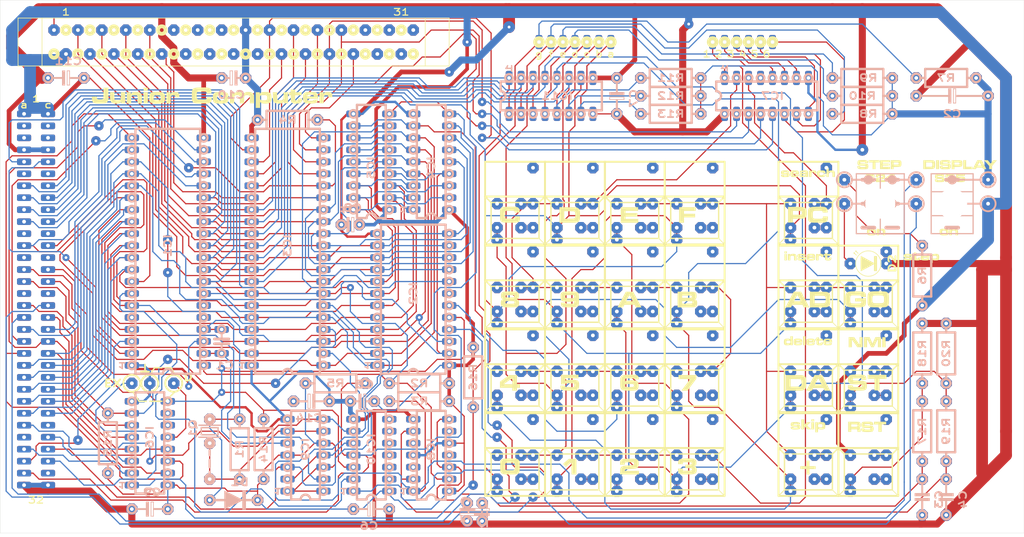
<source format=kicad_pcb>
(kicad_pcb (version 20171130) (host pcbnew "(5.1.4)-1")
  (layers (0 F.Cu signal) (31 B.Cu signal) (34 B.Paste user) (35 F.Paste user) (36 B.SilkS user) (37 F.SilkS user) (38 B.Mask user) (39 F.Mask user) (44 Edge.Cuts user))
  (net 0 "")
  (net 1 "Net-(C1-Pad2)")
  (net 2 "Net-(C1-Pad1)")
  (net 3 +5V)
  (net 4 "Net-(IC1-Pad7)")
  (net 5 "Net-(C3-Pad2)")
  (net 6 "Net-(IC8-Pad11)")
  (net 7 "Net-(IC8-Pad9)")
  (net 8 "Net-(C4-Pad2)")
  (net 9 "Net-(IC8-Pad3)")
  (net 10 "Net-(IC8-Pad5)")
  (net 11 "Net-(IC9-Pad6)")
  (net 12 "Net-(IC10-Pad5)")
  (net 13 "Net-(IC1-Pad34)")
  (net 14 "Net-(R6-Pad1)")
  (net 15 "Net-(R17-Pad2)")
  (net 16 "Net-(R19-Pad2)")
  (net 17 "Net-(IC10-Pad1)")
  (net 18 -5V)
  (net 19 +12V)
  (net 20 "Net-(IC6-Pad12)")
  (net 21 "Net-(IC6-Pad11)")
  (net 22 "Net-(IC6-Pad10)")
  (net 23 "Net-(IC7-Pad11)")
  (net 24 "Net-(IC7-Pad10)")
  (net 25 "Net-(IC7-Pad1)")
  (net 26 "Net-(IC7-Pad2)")
  (net 27 "Net-(IC7-Pad3)")
  (net 28 "Net-(IC7-Pad4)")
  (net 29 "Net-(IC7-Pad5)")
  (net 30 "Net-(IC7-Pad6)")
  (net 31 "Net-(IC7-Pad7)")
  (net 32 "Net-(IC11-Pad10)")
  (net 33 "Net-(IC11-Pad11)")
  (net 34 "Net-(IC11-Pad12)")
  (net 35 "Net-(IC11-Pad13)")
  (net 36 "Net-(IC11-Pad14)")
  (net 37 "Net-(IC11-Pad15)")
  (net 38 "Net-(IC11-Pad16)")
  (net 39 "Net-(IC7-Pad9)")
  (net 40 A0)
  (net 41 D0)
  (net 42 D1)
  (net 43 A1)
  (net 44 A2)
  (net 45 A3)
  (net 46 A4)
  (net 47 A5)
  (net 48 A6)
  (net 49 A7)
  (net 50 A8)
  (net 51 A9)
  (net 52 A10)
  (net 53 A11)
  (net 54 D2)
  (net 55 D3)
  (net 56 D4)
  (net 57 D6)
  (net 58 D7)
  (net 59 A15)
  (net 60 A14)
  (net 61 A13)
  (net 62 A12)
  (net 63 D5)
  (net 64 RES)
  (net 65 SO)
  (net 66 RDY)
  (net 67 PHI1)
  (net 68 IRQ)
  (net 69 NMI)
  (net 70 K7)
  (net 71 RAM.RW)
  (net 72 K0)
  (net 73 K1)
  (net 74 K2)
  (net 75 K3)
  (net 76 K4)
  (net 77 K5)
  (net 78 K6)
  (net 79 RW)
  (net 80 PHI2)
  (net 81 "Net-(D2-Pad2)")
  (net 82 "Net-(J2-PadC2)")
  (net 83 "Net-(J2-PadA2)")
  (net 84 "Net-(J2-PadC3)")
  (net 85 "Net-(J2-PadA3)")
  (net 86 "Net-(J2-PadC6)")
  (net 87 "Net-(J2-PadA6)")
  (net 88 "Net-(J2-PadC13)")
  (net 89 "Net-(J2-PadA16)")
  (net 90 "Net-(J2-PadC11)")
  (net 91 "Net-(J2-PadA13)")
  (net 92 "Net-(J2-PadC16)")
  (net 93 "Net-(J2-PadA11)")
  (net 94 "Net-(J2-PadC27)")
  (net 95 "Net-(J2-PadC31)")
  (net 96 EX)
  (net 97 "Net-(J2-PadA28)")
  (net 98 PA0)
  (net 99 PA1)
  (net 100 PA2)
  (net 101 PA3)
  (net 102 PA4)
  (net 103 PA5)
  (net 104 PA6)
  (net 105 PA7)
  (net 106 PB7)
  (net 107 PB6)
  (net 108 PB5)
  (net 109 PB4)
  (net 110 PB0)
  (net 111 PB1)
  (net 112 PB2)
  (net 113 PB3)
  (net 114 "Net-(J3-Pad11)")
  (net 115 "Net-(J3-Pad13)")
  (net 116 "Net-(J3-Pad15)")
  (net 117 "Net-(J3-Pad27)")
  (net 118 "Net-(J3-Pad29)")
  (net 119 "Net-(J3-Pad31)")
  (net 120 "Net-(J3-Pad12)")
  (net 121 "Net-(J3-Pad14)")
  (net 122 "Net-(J3-Pad16)")
  (net 123 "Net-(J3-Pad18)")
  (net 124 "Net-(J3-Pad28)")
  (net 125 "Net-(J3-Pad30)")
  (net 126 "Net-(C2-Pad1)")
  (net 127 GND)
  (module elektor:Conn-Display-Bottom (layer F.Cu) (at 147.32 40.64)
    (fp_text reference J1 hide)
    (fp_text value Display)
    (fp_text user 2 (at 30.48 -1.27) (layer F.SilkS) (effects (font (size 1.4 1.8) (thickness 0.25))))
    (fp_text user 1 (at 27.94 -1.27) (layer F.SilkS) (effects (font (size 1.4 1.8) (thickness 0.25))))
    (fp_text user 6 (at 40.64 -1.27) (layer F.SilkS) (effects (font (size 1.4 1.8) (thickness 0.25))))
    (fp_text user 4 (at 35.56 -1.27) (layer F.SilkS) (effects (font (size 1.4 1.8) (thickness 0.25))))
    (fp_text user 3 (at 33.02 -1.27) (layer F.SilkS) (effects (font (size 1.4 1.8) (thickness 0.25))))
    (fp_text user 5 (at 38.1 -1.27) (layer F.SilkS) (effects (font (size 1.4 1.8) (thickness 0.25))))
    (fp_text user g (at -7.62 -1.27) (layer F.SilkS) (effects (font (size 1.4 1.8) (thickness 0.25))))
    (fp_text user f (at -5.08 -1.27) (layer F.SilkS) (effects (font (size 1.4 1.8) (thickness 0.25))))
    (fp_text user e (at -2.54 -1.27) (layer F.SilkS) (effects (font (size 1.4 1.8) (thickness 0.25))))
    (fp_text user d (at 0 -1.27) (layer F.SilkS) (effects (font (size 1.4 1.8) (thickness 0.25))))
    (fp_text user c (at 2.54 -1.27) (layer F.SilkS) (effects (font (size 1.4 1.8) (thickness 0.25))))
    (fp_text user b (at 5.08 -1.27) (layer F.SilkS) (effects (font (size 1.4 1.8) (thickness 0.25))))
    (fp_text user a (at 7.62 -1.27) (layer F.SilkS) (effects (font (size 1.4 1.8) (thickness 0.25))))
    (pad 2 thru_hole roundrect (at 31.75 -3.81) (size 1.4 3) (drill 0.8) (layers *.Cu *.Mask) (net 30 "Net-(IC7-Pad6)"))
    (pad 4 thru_hole roundrect (at 36.83 -3.81) (size 1.4 3) (drill 0.8) (layers *.Cu *.Mask) (net 39 "Net-(IC7-Pad9)"))
    (pad 1 thru_hole roundrect (at 29.21 -3.81) (size 1.4 3) (drill 0.8) (layers *.Cu *.Mask) (net 29 "Net-(IC7-Pad5)"))
    (pad 5 thru_hole roundrect (at 39.37 -3.81) (size 1.4 3) (drill 0.8) (layers *.Cu *.Mask) (net 24 "Net-(IC7-Pad10)"))
    (pad 3 thru_hole roundrect (at 34.29 -3.81) (size 1.4 3) (drill 0.8) (layers *.Cu *.Mask) (net 31 "Net-(IC7-Pad7)"))
    (pad 6 thru_hole roundrect (at 41.91 -3.81) (size 1.4 3) (drill 0.8) (layers *.Cu *.Mask) (net 23 "Net-(IC7-Pad11)"))
    (pad a thru_hole roundrect (at 7.62 -3.81) (size 1.4 3) (drill 0.8) (layers *.Cu *.Mask) (net 32 "Net-(IC11-Pad10)"))
    (pad b thru_hole roundrect (at 5.08 -3.81) (size 1.4 3) (drill 0.8) (layers *.Cu *.Mask) (net 33 "Net-(IC11-Pad11)"))
    (pad c thru_hole roundrect (at 2.54 -3.81) (size 1.4 3) (drill 0.8) (layers *.Cu *.Mask) (net 34 "Net-(IC11-Pad12)"))
    (pad d thru_hole roundrect (at 0 -3.81) (size 1.4 3) (drill 0.8) (layers *.Cu *.Mask) (net 35 "Net-(IC11-Pad13)"))
    (pad e thru_hole roundrect (at -2.54 -3.81) (size 1.4 3) (drill 0.8) (layers *.Cu *.Mask) (net 36 "Net-(IC11-Pad14)"))
    (pad f thru_hole roundrect (at -5.08 -3.81) (size 1.4 3) (drill 0.8) (layers *.Cu *.Mask) (net 37 "Net-(IC11-Pad15)"))
    (pad g thru_hole roundrect (at -7.62 -3.81) (size 1.4 3) (drill 0.8) (layers *.Cu *.Mask) (net 38 "Net-(IC11-Pad16)"))
  )
  (module elektor:Digitast (layer F.Cu) (at 146.05 73.66)
    (fp_text reference S16 hide)
    (fp_text value Switch)
    (pad 2 thru_hole custom (at -2.54 5.08) (size 1.524 1.524) (drill 0.8) (layers *.Cu *.Mask) (net 98 PA0) (options (clearance outline) (anchor rect)) (primitives (gr_poly (pts (xy -1.2 0.5) (xy -1.2 -0.5) (xy -0.5 -1.2) (xy 0.5 -1.2) (xy 1.2 -0.5) (xy 1.2 0.5) (xy 0.5 1.2) (xy -0.5 1.2)) (width 0))))
    (pad "" thru_hole custom (at 5.08 -10.16) (size 1.524 1.524) (drill 0.8) (layers *.Cu *.Mask) (options (clearance outline) (anchor rect)) (primitives (gr_poly (pts (xy -1.2 0.5) (xy -1.2 -0.5) (xy -0.5 -1.2) (xy 0.5 -1.2) (xy 1.2 -0.5) (xy 1.2 0.5) (xy 0.5 1.2) (xy -0.5 1.2)) (width 0))))
    (pad 3 thru_hole custom (at 5.08 2.54) (size 1.524 1.524) (drill 0.8) (layers *.Cu *.Mask) (options (clearance outline) (anchor rect)) (primitives (gr_poly (pts (xy -1.2 0.5) (xy -1.2 -0.5) (xy -0.5 -1.2) (xy 0.5 -1.2) (xy 1.2 -0.5) (xy 1.2 0.5) (xy 0.5 1.2) (xy -0.5 1.2)) (width 0))))
    (pad 1 thru_hole custom (at 5.08 -2.54) (size 1.524 1.524) (drill 0.8) (layers *.Cu *.Mask) (net 26 "Net-(IC7-Pad2)") (options (clearance outline) (anchor rect)) (primitives (gr_poly (pts (xy -1.2 0.5) (xy -1.2 -0.5) (xy -0.5 -1.2) (xy 0.5 -1.2) (xy 1.2 -0.5) (xy 1.2 0.5) (xy 0.5 1.2) (xy -0.5 1.2)) (width 0))))
    (pad 3 thru_hole custom (at 2.54 2.54) (size 1.524 1.524) (drill 0.8) (layers *.Cu *.Mask) (options (clearance outline) (anchor rect)) (primitives (gr_poly (pts (xy -1.2 0.5) (xy -1.2 -0.5) (xy -0.5 -1.2) (xy 0.5 -1.2) (xy 1.2 -0.5) (xy 1.2 0.5) (xy 0.5 1.2) (xy -0.5 1.2)) (width 0))))
    (pad 2 thru_hole custom (at -2.54 2.54) (size 1.524 1.524) (drill 0.8) (layers *.Cu *.Mask) (net 98 PA0) (options (clearance outline) (anchor rect)) (primitives (gr_poly (pts (xy -1.2 0.5) (xy -1.2 -0.5) (xy -0.5 -1.2) (xy 0.5 -1.2) (xy 1.2 -0.5) (xy 1.2 0.5) (xy 0.5 1.2) (xy -0.5 1.2)) (width 0))))
    (pad 1 thru_hole custom (at 2.54 -2.54) (size 1.524 1.524) (drill 0.8) (layers *.Cu *.Mask) (net 26 "Net-(IC7-Pad2)") (options (clearance outline) (anchor rect)) (primitives (gr_poly (pts (xy -1.2 0.5) (xy -1.2 -0.5) (xy -0.5 -1.2) (xy 0.5 -1.2) (xy 1.2 -0.5) (xy 1.2 0.5) (xy 0.5 1.2) (xy -0.5 1.2)) (width 0))))
    (pad 1 thru_hole custom (at -2.54 -2.54) (size 1.524 1.524) (drill 0.8) (layers *.Cu *.Mask) (net 26 "Net-(IC7-Pad2)") (options (clearance outline) (anchor rect)) (primitives (gr_poly (pts (xy -1.2 0.5) (xy -1.2 -0.5) (xy -0.5 -1.2) (xy 0.5 -1.2) (xy 1.2 -0.5) (xy 1.2 0.5) (xy 0.5 1.2) (xy -0.5 1.2)) (width 0))))
  )
  (module elektor:Digitast (layer F.Cu) (at 133.35 127)
    (fp_text reference S3 hide)
    (fp_text value Switch)
    (pad 2 thru_hole custom (at -2.54 5.08) (size 1.524 1.524) (drill 0.8) (layers *.Cu *.Mask) (net 104 PA6) (options (clearance outline) (anchor rect)) (primitives (gr_poly (pts (xy -1.2 0.5) (xy -1.2 -0.5) (xy -0.5 -1.2) (xy 0.5 -1.2) (xy 1.2 -0.5) (xy 1.2 0.5) (xy 0.5 1.2) (xy -0.5 1.2)) (width 0))))
    (pad "" thru_hole custom (at 5.08 -10.16) (size 1.524 1.524) (drill 0.8) (layers *.Cu *.Mask) (options (clearance outline) (anchor rect)) (primitives (gr_poly (pts (xy -1.2 0.5) (xy -1.2 -0.5) (xy -0.5 -1.2) (xy 0.5 -1.2) (xy 1.2 -0.5) (xy 1.2 0.5) (xy 0.5 1.2) (xy -0.5 1.2)) (width 0))))
    (pad 3 thru_hole custom (at 5.08 2.54) (size 1.524 1.524) (drill 0.8) (layers *.Cu *.Mask) (options (clearance outline) (anchor rect)) (primitives (gr_poly (pts (xy -1.2 0.5) (xy -1.2 -0.5) (xy -0.5 -1.2) (xy 0.5 -1.2) (xy 1.2 -0.5) (xy 1.2 0.5) (xy 0.5 1.2) (xy -0.5 1.2)) (width 0))))
    (pad 1 thru_hole custom (at 5.08 -2.54) (size 1.524 1.524) (drill 0.8) (layers *.Cu *.Mask) (net 25 "Net-(IC7-Pad1)") (options (clearance outline) (anchor rect)) (primitives (gr_poly (pts (xy -1.2 0.5) (xy -1.2 -0.5) (xy -0.5 -1.2) (xy 0.5 -1.2) (xy 1.2 -0.5) (xy 1.2 0.5) (xy 0.5 1.2) (xy -0.5 1.2)) (width 0))))
    (pad 3 thru_hole custom (at 2.54 2.54) (size 1.524 1.524) (drill 0.8) (layers *.Cu *.Mask) (options (clearance outline) (anchor rect)) (primitives (gr_poly (pts (xy -1.2 0.5) (xy -1.2 -0.5) (xy -0.5 -1.2) (xy 0.5 -1.2) (xy 1.2 -0.5) (xy 1.2 0.5) (xy 0.5 1.2) (xy -0.5 1.2)) (width 0))))
    (pad 2 thru_hole custom (at -2.54 2.54) (size 1.524 1.524) (drill 0.8) (layers *.Cu *.Mask) (net 104 PA6) (options (clearance outline) (anchor rect)) (primitives (gr_poly (pts (xy -1.2 0.5) (xy -1.2 -0.5) (xy -0.5 -1.2) (xy 0.5 -1.2) (xy 1.2 -0.5) (xy 1.2 0.5) (xy 0.5 1.2) (xy -0.5 1.2)) (width 0))))
    (pad 1 thru_hole custom (at 2.54 -2.54) (size 1.524 1.524) (drill 0.8) (layers *.Cu *.Mask) (net 25 "Net-(IC7-Pad1)") (options (clearance outline) (anchor rect)) (primitives (gr_poly (pts (xy -1.2 0.5) (xy -1.2 -0.5) (xy -0.5 -1.2) (xy 0.5 -1.2) (xy 1.2 -0.5) (xy 1.2 0.5) (xy 0.5 1.2) (xy -0.5 1.2)) (width 0))))
    (pad 1 thru_hole custom (at -2.54 -2.54) (size 1.524 1.524) (drill 0.8) (layers *.Cu *.Mask) (net 25 "Net-(IC7-Pad1)") (options (clearance outline) (anchor rect)) (primitives (gr_poly (pts (xy -1.2 0.5) (xy -1.2 -0.5) (xy -0.5 -1.2) (xy 0.5 -1.2) (xy 1.2 -0.5) (xy 1.2 0.5) (xy 0.5 1.2) (xy -0.5 1.2)) (width 0))))
  )
  (module elektor:Digitast (layer F.Cu) (at 146.05 127)
    (fp_text reference S4 hide)
    (fp_text value Switch)
    (pad 2 thru_hole custom (at -2.54 5.08) (size 1.524 1.524) (drill 0.8) (layers *.Cu *.Mask) (net 103 PA5) (options (clearance outline) (anchor rect)) (primitives (gr_poly (pts (xy -1.2 0.5) (xy -1.2 -0.5) (xy -0.5 -1.2) (xy 0.5 -1.2) (xy 1.2 -0.5) (xy 1.2 0.5) (xy 0.5 1.2) (xy -0.5 1.2)) (width 0))))
    (pad "" thru_hole custom (at 5.08 -10.16) (size 1.524 1.524) (drill 0.8) (layers *.Cu *.Mask) (options (clearance outline) (anchor rect)) (primitives (gr_poly (pts (xy -1.2 0.5) (xy -1.2 -0.5) (xy -0.5 -1.2) (xy 0.5 -1.2) (xy 1.2 -0.5) (xy 1.2 0.5) (xy 0.5 1.2) (xy -0.5 1.2)) (width 0))))
    (pad 3 thru_hole custom (at 5.08 2.54) (size 1.524 1.524) (drill 0.8) (layers *.Cu *.Mask) (options (clearance outline) (anchor rect)) (primitives (gr_poly (pts (xy -1.2 0.5) (xy -1.2 -0.5) (xy -0.5 -1.2) (xy 0.5 -1.2) (xy 1.2 -0.5) (xy 1.2 0.5) (xy 0.5 1.2) (xy -0.5 1.2)) (width 0))))
    (pad 1 thru_hole custom (at 5.08 -2.54) (size 1.524 1.524) (drill 0.8) (layers *.Cu *.Mask) (net 25 "Net-(IC7-Pad1)") (options (clearance outline) (anchor rect)) (primitives (gr_poly (pts (xy -1.2 0.5) (xy -1.2 -0.5) (xy -0.5 -1.2) (xy 0.5 -1.2) (xy 1.2 -0.5) (xy 1.2 0.5) (xy 0.5 1.2) (xy -0.5 1.2)) (width 0))))
    (pad 3 thru_hole custom (at 2.54 2.54) (size 1.524 1.524) (drill 0.8) (layers *.Cu *.Mask) (options (clearance outline) (anchor rect)) (primitives (gr_poly (pts (xy -1.2 0.5) (xy -1.2 -0.5) (xy -0.5 -1.2) (xy 0.5 -1.2) (xy 1.2 -0.5) (xy 1.2 0.5) (xy 0.5 1.2) (xy -0.5 1.2)) (width 0))))
    (pad 2 thru_hole custom (at -2.54 2.54) (size 1.524 1.524) (drill 0.8) (layers *.Cu *.Mask) (net 103 PA5) (options (clearance outline) (anchor rect)) (primitives (gr_poly (pts (xy -1.2 0.5) (xy -1.2 -0.5) (xy -0.5 -1.2) (xy 0.5 -1.2) (xy 1.2 -0.5) (xy 1.2 0.5) (xy 0.5 1.2) (xy -0.5 1.2)) (width 0))))
    (pad 1 thru_hole custom (at 2.54 -2.54) (size 1.524 1.524) (drill 0.8) (layers *.Cu *.Mask) (net 25 "Net-(IC7-Pad1)") (options (clearance outline) (anchor rect)) (primitives (gr_poly (pts (xy -1.2 0.5) (xy -1.2 -0.5) (xy -0.5 -1.2) (xy 0.5 -1.2) (xy 1.2 -0.5) (xy 1.2 0.5) (xy 0.5 1.2) (xy -0.5 1.2)) (width 0))))
    (pad 1 thru_hole custom (at -2.54 -2.54) (size 1.524 1.524) (drill 0.8) (layers *.Cu *.Mask) (net 25 "Net-(IC7-Pad1)") (options (clearance outline) (anchor rect)) (primitives (gr_poly (pts (xy -1.2 0.5) (xy -1.2 -0.5) (xy -0.5 -1.2) (xy 0.5 -1.2) (xy 1.2 -0.5) (xy 1.2 0.5) (xy 0.5 1.2) (xy -0.5 1.2)) (width 0))))
  )
  (module elektor:Digitast (layer F.Cu) (at 158.75 127)
    (fp_text reference S5 hide)
    (fp_text value Switch)
    (pad 2 thru_hole custom (at -2.54 5.08) (size 1.524 1.524) (drill 0.8) (layers *.Cu *.Mask) (net 102 PA4) (options (clearance outline) (anchor rect)) (primitives (gr_poly (pts (xy -1.2 0.5) (xy -1.2 -0.5) (xy -0.5 -1.2) (xy 0.5 -1.2) (xy 1.2 -0.5) (xy 1.2 0.5) (xy 0.5 1.2) (xy -0.5 1.2)) (width 0))))
    (pad "" thru_hole custom (at 5.08 -10.16) (size 1.524 1.524) (drill 0.8) (layers *.Cu *.Mask) (options (clearance outline) (anchor rect)) (primitives (gr_poly (pts (xy -1.2 0.5) (xy -1.2 -0.5) (xy -0.5 -1.2) (xy 0.5 -1.2) (xy 1.2 -0.5) (xy 1.2 0.5) (xy 0.5 1.2) (xy -0.5 1.2)) (width 0))))
    (pad 3 thru_hole custom (at 5.08 2.54) (size 1.524 1.524) (drill 0.8) (layers *.Cu *.Mask) (options (clearance outline) (anchor rect)) (primitives (gr_poly (pts (xy -1.2 0.5) (xy -1.2 -0.5) (xy -0.5 -1.2) (xy 0.5 -1.2) (xy 1.2 -0.5) (xy 1.2 0.5) (xy 0.5 1.2) (xy -0.5 1.2)) (width 0))))
    (pad 1 thru_hole custom (at 5.08 -2.54) (size 1.524 1.524) (drill 0.8) (layers *.Cu *.Mask) (net 25 "Net-(IC7-Pad1)") (options (clearance outline) (anchor rect)) (primitives (gr_poly (pts (xy -1.2 0.5) (xy -1.2 -0.5) (xy -0.5 -1.2) (xy 0.5 -1.2) (xy 1.2 -0.5) (xy 1.2 0.5) (xy 0.5 1.2) (xy -0.5 1.2)) (width 0))))
    (pad 3 thru_hole custom (at 2.54 2.54) (size 1.524 1.524) (drill 0.8) (layers *.Cu *.Mask) (options (clearance outline) (anchor rect)) (primitives (gr_poly (pts (xy -1.2 0.5) (xy -1.2 -0.5) (xy -0.5 -1.2) (xy 0.5 -1.2) (xy 1.2 -0.5) (xy 1.2 0.5) (xy 0.5 1.2) (xy -0.5 1.2)) (width 0))))
    (pad 2 thru_hole custom (at -2.54 2.54) (size 1.524 1.524) (drill 0.8) (layers *.Cu *.Mask) (net 102 PA4) (options (clearance outline) (anchor rect)) (primitives (gr_poly (pts (xy -1.2 0.5) (xy -1.2 -0.5) (xy -0.5 -1.2) (xy 0.5 -1.2) (xy 1.2 -0.5) (xy 1.2 0.5) (xy 0.5 1.2) (xy -0.5 1.2)) (width 0))))
    (pad 1 thru_hole custom (at 2.54 -2.54) (size 1.524 1.524) (drill 0.8) (layers *.Cu *.Mask) (net 25 "Net-(IC7-Pad1)") (options (clearance outline) (anchor rect)) (primitives (gr_poly (pts (xy -1.2 0.5) (xy -1.2 -0.5) (xy -0.5 -1.2) (xy 0.5 -1.2) (xy 1.2 -0.5) (xy 1.2 0.5) (xy 0.5 1.2) (xy -0.5 1.2)) (width 0))))
    (pad 1 thru_hole custom (at -2.54 -2.54) (size 1.524 1.524) (drill 0.8) (layers *.Cu *.Mask) (net 25 "Net-(IC7-Pad1)") (options (clearance outline) (anchor rect)) (primitives (gr_poly (pts (xy -1.2 0.5) (xy -1.2 -0.5) (xy -0.5 -1.2) (xy 0.5 -1.2) (xy 1.2 -0.5) (xy 1.2 0.5) (xy 0.5 1.2) (xy -0.5 1.2)) (width 0))))
  )
  (module elektor:Digitast (layer F.Cu) (at 171.45 127)
    (fp_text reference S6 hide)
    (fp_text value Switch)
    (pad 2 thru_hole custom (at -2.54 5.08) (size 1.524 1.524) (drill 0.8) (layers *.Cu *.Mask) (net 101 PA3) (options (clearance outline) (anchor rect)) (primitives (gr_poly (pts (xy -1.2 0.5) (xy -1.2 -0.5) (xy -0.5 -1.2) (xy 0.5 -1.2) (xy 1.2 -0.5) (xy 1.2 0.5) (xy 0.5 1.2) (xy -0.5 1.2)) (width 0))))
    (pad "" thru_hole custom (at 5.08 -10.16) (size 1.524 1.524) (drill 0.8) (layers *.Cu *.Mask) (options (clearance outline) (anchor rect)) (primitives (gr_poly (pts (xy -1.2 0.5) (xy -1.2 -0.5) (xy -0.5 -1.2) (xy 0.5 -1.2) (xy 1.2 -0.5) (xy 1.2 0.5) (xy 0.5 1.2) (xy -0.5 1.2)) (width 0))))
    (pad 3 thru_hole custom (at 5.08 2.54) (size 1.524 1.524) (drill 0.8) (layers *.Cu *.Mask) (options (clearance outline) (anchor rect)) (primitives (gr_poly (pts (xy -1.2 0.5) (xy -1.2 -0.5) (xy -0.5 -1.2) (xy 0.5 -1.2) (xy 1.2 -0.5) (xy 1.2 0.5) (xy 0.5 1.2) (xy -0.5 1.2)) (width 0))))
    (pad 1 thru_hole custom (at 5.08 -2.54) (size 1.524 1.524) (drill 0.8) (layers *.Cu *.Mask) (net 25 "Net-(IC7-Pad1)") (options (clearance outline) (anchor rect)) (primitives (gr_poly (pts (xy -1.2 0.5) (xy -1.2 -0.5) (xy -0.5 -1.2) (xy 0.5 -1.2) (xy 1.2 -0.5) (xy 1.2 0.5) (xy 0.5 1.2) (xy -0.5 1.2)) (width 0))))
    (pad 3 thru_hole custom (at 2.54 2.54) (size 1.524 1.524) (drill 0.8) (layers *.Cu *.Mask) (options (clearance outline) (anchor rect)) (primitives (gr_poly (pts (xy -1.2 0.5) (xy -1.2 -0.5) (xy -0.5 -1.2) (xy 0.5 -1.2) (xy 1.2 -0.5) (xy 1.2 0.5) (xy 0.5 1.2) (xy -0.5 1.2)) (width 0))))
    (pad 2 thru_hole custom (at -2.54 2.54) (size 1.524 1.524) (drill 0.8) (layers *.Cu *.Mask) (net 101 PA3) (options (clearance outline) (anchor rect)) (primitives (gr_poly (pts (xy -1.2 0.5) (xy -1.2 -0.5) (xy -0.5 -1.2) (xy 0.5 -1.2) (xy 1.2 -0.5) (xy 1.2 0.5) (xy 0.5 1.2) (xy -0.5 1.2)) (width 0))))
    (pad 1 thru_hole custom (at 2.54 -2.54) (size 1.524 1.524) (drill 0.8) (layers *.Cu *.Mask) (net 25 "Net-(IC7-Pad1)") (options (clearance outline) (anchor rect)) (primitives (gr_poly (pts (xy -1.2 0.5) (xy -1.2 -0.5) (xy -0.5 -1.2) (xy 0.5 -1.2) (xy 1.2 -0.5) (xy 1.2 0.5) (xy 0.5 1.2) (xy -0.5 1.2)) (width 0))))
    (pad 1 thru_hole custom (at -2.54 -2.54) (size 1.524 1.524) (drill 0.8) (layers *.Cu *.Mask) (net 25 "Net-(IC7-Pad1)") (options (clearance outline) (anchor rect)) (primitives (gr_poly (pts (xy -1.2 0.5) (xy -1.2 -0.5) (xy -0.5 -1.2) (xy 0.5 -1.2) (xy 1.2 -0.5) (xy 1.2 0.5) (xy 0.5 1.2) (xy -0.5 1.2)) (width 0))))
  )
  (module elektor:Digitast (layer F.Cu) (at 133.35 109.22)
    (fp_text reference S7 hide)
    (fp_text value Switch)
    (pad 2 thru_hole custom (at -2.54 5.08) (size 1.524 1.524) (drill 0.8) (layers *.Cu *.Mask) (net 100 PA2) (options (clearance outline) (anchor rect)) (primitives (gr_poly (pts (xy -1.2 0.5) (xy -1.2 -0.5) (xy -0.5 -1.2) (xy 0.5 -1.2) (xy 1.2 -0.5) (xy 1.2 0.5) (xy 0.5 1.2) (xy -0.5 1.2)) (width 0))))
    (pad "" thru_hole custom (at 5.08 -10.16) (size 1.524 1.524) (drill 0.8) (layers *.Cu *.Mask) (options (clearance outline) (anchor rect)) (primitives (gr_poly (pts (xy -1.2 0.5) (xy -1.2 -0.5) (xy -0.5 -1.2) (xy 0.5 -1.2) (xy 1.2 -0.5) (xy 1.2 0.5) (xy 0.5 1.2) (xy -0.5 1.2)) (width 0))))
    (pad 3 thru_hole custom (at 5.08 2.54) (size 1.524 1.524) (drill 0.8) (layers *.Cu *.Mask) (options (clearance outline) (anchor rect)) (primitives (gr_poly (pts (xy -1.2 0.5) (xy -1.2 -0.5) (xy -0.5 -1.2) (xy 0.5 -1.2) (xy 1.2 -0.5) (xy 1.2 0.5) (xy 0.5 1.2) (xy -0.5 1.2)) (width 0))))
    (pad 1 thru_hole custom (at 5.08 -2.54) (size 1.524 1.524) (drill 0.8) (layers *.Cu *.Mask) (net 25 "Net-(IC7-Pad1)") (options (clearance outline) (anchor rect)) (primitives (gr_poly (pts (xy -1.2 0.5) (xy -1.2 -0.5) (xy -0.5 -1.2) (xy 0.5 -1.2) (xy 1.2 -0.5) (xy 1.2 0.5) (xy 0.5 1.2) (xy -0.5 1.2)) (width 0))))
    (pad 3 thru_hole custom (at 2.54 2.54) (size 1.524 1.524) (drill 0.8) (layers *.Cu *.Mask) (options (clearance outline) (anchor rect)) (primitives (gr_poly (pts (xy -1.2 0.5) (xy -1.2 -0.5) (xy -0.5 -1.2) (xy 0.5 -1.2) (xy 1.2 -0.5) (xy 1.2 0.5) (xy 0.5 1.2) (xy -0.5 1.2)) (width 0))))
    (pad 2 thru_hole custom (at -2.54 2.54) (size 1.524 1.524) (drill 0.8) (layers *.Cu *.Mask) (net 100 PA2) (options (clearance outline) (anchor rect)) (primitives (gr_poly (pts (xy -1.2 0.5) (xy -1.2 -0.5) (xy -0.5 -1.2) (xy 0.5 -1.2) (xy 1.2 -0.5) (xy 1.2 0.5) (xy 0.5 1.2) (xy -0.5 1.2)) (width 0))))
    (pad 1 thru_hole custom (at 2.54 -2.54) (size 1.524 1.524) (drill 0.8) (layers *.Cu *.Mask) (net 25 "Net-(IC7-Pad1)") (options (clearance outline) (anchor rect)) (primitives (gr_poly (pts (xy -1.2 0.5) (xy -1.2 -0.5) (xy -0.5 -1.2) (xy 0.5 -1.2) (xy 1.2 -0.5) (xy 1.2 0.5) (xy 0.5 1.2) (xy -0.5 1.2)) (width 0))))
    (pad 1 thru_hole custom (at -2.54 -2.54) (size 1.524 1.524) (drill 0.8) (layers *.Cu *.Mask) (net 25 "Net-(IC7-Pad1)") (options (clearance outline) (anchor rect)) (primitives (gr_poly (pts (xy -1.2 0.5) (xy -1.2 -0.5) (xy -0.5 -1.2) (xy 0.5 -1.2) (xy 1.2 -0.5) (xy 1.2 0.5) (xy 0.5 1.2) (xy -0.5 1.2)) (width 0))))
  )
  (module elektor:Digitast (layer F.Cu) (at 146.05 109.22)
    (fp_text reference S8 hide)
    (fp_text value Switch)
    (pad 2 thru_hole custom (at -2.54 5.08) (size 1.524 1.524) (drill 0.8) (layers *.Cu *.Mask) (net 99 PA1) (options (clearance outline) (anchor rect)) (primitives (gr_poly (pts (xy -1.2 0.5) (xy -1.2 -0.5) (xy -0.5 -1.2) (xy 0.5 -1.2) (xy 1.2 -0.5) (xy 1.2 0.5) (xy 0.5 1.2) (xy -0.5 1.2)) (width 0))))
    (pad "" thru_hole custom (at 5.08 -10.16) (size 1.524 1.524) (drill 0.8) (layers *.Cu *.Mask) (options (clearance outline) (anchor rect)) (primitives (gr_poly (pts (xy -1.2 0.5) (xy -1.2 -0.5) (xy -0.5 -1.2) (xy 0.5 -1.2) (xy 1.2 -0.5) (xy 1.2 0.5) (xy 0.5 1.2) (xy -0.5 1.2)) (width 0))))
    (pad 3 thru_hole custom (at 5.08 2.54) (size 1.524 1.524) (drill 0.8) (layers *.Cu *.Mask) (options (clearance outline) (anchor rect)) (primitives (gr_poly (pts (xy -1.2 0.5) (xy -1.2 -0.5) (xy -0.5 -1.2) (xy 0.5 -1.2) (xy 1.2 -0.5) (xy 1.2 0.5) (xy 0.5 1.2) (xy -0.5 1.2)) (width 0))))
    (pad 1 thru_hole custom (at 5.08 -2.54) (size 1.524 1.524) (drill 0.8) (layers *.Cu *.Mask) (net 25 "Net-(IC7-Pad1)") (options (clearance outline) (anchor rect)) (primitives (gr_poly (pts (xy -1.2 0.5) (xy -1.2 -0.5) (xy -0.5 -1.2) (xy 0.5 -1.2) (xy 1.2 -0.5) (xy 1.2 0.5) (xy 0.5 1.2) (xy -0.5 1.2)) (width 0))))
    (pad 3 thru_hole custom (at 2.54 2.54) (size 1.524 1.524) (drill 0.8) (layers *.Cu *.Mask) (options (clearance outline) (anchor rect)) (primitives (gr_poly (pts (xy -1.2 0.5) (xy -1.2 -0.5) (xy -0.5 -1.2) (xy 0.5 -1.2) (xy 1.2 -0.5) (xy 1.2 0.5) (xy 0.5 1.2) (xy -0.5 1.2)) (width 0))))
    (pad 2 thru_hole custom (at -2.54 2.54) (size 1.524 1.524) (drill 0.8) (layers *.Cu *.Mask) (net 99 PA1) (options (clearance outline) (anchor rect)) (primitives (gr_poly (pts (xy -1.2 0.5) (xy -1.2 -0.5) (xy -0.5 -1.2) (xy 0.5 -1.2) (xy 1.2 -0.5) (xy 1.2 0.5) (xy 0.5 1.2) (xy -0.5 1.2)) (width 0))))
    (pad 1 thru_hole custom (at 2.54 -2.54) (size 1.524 1.524) (drill 0.8) (layers *.Cu *.Mask) (net 25 "Net-(IC7-Pad1)") (options (clearance outline) (anchor rect)) (primitives (gr_poly (pts (xy -1.2 0.5) (xy -1.2 -0.5) (xy -0.5 -1.2) (xy 0.5 -1.2) (xy 1.2 -0.5) (xy 1.2 0.5) (xy 0.5 1.2) (xy -0.5 1.2)) (width 0))))
    (pad 1 thru_hole custom (at -2.54 -2.54) (size 1.524 1.524) (drill 0.8) (layers *.Cu *.Mask) (net 25 "Net-(IC7-Pad1)") (options (clearance outline) (anchor rect)) (primitives (gr_poly (pts (xy -1.2 0.5) (xy -1.2 -0.5) (xy -0.5 -1.2) (xy 0.5 -1.2) (xy 1.2 -0.5) (xy 1.2 0.5) (xy 0.5 1.2) (xy -0.5 1.2)) (width 0))))
  )
  (module elektor:Digitast (layer F.Cu) (at 158.75 109.22)
    (fp_text reference S9 hide)
    (fp_text value Switch)
    (pad 2 thru_hole custom (at -2.54 5.08) (size 1.524 1.524) (drill 0.8) (layers *.Cu *.Mask) (net 98 PA0) (options (clearance outline) (anchor rect)) (primitives (gr_poly (pts (xy -1.2 0.5) (xy -1.2 -0.5) (xy -0.5 -1.2) (xy 0.5 -1.2) (xy 1.2 -0.5) (xy 1.2 0.5) (xy 0.5 1.2) (xy -0.5 1.2)) (width 0))))
    (pad "" thru_hole custom (at 5.08 -10.16) (size 1.524 1.524) (drill 0.8) (layers *.Cu *.Mask) (options (clearance outline) (anchor rect)) (primitives (gr_poly (pts (xy -1.2 0.5) (xy -1.2 -0.5) (xy -0.5 -1.2) (xy 0.5 -1.2) (xy 1.2 -0.5) (xy 1.2 0.5) (xy 0.5 1.2) (xy -0.5 1.2)) (width 0))))
    (pad 3 thru_hole custom (at 5.08 2.54) (size 1.524 1.524) (drill 0.8) (layers *.Cu *.Mask) (options (clearance outline) (anchor rect)) (primitives (gr_poly (pts (xy -1.2 0.5) (xy -1.2 -0.5) (xy -0.5 -1.2) (xy 0.5 -1.2) (xy 1.2 -0.5) (xy 1.2 0.5) (xy 0.5 1.2) (xy -0.5 1.2)) (width 0))))
    (pad 1 thru_hole custom (at 5.08 -2.54) (size 1.524 1.524) (drill 0.8) (layers *.Cu *.Mask) (net 25 "Net-(IC7-Pad1)") (options (clearance outline) (anchor rect)) (primitives (gr_poly (pts (xy -1.2 0.5) (xy -1.2 -0.5) (xy -0.5 -1.2) (xy 0.5 -1.2) (xy 1.2 -0.5) (xy 1.2 0.5) (xy 0.5 1.2) (xy -0.5 1.2)) (width 0))))
    (pad 3 thru_hole custom (at 2.54 2.54) (size 1.524 1.524) (drill 0.8) (layers *.Cu *.Mask) (options (clearance outline) (anchor rect)) (primitives (gr_poly (pts (xy -1.2 0.5) (xy -1.2 -0.5) (xy -0.5 -1.2) (xy 0.5 -1.2) (xy 1.2 -0.5) (xy 1.2 0.5) (xy 0.5 1.2) (xy -0.5 1.2)) (width 0))))
    (pad 2 thru_hole custom (at -2.54 2.54) (size 1.524 1.524) (drill 0.8) (layers *.Cu *.Mask) (net 98 PA0) (options (clearance outline) (anchor rect)) (primitives (gr_poly (pts (xy -1.2 0.5) (xy -1.2 -0.5) (xy -0.5 -1.2) (xy 0.5 -1.2) (xy 1.2 -0.5) (xy 1.2 0.5) (xy 0.5 1.2) (xy -0.5 1.2)) (width 0))))
    (pad 1 thru_hole custom (at 2.54 -2.54) (size 1.524 1.524) (drill 0.8) (layers *.Cu *.Mask) (net 25 "Net-(IC7-Pad1)") (options (clearance outline) (anchor rect)) (primitives (gr_poly (pts (xy -1.2 0.5) (xy -1.2 -0.5) (xy -0.5 -1.2) (xy 0.5 -1.2) (xy 1.2 -0.5) (xy 1.2 0.5) (xy 0.5 1.2) (xy -0.5 1.2)) (width 0))))
    (pad 1 thru_hole custom (at -2.54 -2.54) (size 1.524 1.524) (drill 0.8) (layers *.Cu *.Mask) (net 25 "Net-(IC7-Pad1)") (options (clearance outline) (anchor rect)) (primitives (gr_poly (pts (xy -1.2 0.5) (xy -1.2 -0.5) (xy -0.5 -1.2) (xy 0.5 -1.2) (xy 1.2 -0.5) (xy 1.2 0.5) (xy 0.5 1.2) (xy -0.5 1.2)) (width 0))))
  )
  (module elektor:Digitast (layer F.Cu) (at 171.45 109.22)
    (fp_text reference S10 hide)
    (fp_text value Switch)
    (pad 2 thru_hole custom (at -2.54 5.08) (size 1.524 1.524) (drill 0.8) (layers *.Cu *.Mask) (net 104 PA6) (options (clearance outline) (anchor rect)) (primitives (gr_poly (pts (xy -1.2 0.5) (xy -1.2 -0.5) (xy -0.5 -1.2) (xy 0.5 -1.2) (xy 1.2 -0.5) (xy 1.2 0.5) (xy 0.5 1.2) (xy -0.5 1.2)) (width 0))))
    (pad "" thru_hole custom (at 5.08 -10.16) (size 1.524 1.524) (drill 0.8) (layers *.Cu *.Mask) (options (clearance outline) (anchor rect)) (primitives (gr_poly (pts (xy -1.2 0.5) (xy -1.2 -0.5) (xy -0.5 -1.2) (xy 0.5 -1.2) (xy 1.2 -0.5) (xy 1.2 0.5) (xy 0.5 1.2) (xy -0.5 1.2)) (width 0))))
    (pad 3 thru_hole custom (at 5.08 2.54) (size 1.524 1.524) (drill 0.8) (layers *.Cu *.Mask) (options (clearance outline) (anchor rect)) (primitives (gr_poly (pts (xy -1.2 0.5) (xy -1.2 -0.5) (xy -0.5 -1.2) (xy 0.5 -1.2) (xy 1.2 -0.5) (xy 1.2 0.5) (xy 0.5 1.2) (xy -0.5 1.2)) (width 0))))
    (pad 1 thru_hole custom (at 5.08 -2.54) (size 1.524 1.524) (drill 0.8) (layers *.Cu *.Mask) (net 26 "Net-(IC7-Pad2)") (options (clearance outline) (anchor rect)) (primitives (gr_poly (pts (xy -1.2 0.5) (xy -1.2 -0.5) (xy -0.5 -1.2) (xy 0.5 -1.2) (xy 1.2 -0.5) (xy 1.2 0.5) (xy 0.5 1.2) (xy -0.5 1.2)) (width 0))))
    (pad 3 thru_hole custom (at 2.54 2.54) (size 1.524 1.524) (drill 0.8) (layers *.Cu *.Mask) (options (clearance outline) (anchor rect)) (primitives (gr_poly (pts (xy -1.2 0.5) (xy -1.2 -0.5) (xy -0.5 -1.2) (xy 0.5 -1.2) (xy 1.2 -0.5) (xy 1.2 0.5) (xy 0.5 1.2) (xy -0.5 1.2)) (width 0))))
    (pad 2 thru_hole custom (at -2.54 2.54) (size 1.524 1.524) (drill 0.8) (layers *.Cu *.Mask) (net 104 PA6) (options (clearance outline) (anchor rect)) (primitives (gr_poly (pts (xy -1.2 0.5) (xy -1.2 -0.5) (xy -0.5 -1.2) (xy 0.5 -1.2) (xy 1.2 -0.5) (xy 1.2 0.5) (xy 0.5 1.2) (xy -0.5 1.2)) (width 0))))
    (pad 1 thru_hole custom (at 2.54 -2.54) (size 1.524 1.524) (drill 0.8) (layers *.Cu *.Mask) (net 26 "Net-(IC7-Pad2)") (options (clearance outline) (anchor rect)) (primitives (gr_poly (pts (xy -1.2 0.5) (xy -1.2 -0.5) (xy -0.5 -1.2) (xy 0.5 -1.2) (xy 1.2 -0.5) (xy 1.2 0.5) (xy 0.5 1.2) (xy -0.5 1.2)) (width 0))))
    (pad 1 thru_hole custom (at -2.54 -2.54) (size 1.524 1.524) (drill 0.8) (layers *.Cu *.Mask) (net 26 "Net-(IC7-Pad2)") (options (clearance outline) (anchor rect)) (primitives (gr_poly (pts (xy -1.2 0.5) (xy -1.2 -0.5) (xy -0.5 -1.2) (xy 0.5 -1.2) (xy 1.2 -0.5) (xy 1.2 0.5) (xy 0.5 1.2) (xy -0.5 1.2)) (width 0))))
  )
  (module elektor:Digitast (layer F.Cu) (at 133.35 91.44)
    (fp_text reference S11 hide)
    (fp_text value Switch)
    (pad 2 thru_hole custom (at -2.54 5.08) (size 1.524 1.524) (drill 0.8) (layers *.Cu *.Mask) (net 103 PA5) (options (clearance outline) (anchor rect)) (primitives (gr_poly (pts (xy -1.2 0.5) (xy -1.2 -0.5) (xy -0.5 -1.2) (xy 0.5 -1.2) (xy 1.2 -0.5) (xy 1.2 0.5) (xy 0.5 1.2) (xy -0.5 1.2)) (width 0))))
    (pad "" thru_hole custom (at 5.08 -10.16) (size 1.524 1.524) (drill 0.8) (layers *.Cu *.Mask) (options (clearance outline) (anchor rect)) (primitives (gr_poly (pts (xy -1.2 0.5) (xy -1.2 -0.5) (xy -0.5 -1.2) (xy 0.5 -1.2) (xy 1.2 -0.5) (xy 1.2 0.5) (xy 0.5 1.2) (xy -0.5 1.2)) (width 0))))
    (pad 3 thru_hole custom (at 5.08 2.54) (size 1.524 1.524) (drill 0.8) (layers *.Cu *.Mask) (options (clearance outline) (anchor rect)) (primitives (gr_poly (pts (xy -1.2 0.5) (xy -1.2 -0.5) (xy -0.5 -1.2) (xy 0.5 -1.2) (xy 1.2 -0.5) (xy 1.2 0.5) (xy 0.5 1.2) (xy -0.5 1.2)) (width 0))))
    (pad 1 thru_hole custom (at 5.08 -2.54) (size 1.524 1.524) (drill 0.8) (layers *.Cu *.Mask) (net 26 "Net-(IC7-Pad2)") (options (clearance outline) (anchor rect)) (primitives (gr_poly (pts (xy -1.2 0.5) (xy -1.2 -0.5) (xy -0.5 -1.2) (xy 0.5 -1.2) (xy 1.2 -0.5) (xy 1.2 0.5) (xy 0.5 1.2) (xy -0.5 1.2)) (width 0))))
    (pad 3 thru_hole custom (at 2.54 2.54) (size 1.524 1.524) (drill 0.8) (layers *.Cu *.Mask) (options (clearance outline) (anchor rect)) (primitives (gr_poly (pts (xy -1.2 0.5) (xy -1.2 -0.5) (xy -0.5 -1.2) (xy 0.5 -1.2) (xy 1.2 -0.5) (xy 1.2 0.5) (xy 0.5 1.2) (xy -0.5 1.2)) (width 0))))
    (pad 2 thru_hole custom (at -2.54 2.54) (size 1.524 1.524) (drill 0.8) (layers *.Cu *.Mask) (net 103 PA5) (options (clearance outline) (anchor rect)) (primitives (gr_poly (pts (xy -1.2 0.5) (xy -1.2 -0.5) (xy -0.5 -1.2) (xy 0.5 -1.2) (xy 1.2 -0.5) (xy 1.2 0.5) (xy 0.5 1.2) (xy -0.5 1.2)) (width 0))))
    (pad 1 thru_hole custom (at 2.54 -2.54) (size 1.524 1.524) (drill 0.8) (layers *.Cu *.Mask) (net 26 "Net-(IC7-Pad2)") (options (clearance outline) (anchor rect)) (primitives (gr_poly (pts (xy -1.2 0.5) (xy -1.2 -0.5) (xy -0.5 -1.2) (xy 0.5 -1.2) (xy 1.2 -0.5) (xy 1.2 0.5) (xy 0.5 1.2) (xy -0.5 1.2)) (width 0))))
    (pad 1 thru_hole custom (at -2.54 -2.54) (size 1.524 1.524) (drill 0.8) (layers *.Cu *.Mask) (net 26 "Net-(IC7-Pad2)") (options (clearance outline) (anchor rect)) (primitives (gr_poly (pts (xy -1.2 0.5) (xy -1.2 -0.5) (xy -0.5 -1.2) (xy 0.5 -1.2) (xy 1.2 -0.5) (xy 1.2 0.5) (xy 0.5 1.2) (xy -0.5 1.2)) (width 0))))
  )
  (module elektor:Digitast (layer F.Cu) (at 146.05 91.44)
    (fp_text reference S12 hide)
    (fp_text value Switch)
    (pad 2 thru_hole custom (at -2.54 5.08) (size 1.524 1.524) (drill 0.8) (layers *.Cu *.Mask) (net 102 PA4) (options (clearance outline) (anchor rect)) (primitives (gr_poly (pts (xy -1.2 0.5) (xy -1.2 -0.5) (xy -0.5 -1.2) (xy 0.5 -1.2) (xy 1.2 -0.5) (xy 1.2 0.5) (xy 0.5 1.2) (xy -0.5 1.2)) (width 0))))
    (pad "" thru_hole custom (at 5.08 -10.16) (size 1.524 1.524) (drill 0.8) (layers *.Cu *.Mask) (options (clearance outline) (anchor rect)) (primitives (gr_poly (pts (xy -1.2 0.5) (xy -1.2 -0.5) (xy -0.5 -1.2) (xy 0.5 -1.2) (xy 1.2 -0.5) (xy 1.2 0.5) (xy 0.5 1.2) (xy -0.5 1.2)) (width 0))))
    (pad 3 thru_hole custom (at 5.08 2.54) (size 1.524 1.524) (drill 0.8) (layers *.Cu *.Mask) (options (clearance outline) (anchor rect)) (primitives (gr_poly (pts (xy -1.2 0.5) (xy -1.2 -0.5) (xy -0.5 -1.2) (xy 0.5 -1.2) (xy 1.2 -0.5) (xy 1.2 0.5) (xy 0.5 1.2) (xy -0.5 1.2)) (width 0))))
    (pad 1 thru_hole custom (at 5.08 -2.54) (size 1.524 1.524) (drill 0.8) (layers *.Cu *.Mask) (net 26 "Net-(IC7-Pad2)") (options (clearance outline) (anchor rect)) (primitives (gr_poly (pts (xy -1.2 0.5) (xy -1.2 -0.5) (xy -0.5 -1.2) (xy 0.5 -1.2) (xy 1.2 -0.5) (xy 1.2 0.5) (xy 0.5 1.2) (xy -0.5 1.2)) (width 0))))
    (pad 3 thru_hole custom (at 2.54 2.54) (size 1.524 1.524) (drill 0.8) (layers *.Cu *.Mask) (options (clearance outline) (anchor rect)) (primitives (gr_poly (pts (xy -1.2 0.5) (xy -1.2 -0.5) (xy -0.5 -1.2) (xy 0.5 -1.2) (xy 1.2 -0.5) (xy 1.2 0.5) (xy 0.5 1.2) (xy -0.5 1.2)) (width 0))))
    (pad 2 thru_hole custom (at -2.54 2.54) (size 1.524 1.524) (drill 0.8) (layers *.Cu *.Mask) (net 102 PA4) (options (clearance outline) (anchor rect)) (primitives (gr_poly (pts (xy -1.2 0.5) (xy -1.2 -0.5) (xy -0.5 -1.2) (xy 0.5 -1.2) (xy 1.2 -0.5) (xy 1.2 0.5) (xy 0.5 1.2) (xy -0.5 1.2)) (width 0))))
    (pad 1 thru_hole custom (at 2.54 -2.54) (size 1.524 1.524) (drill 0.8) (layers *.Cu *.Mask) (net 26 "Net-(IC7-Pad2)") (options (clearance outline) (anchor rect)) (primitives (gr_poly (pts (xy -1.2 0.5) (xy -1.2 -0.5) (xy -0.5 -1.2) (xy 0.5 -1.2) (xy 1.2 -0.5) (xy 1.2 0.5) (xy 0.5 1.2) (xy -0.5 1.2)) (width 0))))
    (pad 1 thru_hole custom (at -2.54 -2.54) (size 1.524 1.524) (drill 0.8) (layers *.Cu *.Mask) (net 26 "Net-(IC7-Pad2)") (options (clearance outline) (anchor rect)) (primitives (gr_poly (pts (xy -1.2 0.5) (xy -1.2 -0.5) (xy -0.5 -1.2) (xy 0.5 -1.2) (xy 1.2 -0.5) (xy 1.2 0.5) (xy 0.5 1.2) (xy -0.5 1.2)) (width 0))))
  )
  (module elektor:Digitast (layer F.Cu) (at 158.75 91.44)
    (fp_text reference S13 hide)
    (fp_text value Switch)
    (pad 2 thru_hole custom (at -2.54 5.08) (size 1.524 1.524) (drill 0.8) (layers *.Cu *.Mask) (net 101 PA3) (options (clearance outline) (anchor rect)) (primitives (gr_poly (pts (xy -1.2 0.5) (xy -1.2 -0.5) (xy -0.5 -1.2) (xy 0.5 -1.2) (xy 1.2 -0.5) (xy 1.2 0.5) (xy 0.5 1.2) (xy -0.5 1.2)) (width 0))))
    (pad "" thru_hole custom (at 5.08 -10.16) (size 1.524 1.524) (drill 0.8) (layers *.Cu *.Mask) (options (clearance outline) (anchor rect)) (primitives (gr_poly (pts (xy -1.2 0.5) (xy -1.2 -0.5) (xy -0.5 -1.2) (xy 0.5 -1.2) (xy 1.2 -0.5) (xy 1.2 0.5) (xy 0.5 1.2) (xy -0.5 1.2)) (width 0))))
    (pad 3 thru_hole custom (at 5.08 2.54) (size 1.524 1.524) (drill 0.8) (layers *.Cu *.Mask) (options (clearance outline) (anchor rect)) (primitives (gr_poly (pts (xy -1.2 0.5) (xy -1.2 -0.5) (xy -0.5 -1.2) (xy 0.5 -1.2) (xy 1.2 -0.5) (xy 1.2 0.5) (xy 0.5 1.2) (xy -0.5 1.2)) (width 0))))
    (pad 1 thru_hole custom (at 5.08 -2.54) (size 1.524 1.524) (drill 0.8) (layers *.Cu *.Mask) (net 26 "Net-(IC7-Pad2)") (options (clearance outline) (anchor rect)) (primitives (gr_poly (pts (xy -1.2 0.5) (xy -1.2 -0.5) (xy -0.5 -1.2) (xy 0.5 -1.2) (xy 1.2 -0.5) (xy 1.2 0.5) (xy 0.5 1.2) (xy -0.5 1.2)) (width 0))))
    (pad 3 thru_hole custom (at 2.54 2.54) (size 1.524 1.524) (drill 0.8) (layers *.Cu *.Mask) (options (clearance outline) (anchor rect)) (primitives (gr_poly (pts (xy -1.2 0.5) (xy -1.2 -0.5) (xy -0.5 -1.2) (xy 0.5 -1.2) (xy 1.2 -0.5) (xy 1.2 0.5) (xy 0.5 1.2) (xy -0.5 1.2)) (width 0))))
    (pad 2 thru_hole custom (at -2.54 2.54) (size 1.524 1.524) (drill 0.8) (layers *.Cu *.Mask) (net 101 PA3) (options (clearance outline) (anchor rect)) (primitives (gr_poly (pts (xy -1.2 0.5) (xy -1.2 -0.5) (xy -0.5 -1.2) (xy 0.5 -1.2) (xy 1.2 -0.5) (xy 1.2 0.5) (xy 0.5 1.2) (xy -0.5 1.2)) (width 0))))
    (pad 1 thru_hole custom (at 2.54 -2.54) (size 1.524 1.524) (drill 0.8) (layers *.Cu *.Mask) (net 26 "Net-(IC7-Pad2)") (options (clearance outline) (anchor rect)) (primitives (gr_poly (pts (xy -1.2 0.5) (xy -1.2 -0.5) (xy -0.5 -1.2) (xy 0.5 -1.2) (xy 1.2 -0.5) (xy 1.2 0.5) (xy 0.5 1.2) (xy -0.5 1.2)) (width 0))))
    (pad 1 thru_hole custom (at -2.54 -2.54) (size 1.524 1.524) (drill 0.8) (layers *.Cu *.Mask) (net 26 "Net-(IC7-Pad2)") (options (clearance outline) (anchor rect)) (primitives (gr_poly (pts (xy -1.2 0.5) (xy -1.2 -0.5) (xy -0.5 -1.2) (xy 0.5 -1.2) (xy 1.2 -0.5) (xy 1.2 0.5) (xy 0.5 1.2) (xy -0.5 1.2)) (width 0))))
  )
  (module elektor:Digitast (layer F.Cu) (at 171.45 91.44)
    (fp_text reference S14 hide)
    (fp_text value Switch)
    (pad 2 thru_hole custom (at -2.54 5.08) (size 1.524 1.524) (drill 0.8) (layers *.Cu *.Mask) (net 100 PA2) (options (clearance outline) (anchor rect)) (primitives (gr_poly (pts (xy -1.2 0.5) (xy -1.2 -0.5) (xy -0.5 -1.2) (xy 0.5 -1.2) (xy 1.2 -0.5) (xy 1.2 0.5) (xy 0.5 1.2) (xy -0.5 1.2)) (width 0))))
    (pad "" thru_hole custom (at 5.08 -10.16) (size 1.524 1.524) (drill 0.8) (layers *.Cu *.Mask) (options (clearance outline) (anchor rect)) (primitives (gr_poly (pts (xy -1.2 0.5) (xy -1.2 -0.5) (xy -0.5 -1.2) (xy 0.5 -1.2) (xy 1.2 -0.5) (xy 1.2 0.5) (xy 0.5 1.2) (xy -0.5 1.2)) (width 0))))
    (pad 3 thru_hole custom (at 5.08 2.54) (size 1.524 1.524) (drill 0.8) (layers *.Cu *.Mask) (options (clearance outline) (anchor rect)) (primitives (gr_poly (pts (xy -1.2 0.5) (xy -1.2 -0.5) (xy -0.5 -1.2) (xy 0.5 -1.2) (xy 1.2 -0.5) (xy 1.2 0.5) (xy 0.5 1.2) (xy -0.5 1.2)) (width 0))))
    (pad 1 thru_hole custom (at 5.08 -2.54) (size 1.524 1.524) (drill 0.8) (layers *.Cu *.Mask) (net 26 "Net-(IC7-Pad2)") (options (clearance outline) (anchor rect)) (primitives (gr_poly (pts (xy -1.2 0.5) (xy -1.2 -0.5) (xy -0.5 -1.2) (xy 0.5 -1.2) (xy 1.2 -0.5) (xy 1.2 0.5) (xy 0.5 1.2) (xy -0.5 1.2)) (width 0))))
    (pad 3 thru_hole custom (at 2.54 2.54) (size 1.524 1.524) (drill 0.8) (layers *.Cu *.Mask) (options (clearance outline) (anchor rect)) (primitives (gr_poly (pts (xy -1.2 0.5) (xy -1.2 -0.5) (xy -0.5 -1.2) (xy 0.5 -1.2) (xy 1.2 -0.5) (xy 1.2 0.5) (xy 0.5 1.2) (xy -0.5 1.2)) (width 0))))
    (pad 2 thru_hole custom (at -2.54 2.54) (size 1.524 1.524) (drill 0.8) (layers *.Cu *.Mask) (net 100 PA2) (options (clearance outline) (anchor rect)) (primitives (gr_poly (pts (xy -1.2 0.5) (xy -1.2 -0.5) (xy -0.5 -1.2) (xy 0.5 -1.2) (xy 1.2 -0.5) (xy 1.2 0.5) (xy 0.5 1.2) (xy -0.5 1.2)) (width 0))))
    (pad 1 thru_hole custom (at 2.54 -2.54) (size 1.524 1.524) (drill 0.8) (layers *.Cu *.Mask) (net 26 "Net-(IC7-Pad2)") (options (clearance outline) (anchor rect)) (primitives (gr_poly (pts (xy -1.2 0.5) (xy -1.2 -0.5) (xy -0.5 -1.2) (xy 0.5 -1.2) (xy 1.2 -0.5) (xy 1.2 0.5) (xy 0.5 1.2) (xy -0.5 1.2)) (width 0))))
    (pad 1 thru_hole custom (at -2.54 -2.54) (size 1.524 1.524) (drill 0.8) (layers *.Cu *.Mask) (net 26 "Net-(IC7-Pad2)") (options (clearance outline) (anchor rect)) (primitives (gr_poly (pts (xy -1.2 0.5) (xy -1.2 -0.5) (xy -0.5 -1.2) (xy 0.5 -1.2) (xy 1.2 -0.5) (xy 1.2 0.5) (xy 0.5 1.2) (xy -0.5 1.2)) (width 0))))
  )
  (module elektor:Digitast (layer F.Cu) (at 133.35 73.66)
    (fp_text reference S15 hide)
    (fp_text value Switch)
    (pad 2 thru_hole custom (at -2.54 5.08) (size 1.524 1.524) (drill 0.8) (layers *.Cu *.Mask) (net 99 PA1) (options (clearance outline) (anchor rect)) (primitives (gr_poly (pts (xy -1.2 0.5) (xy -1.2 -0.5) (xy -0.5 -1.2) (xy 0.5 -1.2) (xy 1.2 -0.5) (xy 1.2 0.5) (xy 0.5 1.2) (xy -0.5 1.2)) (width 0))))
    (pad "" thru_hole custom (at 5.08 -10.16) (size 1.524 1.524) (drill 0.8) (layers *.Cu *.Mask) (options (clearance outline) (anchor rect)) (primitives (gr_poly (pts (xy -1.2 0.5) (xy -1.2 -0.5) (xy -0.5 -1.2) (xy 0.5 -1.2) (xy 1.2 -0.5) (xy 1.2 0.5) (xy 0.5 1.2) (xy -0.5 1.2)) (width 0))))
    (pad 3 thru_hole custom (at 5.08 2.54) (size 1.524 1.524) (drill 0.8) (layers *.Cu *.Mask) (options (clearance outline) (anchor rect)) (primitives (gr_poly (pts (xy -1.2 0.5) (xy -1.2 -0.5) (xy -0.5 -1.2) (xy 0.5 -1.2) (xy 1.2 -0.5) (xy 1.2 0.5) (xy 0.5 1.2) (xy -0.5 1.2)) (width 0))))
    (pad 1 thru_hole custom (at 5.08 -2.54) (size 1.524 1.524) (drill 0.8) (layers *.Cu *.Mask) (net 26 "Net-(IC7-Pad2)") (options (clearance outline) (anchor rect)) (primitives (gr_poly (pts (xy -1.2 0.5) (xy -1.2 -0.5) (xy -0.5 -1.2) (xy 0.5 -1.2) (xy 1.2 -0.5) (xy 1.2 0.5) (xy 0.5 1.2) (xy -0.5 1.2)) (width 0))))
    (pad 3 thru_hole custom (at 2.54 2.54) (size 1.524 1.524) (drill 0.8) (layers *.Cu *.Mask) (options (clearance outline) (anchor rect)) (primitives (gr_poly (pts (xy -1.2 0.5) (xy -1.2 -0.5) (xy -0.5 -1.2) (xy 0.5 -1.2) (xy 1.2 -0.5) (xy 1.2 0.5) (xy 0.5 1.2) (xy -0.5 1.2)) (width 0))))
    (pad 2 thru_hole custom (at -2.54 2.54) (size 1.524 1.524) (drill 0.8) (layers *.Cu *.Mask) (net 99 PA1) (options (clearance outline) (anchor rect)) (primitives (gr_poly (pts (xy -1.2 0.5) (xy -1.2 -0.5) (xy -0.5 -1.2) (xy 0.5 -1.2) (xy 1.2 -0.5) (xy 1.2 0.5) (xy 0.5 1.2) (xy -0.5 1.2)) (width 0))))
    (pad 1 thru_hole custom (at 2.54 -2.54) (size 1.524 1.524) (drill 0.8) (layers *.Cu *.Mask) (net 26 "Net-(IC7-Pad2)") (options (clearance outline) (anchor rect)) (primitives (gr_poly (pts (xy -1.2 0.5) (xy -1.2 -0.5) (xy -0.5 -1.2) (xy 0.5 -1.2) (xy 1.2 -0.5) (xy 1.2 0.5) (xy 0.5 1.2) (xy -0.5 1.2)) (width 0))))
    (pad 1 thru_hole custom (at -2.54 -2.54) (size 1.524 1.524) (drill 0.8) (layers *.Cu *.Mask) (net 26 "Net-(IC7-Pad2)") (options (clearance outline) (anchor rect)) (primitives (gr_poly (pts (xy -1.2 0.5) (xy -1.2 -0.5) (xy -0.5 -1.2) (xy 0.5 -1.2) (xy 1.2 -0.5) (xy 1.2 0.5) (xy 0.5 1.2) (xy -0.5 1.2)) (width 0))))
  )
  (module elektor:Digitast (layer F.Cu) (at 158.75 73.66)
    (fp_text reference S17 hide)
    (fp_text value Switch)
    (pad 2 thru_hole custom (at -2.54 5.08) (size 1.524 1.524) (drill 0.8) (layers *.Cu *.Mask) (net 104 PA6) (options (clearance outline) (anchor rect)) (primitives (gr_poly (pts (xy -1.2 0.5) (xy -1.2 -0.5) (xy -0.5 -1.2) (xy 0.5 -1.2) (xy 1.2 -0.5) (xy 1.2 0.5) (xy 0.5 1.2) (xy -0.5 1.2)) (width 0))))
    (pad "" thru_hole custom (at 5.08 -10.16) (size 1.524 1.524) (drill 0.8) (layers *.Cu *.Mask) (options (clearance outline) (anchor rect)) (primitives (gr_poly (pts (xy -1.2 0.5) (xy -1.2 -0.5) (xy -0.5 -1.2) (xy 0.5 -1.2) (xy 1.2 -0.5) (xy 1.2 0.5) (xy 0.5 1.2) (xy -0.5 1.2)) (width 0))))
    (pad 3 thru_hole custom (at 5.08 2.54) (size 1.524 1.524) (drill 0.8) (layers *.Cu *.Mask) (options (clearance outline) (anchor rect)) (primitives (gr_poly (pts (xy -1.2 0.5) (xy -1.2 -0.5) (xy -0.5 -1.2) (xy 0.5 -1.2) (xy 1.2 -0.5) (xy 1.2 0.5) (xy 0.5 1.2) (xy -0.5 1.2)) (width 0))))
    (pad 1 thru_hole custom (at 5.08 -2.54) (size 1.524 1.524) (drill 0.8) (layers *.Cu *.Mask) (net 27 "Net-(IC7-Pad3)") (options (clearance outline) (anchor rect)) (primitives (gr_poly (pts (xy -1.2 0.5) (xy -1.2 -0.5) (xy -0.5 -1.2) (xy 0.5 -1.2) (xy 1.2 -0.5) (xy 1.2 0.5) (xy 0.5 1.2) (xy -0.5 1.2)) (width 0))))
    (pad 3 thru_hole custom (at 2.54 2.54) (size 1.524 1.524) (drill 0.8) (layers *.Cu *.Mask) (options (clearance outline) (anchor rect)) (primitives (gr_poly (pts (xy -1.2 0.5) (xy -1.2 -0.5) (xy -0.5 -1.2) (xy 0.5 -1.2) (xy 1.2 -0.5) (xy 1.2 0.5) (xy 0.5 1.2) (xy -0.5 1.2)) (width 0))))
    (pad 2 thru_hole custom (at -2.54 2.54) (size 1.524 1.524) (drill 0.8) (layers *.Cu *.Mask) (net 104 PA6) (options (clearance outline) (anchor rect)) (primitives (gr_poly (pts (xy -1.2 0.5) (xy -1.2 -0.5) (xy -0.5 -1.2) (xy 0.5 -1.2) (xy 1.2 -0.5) (xy 1.2 0.5) (xy 0.5 1.2) (xy -0.5 1.2)) (width 0))))
    (pad 1 thru_hole custom (at 2.54 -2.54) (size 1.524 1.524) (drill 0.8) (layers *.Cu *.Mask) (net 27 "Net-(IC7-Pad3)") (options (clearance outline) (anchor rect)) (primitives (gr_poly (pts (xy -1.2 0.5) (xy -1.2 -0.5) (xy -0.5 -1.2) (xy 0.5 -1.2) (xy 1.2 -0.5) (xy 1.2 0.5) (xy 0.5 1.2) (xy -0.5 1.2)) (width 0))))
    (pad 1 thru_hole custom (at -2.54 -2.54) (size 1.524 1.524) (drill 0.8) (layers *.Cu *.Mask) (net 27 "Net-(IC7-Pad3)") (options (clearance outline) (anchor rect)) (primitives (gr_poly (pts (xy -1.2 0.5) (xy -1.2 -0.5) (xy -0.5 -1.2) (xy 0.5 -1.2) (xy 1.2 -0.5) (xy 1.2 0.5) (xy 0.5 1.2) (xy -0.5 1.2)) (width 0))))
  )
  (module elektor:Digitast (layer F.Cu) (at 171.45 73.66)
    (fp_text reference S18 hide)
    (fp_text value Switch)
    (pad 2 thru_hole custom (at -2.54 5.08) (size 1.524 1.524) (drill 0.8) (layers *.Cu *.Mask) (net 103 PA5) (options (clearance outline) (anchor rect)) (primitives (gr_poly (pts (xy -1.2 0.5) (xy -1.2 -0.5) (xy -0.5 -1.2) (xy 0.5 -1.2) (xy 1.2 -0.5) (xy 1.2 0.5) (xy 0.5 1.2) (xy -0.5 1.2)) (width 0))))
    (pad "" thru_hole custom (at 5.08 -10.16) (size 1.524 1.524) (drill 0.8) (layers *.Cu *.Mask) (options (clearance outline) (anchor rect)) (primitives (gr_poly (pts (xy -1.2 0.5) (xy -1.2 -0.5) (xy -0.5 -1.2) (xy 0.5 -1.2) (xy 1.2 -0.5) (xy 1.2 0.5) (xy 0.5 1.2) (xy -0.5 1.2)) (width 0))))
    (pad 3 thru_hole custom (at 5.08 2.54) (size 1.524 1.524) (drill 0.8) (layers *.Cu *.Mask) (options (clearance outline) (anchor rect)) (primitives (gr_poly (pts (xy -1.2 0.5) (xy -1.2 -0.5) (xy -0.5 -1.2) (xy 0.5 -1.2) (xy 1.2 -0.5) (xy 1.2 0.5) (xy 0.5 1.2) (xy -0.5 1.2)) (width 0))))
    (pad 1 thru_hole custom (at 5.08 -2.54) (size 1.524 1.524) (drill 0.8) (layers *.Cu *.Mask) (net 27 "Net-(IC7-Pad3)") (options (clearance outline) (anchor rect)) (primitives (gr_poly (pts (xy -1.2 0.5) (xy -1.2 -0.5) (xy -0.5 -1.2) (xy 0.5 -1.2) (xy 1.2 -0.5) (xy 1.2 0.5) (xy 0.5 1.2) (xy -0.5 1.2)) (width 0))))
    (pad 3 thru_hole custom (at 2.54 2.54) (size 1.524 1.524) (drill 0.8) (layers *.Cu *.Mask) (options (clearance outline) (anchor rect)) (primitives (gr_poly (pts (xy -1.2 0.5) (xy -1.2 -0.5) (xy -0.5 -1.2) (xy 0.5 -1.2) (xy 1.2 -0.5) (xy 1.2 0.5) (xy 0.5 1.2) (xy -0.5 1.2)) (width 0))))
    (pad 2 thru_hole custom (at -2.54 2.54) (size 1.524 1.524) (drill 0.8) (layers *.Cu *.Mask) (net 103 PA5) (options (clearance outline) (anchor rect)) (primitives (gr_poly (pts (xy -1.2 0.5) (xy -1.2 -0.5) (xy -0.5 -1.2) (xy 0.5 -1.2) (xy 1.2 -0.5) (xy 1.2 0.5) (xy 0.5 1.2) (xy -0.5 1.2)) (width 0))))
    (pad 1 thru_hole custom (at 2.54 -2.54) (size 1.524 1.524) (drill 0.8) (layers *.Cu *.Mask) (net 27 "Net-(IC7-Pad3)") (options (clearance outline) (anchor rect)) (primitives (gr_poly (pts (xy -1.2 0.5) (xy -1.2 -0.5) (xy -0.5 -1.2) (xy 0.5 -1.2) (xy 1.2 -0.5) (xy 1.2 0.5) (xy 0.5 1.2) (xy -0.5 1.2)) (width 0))))
    (pad 1 thru_hole custom (at -2.54 -2.54) (size 1.524 1.524) (drill 0.8) (layers *.Cu *.Mask) (net 27 "Net-(IC7-Pad3)") (options (clearance outline) (anchor rect)) (primitives (gr_poly (pts (xy -1.2 0.5) (xy -1.2 -0.5) (xy -0.5 -1.2) (xy 0.5 -1.2) (xy 1.2 -0.5) (xy 1.2 0.5) (xy 0.5 1.2) (xy -0.5 1.2)) (width 0))))
  )
  (module elektor:Digitast (layer F.Cu) (at 195.58 91.44)
    (fp_text reference S19 hide)
    (fp_text value Switch)
    (pad 2 thru_hole custom (at -2.54 5.08) (size 1.524 1.524) (drill 0.8) (layers *.Cu *.Mask) (net 102 PA4) (options (clearance outline) (anchor rect)) (primitives (gr_poly (pts (xy -1.2 0.5) (xy -1.2 -0.5) (xy -0.5 -1.2) (xy 0.5 -1.2) (xy 1.2 -0.5) (xy 1.2 0.5) (xy 0.5 1.2) (xy -0.5 1.2)) (width 0))))
    (pad "" thru_hole custom (at 5.08 -10.16) (size 1.524 1.524) (drill 0.8) (layers *.Cu *.Mask) (options (clearance outline) (anchor rect)) (primitives (gr_poly (pts (xy -1.2 0.5) (xy -1.2 -0.5) (xy -0.5 -1.2) (xy 0.5 -1.2) (xy 1.2 -0.5) (xy 1.2 0.5) (xy 0.5 1.2) (xy -0.5 1.2)) (width 0))))
    (pad 3 thru_hole custom (at 5.08 2.54) (size 1.524 1.524) (drill 0.8) (layers *.Cu *.Mask) (options (clearance outline) (anchor rect)) (primitives (gr_poly (pts (xy -1.2 0.5) (xy -1.2 -0.5) (xy -0.5 -1.2) (xy 0.5 -1.2) (xy 1.2 -0.5) (xy 1.2 0.5) (xy 0.5 1.2) (xy -0.5 1.2)) (width 0))))
    (pad 1 thru_hole custom (at 5.08 -2.54) (size 1.524 1.524) (drill 0.8) (layers *.Cu *.Mask) (net 27 "Net-(IC7-Pad3)") (options (clearance outline) (anchor rect)) (primitives (gr_poly (pts (xy -1.2 0.5) (xy -1.2 -0.5) (xy -0.5 -1.2) (xy 0.5 -1.2) (xy 1.2 -0.5) (xy 1.2 0.5) (xy 0.5 1.2) (xy -0.5 1.2)) (width 0))))
    (pad 3 thru_hole custom (at 2.54 2.54) (size 1.524 1.524) (drill 0.8) (layers *.Cu *.Mask) (options (clearance outline) (anchor rect)) (primitives (gr_poly (pts (xy -1.2 0.5) (xy -1.2 -0.5) (xy -0.5 -1.2) (xy 0.5 -1.2) (xy 1.2 -0.5) (xy 1.2 0.5) (xy 0.5 1.2) (xy -0.5 1.2)) (width 0))))
    (pad 2 thru_hole custom (at -2.54 2.54) (size 1.524 1.524) (drill 0.8) (layers *.Cu *.Mask) (net 102 PA4) (options (clearance outline) (anchor rect)) (primitives (gr_poly (pts (xy -1.2 0.5) (xy -1.2 -0.5) (xy -0.5 -1.2) (xy 0.5 -1.2) (xy 1.2 -0.5) (xy 1.2 0.5) (xy 0.5 1.2) (xy -0.5 1.2)) (width 0))))
    (pad 1 thru_hole custom (at 2.54 -2.54) (size 1.524 1.524) (drill 0.8) (layers *.Cu *.Mask) (net 27 "Net-(IC7-Pad3)") (options (clearance outline) (anchor rect)) (primitives (gr_poly (pts (xy -1.2 0.5) (xy -1.2 -0.5) (xy -0.5 -1.2) (xy 0.5 -1.2) (xy 1.2 -0.5) (xy 1.2 0.5) (xy 0.5 1.2) (xy -0.5 1.2)) (width 0))))
    (pad 1 thru_hole custom (at -2.54 -2.54) (size 1.524 1.524) (drill 0.8) (layers *.Cu *.Mask) (net 27 "Net-(IC7-Pad3)") (options (clearance outline) (anchor rect)) (primitives (gr_poly (pts (xy -1.2 0.5) (xy -1.2 -0.5) (xy -0.5 -1.2) (xy 0.5 -1.2) (xy 1.2 -0.5) (xy 1.2 0.5) (xy 0.5 1.2) (xy -0.5 1.2)) (width 0))))
  )
  (module elektor:Digitast (layer F.Cu) (at 195.58 109.22)
    (fp_text reference S20 hide)
    (fp_text value Switch)
    (pad 2 thru_hole custom (at -2.54 5.08) (size 1.524 1.524) (drill 0.8) (layers *.Cu *.Mask) (net 101 PA3) (options (clearance outline) (anchor rect)) (primitives (gr_poly (pts (xy -1.2 0.5) (xy -1.2 -0.5) (xy -0.5 -1.2) (xy 0.5 -1.2) (xy 1.2 -0.5) (xy 1.2 0.5) (xy 0.5 1.2) (xy -0.5 1.2)) (width 0))))
    (pad "" thru_hole custom (at 5.08 -10.16) (size 1.524 1.524) (drill 0.8) (layers *.Cu *.Mask) (options (clearance outline) (anchor rect)) (primitives (gr_poly (pts (xy -1.2 0.5) (xy -1.2 -0.5) (xy -0.5 -1.2) (xy 0.5 -1.2) (xy 1.2 -0.5) (xy 1.2 0.5) (xy 0.5 1.2) (xy -0.5 1.2)) (width 0))))
    (pad 3 thru_hole custom (at 5.08 2.54) (size 1.524 1.524) (drill 0.8) (layers *.Cu *.Mask) (options (clearance outline) (anchor rect)) (primitives (gr_poly (pts (xy -1.2 0.5) (xy -1.2 -0.5) (xy -0.5 -1.2) (xy 0.5 -1.2) (xy 1.2 -0.5) (xy 1.2 0.5) (xy 0.5 1.2) (xy -0.5 1.2)) (width 0))))
    (pad 1 thru_hole custom (at 5.08 -2.54) (size 1.524 1.524) (drill 0.8) (layers *.Cu *.Mask) (net 27 "Net-(IC7-Pad3)") (options (clearance outline) (anchor rect)) (primitives (gr_poly (pts (xy -1.2 0.5) (xy -1.2 -0.5) (xy -0.5 -1.2) (xy 0.5 -1.2) (xy 1.2 -0.5) (xy 1.2 0.5) (xy 0.5 1.2) (xy -0.5 1.2)) (width 0))))
    (pad 3 thru_hole custom (at 2.54 2.54) (size 1.524 1.524) (drill 0.8) (layers *.Cu *.Mask) (options (clearance outline) (anchor rect)) (primitives (gr_poly (pts (xy -1.2 0.5) (xy -1.2 -0.5) (xy -0.5 -1.2) (xy 0.5 -1.2) (xy 1.2 -0.5) (xy 1.2 0.5) (xy 0.5 1.2) (xy -0.5 1.2)) (width 0))))
    (pad 2 thru_hole custom (at -2.54 2.54) (size 1.524 1.524) (drill 0.8) (layers *.Cu *.Mask) (net 101 PA3) (options (clearance outline) (anchor rect)) (primitives (gr_poly (pts (xy -1.2 0.5) (xy -1.2 -0.5) (xy -0.5 -1.2) (xy 0.5 -1.2) (xy 1.2 -0.5) (xy 1.2 0.5) (xy 0.5 1.2) (xy -0.5 1.2)) (width 0))))
    (pad 1 thru_hole custom (at 2.54 -2.54) (size 1.524 1.524) (drill 0.8) (layers *.Cu *.Mask) (net 27 "Net-(IC7-Pad3)") (options (clearance outline) (anchor rect)) (primitives (gr_poly (pts (xy -1.2 0.5) (xy -1.2 -0.5) (xy -0.5 -1.2) (xy 0.5 -1.2) (xy 1.2 -0.5) (xy 1.2 0.5) (xy 0.5 1.2) (xy -0.5 1.2)) (width 0))))
    (pad 1 thru_hole custom (at -2.54 -2.54) (size 1.524 1.524) (drill 0.8) (layers *.Cu *.Mask) (net 27 "Net-(IC7-Pad3)") (options (clearance outline) (anchor rect)) (primitives (gr_poly (pts (xy -1.2 0.5) (xy -1.2 -0.5) (xy -0.5 -1.2) (xy 0.5 -1.2) (xy 1.2 -0.5) (xy 1.2 0.5) (xy 0.5 1.2) (xy -0.5 1.2)) (width 0))))
  )
  (module elektor:Digitast (layer F.Cu) (at 195.58 127)
    (fp_text reference S21 hide)
    (fp_text value Switch)
    (pad 2 thru_hole custom (at -2.54 5.08) (size 1.524 1.524) (drill 0.8) (layers *.Cu *.Mask) (net 100 PA2) (options (clearance outline) (anchor rect)) (primitives (gr_poly (pts (xy -1.2 0.5) (xy -1.2 -0.5) (xy -0.5 -1.2) (xy 0.5 -1.2) (xy 1.2 -0.5) (xy 1.2 0.5) (xy 0.5 1.2) (xy -0.5 1.2)) (width 0))))
    (pad "" thru_hole custom (at 5.08 -10.16) (size 1.524 1.524) (drill 0.8) (layers *.Cu *.Mask) (options (clearance outline) (anchor rect)) (primitives (gr_poly (pts (xy -1.2 0.5) (xy -1.2 -0.5) (xy -0.5 -1.2) (xy 0.5 -1.2) (xy 1.2 -0.5) (xy 1.2 0.5) (xy 0.5 1.2) (xy -0.5 1.2)) (width 0))))
    (pad 3 thru_hole custom (at 5.08 2.54) (size 1.524 1.524) (drill 0.8) (layers *.Cu *.Mask) (options (clearance outline) (anchor rect)) (primitives (gr_poly (pts (xy -1.2 0.5) (xy -1.2 -0.5) (xy -0.5 -1.2) (xy 0.5 -1.2) (xy 1.2 -0.5) (xy 1.2 0.5) (xy 0.5 1.2) (xy -0.5 1.2)) (width 0))))
    (pad 1 thru_hole custom (at 5.08 -2.54) (size 1.524 1.524) (drill 0.8) (layers *.Cu *.Mask) (net 27 "Net-(IC7-Pad3)") (options (clearance outline) (anchor rect)) (primitives (gr_poly (pts (xy -1.2 0.5) (xy -1.2 -0.5) (xy -0.5 -1.2) (xy 0.5 -1.2) (xy 1.2 -0.5) (xy 1.2 0.5) (xy 0.5 1.2) (xy -0.5 1.2)) (width 0))))
    (pad 3 thru_hole custom (at 2.54 2.54) (size 1.524 1.524) (drill 0.8) (layers *.Cu *.Mask) (options (clearance outline) (anchor rect)) (primitives (gr_poly (pts (xy -1.2 0.5) (xy -1.2 -0.5) (xy -0.5 -1.2) (xy 0.5 -1.2) (xy 1.2 -0.5) (xy 1.2 0.5) (xy 0.5 1.2) (xy -0.5 1.2)) (width 0))))
    (pad 2 thru_hole custom (at -2.54 2.54) (size 1.524 1.524) (drill 0.8) (layers *.Cu *.Mask) (net 100 PA2) (options (clearance outline) (anchor rect)) (primitives (gr_poly (pts (xy -1.2 0.5) (xy -1.2 -0.5) (xy -0.5 -1.2) (xy 0.5 -1.2) (xy 1.2 -0.5) (xy 1.2 0.5) (xy 0.5 1.2) (xy -0.5 1.2)) (width 0))))
    (pad 1 thru_hole custom (at 2.54 -2.54) (size 1.524 1.524) (drill 0.8) (layers *.Cu *.Mask) (net 27 "Net-(IC7-Pad3)") (options (clearance outline) (anchor rect)) (primitives (gr_poly (pts (xy -1.2 0.5) (xy -1.2 -0.5) (xy -0.5 -1.2) (xy 0.5 -1.2) (xy 1.2 -0.5) (xy 1.2 0.5) (xy 0.5 1.2) (xy -0.5 1.2)) (width 0))))
    (pad 1 thru_hole custom (at -2.54 -2.54) (size 1.524 1.524) (drill 0.8) (layers *.Cu *.Mask) (net 27 "Net-(IC7-Pad3)") (options (clearance outline) (anchor rect)) (primitives (gr_poly (pts (xy -1.2 0.5) (xy -1.2 -0.5) (xy -0.5 -1.2) (xy 0.5 -1.2) (xy 1.2 -0.5) (xy 1.2 0.5) (xy 0.5 1.2) (xy -0.5 1.2)) (width 0))))
  )
  (module elektor:Digitast (layer F.Cu) (at 208.28 91.44)
    (fp_text reference S22 hide)
    (fp_text value Switch)
    (pad 2 thru_hole custom (at -2.54 5.08) (size 1.524 1.524) (drill 0.8) (layers *.Cu *.Mask) (net 99 PA1) (options (clearance outline) (anchor rect)) (primitives (gr_poly (pts (xy -1.2 0.5) (xy -1.2 -0.5) (xy -0.5 -1.2) (xy 0.5 -1.2) (xy 1.2 -0.5) (xy 1.2 0.5) (xy 0.5 1.2) (xy -0.5 1.2)) (width 0))))
    (pad "" thru_hole custom (at 5.08 -10.16) (size 1.524 1.524) (drill 0.8) (layers *.Cu *.Mask) (options (clearance outline) (anchor rect)) (primitives (gr_poly (pts (xy -1.2 0.5) (xy -1.2 -0.5) (xy -0.5 -1.2) (xy 0.5 -1.2) (xy 1.2 -0.5) (xy 1.2 0.5) (xy 0.5 1.2) (xy -0.5 1.2)) (width 0))))
    (pad 3 thru_hole custom (at 5.08 2.54) (size 1.524 1.524) (drill 0.8) (layers *.Cu *.Mask) (options (clearance outline) (anchor rect)) (primitives (gr_poly (pts (xy -1.2 0.5) (xy -1.2 -0.5) (xy -0.5 -1.2) (xy 0.5 -1.2) (xy 1.2 -0.5) (xy 1.2 0.5) (xy 0.5 1.2) (xy -0.5 1.2)) (width 0))))
    (pad 1 thru_hole custom (at 5.08 -2.54) (size 1.524 1.524) (drill 0.8) (layers *.Cu *.Mask) (net 27 "Net-(IC7-Pad3)") (options (clearance outline) (anchor rect)) (primitives (gr_poly (pts (xy -1.2 0.5) (xy -1.2 -0.5) (xy -0.5 -1.2) (xy 0.5 -1.2) (xy 1.2 -0.5) (xy 1.2 0.5) (xy 0.5 1.2) (xy -0.5 1.2)) (width 0))))
    (pad 3 thru_hole custom (at 2.54 2.54) (size 1.524 1.524) (drill 0.8) (layers *.Cu *.Mask) (options (clearance outline) (anchor rect)) (primitives (gr_poly (pts (xy -1.2 0.5) (xy -1.2 -0.5) (xy -0.5 -1.2) (xy 0.5 -1.2) (xy 1.2 -0.5) (xy 1.2 0.5) (xy 0.5 1.2) (xy -0.5 1.2)) (width 0))))
    (pad 2 thru_hole custom (at -2.54 2.54) (size 1.524 1.524) (drill 0.8) (layers *.Cu *.Mask) (net 99 PA1) (options (clearance outline) (anchor rect)) (primitives (gr_poly (pts (xy -1.2 0.5) (xy -1.2 -0.5) (xy -0.5 -1.2) (xy 0.5 -1.2) (xy 1.2 -0.5) (xy 1.2 0.5) (xy 0.5 1.2) (xy -0.5 1.2)) (width 0))))
    (pad 1 thru_hole custom (at 2.54 -2.54) (size 1.524 1.524) (drill 0.8) (layers *.Cu *.Mask) (net 27 "Net-(IC7-Pad3)") (options (clearance outline) (anchor rect)) (primitives (gr_poly (pts (xy -1.2 0.5) (xy -1.2 -0.5) (xy -0.5 -1.2) (xy 0.5 -1.2) (xy 1.2 -0.5) (xy 1.2 0.5) (xy 0.5 1.2) (xy -0.5 1.2)) (width 0))))
    (pad 1 thru_hole custom (at -2.54 -2.54) (size 1.524 1.524) (drill 0.8) (layers *.Cu *.Mask) (net 27 "Net-(IC7-Pad3)") (options (clearance outline) (anchor rect)) (primitives (gr_poly (pts (xy -1.2 0.5) (xy -1.2 -0.5) (xy -0.5 -1.2) (xy 0.5 -1.2) (xy 1.2 -0.5) (xy 1.2 0.5) (xy 0.5 1.2) (xy -0.5 1.2)) (width 0))))
  )
  (module elektor:Digitast (layer F.Cu) (at 195.58 73.66)
    (fp_text reference S23 hide)
    (fp_text value Switch)
    (pad 2 thru_hole custom (at -2.54 5.08) (size 1.524 1.524) (drill 0.8) (layers *.Cu *.Mask) (net 98 PA0) (options (clearance outline) (anchor rect)) (primitives (gr_poly (pts (xy -1.2 0.5) (xy -1.2 -0.5) (xy -0.5 -1.2) (xy 0.5 -1.2) (xy 1.2 -0.5) (xy 1.2 0.5) (xy 0.5 1.2) (xy -0.5 1.2)) (width 0))))
    (pad "" thru_hole custom (at 5.08 -10.16) (size 1.524 1.524) (drill 0.8) (layers *.Cu *.Mask) (options (clearance outline) (anchor rect)) (primitives (gr_poly (pts (xy -1.2 0.5) (xy -1.2 -0.5) (xy -0.5 -1.2) (xy 0.5 -1.2) (xy 1.2 -0.5) (xy 1.2 0.5) (xy 0.5 1.2) (xy -0.5 1.2)) (width 0))))
    (pad 3 thru_hole custom (at 5.08 2.54) (size 1.524 1.524) (drill 0.8) (layers *.Cu *.Mask) (options (clearance outline) (anchor rect)) (primitives (gr_poly (pts (xy -1.2 0.5) (xy -1.2 -0.5) (xy -0.5 -1.2) (xy 0.5 -1.2) (xy 1.2 -0.5) (xy 1.2 0.5) (xy 0.5 1.2) (xy -0.5 1.2)) (width 0))))
    (pad 1 thru_hole custom (at 5.08 -2.54) (size 1.524 1.524) (drill 0.8) (layers *.Cu *.Mask) (net 27 "Net-(IC7-Pad3)") (options (clearance outline) (anchor rect)) (primitives (gr_poly (pts (xy -1.2 0.5) (xy -1.2 -0.5) (xy -0.5 -1.2) (xy 0.5 -1.2) (xy 1.2 -0.5) (xy 1.2 0.5) (xy 0.5 1.2) (xy -0.5 1.2)) (width 0))))
    (pad 3 thru_hole custom (at 2.54 2.54) (size 1.524 1.524) (drill 0.8) (layers *.Cu *.Mask) (options (clearance outline) (anchor rect)) (primitives (gr_poly (pts (xy -1.2 0.5) (xy -1.2 -0.5) (xy -0.5 -1.2) (xy 0.5 -1.2) (xy 1.2 -0.5) (xy 1.2 0.5) (xy 0.5 1.2) (xy -0.5 1.2)) (width 0))))
    (pad 2 thru_hole custom (at -2.54 2.54) (size 1.524 1.524) (drill 0.8) (layers *.Cu *.Mask) (net 98 PA0) (options (clearance outline) (anchor rect)) (primitives (gr_poly (pts (xy -1.2 0.5) (xy -1.2 -0.5) (xy -0.5 -1.2) (xy 0.5 -1.2) (xy 1.2 -0.5) (xy 1.2 0.5) (xy 0.5 1.2) (xy -0.5 1.2)) (width 0))))
    (pad 1 thru_hole custom (at 2.54 -2.54) (size 1.524 1.524) (drill 0.8) (layers *.Cu *.Mask) (net 27 "Net-(IC7-Pad3)") (options (clearance outline) (anchor rect)) (primitives (gr_poly (pts (xy -1.2 0.5) (xy -1.2 -0.5) (xy -0.5 -1.2) (xy 0.5 -1.2) (xy 1.2 -0.5) (xy 1.2 0.5) (xy 0.5 1.2) (xy -0.5 1.2)) (width 0))))
    (pad 1 thru_hole custom (at -2.54 -2.54) (size 1.524 1.524) (drill 0.8) (layers *.Cu *.Mask) (net 27 "Net-(IC7-Pad3)") (options (clearance outline) (anchor rect)) (primitives (gr_poly (pts (xy -1.2 0.5) (xy -1.2 -0.5) (xy -0.5 -1.2) (xy 0.5 -1.2) (xy 1.2 -0.5) (xy 1.2 0.5) (xy 0.5 1.2) (xy -0.5 1.2)) (width 0))))
  )
  (module elektor:Digitast (layer F.Cu) (at 208.28 127)
    (fp_text reference S1 hide)
    (fp_text value RST)
    (pad 2 thru_hole custom (at -2.54 5.08) (size 1.524 1.524) (drill 0.8) (layers *.Cu *.Mask) (net 15 "Net-(R17-Pad2)") (options (clearance outline) (anchor rect)) (primitives (gr_poly (pts (xy -1.2 0.5) (xy -1.2 -0.5) (xy -0.5 -1.2) (xy 0.5 -1.2) (xy 1.2 -0.5) (xy 1.2 0.5) (xy 0.5 1.2) (xy -0.5 1.2)) (width 0))))
    (pad "" thru_hole custom (at 5.08 -10.16) (size 1.524 1.524) (drill 0.8) (layers *.Cu *.Mask) (options (clearance outline) (anchor rect)) (primitives (gr_poly (pts (xy -1.2 0.5) (xy -1.2 -0.5) (xy -0.5 -1.2) (xy 0.5 -1.2) (xy 1.2 -0.5) (xy 1.2 0.5) (xy 0.5 1.2) (xy -0.5 1.2)) (width 0))))
    (pad 3 thru_hole custom (at 5.08 2.54) (size 1.524 1.524) (drill 0.8) (layers *.Cu *.Mask) (options (clearance outline) (anchor rect)) (primitives (gr_poly (pts (xy -1.2 0.5) (xy -1.2 -0.5) (xy -0.5 -1.2) (xy 0.5 -1.2) (xy 1.2 -0.5) (xy 1.2 0.5) (xy 0.5 1.2) (xy -0.5 1.2)) (width 0))))
    (pad 1 thru_hole custom (at 5.08 -2.54) (size 1.524 1.524) (drill 0.8) (layers *.Cu *.Mask) (net 3 +5V) (options (clearance outline) (anchor rect)) (primitives (gr_poly (pts (xy -1.2 0.5) (xy -1.2 -0.5) (xy -0.5 -1.2) (xy 0.5 -1.2) (xy 1.2 -0.5) (xy 1.2 0.5) (xy 0.5 1.2) (xy -0.5 1.2)) (width 0))))
    (pad 3 thru_hole custom (at 2.54 2.54) (size 1.524 1.524) (drill 0.8) (layers *.Cu *.Mask) (options (clearance outline) (anchor rect)) (primitives (gr_poly (pts (xy -1.2 0.5) (xy -1.2 -0.5) (xy -0.5 -1.2) (xy 0.5 -1.2) (xy 1.2 -0.5) (xy 1.2 0.5) (xy 0.5 1.2) (xy -0.5 1.2)) (width 0))))
    (pad 2 thru_hole custom (at -2.54 2.54) (size 1.524 1.524) (drill 0.8) (layers *.Cu *.Mask) (net 15 "Net-(R17-Pad2)") (options (clearance outline) (anchor rect)) (primitives (gr_poly (pts (xy -1.2 0.5) (xy -1.2 -0.5) (xy -0.5 -1.2) (xy 0.5 -1.2) (xy 1.2 -0.5) (xy 1.2 0.5) (xy 0.5 1.2) (xy -0.5 1.2)) (width 0))))
    (pad 1 thru_hole custom (at 2.54 -2.54) (size 1.524 1.524) (drill 0.8) (layers *.Cu *.Mask) (net 3 +5V) (options (clearance outline) (anchor rect)) (primitives (gr_poly (pts (xy -1.2 0.5) (xy -1.2 -0.5) (xy -0.5 -1.2) (xy 0.5 -1.2) (xy 1.2 -0.5) (xy 1.2 0.5) (xy 0.5 1.2) (xy -0.5 1.2)) (width 0))))
    (pad 1 thru_hole custom (at -2.54 -2.54) (size 1.524 1.524) (drill 0.8) (layers *.Cu *.Mask) (net 3 +5V) (options (clearance outline) (anchor rect)) (primitives (gr_poly (pts (xy -1.2 0.5) (xy -1.2 -0.5) (xy -0.5 -1.2) (xy 0.5 -1.2) (xy 1.2 -0.5) (xy 1.2 0.5) (xy 0.5 1.2) (xy -0.5 1.2)) (width 0))))
  )
  (module elektor:Digitast (layer F.Cu) (at 208.28 109.22)
    (fp_text reference S2 hide)
    (fp_text value ST)
    (pad 2 thru_hole custom (at -2.54 5.08) (size 1.524 1.524) (drill 0.8) (layers *.Cu *.Mask) (net 16 "Net-(R19-Pad2)") (options (clearance outline) (anchor rect)) (primitives (gr_poly (pts (xy -1.2 0.5) (xy -1.2 -0.5) (xy -0.5 -1.2) (xy 0.5 -1.2) (xy 1.2 -0.5) (xy 1.2 0.5) (xy 0.5 1.2) (xy -0.5 1.2)) (width 0))))
    (pad "" thru_hole custom (at 5.08 -10.16) (size 1.524 1.524) (drill 0.8) (layers *.Cu *.Mask) (options (clearance outline) (anchor rect)) (primitives (gr_poly (pts (xy -1.2 0.5) (xy -1.2 -0.5) (xy -0.5 -1.2) (xy 0.5 -1.2) (xy 1.2 -0.5) (xy 1.2 0.5) (xy 0.5 1.2) (xy -0.5 1.2)) (width 0))))
    (pad 3 thru_hole custom (at 5.08 2.54) (size 1.524 1.524) (drill 0.8) (layers *.Cu *.Mask) (options (clearance outline) (anchor rect)) (primitives (gr_poly (pts (xy -1.2 0.5) (xy -1.2 -0.5) (xy -0.5 -1.2) (xy 0.5 -1.2) (xy 1.2 -0.5) (xy 1.2 0.5) (xy 0.5 1.2) (xy -0.5 1.2)) (width 0))))
    (pad 1 thru_hole custom (at 5.08 -2.54) (size 1.524 1.524) (drill 0.8) (layers *.Cu *.Mask) (net 3 +5V) (options (clearance outline) (anchor rect)) (primitives (gr_poly (pts (xy -1.2 0.5) (xy -1.2 -0.5) (xy -0.5 -1.2) (xy 0.5 -1.2) (xy 1.2 -0.5) (xy 1.2 0.5) (xy 0.5 1.2) (xy -0.5 1.2)) (width 0))))
    (pad 3 thru_hole custom (at 2.54 2.54) (size 1.524 1.524) (drill 0.8) (layers *.Cu *.Mask) (options (clearance outline) (anchor rect)) (primitives (gr_poly (pts (xy -1.2 0.5) (xy -1.2 -0.5) (xy -0.5 -1.2) (xy 0.5 -1.2) (xy 1.2 -0.5) (xy 1.2 0.5) (xy 0.5 1.2) (xy -0.5 1.2)) (width 0))))
    (pad 2 thru_hole custom (at -2.54 2.54) (size 1.524 1.524) (drill 0.8) (layers *.Cu *.Mask) (net 16 "Net-(R19-Pad2)") (options (clearance outline) (anchor rect)) (primitives (gr_poly (pts (xy -1.2 0.5) (xy -1.2 -0.5) (xy -0.5 -1.2) (xy 0.5 -1.2) (xy 1.2 -0.5) (xy 1.2 0.5) (xy 0.5 1.2) (xy -0.5 1.2)) (width 0))))
    (pad 1 thru_hole custom (at 2.54 -2.54) (size 1.524 1.524) (drill 0.8) (layers *.Cu *.Mask) (net 3 +5V) (options (clearance outline) (anchor rect)) (primitives (gr_poly (pts (xy -1.2 0.5) (xy -1.2 -0.5) (xy -0.5 -1.2) (xy 0.5 -1.2) (xy 1.2 -0.5) (xy 1.2 0.5) (xy 0.5 1.2) (xy -0.5 1.2)) (width 0))))
    (pad 1 thru_hole custom (at -2.54 -2.54) (size 1.524 1.524) (drill 0.8) (layers *.Cu *.Mask) (net 3 +5V) (options (clearance outline) (anchor rect)) (primitives (gr_poly (pts (xy -1.2 0.5) (xy -1.2 -0.5) (xy -0.5 -1.2) (xy 0.5 -1.2) (xy 1.2 -0.5) (xy 1.2 0.5) (xy 0.5 1.2) (xy -0.5 1.2)) (width 0))))
  )
  (module elektor:lettrages2 (layer F.Cu) (at 132.08 81.28)
    (fp_text reference Ref** hide)
    (fp_text value Val** hide)
  )
  (module elektor:Quartz (layer B.Cu) (at 69.85 119.38 270)
    (fp_text reference Q1 (at -0.508 3.556 270) (layer B.SilkS) (effects (font (size 1.5 2) (thickness 0.375)) (justify mirror)))
    (fp_text value 1Mhz)
    (pad 1 thru_hole custom (at 10.16 0 270) (size 1.524 1.524) (drill 0.8) (layers *.Cu *.Mask) (net 11 "Net-(IC9-Pad6)") (options (clearance outline) (anchor rect)) (primitives (gr_poly (pts (xy -1.2 -0.5) (xy -1.2 0.5) (xy -0.5 1.2) (xy 0.5 1.2) (xy 1.2 0.5) (xy 1.2 -0.5) (xy 0.5 -1.2) (xy -0.5 -1.2)) (width 0))))
    (pad 1 thru_hole custom (at 2.54 0 270) (size 1.524 1.524) (drill 0.8) (layers *.Cu *.Mask) (net 11 "Net-(IC9-Pad6)") (options (clearance outline) (anchor rect)) (primitives (gr_poly (pts (xy -1.2 -0.5) (xy -1.2 0.5) (xy -0.5 1.2) (xy 0.5 1.2) (xy 1.2 0.5) (xy 1.2 -0.5) (xy 0.5 -1.2) (xy -0.5 -1.2)) (width 0))))
    (pad 2 thru_hole custom (at -2.54 0 270) (size 1.524 1.524) (drill 0.8) (layers *.Cu *.Mask) (net 2 "Net-(C1-Pad1)") (options (clearance outline) (anchor rect)) (primitives (gr_poly (pts (xy -1.2 -0.5) (xy -1.2 0.5) (xy -0.5 1.2) (xy 0.5 1.2) (xy 1.2 0.5) (xy 1.2 -0.5) (xy 0.5 -1.2) (xy -0.5 -1.2)) (width 0))))
  )
  (module elektor:DIL-40 (layer B.Cu) (at 60.96 81.28 90)
    (fp_text reference IC1 (at 1.27 0 -90) (layer B.SilkS) (effects (font (size 1.5 2) (thickness 0.375)) (justify mirror)))
    (fp_text value 6502)
    (fp_text user 1 (at -24.13 -9.652 -180 unlocked) (layer B.SilkS) (effects (font (size 1.2 2) (thickness 0.3)) (justify mirror)))
    (pad 28 thru_hole roundrect (at 6.35 7.62 90) (size 1.4 3) (drill 0.8) (layers *.Cu *.Mask) (net 63 D5))
    (pad 21 thru_hole roundrect (at 24.13 7.62 90) (size 1.4 3) (drill 0.8) (layers *.Cu *.Mask) (net 127 GND))
    (pad 22 thru_hole roundrect (at 21.59 7.62 90) (size 1.4 3) (drill 0.8) (layers *.Cu *.Mask) (net 62 A12))
    (pad 23 thru_hole roundrect (at 19.05 7.62 90) (size 1.4 3) (drill 0.8) (layers *.Cu *.Mask) (net 61 A13))
    (pad 24 thru_hole roundrect (at 16.51 7.62 90) (size 1.4 3) (drill 0.8) (layers *.Cu *.Mask) (net 60 A14))
    (pad 25 thru_hole roundrect (at 13.97 7.62 90) (size 1.4 3) (drill 0.8) (layers *.Cu *.Mask) (net 59 A15))
    (pad 26 thru_hole roundrect (at 11.43 7.62 90) (size 1.4 3) (drill 0.8) (layers *.Cu *.Mask) (net 58 D7))
    (pad 27 thru_hole roundrect (at 8.89 7.62 90) (size 1.4 3) (drill 0.8) (layers *.Cu *.Mask) (net 57 D6))
    (pad 29 thru_hole roundrect (at 3.81 7.62 90) (size 1.4 3) (drill 0.8) (layers *.Cu *.Mask) (net 56 D4))
    (pad 30 thru_hole roundrect (at 1.27 7.62 90) (size 1.4 3) (drill 0.8) (layers *.Cu *.Mask) (net 55 D3))
    (pad 31 thru_hole roundrect (at -1.27 7.62 90) (size 1.4 3) (drill 0.8) (layers *.Cu *.Mask) (net 54 D2))
    (pad 20 thru_hole roundrect (at 24.13 -7.62 90) (size 1.4 3) (drill 0.8) (layers *.Cu *.Mask) (net 53 A11))
    (pad 19 thru_hole roundrect (at 21.59 -7.62 90) (size 1.4 3) (drill 0.8) (layers *.Cu *.Mask) (net 52 A10))
    (pad 18 thru_hole roundrect (at 19.05 -7.62 90) (size 1.4 3) (drill 0.8) (layers *.Cu *.Mask) (net 51 A9))
    (pad 17 thru_hole roundrect (at 16.51 -7.62 90) (size 1.4 3) (drill 0.8) (layers *.Cu *.Mask) (net 50 A8))
    (pad 16 thru_hole roundrect (at 13.97 -7.62 90) (size 1.4 3) (drill 0.8) (layers *.Cu *.Mask) (net 49 A7))
    (pad 15 thru_hole roundrect (at 11.43 -7.62 90) (size 1.4 3) (drill 0.8) (layers *.Cu *.Mask) (net 48 A6))
    (pad 14 thru_hole roundrect (at 8.89 -7.62 90) (size 1.4 3) (drill 0.8) (layers *.Cu *.Mask) (net 47 A5))
    (pad 13 thru_hole roundrect (at 6.35 -7.62 90) (size 1.4 3) (drill 0.8) (layers *.Cu *.Mask) (net 46 A4))
    (pad 12 thru_hole roundrect (at 3.81 -7.62 90) (size 1.4 3) (drill 0.8) (layers *.Cu *.Mask) (net 45 A3))
    (pad 11 thru_hole roundrect (at 1.27 -7.62 90) (size 1.4 3) (drill 0.8) (layers *.Cu *.Mask) (net 44 A2))
    (pad 10 thru_hole roundrect (at -1.27 -7.62 90) (size 1.4 3) (drill 0.8) (layers *.Cu *.Mask) (net 43 A1))
    (pad 32 thru_hole roundrect (at -3.81 7.62 90) (size 1.4 3) (drill 0.8) (layers *.Cu *.Mask) (net 42 D1))
    (pad 33 thru_hole roundrect (at -6.35 7.62 90) (size 1.4 3) (drill 0.8) (layers *.Cu *.Mask) (net 41 D0))
    (pad 9 thru_hole roundrect (at -3.81 -7.62 90) (size 1.4 3) (drill 0.8) (layers *.Cu *.Mask) (net 40 A0))
    (pad 8 thru_hole roundrect (at -6.35 -7.62 90) (size 1.4 3) (drill 0.8) (layers *.Cu *.Mask) (net 3 +5V))
    (pad 7 thru_hole roundrect (at -8.89 -7.62 90) (size 1.4 3) (drill 0.8) (layers *.Cu *.Mask) (net 4 "Net-(IC1-Pad7)"))
    (pad 6 thru_hole roundrect (at -11.43 -7.62 90) (size 1.4 3) (drill 0.8) (layers *.Cu *.Mask) (net 69 NMI))
    (pad 5 thru_hole roundrect (at -13.97 -7.62 90) (size 1.4 3) (drill 0.8) (layers *.Cu *.Mask))
    (pad 4 thru_hole roundrect (at -16.51 -7.62 90) (size 1.4 3) (drill 0.8) (layers *.Cu *.Mask) (net 68 IRQ))
    (pad 3 thru_hole roundrect (at -19.05 -7.62 90) (size 1.4 3) (drill 0.8) (layers *.Cu *.Mask) (net 67 PHI1))
    (pad 2 thru_hole roundrect (at -21.59 -7.62 90) (size 1.4 3) (drill 0.8) (layers *.Cu *.Mask) (net 66 RDY))
    (pad 1 thru_hole roundrect (at -24.13 -7.62 90) (size 1.4 3) (drill 0.8) (layers *.Cu *.Mask) (net 127 GND))
    (pad 34 thru_hole roundrect (at -8.89 7.62 90) (size 1.4 3) (drill 0.8) (layers *.Cu *.Mask) (net 13 "Net-(IC1-Pad34)"))
    (pad 35 thru_hole roundrect (at -11.43 7.62 90) (size 1.4 3) (drill 0.8) (layers *.Cu *.Mask))
    (pad 36 thru_hole roundrect (at -13.97 7.62 90) (size 1.4 3) (drill 0.8) (layers *.Cu *.Mask))
    (pad 37 thru_hole roundrect (at -16.51 7.62 90) (size 1.4 3) (drill 0.8) (layers *.Cu *.Mask) (net 2 "Net-(C1-Pad1)"))
    (pad 38 thru_hole roundrect (at -19.05 7.62 90) (size 1.4 3) (drill 0.8) (layers *.Cu *.Mask) (net 65 SO))
    (pad 39 thru_hole roundrect (at -21.59 7.62 90) (size 1.4 3) (drill 0.8) (layers *.Cu *.Mask) (net 1 "Net-(C1-Pad2)"))
    (pad 40 thru_hole roundrect (at -24.13 7.62 90) (size 1.4 3) (drill 0.8) (layers *.Cu *.Mask) (net 64 RES))
  )
  (module elektor:SW-2T (layer B.Cu) (at 212.09 71.12)
    (fp_text reference S24 hide)
    (fp_text value STEP)
    (pad "" np_thru_hole circle (at 0 0) (size 6.35 6.35) (drill 6.35) (layers *.Cu *.Mask))
    (pad 4 thru_hole custom (at 7.62 -5.08) (size 1.524 1.524) (drill 0.8) (layers *.Cu *.Mask) (net 69 NMI) (options (clearance outline) (anchor rect)) (primitives (gr_poly (pts (xy -1.2 -0.5) (xy -1.2 0.5) (xy -0.5 1.2) (xy 0.5 1.2) (xy 1.2 0.5) (xy 1.2 -0.5) (xy 0.5 -1.2) (xy -0.5 -1.2)) (width 0))))
    (pad 1 thru_hole custom (at -7.62 -5.08) (size 1.524 1.524) (drill 0.8) (layers *.Cu *.Mask) (net 14 "Net-(R6-Pad1)") (options (clearance outline) (anchor rect)) (primitives (gr_poly (pts (xy -1.2 -0.5) (xy -1.2 0.5) (xy -0.5 1.2) (xy 0.5 1.2) (xy 1.2 0.5) (xy 1.2 -0.5) (xy 0.5 -1.2) (xy -0.5 -1.2)) (width 0))))
    (pad 3 thru_hole custom (at 7.62 0) (size 1.524 1.524) (drill 0.8) (layers *.Cu *.Mask) (net 17 "Net-(IC10-Pad1)") (options (clearance outline) (anchor rect)) (primitives (gr_poly (pts (xy -1.2 -0.5) (xy -1.2 0.5) (xy -0.5 1.2) (xy 0.5 1.2) (xy 1.2 0.5) (xy 1.2 -0.5) (xy 0.5 -1.2) (xy -0.5 -1.2)) (width 0))))
    (pad 2 thru_hole custom (at -7.62 0 180) (size 1.524 1.524) (drill 0.8) (layers *.Cu *.Mask) (net 81 "Net-(D2-Pad2)") (options (clearance outline) (anchor rect)) (primitives (gr_poly (pts (xy -1.2 -0.5) (xy -1.2 0.5) (xy -0.5 1.2) (xy 0.5 1.2) (xy 1.2 0.5) (xy 1.2 -0.5) (xy 0.5 -1.2) (xy -0.5 -1.2)) (width 0))))
  )
  (module elektor:DIL-14 (layer B.Cu) (at 116.84 124.46 90)
    (fp_text reference IC8 (at 1.27 0 90) (layer B.SilkS) (effects (font (size 1.5 2) (thickness 0.375)) (justify mirror)))
    (fp_text value NE556)
    (fp_text user 1 (at -7.62 -5.842 -180 unlocked) (layer B.SilkS) (effects (font (size 1.2 2) (thickness 0.3)) (justify mirror)))
    (pad 7 thru_hole roundrect (at 7.62 -3.81 90) (size 1.4 3) (drill 0.8) (layers *.Cu *.Mask) (net 127 GND))
    (pad 6 thru_hole roundrect (at 5.08 -3.81 90) (size 1.4 3) (drill 0.8) (layers *.Cu *.Mask) (net 8 "Net-(C4-Pad2)"))
    (pad 5 thru_hole roundrect (at 2.54 -3.81 90) (size 1.4 3) (drill 0.8) (layers *.Cu *.Mask) (net 10 "Net-(IC8-Pad5)"))
    (pad 4 thru_hole roundrect (at 0 -3.81 90) (size 1.4 3) (drill 0.8) (layers *.Cu *.Mask) (net 3 +5V))
    (pad 3 thru_hole roundrect (at -2.54 -3.81 90) (size 1.4 3) (drill 0.8) (layers *.Cu *.Mask) (net 9 "Net-(IC8-Pad3)"))
    (pad 2 thru_hole roundrect (at -5.08 -3.81 90) (size 1.4 3) (drill 0.8) (layers *.Cu *.Mask) (net 8 "Net-(C4-Pad2)"))
    (pad 1 thru_hole roundrect (at -7.62 -3.81 90) (size 1.4 3) (drill 0.8) (layers *.Cu *.Mask) (net 69 NMI))
    (pad 8 thru_hole roundrect (at 7.62 3.81 90) (size 1.4 3) (drill 0.8) (layers *.Cu *.Mask) (net 5 "Net-(C3-Pad2)"))
    (pad 9 thru_hole roundrect (at 5.08 3.81 90) (size 1.4 3) (drill 0.8) (layers *.Cu *.Mask) (net 7 "Net-(IC8-Pad9)"))
    (pad 10 thru_hole roundrect (at 2.54 3.81 90) (size 1.4 3) (drill 0.8) (layers *.Cu *.Mask) (net 3 +5V))
    (pad 11 thru_hole roundrect (at 0 3.81 90) (size 1.4 3) (drill 0.8) (layers *.Cu *.Mask) (net 6 "Net-(IC8-Pad11)"))
    (pad 12 thru_hole roundrect (at -2.54 3.81 90) (size 1.4 3) (drill 0.8) (layers *.Cu *.Mask) (net 5 "Net-(C3-Pad2)"))
    (pad 13 thru_hole roundrect (at -5.08 3.81 90) (size 1.4 3) (drill 0.8) (layers *.Cu *.Mask) (net 64 RES))
    (pad 14 thru_hole roundrect (at -7.62 3.81 90) (size 1.4 3) (drill 0.8) (layers *.Cu *.Mask) (net 3 +5V))
  )
  (module elektor:Diod-4 (layer B.Cu) (at 74.93 133.985)
    (fp_text reference D1 (at 1.27 -3.81) (layer B.SilkS) (effects (font (size 1.5 2) (thickness 0.375)) (justify mirror)))
    (fp_text value 1N4148)
    (pad 1 thru_hole custom (at 5.08 0) (size 1.524 1.524) (drill 0.8) (layers *.Cu *.Mask) (net 3 +5V) (options (clearance outline) (anchor rect)) (primitives (gr_poly (pts (xy -1.2 -0.5) (xy -1.2 0.5) (xy -0.5 1.2) (xy 0.5 1.2) (xy 1.2 0.5) (xy 1.2 -0.5) (xy 0.5 -1.2) (xy -0.5 -1.2)) (width 0))))
    (pad 2 thru_hole custom (at -5.08 0) (size 1.524 1.524) (drill 0.8) (layers *.Cu *.Mask) (net 2 "Net-(C1-Pad1)") (options (clearance outline) (anchor rect)) (primitives (gr_poly (pts (xy -1.2 -0.5) (xy -1.2 0.5) (xy -0.5 1.2) (xy 0.5 1.2) (xy 1.2 0.5) (xy 1.2 -0.5) (xy 0.5 -1.2) (xy -0.5 -1.2)) (width 0))))
  )
  (module elektor:DIL-40 (layer B.Cu) (at 86.36 81.28 90)
    (fp_text reference IC3 (at 1.27 0 -90) (layer B.SilkS) (effects (font (size 1.5 2) (thickness 0.375)) (justify mirror)))
    (fp_text value 6532)
    (fp_text user 1 (at -24.13 -9.652 -180 unlocked) (layer B.SilkS) (effects (font (size 1.2 2) (thickness 0.3)) (justify mirror)))
    (pad 28 thru_hole roundrect (at 6.35 7.62 90) (size 1.4 3) (drill 0.8) (layers *.Cu *.Mask) (net 63 D5))
    (pad 21 thru_hole roundrect (at 24.13 7.62 90) (size 1.4 3) (drill 0.8) (layers *.Cu *.Mask) (net 113 PB3))
    (pad 22 thru_hole roundrect (at 21.59 7.62 90) (size 1.4 3) (drill 0.8) (layers *.Cu *.Mask) (net 112 PB2))
    (pad 23 thru_hole roundrect (at 19.05 7.62 90) (size 1.4 3) (drill 0.8) (layers *.Cu *.Mask) (net 111 PB1))
    (pad 24 thru_hole roundrect (at 16.51 7.62 90) (size 1.4 3) (drill 0.8) (layers *.Cu *.Mask) (net 110 PB0))
    (pad 25 thru_hole roundrect (at 13.97 7.62 90) (size 1.4 3) (drill 0.8) (layers *.Cu *.Mask) (net 68 IRQ))
    (pad 26 thru_hole roundrect (at 11.43 7.62 90) (size 1.4 3) (drill 0.8) (layers *.Cu *.Mask) (net 58 D7))
    (pad 27 thru_hole roundrect (at 8.89 7.62 90) (size 1.4 3) (drill 0.8) (layers *.Cu *.Mask) (net 57 D6))
    (pad 29 thru_hole roundrect (at 3.81 7.62 90) (size 1.4 3) (drill 0.8) (layers *.Cu *.Mask) (net 56 D4))
    (pad 30 thru_hole roundrect (at 1.27 7.62 90) (size 1.4 3) (drill 0.8) (layers *.Cu *.Mask) (net 55 D3))
    (pad 31 thru_hole roundrect (at -1.27 7.62 90) (size 1.4 3) (drill 0.8) (layers *.Cu *.Mask) (net 54 D2))
    (pad 20 thru_hole roundrect (at 24.13 -7.62 90) (size 1.4 3) (drill 0.8) (layers *.Cu *.Mask) (net 3 +5V))
    (pad 19 thru_hole roundrect (at 21.59 -7.62 90) (size 1.4 3) (drill 0.8) (layers *.Cu *.Mask) (net 109 PB4))
    (pad 18 thru_hole roundrect (at 19.05 -7.62 90) (size 1.4 3) (drill 0.8) (layers *.Cu *.Mask) (net 108 PB5))
    (pad 17 thru_hole roundrect (at 16.51 -7.62 90) (size 1.4 3) (drill 0.8) (layers *.Cu *.Mask) (net 107 PB6))
    (pad 16 thru_hole roundrect (at 13.97 -7.62 90) (size 1.4 3) (drill 0.8) (layers *.Cu *.Mask) (net 106 PB7))
    (pad 15 thru_hole roundrect (at 11.43 -7.62 90) (size 1.4 3) (drill 0.8) (layers *.Cu *.Mask) (net 105 PA7))
    (pad 14 thru_hole roundrect (at 8.89 -7.62 90) (size 1.4 3) (drill 0.8) (layers *.Cu *.Mask) (net 104 PA6))
    (pad 13 thru_hole roundrect (at 6.35 -7.62 90) (size 1.4 3) (drill 0.8) (layers *.Cu *.Mask) (net 103 PA5))
    (pad 12 thru_hole roundrect (at 3.81 -7.62 90) (size 1.4 3) (drill 0.8) (layers *.Cu *.Mask) (net 102 PA4))
    (pad 11 thru_hole roundrect (at 1.27 -7.62 90) (size 1.4 3) (drill 0.8) (layers *.Cu *.Mask) (net 101 PA3))
    (pad 10 thru_hole roundrect (at -1.27 -7.62 90) (size 1.4 3) (drill 0.8) (layers *.Cu *.Mask) (net 100 PA2))
    (pad 32 thru_hole roundrect (at -3.81 7.62 90) (size 1.4 3) (drill 0.8) (layers *.Cu *.Mask) (net 42 D1))
    (pad 33 thru_hole roundrect (at -6.35 7.62 90) (size 1.4 3) (drill 0.8) (layers *.Cu *.Mask) (net 41 D0))
    (pad 9 thru_hole roundrect (at -3.81 -7.62 90) (size 1.4 3) (drill 0.8) (layers *.Cu *.Mask) (net 99 PA1))
    (pad 8 thru_hole roundrect (at -6.35 -7.62 90) (size 1.4 3) (drill 0.8) (layers *.Cu *.Mask) (net 98 PA0))
    (pad 7 thru_hole roundrect (at -8.89 -7.62 90) (size 1.4 3) (drill 0.8) (layers *.Cu *.Mask) (net 40 A0))
    (pad 6 thru_hole roundrect (at -11.43 -7.62 90) (size 1.4 3) (drill 0.8) (layers *.Cu *.Mask) (net 43 A1))
    (pad 5 thru_hole roundrect (at -13.97 -7.62 90) (size 1.4 3) (drill 0.8) (layers *.Cu *.Mask) (net 44 A2))
    (pad 4 thru_hole roundrect (at -16.51 -7.62 90) (size 1.4 3) (drill 0.8) (layers *.Cu *.Mask) (net 45 A3))
    (pad 3 thru_hole roundrect (at -19.05 -7.62 90) (size 1.4 3) (drill 0.8) (layers *.Cu *.Mask) (net 46 A4))
    (pad 2 thru_hole roundrect (at -21.59 -7.62 90) (size 1.4 3) (drill 0.8) (layers *.Cu *.Mask) (net 47 A5))
    (pad 1 thru_hole roundrect (at -24.13 -7.62 90) (size 1.4 3) (drill 0.8) (layers *.Cu *.Mask) (net 127 GND))
    (pad 34 thru_hole roundrect (at -8.89 7.62 90) (size 1.4 3) (drill 0.8) (layers *.Cu *.Mask) (net 64 RES))
    (pad 35 thru_hole roundrect (at -11.43 7.62 90) (size 1.4 3) (drill 0.8) (layers *.Cu *.Mask) (net 79 RW))
    (pad 36 thru_hole roundrect (at -13.97 7.62 90) (size 1.4 3) (drill 0.8) (layers *.Cu *.Mask) (net 49 A7))
    (pad 37 thru_hole roundrect (at -16.51 7.62 90) (size 1.4 3) (drill 0.8) (layers *.Cu *.Mask) (net 78 K6))
    (pad 38 thru_hole roundrect (at -19.05 7.62 90) (size 1.4 3) (drill 0.8) (layers *.Cu *.Mask) (net 51 A9))
    (pad 39 thru_hole roundrect (at -21.59 7.62 90) (size 1.4 3) (drill 0.8) (layers *.Cu *.Mask) (net 80 PHI2))
    (pad 40 thru_hole roundrect (at -24.13 7.62 90) (size 1.4 3) (drill 0.8) (layers *.Cu *.Mask) (net 48 A6))
  )
  (module elektor:SW-1T (layer B.Cu) (at 227.33 71.12)
    (fp_text reference S25 hide)
    (fp_text value DISPLAY)
    (pad "" np_thru_hole circle (at 0 0) (size 6.35 6.35) (drill 6.35) (layers *.Cu *.Mask))
    (pad 1 thru_hole custom (at 7.62 -5.08) (size 1.524 1.524) (drill 0.8) (layers *.Cu *.Mask) (options (clearance outline) (anchor rect)) (primitives (gr_poly (pts (xy -1.2 -0.5) (xy -1.2 0.5) (xy -0.5 1.2) (xy 0.5 1.2) (xy 1.2 0.5) (xy 1.2 -0.5) (xy 0.5 -1.2) (xy -0.5 -1.2)) (width 0))))
    (pad 2 thru_hole custom (at 7.62 0) (size 1.524 1.524) (drill 0.8) (layers *.Cu *.Mask) (net 3 +5V) (options (clearance outline) (anchor rect)) (primitives (gr_poly (pts (xy -1.2 -0.5) (xy -1.2 0.5) (xy -0.5 1.2) (xy 0.5 1.2) (xy 1.2 0.5) (xy 1.2 -0.5) (xy 0.5 -1.2) (xy -0.5 -1.2)) (width 0))))
  )
  (module elektor:DIN-41612-AC (layer F.Cu) (at 33.02 52.07)
    (fp_text reference J2 hide)
    (fp_text value C64AC)
    (fp_text user 32 (at 0 81.915) (layer F.SilkS) (effects (font (size 1.4 1.8) (thickness 0.25))))
    (fp_text user c (at 2.54 -1.905) (layer F.SilkS) (effects (font (size 1.4 1.8) (thickness 0.25))))
    (fp_text user a (at -2.54 -1.905) (layer F.SilkS) (effects (font (size 1.4 1.8) (thickness 0.25))))
    (fp_text user 1 (at 0 -3.175) (layer F.SilkS) (effects (font (size 1.4 1.8) (thickness 0.25))))
    (fp_text user c (at 2.54 -1.905) (layer F.SilkS) (effects (font (size 1.4 1.8) (thickness 0.25))))
    (fp_text user a (at -2.54 -1.905) (layer F.SilkS) (effects (font (size 1.4 1.8) (thickness 0.25))))
    (pad "" np_thru_hole circle (at -5.08 -5.08) (size 2.6 2.6) (drill 2.6) (layers *.Cu *.Mask))
    (pad "" np_thru_hole circle (at -5.08 83.82) (size 2.6 2.6) (drill 2.6) (layers *.Cu *.Mask))
    (pad A25 thru_hole roundrect (at -2.54 60.96 90) (size 1.4 3) (drill 0.8) (layers *.Cu *.Mask) (net 45 A3))
    (pad C25 thru_hole roundrect (at 2.54 60.96 90) (size 1.4 3) (drill 0.8) (layers *.Cu *.Mask) (net 44 A2))
    (pad A26 thru_hole roundrect (at -2.54 63.5 90) (size 1.4 3) (drill 0.8) (layers *.Cu *.Mask) (net 43 A1))
    (pad A28 thru_hole roundrect (at -2.54 68.58 90) (size 1.4 3) (drill 0.8) (layers *.Cu *.Mask) (net 97 "Net-(J2-PadA28)"))
    (pad C30 thru_hole roundrect (at 2.54 73.66 90) (size 1.4 3) (drill 0.8) (layers *.Cu *.Mask) (net 96 EX))
    (pad A27 thru_hole roundrect (at -2.54 66.04 90) (size 1.4 3) (drill 0.8) (layers *.Cu *.Mask) (net 80 PHI2))
    (pad A30 thru_hole roundrect (at -2.54 73.66 90) (size 1.4 3) (drill 0.8) (layers *.Cu *.Mask) (net 67 PHI1))
    (pad C31 thru_hole roundrect (at 2.54 76.2 90) (size 1.4 3) (drill 0.8) (layers *.Cu *.Mask) (net 95 "Net-(J2-PadC31)"))
    (pad C28 thru_hole roundrect (at 2.54 68.58 90) (size 1.4 3) (drill 0.8) (layers *.Cu *.Mask) (net 74 K2))
    (pad C32 thru_hole roundrect (at 2.54 78.74 90) (size 1.4 3) (drill 0.8) (layers *.Cu *.Mask) (net 127 GND))
    (pad A29 thru_hole roundrect (at -2.54 71.12 90) (size 1.4 3) (drill 0.8) (layers *.Cu *.Mask) (net 73 K1))
    (pad A31 thru_hole roundrect (at -2.54 76.2 90) (size 1.4 3) (drill 0.8) (layers *.Cu *.Mask) (net 71 RAM.RW))
    (pad C26 thru_hole roundrect (at 2.54 63.5 90) (size 1.4 3) (drill 0.8) (layers *.Cu *.Mask) (net 40 A0))
    (pad C27 thru_hole roundrect (at 2.54 66.04 90) (size 1.4 3) (drill 0.8) (layers *.Cu *.Mask) (net 94 "Net-(J2-PadC27)"))
    (pad A32 thru_hole roundrect (at -2.54 78.74 90) (size 1.4 3) (drill 0.8) (layers *.Cu *.Mask) (net 127 GND))
    (pad C29 thru_hole roundrect (at 2.54 71.12 90) (size 1.4 3) (drill 0.8) (layers *.Cu *.Mask) (net 79 RW))
    (pad A17 thru_hole roundrect (at -2.54 40.64 90) (size 1.4 3) (drill 0.8) (layers *.Cu *.Mask) (net 76 K4))
    (pad C17 thru_hole roundrect (at 2.54 40.64 90) (size 1.4 3) (drill 0.8) (layers *.Cu *.Mask) (net 19 +12V))
    (pad A18 thru_hole roundrect (at -2.54 43.18 90) (size 1.4 3) (drill 0.8) (layers *.Cu *.Mask) (net 18 -5V))
    (pad A20 thru_hole roundrect (at -2.54 48.26 90) (size 1.4 3) (drill 0.8) (layers *.Cu *.Mask) (net 61 A13))
    (pad C22 thru_hole roundrect (at 2.54 53.34 90) (size 1.4 3) (drill 0.8) (layers *.Cu *.Mask) (net 50 A8))
    (pad A19 thru_hole roundrect (at -2.54 45.72 90) (size 1.4 3) (drill 0.8) (layers *.Cu *.Mask) (net 59 A15))
    (pad A22 thru_hole roundrect (at -2.54 53.34 90) (size 1.4 3) (drill 0.8) (layers *.Cu *.Mask) (net 51 A9))
    (pad C23 thru_hole roundrect (at 2.54 55.88 90) (size 1.4 3) (drill 0.8) (layers *.Cu *.Mask) (net 48 A6))
    (pad C20 thru_hole roundrect (at 2.54 48.26 90) (size 1.4 3) (drill 0.8) (layers *.Cu *.Mask) (net 62 A12))
    (pad C24 thru_hole roundrect (at 2.54 58.42 90) (size 1.4 3) (drill 0.8) (layers *.Cu *.Mask) (net 46 A4))
    (pad A21 thru_hole roundrect (at -2.54 50.8 90) (size 1.4 3) (drill 0.8) (layers *.Cu *.Mask) (net 53 A11))
    (pad A23 thru_hole roundrect (at -2.54 55.88 90) (size 1.4 3) (drill 0.8) (layers *.Cu *.Mask) (net 49 A7))
    (pad C18 thru_hole roundrect (at 2.54 43.18 90) (size 1.4 3) (drill 0.8) (layers *.Cu *.Mask) (net 75 K3))
    (pad C19 thru_hole roundrect (at 2.54 45.72 90) (size 1.4 3) (drill 0.8) (layers *.Cu *.Mask) (net 60 A14))
    (pad A24 thru_hole roundrect (at -2.54 58.42 90) (size 1.4 3) (drill 0.8) (layers *.Cu *.Mask) (net 47 A5))
    (pad C21 thru_hole roundrect (at 2.54 50.8 90) (size 1.4 3) (drill 0.8) (layers *.Cu *.Mask) (net 52 A10))
    (pad A9 thru_hole roundrect (at -2.54 20.32 90) (size 1.4 3) (drill 0.8) (layers *.Cu *.Mask) (net 63 D5))
    (pad C9 thru_hole roundrect (at 2.54 20.32 90) (size 1.4 3) (drill 0.8) (layers *.Cu *.Mask) (net 56 D4))
    (pad A10 thru_hole roundrect (at -2.54 22.86 90) (size 1.4 3) (drill 0.8) (layers *.Cu *.Mask) (net 58 D7))
    (pad A12 thru_hole roundrect (at -2.54 27.94 90) (size 1.4 3) (drill 0.8) (layers *.Cu *.Mask) (net 68 IRQ))
    (pad C14 thru_hole roundrect (at 2.54 33.02 90) (size 1.4 3) (drill 0.8) (layers *.Cu *.Mask) (net 65 SO))
    (pad A11 thru_hole roundrect (at -2.54 25.4 90) (size 1.4 3) (drill 0.8) (layers *.Cu *.Mask) (net 93 "Net-(J2-PadA11)"))
    (pad A14 thru_hole roundrect (at -2.54 33.02 90) (size 1.4 3) (drill 0.8) (layers *.Cu *.Mask) (net 70 K7))
    (pad C15 thru_hole roundrect (at 2.54 35.56 90) (size 1.4 3) (drill 0.8) (layers *.Cu *.Mask) (net 78 K6))
    (pad C12 thru_hole roundrect (at 2.54 27.94 90) (size 1.4 3) (drill 0.8) (layers *.Cu *.Mask) (net 69 NMI))
    (pad C16 thru_hole roundrect (at 2.54 38.1 90) (size 1.4 3) (drill 0.8) (layers *.Cu *.Mask) (net 92 "Net-(J2-PadC16)"))
    (pad A13 thru_hole roundrect (at -2.54 30.48 90) (size 1.4 3) (drill 0.8) (layers *.Cu *.Mask) (net 91 "Net-(J2-PadA13)"))
    (pad A15 thru_hole roundrect (at -2.54 35.56 90) (size 1.4 3) (drill 0.8) (layers *.Cu *.Mask) (net 77 K5))
    (pad C10 thru_hole roundrect (at 2.54 22.86 90) (size 1.4 3) (drill 0.8) (layers *.Cu *.Mask) (net 57 D6))
    (pad C11 thru_hole roundrect (at 2.54 25.4 90) (size 1.4 3) (drill 0.8) (layers *.Cu *.Mask) (net 90 "Net-(J2-PadC11)"))
    (pad A16 thru_hole roundrect (at -2.54 38.1 90) (size 1.4 3) (drill 0.8) (layers *.Cu *.Mask) (net 89 "Net-(J2-PadA16)"))
    (pad C13 thru_hole roundrect (at 2.54 30.48 90) (size 1.4 3) (drill 0.8) (layers *.Cu *.Mask) (net 88 "Net-(J2-PadC13)"))
    (pad A5 thru_hole roundrect (at -2.54 10.16 90) (size 1.4 3) (drill 0.8) (layers *.Cu *.Mask) (net 64 RES))
    (pad C5 thru_hole roundrect (at 2.54 10.16 90) (size 1.4 3) (drill 0.8) (layers *.Cu *.Mask) (net 66 RDY))
    (pad A6 thru_hole roundrect (at -2.54 12.7 90) (size 1.4 3) (drill 0.8) (layers *.Cu *.Mask) (net 87 "Net-(J2-PadA6)"))
    (pad A8 thru_hole roundrect (at -2.54 17.78 90) (size 1.4 3) (drill 0.8) (layers *.Cu *.Mask) (net 55 D3))
    (pad A7 thru_hole roundrect (at -2.54 15.24 90) (size 1.4 3) (drill 0.8) (layers *.Cu *.Mask) (net 42 D1))
    (pad C8 thru_hole roundrect (at 2.54 17.78 90) (size 1.4 3) (drill 0.8) (layers *.Cu *.Mask) (net 54 D2))
    (pad C6 thru_hole roundrect (at 2.54 12.7 90) (size 1.4 3) (drill 0.8) (layers *.Cu *.Mask) (net 86 "Net-(J2-PadC6)"))
    (pad C7 thru_hole roundrect (at 2.54 15.24 90) (size 1.4 3) (drill 0.8) (layers *.Cu *.Mask) (net 41 D0))
    (pad A4 thru_hole roundrect (at -2.54 7.62 90) (size 1.4 3) (drill 0.8) (layers *.Cu *.Mask) (net 127 GND))
    (pad C4 thru_hole roundrect (at 2.54 7.62 90) (size 1.4 3) (drill 0.8) (layers *.Cu *.Mask) (net 127 GND))
    (pad A3 thru_hole roundrect (at -2.54 5.08 90) (size 1.4 3) (drill 0.8) (layers *.Cu *.Mask) (net 85 "Net-(J2-PadA3)"))
    (pad C3 thru_hole roundrect (at 2.54 5.08 90) (size 1.4 3) (drill 0.8) (layers *.Cu *.Mask) (net 84 "Net-(J2-PadC3)"))
    (pad A2 thru_hole roundrect (at -2.54 2.54 90) (size 1.4 3) (drill 0.8) (layers *.Cu *.Mask) (net 83 "Net-(J2-PadA2)"))
    (pad C2 thru_hole roundrect (at 2.54 2.54 90) (size 1.4 3) (drill 0.8) (layers *.Cu *.Mask) (net 82 "Net-(J2-PadC2)"))
    (pad C1 thru_hole roundrect (at 2.54 0 90) (size 1.4 3) (drill 0.8) (layers *.Cu *.Mask) (net 3 +5V))
    (pad A1 thru_hole roundrect (at -2.54 0 90) (size 1.4 3) (drill 0.8) (layers *.Cu *.Mask) (net 3 +5V))
  )
  (module Mounting_Holes:MountingHole_3.2mm_M3 (layer F.Cu) (at 40.64 137.16)
    (fp_text reference REF** hide)
    (fp_text value MountingHole_3.2mm_M3 hide)
    (pad 1 np_thru_hole circle (at 0 0) (size 3.2 3.2) (drill 3.2) (layers *.Cu *.Mask))
  )
  (module Mounting_Holes:MountingHole_3.2mm_M3 (layer F.Cu) (at 237.49 33.02)
    (fp_text reference REF** hide)
    (fp_text value MountingHole_3.2mm_M3 hide)
    (pad 1 np_thru_hole circle (at 0 0) (size 3.2 3.2) (drill 3.2) (layers *.Cu *.Mask))
  )
  (module Mounting_Holes:MountingHole_3.2mm_M3 (layer F.Cu) (at 237.49 135.89)
    (fp_text reference REF** hide)
    (fp_text value MountingHole_3.2mm_M3 hide)
    (pad 1 np_thru_hole circle (at 0 0) (size 3.2 3.2) (drill 3.2) (layers *.Cu *.Mask))
  )
  (module Mounting_Holes:MountingHole_3.2mm_M3 (layer F.Cu) (at 184.15 88.9)
    (fp_text reference REF** hide)
    (fp_text value MountingHole_3.2mm_M3 hide)
    (pad 1 np_thru_hole circle (at 0 0) (size 3.2 3.2) (drill 3.2) (layers *.Cu *.Mask))
  )
  (module elektor:DIL-18 (layer B.Cu) (at 104.14 62.23 90)
    (fp_text reference IC5 (at -1.27 0 90) (layer B.SilkS) (effects (font (size 1.5 2) (thickness 0.375)) (justify mirror)))
    (fp_text value 2114)
    (fp_text user 1 (at -10.16 -5.842 -180 unlocked) (layer B.SilkS) (effects (font (size 1.2 2) (thickness 0.3)) (justify mirror)))
    (pad 10 thru_hole roundrect (at 10.16 3.81 90) (size 1.4 3) (drill 0.8) (layers *.Cu *.Mask) (net 71 RAM.RW))
    (pad 11 thru_hole roundrect (at 7.62 3.81 90) (size 1.4 3) (drill 0.8) (layers *.Cu *.Mask) (net 58 D7))
    (pad 9 thru_hole roundrect (at 10.16 -3.81 90) (size 1.4 3) (drill 0.8) (layers *.Cu *.Mask) (net 127 GND))
    (pad 8 thru_hole roundrect (at 7.62 -3.81 90) (size 1.4 3) (drill 0.8) (layers *.Cu *.Mask) (net 72 K0))
    (pad 7 thru_hole roundrect (at 5.08 -3.81 90) (size 1.4 3) (drill 0.8) (layers *.Cu *.Mask) (net 49 A7))
    (pad 6 thru_hole roundrect (at 2.54 -3.81 90) (size 1.4 3) (drill 0.8) (layers *.Cu *.Mask) (net 48 A6))
    (pad 5 thru_hole roundrect (at 0 -3.81 90) (size 1.4 3) (drill 0.8) (layers *.Cu *.Mask) (net 47 A5))
    (pad 4 thru_hole roundrect (at -2.54 -3.81 90) (size 1.4 3) (drill 0.8) (layers *.Cu *.Mask) (net 51 A9))
    (pad 3 thru_hole roundrect (at -5.08 -3.81 90) (size 1.4 3) (drill 0.8) (layers *.Cu *.Mask) (net 44 A2))
    (pad 2 thru_hole roundrect (at -7.62 -3.81 90) (size 1.4 3) (drill 0.8) (layers *.Cu *.Mask) (net 43 A1))
    (pad 1 thru_hole roundrect (at -10.16 -3.81 90) (size 1.4 3) (drill 0.8) (layers *.Cu *.Mask) (net 40 A0))
    (pad 12 thru_hole roundrect (at 5.08 3.81 90) (size 1.4 3) (drill 0.8) (layers *.Cu *.Mask) (net 57 D6))
    (pad 13 thru_hole roundrect (at 2.54 3.81 90) (size 1.4 3) (drill 0.8) (layers *.Cu *.Mask) (net 63 D5))
    (pad 14 thru_hole roundrect (at 0 3.81 90) (size 1.4 3) (drill 0.8) (layers *.Cu *.Mask) (net 56 D4))
    (pad 15 thru_hole roundrect (at -2.54 3.81 90) (size 1.4 3) (drill 0.8) (layers *.Cu *.Mask) (net 50 A8))
    (pad 16 thru_hole roundrect (at -5.08 3.81 90) (size 1.4 3) (drill 0.8) (layers *.Cu *.Mask) (net 46 A4))
    (pad 17 thru_hole roundrect (at -7.62 3.81 90) (size 1.4 3) (drill 0.8) (layers *.Cu *.Mask) (net 45 A3))
    (pad 18 thru_hole roundrect (at -10.16 3.81 90) (size 1.4 3) (drill 0.8) (layers *.Cu *.Mask) (net 3 +5V))
  )
  (module elektor:DIL-18 (layer B.Cu) (at 116.84 62.23 90)
    (fp_text reference IC4 (at -1.27 0 -90) (layer B.SilkS) (effects (font (size 1.5 2) (thickness 0.375)) (justify mirror)))
    (fp_text value 2114)
    (fp_text user 1 (at -10.16 -5.842 -180 unlocked) (layer B.SilkS) (effects (font (size 1.2 2) (thickness 0.3)) (justify mirror)))
    (pad 10 thru_hole roundrect (at 10.16 3.81 90) (size 1.4 3) (drill 0.8) (layers *.Cu *.Mask) (net 71 RAM.RW))
    (pad 11 thru_hole roundrect (at 7.62 3.81 90) (size 1.4 3) (drill 0.8) (layers *.Cu *.Mask) (net 41 D0))
    (pad 9 thru_hole roundrect (at 10.16 -3.81 90) (size 1.4 3) (drill 0.8) (layers *.Cu *.Mask) (net 127 GND))
    (pad 8 thru_hole roundrect (at 7.62 -3.81 90) (size 1.4 3) (drill 0.8) (layers *.Cu *.Mask) (net 72 K0))
    (pad 7 thru_hole roundrect (at 5.08 -3.81 90) (size 1.4 3) (drill 0.8) (layers *.Cu *.Mask) (net 49 A7))
    (pad 6 thru_hole roundrect (at 2.54 -3.81 90) (size 1.4 3) (drill 0.8) (layers *.Cu *.Mask) (net 48 A6))
    (pad 5 thru_hole roundrect (at 0 -3.81 90) (size 1.4 3) (drill 0.8) (layers *.Cu *.Mask) (net 47 A5))
    (pad 4 thru_hole roundrect (at -2.54 -3.81 90) (size 1.4 3) (drill 0.8) (layers *.Cu *.Mask) (net 51 A9))
    (pad 3 thru_hole roundrect (at -5.08 -3.81 90) (size 1.4 3) (drill 0.8) (layers *.Cu *.Mask) (net 44 A2))
    (pad 2 thru_hole roundrect (at -7.62 -3.81 90) (size 1.4 3) (drill 0.8) (layers *.Cu *.Mask) (net 43 A1))
    (pad 1 thru_hole roundrect (at -10.16 -3.81 90) (size 1.4 3) (drill 0.8) (layers *.Cu *.Mask) (net 40 A0))
    (pad 12 thru_hole roundrect (at 5.08 3.81 90) (size 1.4 3) (drill 0.8) (layers *.Cu *.Mask) (net 42 D1))
    (pad 13 thru_hole roundrect (at 2.54 3.81 90) (size 1.4 3) (drill 0.8) (layers *.Cu *.Mask) (net 54 D2))
    (pad 14 thru_hole roundrect (at 0 3.81 90) (size 1.4 3) (drill 0.8) (layers *.Cu *.Mask) (net 55 D3))
    (pad 15 thru_hole roundrect (at -2.54 3.81 90) (size 1.4 3) (drill 0.8) (layers *.Cu *.Mask) (net 50 A8))
    (pad 16 thru_hole roundrect (at -5.08 3.81 90) (size 1.4 3) (drill 0.8) (layers *.Cu *.Mask) (net 46 A4))
    (pad 17 thru_hole roundrect (at -7.62 3.81 90) (size 1.4 3) (drill 0.8) (layers *.Cu *.Mask) (net 45 A3))
    (pad 18 thru_hole roundrect (at -10.16 3.81 90) (size 1.4 3) (drill 0.8) (layers *.Cu *.Mask) (net 3 +5V))
  )
  (module elektor:DIL-14 (layer B.Cu) (at 90.17 124.46 90)
    (fp_text reference IC9 (at 1.27 0 -90) (layer B.SilkS) (effects (font (size 1.5 2) (thickness 0.375)) (justify mirror)))
    (fp_text value 74LS00)
    (fp_text user 1 (at -7.62 -5.842 -180 unlocked) (layer B.SilkS) (effects (font (size 1.2 2) (thickness 0.3)) (justify mirror)))
    (pad 7 thru_hole roundrect (at 7.62 -3.81 90) (size 1.4 3) (drill 0.8) (layers *.Cu *.Mask) (net 127 GND))
    (pad 6 thru_hole roundrect (at 5.08 -3.81 90) (size 1.4 3) (drill 0.8) (layers *.Cu *.Mask) (net 11 "Net-(IC9-Pad6)"))
    (pad 5 thru_hole roundrect (at 2.54 -3.81 90) (size 1.4 3) (drill 0.8) (layers *.Cu *.Mask) (net 1 "Net-(C1-Pad2)"))
    (pad 4 thru_hole roundrect (at 0 -3.81 90) (size 1.4 3) (drill 0.8) (layers *.Cu *.Mask) (net 3 +5V))
    (pad 3 thru_hole roundrect (at -2.54 -3.81 90) (size 1.4 3) (drill 0.8) (layers *.Cu *.Mask) (net 79 RW))
    (pad 2 thru_hole roundrect (at -5.08 -3.81 90) (size 1.4 3) (drill 0.8) (layers *.Cu *.Mask) (net 12 "Net-(IC10-Pad5)"))
    (pad 1 thru_hole roundrect (at -7.62 -3.81 90) (size 1.4 3) (drill 0.8) (layers *.Cu *.Mask) (net 3 +5V))
    (pad 8 thru_hole roundrect (at 7.62 3.81 90) (size 1.4 3) (drill 0.8) (layers *.Cu *.Mask) (net 80 PHI2))
    (pad 9 thru_hole roundrect (at 5.08 3.81 90) (size 1.4 3) (drill 0.8) (layers *.Cu *.Mask) (net 11 "Net-(IC9-Pad6)"))
    (pad 10 thru_hole roundrect (at 2.54 3.81 90) (size 1.4 3) (drill 0.8) (layers *.Cu *.Mask) (net 3 +5V))
    (pad 11 thru_hole roundrect (at 0 3.81 90) (size 1.4 3) (drill 0.8) (layers *.Cu *.Mask) (net 12 "Net-(IC10-Pad5)"))
    (pad 12 thru_hole roundrect (at -2.54 3.81 90) (size 1.4 3) (drill 0.8) (layers *.Cu *.Mask) (net 3 +5V))
    (pad 13 thru_hole roundrect (at -5.08 3.81 90) (size 1.4 3) (drill 0.8) (layers *.Cu *.Mask) (net 13 "Net-(IC1-Pad34)"))
    (pad 14 thru_hole roundrect (at -7.62 3.81 90) (size 1.4 3) (drill 0.8) (layers *.Cu *.Mask) (net 3 +5V))
  )
  (module elektor:DIL-14 (layer B.Cu) (at 104.14 124.46 90)
    (fp_text reference IC10 (at 1.27 0 90) (layer B.SilkS) (effects (font (size 1.5 2) (thickness 0.375)) (justify mirror)))
    (fp_text value 74LS01)
    (fp_text user 1 (at -7.62 -5.842 -180 unlocked) (layer B.SilkS) (effects (font (size 1.2 2) (thickness 0.3)) (justify mirror)))
    (pad 7 thru_hole roundrect (at 7.62 -3.81 90) (size 1.4 3) (drill 0.8) (layers *.Cu *.Mask) (net 127 GND))
    (pad 6 thru_hole roundrect (at 5.08 -3.81 90) (size 1.4 3) (drill 0.8) (layers *.Cu *.Mask) (net 80 PHI2))
    (pad 5 thru_hole roundrect (at 2.54 -3.81 90) (size 1.4 3) (drill 0.8) (layers *.Cu *.Mask) (net 12 "Net-(IC10-Pad5)"))
    (pad 4 thru_hole roundrect (at 0 -3.81 90) (size 1.4 3) (drill 0.8) (layers *.Cu *.Mask) (net 71 RAM.RW))
    (pad 3 thru_hole roundrect (at -2.54 -3.81 90) (size 1.4 3) (drill 0.8) (layers *.Cu *.Mask) (net 70 K7))
    (pad 2 thru_hole roundrect (at -5.08 -3.81 90) (size 1.4 3) (drill 0.8) (layers *.Cu *.Mask) (net 4 "Net-(IC1-Pad7)"))
    (pad 1 thru_hole roundrect (at -7.62 -3.81 90) (size 1.4 3) (drill 0.8) (layers *.Cu *.Mask) (net 17 "Net-(IC10-Pad1)"))
    (pad 8 thru_hole roundrect (at 7.62 3.81 90) (size 1.4 3) (drill 0.8) (layers *.Cu *.Mask))
    (pad 9 thru_hole roundrect (at 5.08 3.81 90) (size 1.4 3) (drill 0.8) (layers *.Cu *.Mask))
    (pad 10 thru_hole roundrect (at 2.54 3.81 90) (size 1.4 3) (drill 0.8) (layers *.Cu *.Mask))
    (pad 11 thru_hole roundrect (at 0 3.81 90) (size 1.4 3) (drill 0.8) (layers *.Cu *.Mask))
    (pad 12 thru_hole roundrect (at -2.54 3.81 90) (size 1.4 3) (drill 0.8) (layers *.Cu *.Mask))
    (pad 13 thru_hole roundrect (at -5.08 3.81 90) (size 1.4 3) (drill 0.8) (layers *.Cu *.Mask))
    (pad 14 thru_hole roundrect (at -7.62 3.81 90) (size 1.4 3) (drill 0.8) (layers *.Cu *.Mask) (net 3 +5V))
  )
  (module elektor:Res-5 (layer B.Cu) (at 76.2 123.19 270)
    (fp_text reference R1 (at 0 0 270) (layer B.SilkS) (effects (font (size 1.5 2) (thickness 0.375)) (justify mirror)))
    (fp_text value 3k3)
    (pad 2 thru_hole custom (at 6.35 0 270) (size 1.524 1.524) (drill 0.8) (layers *.Cu *.Mask) (net 11 "Net-(IC9-Pad6)") (options (clearance outline) (anchor rect)) (primitives (gr_poly (pts (xy -1.2 -0.5) (xy -1.2 0.5) (xy -0.5 1.2) (xy 0.5 1.2) (xy 1.2 0.5) (xy 1.2 -0.5) (xy 0.5 -1.2) (xy -0.5 -1.2)) (width 0))))
    (pad 1 thru_hole custom (at -6.35 0 270) (size 1.524 1.524) (drill 0.8) (layers *.Cu *.Mask) (net 2 "Net-(C1-Pad1)") (options (clearance outline) (anchor rect)) (primitives (gr_poly (pts (xy -1.2 -0.5) (xy -1.2 0.5) (xy -0.5 1.2) (xy 0.5 1.2) (xy 1.2 0.5) (xy 1.2 -0.5) (xy 0.5 -1.2) (xy -0.5 -1.2)) (width 0))))
  )
  (module elektor:Res-5 (layer B.Cu) (at 114.3 109.22 180)
    (fp_text reference R2 (at 0 0) (layer B.SilkS) (effects (font (size 1.5 2) (thickness 0.375)) (justify mirror)))
    (fp_text value 3k3)
    (pad 2 thru_hole custom (at 6.35 0 180) (size 1.524 1.524) (drill 0.8) (layers *.Cu *.Mask) (net 64 RES) (options (clearance outline) (anchor rect)) (primitives (gr_poly (pts (xy -1.2 -0.5) (xy -1.2 0.5) (xy -0.5 1.2) (xy 0.5 1.2) (xy 1.2 0.5) (xy 1.2 -0.5) (xy 0.5 -1.2) (xy -0.5 -1.2)) (width 0))))
    (pad 1 thru_hole custom (at -6.35 0 180) (size 1.524 1.524) (drill 0.8) (layers *.Cu *.Mask) (net 3 +5V) (options (clearance outline) (anchor rect)) (primitives (gr_poly (pts (xy -1.2 -0.5) (xy -1.2 0.5) (xy -0.5 1.2) (xy 0.5 1.2) (xy 1.2 0.5) (xy 1.2 -0.5) (xy 0.5 -1.2) (xy -0.5 -1.2)) (width 0))))
  )
  (module elektor:Res-5 (layer B.Cu) (at 114.3 113.03 180)
    (fp_text reference R3 (at 0 0) (layer B.SilkS) (effects (font (size 1.5 2) (thickness 0.375)) (justify mirror)))
    (fp_text value 3k3)
    (pad 2 thru_hole custom (at 6.35 0 180) (size 1.524 1.524) (drill 0.8) (layers *.Cu *.Mask) (net 69 NMI) (options (clearance outline) (anchor rect)) (primitives (gr_poly (pts (xy -1.2 -0.5) (xy -1.2 0.5) (xy -0.5 1.2) (xy 0.5 1.2) (xy 1.2 0.5) (xy 1.2 -0.5) (xy 0.5 -1.2) (xy -0.5 -1.2)) (width 0))))
    (pad 1 thru_hole custom (at -6.35 0 180) (size 1.524 1.524) (drill 0.8) (layers *.Cu *.Mask) (net 3 +5V) (options (clearance outline) (anchor rect)) (primitives (gr_poly (pts (xy -1.2 -0.5) (xy -1.2 0.5) (xy -0.5 1.2) (xy 0.5 1.2) (xy 1.2 0.5) (xy 1.2 -0.5) (xy 0.5 -1.2) (xy -0.5 -1.2)) (width 0))))
  )
  (module elektor:Res-5 (layer B.Cu) (at 86.36 53.34)
    (fp_text reference R4 (at 0 0) (layer B.SilkS) (effects (font (size 1.5 2) (thickness 0.375)) (justify mirror)))
    (fp_text value 3k3)
    (pad 2 thru_hole custom (at 6.35 0) (size 1.524 1.524) (drill 0.8) (layers *.Cu *.Mask) (net 68 IRQ) (options (clearance outline) (anchor rect)) (primitives (gr_poly (pts (xy -1.2 -0.5) (xy -1.2 0.5) (xy -0.5 1.2) (xy 0.5 1.2) (xy 1.2 0.5) (xy 1.2 -0.5) (xy 0.5 -1.2) (xy -0.5 -1.2)) (width 0))))
    (pad 1 thru_hole custom (at -6.35 0) (size 1.524 1.524) (drill 0.8) (layers *.Cu *.Mask) (net 3 +5V) (options (clearance outline) (anchor rect)) (primitives (gr_poly (pts (xy -1.2 -0.5) (xy -1.2 0.5) (xy -0.5 1.2) (xy 0.5 1.2) (xy 1.2 0.5) (xy 1.2 -0.5) (xy 0.5 -1.2) (xy -0.5 -1.2)) (width 0))))
  )
  (module elektor:Res-5 (layer B.Cu) (at 220.98 86.36 270)
    (fp_text reference R6 (at 0 0 90) (layer B.SilkS) (effects (font (size 1.5 2) (thickness 0.375)) (justify mirror)))
    (fp_text value 330)
    (pad 2 thru_hole custom (at 6.35 0 270) (size 1.524 1.524) (drill 0.8) (layers *.Cu *.Mask) (net 3 +5V) (options (clearance outline) (anchor rect)) (primitives (gr_poly (pts (xy -1.2 -0.5) (xy -1.2 0.5) (xy -0.5 1.2) (xy 0.5 1.2) (xy 1.2 0.5) (xy 1.2 -0.5) (xy 0.5 -1.2) (xy -0.5 -1.2)) (width 0))))
    (pad 1 thru_hole custom (at -6.35 0 270) (size 1.524 1.524) (drill 0.8) (layers *.Cu *.Mask) (net 14 "Net-(R6-Pad1)") (options (clearance outline) (anchor rect)) (primitives (gr_poly (pts (xy -1.2 -0.5) (xy -1.2 0.5) (xy -0.5 1.2) (xy 0.5 1.2) (xy 1.2 0.5) (xy 1.2 -0.5) (xy 0.5 -1.2) (xy -0.5 -1.2)) (width 0))))
  )
  (module elektor:Res-5 (layer B.Cu) (at 220.98 119.38 90)
    (fp_text reference R17 (at 0 0 -90) (layer B.SilkS) (effects (font (size 1.5 2) (thickness 0.375)) (justify mirror)))
    (fp_text value 2k2)
    (pad 2 thru_hole custom (at 6.35 0 90) (size 1.524 1.524) (drill 0.8) (layers *.Cu *.Mask) (net 15 "Net-(R17-Pad2)") (options (clearance outline) (anchor rect)) (primitives (gr_poly (pts (xy -1.2 -0.5) (xy -1.2 0.5) (xy -0.5 1.2) (xy 0.5 1.2) (xy 1.2 0.5) (xy 1.2 -0.5) (xy 0.5 -1.2) (xy -0.5 -1.2)) (width 0))))
    (pad 1 thru_hole custom (at -6.35 0 90) (size 1.524 1.524) (drill 0.8) (layers *.Cu *.Mask) (net 5 "Net-(C3-Pad2)") (options (clearance outline) (anchor rect)) (primitives (gr_poly (pts (xy -1.2 -0.5) (xy -1.2 0.5) (xy -0.5 1.2) (xy 0.5 1.2) (xy 1.2 0.5) (xy 1.2 -0.5) (xy 0.5 -1.2) (xy -0.5 -1.2)) (width 0))))
  )
  (module elektor:Res-5 (layer B.Cu) (at 220.98 102.87 270)
    (fp_text reference R18 (at 0 0 270) (layer B.SilkS) (effects (font (size 1.5 2) (thickness 0.375)) (justify mirror)))
    (fp_text value 68k)
    (pad 2 thru_hole custom (at 6.35 0 270) (size 1.524 1.524) (drill 0.8) (layers *.Cu *.Mask) (net 15 "Net-(R17-Pad2)") (options (clearance outline) (anchor rect)) (primitives (gr_poly (pts (xy -1.2 -0.5) (xy -1.2 0.5) (xy -0.5 1.2) (xy 0.5 1.2) (xy 1.2 0.5) (xy 1.2 -0.5) (xy 0.5 -1.2) (xy -0.5 -1.2)) (width 0))))
    (pad 1 thru_hole custom (at -6.35 0 270) (size 1.524 1.524) (drill 0.8) (layers *.Cu *.Mask) (net 127 GND) (options (clearance outline) (anchor rect)) (primitives (gr_poly (pts (xy -1.2 -0.5) (xy -1.2 0.5) (xy -0.5 1.2) (xy 0.5 1.2) (xy 1.2 0.5) (xy 1.2 -0.5) (xy 0.5 -1.2) (xy -0.5 -1.2)) (width 0))))
  )
  (module elektor:Res-5 (layer B.Cu) (at 226.06 119.38 90)
    (fp_text reference R19 (at 0 0 -90) (layer B.SilkS) (effects (font (size 1.5 2) (thickness 0.375)) (justify mirror)))
    (fp_text value 2k2)
    (pad 2 thru_hole custom (at 6.35 0 90) (size 1.524 1.524) (drill 0.8) (layers *.Cu *.Mask) (net 16 "Net-(R19-Pad2)") (options (clearance outline) (anchor rect)) (primitives (gr_poly (pts (xy -1.2 -0.5) (xy -1.2 0.5) (xy -0.5 1.2) (xy 0.5 1.2) (xy 1.2 0.5) (xy 1.2 -0.5) (xy 0.5 -1.2) (xy -0.5 -1.2)) (width 0))))
    (pad 1 thru_hole custom (at -6.35 0 90) (size 1.524 1.524) (drill 0.8) (layers *.Cu *.Mask) (net 8 "Net-(C4-Pad2)") (options (clearance outline) (anchor rect)) (primitives (gr_poly (pts (xy -1.2 -0.5) (xy -1.2 0.5) (xy -0.5 1.2) (xy 0.5 1.2) (xy 1.2 0.5) (xy 1.2 -0.5) (xy 0.5 -1.2) (xy -0.5 -1.2)) (width 0))))
  )
  (module elektor:Res-5 (layer B.Cu) (at 226.06 102.87 270)
    (fp_text reference R20 (at 0 0 270) (layer B.SilkS) (effects (font (size 1.5 2) (thickness 0.375)) (justify mirror)))
    (fp_text value 68k)
    (pad 2 thru_hole custom (at 6.35 0 270) (size 1.524 1.524) (drill 0.8) (layers *.Cu *.Mask) (net 16 "Net-(R19-Pad2)") (options (clearance outline) (anchor rect)) (primitives (gr_poly (pts (xy -1.2 -0.5) (xy -1.2 0.5) (xy -0.5 1.2) (xy 0.5 1.2) (xy 1.2 0.5) (xy 1.2 -0.5) (xy 0.5 -1.2) (xy -0.5 -1.2)) (width 0))))
    (pad 1 thru_hole custom (at -6.35 0 270) (size 1.524 1.524) (drill 0.8) (layers *.Cu *.Mask) (net 127 GND) (options (clearance outline) (anchor rect)) (primitives (gr_poly (pts (xy -1.2 -0.5) (xy -1.2 0.5) (xy -0.5 1.2) (xy 0.5 1.2) (xy 1.2 0.5) (xy 1.2 -0.5) (xy 0.5 -1.2) (xy -0.5 -1.2)) (width 0))))
  )
  (module elektor:Res-5 (layer B.Cu) (at 81.28 123.19 90)
    (fp_text reference R14 (at 0 0 270) (layer B.SilkS) (effects (font (size 1.5 2) (thickness 0.375)) (justify mirror)))
    (fp_text value 3k3)
    (pad 2 thru_hole custom (at 6.35 0 90) (size 1.524 1.524) (drill 0.8) (layers *.Cu *.Mask) (net 70 K7) (options (clearance outline) (anchor rect)) (primitives (gr_poly (pts (xy -1.2 -0.5) (xy -1.2 0.5) (xy -0.5 1.2) (xy 0.5 1.2) (xy 1.2 0.5) (xy 1.2 -0.5) (xy 0.5 -1.2) (xy -0.5 -1.2)) (width 0))))
    (pad 1 thru_hole custom (at -6.35 0 90) (size 1.524 1.524) (drill 0.8) (layers *.Cu *.Mask) (net 3 +5V) (options (clearance outline) (anchor rect)) (primitives (gr_poly (pts (xy -1.2 -0.5) (xy -1.2 0.5) (xy -0.5 1.2) (xy 0.5 1.2) (xy 1.2 0.5) (xy 1.2 -0.5) (xy 0.5 -1.2) (xy -0.5 -1.2)) (width 0))))
  )
  (module elektor:Res-5 (layer B.Cu) (at 125.73 107.95 270)
    (fp_text reference R16 (at 0 0 90) (layer B.SilkS) (effects (font (size 1.5 2) (thickness 0.375)) (justify mirror)))
    (fp_text value 3k3)
    (pad 2 thru_hole custom (at 6.35 0 270) (size 1.524 1.524) (drill 0.8) (layers *.Cu *.Mask) (net 72 K0) (options (clearance outline) (anchor rect)) (primitives (gr_poly (pts (xy -1.2 -0.5) (xy -1.2 0.5) (xy -0.5 1.2) (xy 0.5 1.2) (xy 1.2 0.5) (xy 1.2 -0.5) (xy 0.5 -1.2) (xy -0.5 -1.2)) (width 0))))
    (pad 1 thru_hole custom (at -6.35 0 270) (size 1.524 1.524) (drill 0.8) (layers *.Cu *.Mask) (net 3 +5V) (options (clearance outline) (anchor rect)) (primitives (gr_poly (pts (xy -1.2 -0.5) (xy -1.2 0.5) (xy -0.5 1.2) (xy 0.5 1.2) (xy 1.2 0.5) (xy 1.2 -0.5) (xy 0.5 -1.2) (xy -0.5 -1.2)) (width 0))))
  )
  (module elektor:CAP-2 (layer B.Cu) (at 72.39 100.33 270)
    (fp_text reference C1 (at 5.08 -0.635 unlocked) (layer B.SilkS) (effects (font (size 1.5 2) (thickness 0.375)) (justify mirror)))
    (fp_text value 10p)
    (pad 2 thru_hole roundrect (at 2.54 0 270) (size 1.4 3) (drill 0.8) (layers *.Cu *.Mask) (net 1 "Net-(C1-Pad2)"))
    (pad 1 thru_hole roundrect (at -2.54 0 270) (size 1.4 3) (drill 0.8) (layers *.Cu *.Mask) (net 2 "Net-(C1-Pad1)"))
  )
  (module elektor:DIL-16 (layer B.Cu) (at 187.96 48.26)
    (fp_text reference IC7 (at 1.27 0) (layer B.SilkS) (effects (font (size 1.5 2) (thickness 0.375)) (justify mirror)))
    (fp_text value 74LS145)
    (fp_text user 1 (at -8.89 -5.842 -270 unlocked) (layer B.SilkS) (effects (font (size 1.2 2) (thickness 0.3)) (justify mirror)))
    (pad 9 thru_hole roundrect (at 8.89 3.81) (size 1.4 3) (drill 0.8) (layers *.Cu *.Mask) (net 39 "Net-(IC7-Pad9)"))
    (pad 8 thru_hole roundrect (at 8.89 -3.81) (size 1.4 3) (drill 0.8) (layers *.Cu *.Mask) (net 127 GND))
    (pad 7 thru_hole roundrect (at 6.35 -3.81) (size 1.4 3) (drill 0.8) (layers *.Cu *.Mask) (net 31 "Net-(IC7-Pad7)"))
    (pad 6 thru_hole roundrect (at 3.81 -3.81) (size 1.4 3) (drill 0.8) (layers *.Cu *.Mask) (net 30 "Net-(IC7-Pad6)"))
    (pad 5 thru_hole roundrect (at 1.27 -3.81) (size 1.4 3) (drill 0.8) (layers *.Cu *.Mask) (net 29 "Net-(IC7-Pad5)"))
    (pad 4 thru_hole roundrect (at -1.27 -3.81) (size 1.4 3) (drill 0.8) (layers *.Cu *.Mask) (net 28 "Net-(IC7-Pad4)"))
    (pad 3 thru_hole roundrect (at -3.81 -3.81) (size 1.4 3) (drill 0.8) (layers *.Cu *.Mask) (net 27 "Net-(IC7-Pad3)"))
    (pad 2 thru_hole roundrect (at -6.35 -3.81) (size 1.4 3) (drill 0.8) (layers *.Cu *.Mask) (net 26 "Net-(IC7-Pad2)"))
    (pad 1 thru_hole roundrect (at -8.89 -3.81) (size 1.4 3) (drill 0.8) (layers *.Cu *.Mask) (net 25 "Net-(IC7-Pad1)"))
    (pad 10 thru_hole roundrect (at 6.35 3.81) (size 1.4 3) (drill 0.8) (layers *.Cu *.Mask) (net 24 "Net-(IC7-Pad10)"))
    (pad 11 thru_hole roundrect (at 3.81 3.81) (size 1.4 3) (drill 0.8) (layers *.Cu *.Mask) (net 23 "Net-(IC7-Pad11)"))
    (pad 12 thru_hole roundrect (at 1.27 3.81) (size 1.4 3) (drill 0.8) (layers *.Cu *.Mask) (net 109 PB4))
    (pad 13 thru_hole roundrect (at -1.27 3.81) (size 1.4 3) (drill 0.8) (layers *.Cu *.Mask) (net 113 PB3))
    (pad 14 thru_hole roundrect (at -3.81 3.81) (size 1.4 3) (drill 0.8) (layers *.Cu *.Mask) (net 112 PB2))
    (pad 15 thru_hole roundrect (at -6.35 3.81) (size 1.4 3) (drill 0.8) (layers *.Cu *.Mask) (net 111 PB1))
    (pad 16 thru_hole roundrect (at -8.89 3.81) (size 1.4 3) (drill 0.8) (layers *.Cu *.Mask) (net 3 +5V))
  )
  (module elektor:DIL-16 (layer B.Cu) (at 142.24 48.26)
    (fp_text reference IC11 (at 1.27 0) (layer B.SilkS) (effects (font (size 1.5 2) (thickness 0.375)) (justify mirror)))
    (fp_text value ULN2003)
    (fp_text user 1 (at -8.89 -5.842 -270 unlocked) (layer B.SilkS) (effects (font (size 1.2 2) (thickness 0.3)) (justify mirror)))
    (pad 9 thru_hole roundrect (at 8.89 3.81) (size 1.4 3) (drill 0.8) (layers *.Cu *.Mask) (net 3 +5V))
    (pad 8 thru_hole roundrect (at 8.89 -3.81) (size 1.4 3) (drill 0.8) (layers *.Cu *.Mask) (net 127 GND))
    (pad 7 thru_hole roundrect (at 6.35 -3.81) (size 1.4 3) (drill 0.8) (layers *.Cu *.Mask) (net 98 PA0))
    (pad 6 thru_hole roundrect (at 3.81 -3.81) (size 1.4 3) (drill 0.8) (layers *.Cu *.Mask) (net 99 PA1))
    (pad 5 thru_hole roundrect (at 1.27 -3.81) (size 1.4 3) (drill 0.8) (layers *.Cu *.Mask) (net 100 PA2))
    (pad 4 thru_hole roundrect (at -1.27 -3.81) (size 1.4 3) (drill 0.8) (layers *.Cu *.Mask) (net 101 PA3))
    (pad 3 thru_hole roundrect (at -3.81 -3.81) (size 1.4 3) (drill 0.8) (layers *.Cu *.Mask) (net 102 PA4))
    (pad 2 thru_hole roundrect (at -6.35 -3.81) (size 1.4 3) (drill 0.8) (layers *.Cu *.Mask) (net 103 PA5))
    (pad 1 thru_hole roundrect (at -8.89 -3.81) (size 1.4 3) (drill 0.8) (layers *.Cu *.Mask) (net 104 PA6))
    (pad 10 thru_hole roundrect (at 6.35 3.81) (size 1.4 3) (drill 0.8) (layers *.Cu *.Mask) (net 32 "Net-(IC11-Pad10)"))
    (pad 11 thru_hole roundrect (at 3.81 3.81) (size 1.4 3) (drill 0.8) (layers *.Cu *.Mask) (net 33 "Net-(IC11-Pad11)"))
    (pad 12 thru_hole roundrect (at 1.27 3.81) (size 1.4 3) (drill 0.8) (layers *.Cu *.Mask) (net 34 "Net-(IC11-Pad12)"))
    (pad 13 thru_hole roundrect (at -1.27 3.81) (size 1.4 3) (drill 0.8) (layers *.Cu *.Mask) (net 35 "Net-(IC11-Pad13)"))
    (pad 14 thru_hole roundrect (at -3.81 3.81) (size 1.4 3) (drill 0.8) (layers *.Cu *.Mask) (net 36 "Net-(IC11-Pad14)"))
    (pad 15 thru_hole roundrect (at -6.35 3.81) (size 1.4 3) (drill 0.8) (layers *.Cu *.Mask) (net 37 "Net-(IC11-Pad15)"))
    (pad 16 thru_hole roundrect (at -8.89 3.81) (size 1.4 3) (drill 0.8) (layers *.Cu *.Mask) (net 38 "Net-(IC11-Pad16)"))
  )
  (module elektor:DIL-16 (layer B.Cu) (at 57.15 121.92 90)
    (fp_text reference IC6 (at 1.27 0 -90) (layer B.SilkS) (effects (font (size 1.5 2) (thickness 0.375)) (justify mirror)))
    (fp_text value 74LS145)
    (fp_text user 1 (at -8.89 -5.842 -180 unlocked) (layer B.SilkS) (effects (font (size 1.2 2) (thickness 0.3)) (justify mirror)))
    (pad 9 thru_hole roundrect (at 8.89 3.81 90) (size 1.4 3) (drill 0.8) (layers *.Cu *.Mask) (net 70 K7))
    (pad 8 thru_hole roundrect (at 8.89 -3.81 90) (size 1.4 3) (drill 0.8) (layers *.Cu *.Mask) (net 127 GND))
    (pad 7 thru_hole roundrect (at 6.35 -3.81 90) (size 1.4 3) (drill 0.8) (layers *.Cu *.Mask) (net 78 K6))
    (pad 6 thru_hole roundrect (at 3.81 -3.81 90) (size 1.4 3) (drill 0.8) (layers *.Cu *.Mask) (net 77 K5))
    (pad 5 thru_hole roundrect (at 1.27 -3.81 90) (size 1.4 3) (drill 0.8) (layers *.Cu *.Mask) (net 76 K4))
    (pad 4 thru_hole roundrect (at -1.27 -3.81 90) (size 1.4 3) (drill 0.8) (layers *.Cu *.Mask) (net 75 K3))
    (pad 3 thru_hole roundrect (at -3.81 -3.81 90) (size 1.4 3) (drill 0.8) (layers *.Cu *.Mask) (net 74 K2))
    (pad 2 thru_hole roundrect (at -6.35 -3.81 90) (size 1.4 3) (drill 0.8) (layers *.Cu *.Mask) (net 73 K1))
    (pad 1 thru_hole roundrect (at -8.89 -3.81 90) (size 1.4 3) (drill 0.8) (layers *.Cu *.Mask) (net 72 K0))
    (pad 10 thru_hole roundrect (at 6.35 3.81 90) (size 1.4 3) (drill 0.8) (layers *.Cu *.Mask) (net 22 "Net-(IC6-Pad10)"))
    (pad 11 thru_hole roundrect (at 3.81 3.81 90) (size 1.4 3) (drill 0.8) (layers *.Cu *.Mask) (net 21 "Net-(IC6-Pad11)"))
    (pad 12 thru_hole roundrect (at 1.27 3.81 90) (size 1.4 3) (drill 0.8) (layers *.Cu *.Mask) (net 20 "Net-(IC6-Pad12)"))
    (pad 13 thru_hole roundrect (at -1.27 3.81 90) (size 1.4 3) (drill 0.8) (layers *.Cu *.Mask) (net 62 A12))
    (pad 14 thru_hole roundrect (at -3.81 3.81 90) (size 1.4 3) (drill 0.8) (layers *.Cu *.Mask) (net 53 A11))
    (pad 15 thru_hole roundrect (at -6.35 3.81 90) (size 1.4 3) (drill 0.8) (layers *.Cu *.Mask) (net 52 A10))
    (pad 16 thru_hole roundrect (at -8.89 3.81 90) (size 1.4 3) (drill 0.8) (layers *.Cu *.Mask) (net 3 +5V))
  )
  (module elektor:Res-5 (layer B.Cu) (at 96.52 109.22)
    (fp_text reference R5 (at 0 0) (layer B.SilkS) (effects (font (size 1.5 2) (thickness 0.375)) (justify mirror)))
    (fp_text value 4k7)
    (pad 2 thru_hole custom (at 6.35 0) (size 1.524 1.524) (drill 0.8) (layers *.Cu *.Mask) (net 71 RAM.RW) (options (clearance outline) (anchor rect)) (primitives (gr_poly (pts (xy -1.2 -0.5) (xy -1.2 0.5) (xy -0.5 1.2) (xy 0.5 1.2) (xy 1.2 0.5) (xy 1.2 -0.5) (xy 0.5 -1.2) (xy -0.5 -1.2)) (width 0))))
    (pad 1 thru_hole custom (at -6.35 0) (size 1.524 1.524) (drill 0.8) (layers *.Cu *.Mask) (net 3 +5V) (options (clearance outline) (anchor rect)) (primitives (gr_poly (pts (xy -1.2 -0.5) (xy -1.2 0.5) (xy -0.5 1.2) (xy 0.5 1.2) (xy 1.2 0.5) (xy 1.2 -0.5) (xy 0.5 -1.2) (xy -0.5 -1.2)) (width 0))))
  )
  (module elektor:DIL-24 (layer B.Cu) (at 113.03 91.44 90)
    (fp_text reference IC2 (at 1.27 0 -90) (layer B.SilkS) (effects (font (size 1.5 2) (thickness 0.375)) (justify mirror)))
    (fp_text value 2708)
    (fp_text user 1 (at -13.97 -9.652 -180 unlocked) (layer B.SilkS) (effects (font (size 1.2 2) (thickness 0.3)) (justify mirror)))
    (pad 13 thru_hole roundrect (at 13.97 7.62 90) (size 1.4 3) (drill 0.8) (layers *.Cu *.Mask) (net 55 D3))
    (pad 14 thru_hole roundrect (at 11.43 7.62 90) (size 1.4 3) (drill 0.8) (layers *.Cu *.Mask) (net 56 D4))
    (pad 15 thru_hole roundrect (at 8.89 7.62 90) (size 1.4 3) (drill 0.8) (layers *.Cu *.Mask) (net 63 D5))
    (pad 12 thru_hole roundrect (at 13.97 -7.62 90) (size 1.4 3) (drill 0.8) (layers *.Cu *.Mask) (net 127 GND))
    (pad 11 thru_hole roundrect (at 11.43 -7.62 90) (size 1.4 3) (drill 0.8) (layers *.Cu *.Mask) (net 54 D2))
    (pad 10 thru_hole roundrect (at 8.89 -7.62 90) (size 1.4 3) (drill 0.8) (layers *.Cu *.Mask) (net 42 D1))
    (pad 16 thru_hole roundrect (at 6.35 7.62 90) (size 1.4 3) (drill 0.8) (layers *.Cu *.Mask) (net 57 D6))
    (pad 17 thru_hole roundrect (at 3.81 7.62 90) (size 1.4 3) (drill 0.8) (layers *.Cu *.Mask) (net 58 D7))
    (pad 9 thru_hole roundrect (at 6.35 -7.62 90) (size 1.4 3) (drill 0.8) (layers *.Cu *.Mask) (net 41 D0))
    (pad 8 thru_hole roundrect (at 3.81 -7.62 90) (size 1.4 3) (drill 0.8) (layers *.Cu *.Mask) (net 40 A0))
    (pad 7 thru_hole roundrect (at 1.27 -7.62 90) (size 1.4 3) (drill 0.8) (layers *.Cu *.Mask) (net 43 A1))
    (pad 6 thru_hole roundrect (at -1.27 -7.62 90) (size 1.4 3) (drill 0.8) (layers *.Cu *.Mask) (net 44 A2))
    (pad 5 thru_hole roundrect (at -3.81 -7.62 90) (size 1.4 3) (drill 0.8) (layers *.Cu *.Mask) (net 45 A3))
    (pad 4 thru_hole roundrect (at -6.35 -7.62 90) (size 1.4 3) (drill 0.8) (layers *.Cu *.Mask) (net 46 A4))
    (pad 3 thru_hole roundrect (at -8.89 -7.62 90) (size 1.4 3) (drill 0.8) (layers *.Cu *.Mask) (net 47 A5))
    (pad 2 thru_hole roundrect (at -11.43 -7.62 90) (size 1.4 3) (drill 0.8) (layers *.Cu *.Mask) (net 48 A6))
    (pad 1 thru_hole roundrect (at -13.97 -7.62 90) (size 1.4 3) (drill 0.8) (layers *.Cu *.Mask) (net 49 A7))
    (pad 18 thru_hole roundrect (at 1.27 7.62 90) (size 1.4 3) (drill 0.8) (layers *.Cu *.Mask))
    (pad 19 thru_hole roundrect (at -1.27 7.62 90) (size 1.4 3) (drill 0.8) (layers *.Cu *.Mask) (net 19 +12V))
    (pad 20 thru_hole roundrect (at -3.81 7.62 90) (size 1.4 3) (drill 0.8) (layers *.Cu *.Mask) (net 70 K7))
    (pad 21 thru_hole roundrect (at -6.35 7.62 90) (size 1.4 3) (drill 0.8) (layers *.Cu *.Mask) (net 18 -5V))
    (pad 22 thru_hole roundrect (at -8.89 7.62 90) (size 1.4 3) (drill 0.8) (layers *.Cu *.Mask) (net 51 A9))
    (pad 23 thru_hole roundrect (at -11.43 7.62 90) (size 1.4 3) (drill 0.8) (layers *.Cu *.Mask) (net 50 A8))
    (pad 24 thru_hole roundrect (at -13.97 7.62 90) (size 1.4 3) (drill 0.8) (layers *.Cu *.Mask) (net 3 +5V))
  )
  (module elektor:Digitast-LED (layer F.Cu) (at 208.28 91.44)
    (fp_text reference D2 (at 6.35 -7.62 90) (layer F.SilkS) (effects (font (size 1.5 2) (thickness 0.375))))
    (fp_text value LED)
    (pad 2 thru_hole custom (at -2.54 -7.62) (size 1.524 1.524) (drill 0.8) (layers *.Cu *.Mask) (net 81 "Net-(D2-Pad2)") (options (clearance outline) (anchor rect)) (primitives (gr_poly (pts (xy -1.2 0.5) (xy -1.2 -0.5) (xy -0.5 -1.2) (xy 0.5 -1.2) (xy 1.2 -0.5) (xy 1.2 0.5) (xy 0.5 1.2) (xy -0.5 1.2)) (width 0))))
    (pad 1 thru_hole custom (at 5.08 -7.62) (size 1.524 1.524) (drill 0.8) (layers *.Cu *.Mask) (net 127 GND) (options (clearance outline) (anchor rect)) (primitives (gr_poly (pts (xy -1.2 0.5) (xy -1.2 -0.5) (xy -0.5 -1.2) (xy 0.5 -1.2) (xy 1.2 -0.5) (xy 1.2 0.5) (xy 0.5 1.2) (xy -0.5 1.2)) (width 0))))
  )
  (module elektor:DIN-41617-31-F (layer F.Cu) (at 44.45 34.29)
    (fp_text reference J3 hide)
    (fp_text value DIN41617-31)
    (fp_text user 31 (at 66.04 -3.81) (layer F.SilkS) (effects (font (size 1.4 1.8) (thickness 0.25))))
    (fp_text user 1 (at -5.08 -3.81) (layer F.SilkS) (effects (font (size 1.4 1.8) (thickness 0.25))))
    (pad "" np_thru_hole circle (at 73.66 2.54) (size 2.6 2.6) (drill 2.6) (layers *.Cu *.Mask))
    (pad "" np_thru_hole circle (at -12.7 2.54) (size 2.6 2.6) (drill 2.6) (layers *.Cu *.Mask))
    (pad 30 thru_hole custom (at 66.04 5.08) (size 1.524 1.524) (drill 0.8) (layers *.Cu *.Mask) (net 125 "Net-(J3-Pad30)") (options (clearance outline) (anchor rect)) (primitives (gr_poly (pts (xy -1.2 0.5) (xy -1.2 -0.5) (xy -0.5 -1.2) (xy 0.5 -1.2) (xy 1.2 -0.5) (xy 1.2 0.5) (xy 0.5 1.2) (xy -0.5 1.2)) (width 0))))
    (pad 28 thru_hole custom (at 60.96 5.08) (size 1.524 1.524) (drill 0.8) (layers *.Cu *.Mask) (net 124 "Net-(J3-Pad28)") (options (clearance outline) (anchor rect)) (primitives (gr_poly (pts (xy -1.2 0.5) (xy -1.2 -0.5) (xy -0.5 -1.2) (xy 0.5 -1.2) (xy 1.2 -0.5) (xy 1.2 0.5) (xy 0.5 1.2) (xy -0.5 1.2)) (width 0))))
    (pad 26 thru_hole custom (at 55.88 5.08) (size 1.524 1.524) (drill 0.8) (layers *.Cu *.Mask) (net 113 PB3) (options (clearance outline) (anchor rect)) (primitives (gr_poly (pts (xy -1.2 0.5) (xy -1.2 -0.5) (xy -0.5 -1.2) (xy 0.5 -1.2) (xy 1.2 -0.5) (xy 1.2 0.5) (xy 0.5 1.2) (xy -0.5 1.2)) (width 0))))
    (pad 24 thru_hole custom (at 50.8 5.08) (size 1.524 1.524) (drill 0.8) (layers *.Cu *.Mask) (net 111 PB1) (options (clearance outline) (anchor rect)) (primitives (gr_poly (pts (xy -1.2 0.5) (xy -1.2 -0.5) (xy -0.5 -1.2) (xy 0.5 -1.2) (xy 1.2 -0.5) (xy 1.2 0.5) (xy 0.5 1.2) (xy -0.5 1.2)) (width 0))))
    (pad 22 thru_hole custom (at 45.72 5.08) (size 1.524 1.524) (drill 0.8) (layers *.Cu *.Mask) (net 106 PB7) (options (clearance outline) (anchor rect)) (primitives (gr_poly (pts (xy -1.2 0.5) (xy -1.2 -0.5) (xy -0.5 -1.2) (xy 0.5 -1.2) (xy 1.2 -0.5) (xy 1.2 0.5) (xy 0.5 1.2) (xy -0.5 1.2)) (width 0))))
    (pad 20 thru_hole custom (at 40.64 5.08) (size 1.524 1.524) (drill 0.8) (layers *.Cu *.Mask) (net 108 PB5) (options (clearance outline) (anchor rect)) (primitives (gr_poly (pts (xy -1.2 0.5) (xy -1.2 -0.5) (xy -0.5 -1.2) (xy 0.5 -1.2) (xy 1.2 -0.5) (xy 1.2 0.5) (xy 0.5 1.2) (xy -0.5 1.2)) (width 0))))
    (pad 18 thru_hole custom (at 35.56 5.08) (size 1.524 1.524) (drill 0.8) (layers *.Cu *.Mask) (net 123 "Net-(J3-Pad18)") (options (clearance outline) (anchor rect)) (primitives (gr_poly (pts (xy -1.2 0.5) (xy -1.2 -0.5) (xy -0.5 -1.2) (xy 0.5 -1.2) (xy 1.2 -0.5) (xy 1.2 0.5) (xy 0.5 1.2) (xy -0.5 1.2)) (width 0))))
    (pad 16 thru_hole custom (at 30.48 5.08) (size 1.524 1.524) (drill 0.8) (layers *.Cu *.Mask) (net 122 "Net-(J3-Pad16)") (options (clearance outline) (anchor rect)) (primitives (gr_poly (pts (xy -1.2 0.5) (xy -1.2 -0.5) (xy -0.5 -1.2) (xy 0.5 -1.2) (xy 1.2 -0.5) (xy 1.2 0.5) (xy 0.5 1.2) (xy -0.5 1.2)) (width 0))))
    (pad 14 thru_hole custom (at 25.4 5.08) (size 1.524 1.524) (drill 0.8) (layers *.Cu *.Mask) (net 121 "Net-(J3-Pad14)") (options (clearance outline) (anchor rect)) (primitives (gr_poly (pts (xy -1.2 0.5) (xy -1.2 -0.5) (xy -0.5 -1.2) (xy 0.5 -1.2) (xy 1.2 -0.5) (xy 1.2 0.5) (xy 0.5 1.2) (xy -0.5 1.2)) (width 0))))
    (pad 12 thru_hole custom (at 20.32 5.08) (size 1.524 1.524) (drill 0.8) (layers *.Cu *.Mask) (net 120 "Net-(J3-Pad12)") (options (clearance outline) (anchor rect)) (primitives (gr_poly (pts (xy -1.2 0.5) (xy -1.2 -0.5) (xy -0.5 -1.2) (xy 0.5 -1.2) (xy 1.2 -0.5) (xy 1.2 0.5) (xy 0.5 1.2) (xy -0.5 1.2)) (width 0))))
    (pad 10 thru_hole custom (at 15.24 5.08) (size 1.524 1.524) (drill 0.8) (layers *.Cu *.Mask) (net 105 PA7) (options (clearance outline) (anchor rect)) (primitives (gr_poly (pts (xy -1.2 0.5) (xy -1.2 -0.5) (xy -0.5 -1.2) (xy 0.5 -1.2) (xy 1.2 -0.5) (xy 1.2 0.5) (xy 0.5 1.2) (xy -0.5 1.2)) (width 0))))
    (pad 8 thru_hole custom (at 10.16 5.08) (size 1.524 1.524) (drill 0.8) (layers *.Cu *.Mask) (net 103 PA5) (options (clearance outline) (anchor rect)) (primitives (gr_poly (pts (xy -1.2 0.5) (xy -1.2 -0.5) (xy -0.5 -1.2) (xy 0.5 -1.2) (xy 1.2 -0.5) (xy 1.2 0.5) (xy 0.5 1.2) (xy -0.5 1.2)) (width 0))))
    (pad 6 thru_hole custom (at 5.08 5.08) (size 1.524 1.524) (drill 0.8) (layers *.Cu *.Mask) (net 101 PA3) (options (clearance outline) (anchor rect)) (primitives (gr_poly (pts (xy -1.2 0.5) (xy -1.2 -0.5) (xy -0.5 -1.2) (xy 0.5 -1.2) (xy 1.2 -0.5) (xy 1.2 0.5) (xy 0.5 1.2) (xy -0.5 1.2)) (width 0))))
    (pad 4 thru_hole custom (at 0 5.08) (size 1.524 1.524) (drill 0.8) (layers *.Cu *.Mask) (net 99 PA1) (options (clearance outline) (anchor rect)) (primitives (gr_poly (pts (xy -1.2 0.5) (xy -1.2 -0.5) (xy -0.5 -1.2) (xy 0.5 -1.2) (xy 1.2 -0.5) (xy 1.2 0.5) (xy 0.5 1.2) (xy -0.5 1.2)) (width 0))))
    (pad 2 thru_hole custom (at -5.08 5.08) (size 1.524 1.524) (drill 0.8) (layers *.Cu *.Mask) (net 3 +5V) (options (clearance outline) (anchor rect)) (primitives (gr_poly (pts (xy -1.2 0.5) (xy -1.2 -0.5) (xy -0.5 -1.2) (xy 0.5 -1.2) (xy 1.2 -0.5) (xy 1.2 0.5) (xy 0.5 1.2) (xy -0.5 1.2)) (width 0))))
    (pad 31 thru_hole custom (at 68.58 0) (size 1.524 1.524) (drill 0.8) (layers *.Cu *.Mask) (net 119 "Net-(J3-Pad31)") (options (clearance outline) (anchor rect)) (primitives (gr_poly (pts (xy -1.2 0.5) (xy -1.2 -0.5) (xy -0.5 -1.2) (xy 0.5 -1.2) (xy 1.2 -0.5) (xy 1.2 0.5) (xy 0.5 1.2) (xy -0.5 1.2)) (width 0))))
    (pad 29 thru_hole custom (at 63.5 0) (size 1.524 1.524) (drill 0.8) (layers *.Cu *.Mask) (net 118 "Net-(J3-Pad29)") (options (clearance outline) (anchor rect)) (primitives (gr_poly (pts (xy -1.2 0.5) (xy -1.2 -0.5) (xy -0.5 -1.2) (xy 0.5 -1.2) (xy 1.2 -0.5) (xy 1.2 0.5) (xy 0.5 1.2) (xy -0.5 1.2)) (width 0))))
    (pad 27 thru_hole custom (at 58.42 0) (size 1.524 1.524) (drill 0.8) (layers *.Cu *.Mask) (net 117 "Net-(J3-Pad27)") (options (clearance outline) (anchor rect)) (primitives (gr_poly (pts (xy -1.2 0.5) (xy -1.2 -0.5) (xy -0.5 -1.2) (xy 0.5 -1.2) (xy 1.2 -0.5) (xy 1.2 0.5) (xy 0.5 1.2) (xy -0.5 1.2)) (width 0))))
    (pad 25 thru_hole custom (at 53.34 0) (size 1.524 1.524) (drill 0.8) (layers *.Cu *.Mask) (net 112 PB2) (options (clearance outline) (anchor rect)) (primitives (gr_poly (pts (xy -1.2 0.5) (xy -1.2 -0.5) (xy -0.5 -1.2) (xy 0.5 -1.2) (xy 1.2 -0.5) (xy 1.2 0.5) (xy 0.5 1.2) (xy -0.5 1.2)) (width 0))))
    (pad 23 thru_hole custom (at 48.26 0) (size 1.524 1.524) (drill 0.8) (layers *.Cu *.Mask) (net 110 PB0) (options (clearance outline) (anchor rect)) (primitives (gr_poly (pts (xy -1.2 0.5) (xy -1.2 -0.5) (xy -0.5 -1.2) (xy 0.5 -1.2) (xy 1.2 -0.5) (xy 1.2 0.5) (xy 0.5 1.2) (xy -0.5 1.2)) (width 0))))
    (pad 21 thru_hole custom (at 43.18 0) (size 1.524 1.524) (drill 0.8) (layers *.Cu *.Mask) (net 107 PB6) (options (clearance outline) (anchor rect)) (primitives (gr_poly (pts (xy -1.2 0.5) (xy -1.2 -0.5) (xy -0.5 -1.2) (xy 0.5 -1.2) (xy 1.2 -0.5) (xy 1.2 0.5) (xy 0.5 1.2) (xy -0.5 1.2)) (width 0))))
    (pad 19 thru_hole custom (at 38.1 0) (size 1.524 1.524) (drill 0.8) (layers *.Cu *.Mask) (net 109 PB4) (options (clearance outline) (anchor rect)) (primitives (gr_poly (pts (xy -1.2 0.5) (xy -1.2 -0.5) (xy -0.5 -1.2) (xy 0.5 -1.2) (xy 1.2 -0.5) (xy 1.2 0.5) (xy 0.5 1.2) (xy -0.5 1.2)) (width 0))))
    (pad 17 thru_hole custom (at 33.02 0) (size 1.524 1.524) (drill 0.8) (layers *.Cu *.Mask) (net 3 +5V) (options (clearance outline) (anchor rect)) (primitives (gr_poly (pts (xy -1.2 0.5) (xy -1.2 -0.5) (xy -0.5 -1.2) (xy 0.5 -1.2) (xy 1.2 -0.5) (xy 1.2 0.5) (xy 0.5 1.2) (xy -0.5 1.2)) (width 0))))
    (pad 15 thru_hole custom (at 27.94 0) (size 1.524 1.524) (drill 0.8) (layers *.Cu *.Mask) (net 116 "Net-(J3-Pad15)") (options (clearance outline) (anchor rect)) (primitives (gr_poly (pts (xy -1.2 0.5) (xy -1.2 -0.5) (xy -0.5 -1.2) (xy 0.5 -1.2) (xy 1.2 -0.5) (xy 1.2 0.5) (xy 0.5 1.2) (xy -0.5 1.2)) (width 0))))
    (pad 13 thru_hole custom (at 22.86 0) (size 1.524 1.524) (drill 0.8) (layers *.Cu *.Mask) (net 115 "Net-(J3-Pad13)") (options (clearance outline) (anchor rect)) (primitives (gr_poly (pts (xy -1.2 0.5) (xy -1.2 -0.5) (xy -0.5 -1.2) (xy 0.5 -1.2) (xy 1.2 -0.5) (xy 1.2 0.5) (xy 0.5 1.2) (xy -0.5 1.2)) (width 0))))
    (pad 11 thru_hole custom (at 17.78 0) (size 1.524 1.524) (drill 0.8) (layers *.Cu *.Mask) (net 114 "Net-(J3-Pad11)") (options (clearance outline) (anchor rect)) (primitives (gr_poly (pts (xy -1.2 0.5) (xy -1.2 -0.5) (xy -0.5 -1.2) (xy 0.5 -1.2) (xy 1.2 -0.5) (xy 1.2 0.5) (xy 0.5 1.2) (xy -0.5 1.2)) (width 0))))
    (pad 9 thru_hole custom (at 12.7 0) (size 1.524 1.524) (drill 0.8) (layers *.Cu *.Mask) (net 104 PA6) (options (clearance outline) (anchor rect)) (primitives (gr_poly (pts (xy -1.2 0.5) (xy -1.2 -0.5) (xy -0.5 -1.2) (xy 0.5 -1.2) (xy 1.2 -0.5) (xy 1.2 0.5) (xy 0.5 1.2) (xy -0.5 1.2)) (width 0))))
    (pad 7 thru_hole custom (at 7.62 0) (size 1.524 1.524) (drill 0.8) (layers *.Cu *.Mask) (net 102 PA4) (options (clearance outline) (anchor rect)) (primitives (gr_poly (pts (xy -1.2 0.5) (xy -1.2 -0.5) (xy -0.5 -1.2) (xy 0.5 -1.2) (xy 1.2 -0.5) (xy 1.2 0.5) (xy 0.5 1.2) (xy -0.5 1.2)) (width 0))))
    (pad 5 thru_hole custom (at 2.54 0) (size 1.524 1.524) (drill 0.8) (layers *.Cu *.Mask) (net 100 PA2) (options (clearance outline) (anchor rect)) (primitives (gr_poly (pts (xy -1.2 0.5) (xy -1.2 -0.5) (xy -0.5 -1.2) (xy 0.5 -1.2) (xy 1.2 -0.5) (xy 1.2 0.5) (xy 0.5 1.2) (xy -0.5 1.2)) (width 0))))
    (pad 3 thru_hole custom (at -2.54 0) (size 1.524 1.524) (drill 0.8) (layers *.Cu *.Mask) (net 98 PA0) (options (clearance outline) (anchor rect)) (primitives (gr_poly (pts (xy -1.2 0.5) (xy -1.2 -0.5) (xy -0.5 -1.2) (xy 0.5 -1.2) (xy 1.2 -0.5) (xy 1.2 0.5) (xy 0.5 1.2) (xy -0.5 1.2)) (width 0))))
    (pad 1 thru_hole custom (at -7.62 0) (size 1.524 1.524) (drill 0.8) (layers *.Cu *.Mask) (net 127 GND) (options (clearance outline) (anchor rect)) (primitives (gr_poly (pts (xy -1.2 0.5) (xy -1.2 -0.5) (xy -0.5 -1.2) (xy 0.5 -1.2) (xy 1.2 -0.5) (xy 1.2 0.5) (xy 0.5 1.2) (xy -0.5 1.2)) (width 0))))
  )
  (module elektor:CAP-POL-2 (layer B.Cu) (at 74.93 44.45)
    (fp_text reference C10 (at -0.508 3.556) (layer B.SilkS) (effects (font (size 1.5 2) (thickness 0.375)) (justify mirror)))
    (fp_text value "1µ 16V")
    (pad 2 thru_hole custom (at 2.54 0) (size 1.524 1.524) (drill 0.8) (layers *.Cu *.Mask) (net 3 +5V) (options (clearance outline) (anchor rect)) (primitives (gr_poly (pts (xy -1.2 -0.5) (xy -1.2 0.5) (xy -0.5 1.2) (xy 0.5 1.2) (xy 1.2 0.5) (xy 1.2 -0.5) (xy 0.5 -1.2) (xy -0.5 -1.2)) (width 0))))
    (pad 1 thru_hole custom (at -2.54 0) (size 1.524 1.524) (drill 0.8) (layers *.Cu *.Mask) (net 127 GND) (options (clearance outline) (anchor rect)) (primitives (gr_poly (pts (xy -1.2 -0.5) (xy -1.2 0.5) (xy -0.5 1.2) (xy 0.5 1.2) (xy 1.2 0.5) (xy 1.2 -0.5) (xy 0.5 -1.2) (xy -0.5 -1.2)) (width 0))))
  )
  (module elektor:Res-5 (layer B.Cu) (at 226.06 44.45 180)
    (fp_text reference R7 (at 0 0) (layer B.SilkS) (effects (font (size 1.5 2) (thickness 0.375)) (justify mirror)))
    (fp_text value 68)
    (pad 2 thru_hole custom (at 6.35 0 180) (size 1.524 1.524) (drill 0.8) (layers *.Cu *.Mask) (net 38 "Net-(IC11-Pad16)") (options (clearance outline) (anchor rect)) (primitives (gr_poly (pts (xy -1.2 -0.5) (xy -1.2 0.5) (xy -0.5 1.2) (xy 0.5 1.2) (xy 1.2 0.5) (xy 1.2 -0.5) (xy 0.5 -1.2) (xy -0.5 -1.2)) (width 0))))
    (pad 1 thru_hole custom (at -6.35 0 180) (size 1.524 1.524) (drill 0.8) (layers *.Cu *.Mask) (net 126 "Net-(C2-Pad1)") (options (clearance outline) (anchor rect)) (primitives (gr_poly (pts (xy -1.2 -0.5) (xy -1.2 0.5) (xy -0.5 1.2) (xy 0.5 1.2) (xy 1.2 0.5) (xy 1.2 -0.5) (xy 0.5 -1.2) (xy -0.5 -1.2)) (width 0))))
  )
  (module elektor:Res-5 (layer B.Cu) (at 208.28 52.07 180)
    (fp_text reference R8 (at -1.27 0) (layer B.SilkS) (effects (font (size 1.5 2) (thickness 0.375)) (justify mirror)))
    (fp_text value 68)
    (pad 2 thru_hole custom (at 6.35 0 180) (size 1.524 1.524) (drill 0.8) (layers *.Cu *.Mask) (net 37 "Net-(IC11-Pad15)") (options (clearance outline) (anchor rect)) (primitives (gr_poly (pts (xy -1.2 -0.5) (xy -1.2 0.5) (xy -0.5 1.2) (xy 0.5 1.2) (xy 1.2 0.5) (xy 1.2 -0.5) (xy 0.5 -1.2) (xy -0.5 -1.2)) (width 0))))
    (pad 1 thru_hole custom (at -6.35 0 180) (size 1.524 1.524) (drill 0.8) (layers *.Cu *.Mask) (net 126 "Net-(C2-Pad1)") (options (clearance outline) (anchor rect)) (primitives (gr_poly (pts (xy -1.2 -0.5) (xy -1.2 0.5) (xy -0.5 1.2) (xy 0.5 1.2) (xy 1.2 0.5) (xy 1.2 -0.5) (xy 0.5 -1.2) (xy -0.5 -1.2)) (width 0))))
  )
  (module elektor:Res-5 (layer B.Cu) (at 208.28 44.45 180)
    (fp_text reference R9 (at -1.27 0) (layer B.SilkS) (effects (font (size 1.5 2) (thickness 0.375)) (justify mirror)))
    (fp_text value 68)
    (pad 2 thru_hole custom (at 6.35 0 180) (size 1.524 1.524) (drill 0.8) (layers *.Cu *.Mask) (net 36 "Net-(IC11-Pad14)") (options (clearance outline) (anchor rect)) (primitives (gr_poly (pts (xy -1.2 -0.5) (xy -1.2 0.5) (xy -0.5 1.2) (xy 0.5 1.2) (xy 1.2 0.5) (xy 1.2 -0.5) (xy 0.5 -1.2) (xy -0.5 -1.2)) (width 0))))
    (pad 1 thru_hole custom (at -6.35 0 180) (size 1.524 1.524) (drill 0.8) (layers *.Cu *.Mask) (net 126 "Net-(C2-Pad1)") (options (clearance outline) (anchor rect)) (primitives (gr_poly (pts (xy -1.2 -0.5) (xy -1.2 0.5) (xy -0.5 1.2) (xy 0.5 1.2) (xy 1.2 0.5) (xy 1.2 -0.5) (xy 0.5 -1.2) (xy -0.5 -1.2)) (width 0))))
  )
  (module elektor:Res-5 (layer B.Cu) (at 208.28 48.26 180)
    (fp_text reference R10 (at 0 0) (layer B.SilkS) (effects (font (size 1.5 2) (thickness 0.375)) (justify mirror)))
    (fp_text value 68)
    (pad 2 thru_hole custom (at 6.35 0 180) (size 1.524 1.524) (drill 0.8) (layers *.Cu *.Mask) (net 35 "Net-(IC11-Pad13)") (options (clearance outline) (anchor rect)) (primitives (gr_poly (pts (xy -1.2 -0.5) (xy -1.2 0.5) (xy -0.5 1.2) (xy 0.5 1.2) (xy 1.2 0.5) (xy 1.2 -0.5) (xy 0.5 -1.2) (xy -0.5 -1.2)) (width 0))))
    (pad 1 thru_hole custom (at -6.35 0 180) (size 1.524 1.524) (drill 0.8) (layers *.Cu *.Mask) (net 126 "Net-(C2-Pad1)") (options (clearance outline) (anchor rect)) (primitives (gr_poly (pts (xy -1.2 -0.5) (xy -1.2 0.5) (xy -0.5 1.2) (xy 0.5 1.2) (xy 1.2 0.5) (xy 1.2 -0.5) (xy 0.5 -1.2) (xy -0.5 -1.2)) (width 0))))
  )
  (module elektor:Res-5 (layer B.Cu) (at 167.64 44.45 180)
    (fp_text reference R11 (at 0 0 180) (layer B.SilkS) (effects (font (size 1.5 2) (thickness 0.375)) (justify mirror)))
    (fp_text value 68)
    (pad 2 thru_hole custom (at 6.35 0 180) (size 1.524 1.524) (drill 0.8) (layers *.Cu *.Mask) (net 34 "Net-(IC11-Pad12)") (options (clearance outline) (anchor rect)) (primitives (gr_poly (pts (xy -1.2 -0.5) (xy -1.2 0.5) (xy -0.5 1.2) (xy 0.5 1.2) (xy 1.2 0.5) (xy 1.2 -0.5) (xy 0.5 -1.2) (xy -0.5 -1.2)) (width 0))))
    (pad 1 thru_hole custom (at -6.35 0 180) (size 1.524 1.524) (drill 0.8) (layers *.Cu *.Mask) (net 126 "Net-(C2-Pad1)") (options (clearance outline) (anchor rect)) (primitives (gr_poly (pts (xy -1.2 -0.5) (xy -1.2 0.5) (xy -0.5 1.2) (xy 0.5 1.2) (xy 1.2 0.5) (xy 1.2 -0.5) (xy 0.5 -1.2) (xy -0.5 -1.2)) (width 0))))
  )
  (module elektor:Res-5 (layer B.Cu) (at 167.64 48.26 180)
    (fp_text reference R12 (at 0 0) (layer B.SilkS) (effects (font (size 1.5 2) (thickness 0.375)) (justify mirror)))
    (fp_text value 68)
    (pad 2 thru_hole custom (at 6.35 0 180) (size 1.524 1.524) (drill 0.8) (layers *.Cu *.Mask) (net 33 "Net-(IC11-Pad11)") (options (clearance outline) (anchor rect)) (primitives (gr_poly (pts (xy -1.2 -0.5) (xy -1.2 0.5) (xy -0.5 1.2) (xy 0.5 1.2) (xy 1.2 0.5) (xy 1.2 -0.5) (xy 0.5 -1.2) (xy -0.5 -1.2)) (width 0))))
    (pad 1 thru_hole custom (at -6.35 0 180) (size 1.524 1.524) (drill 0.8) (layers *.Cu *.Mask) (net 126 "Net-(C2-Pad1)") (options (clearance outline) (anchor rect)) (primitives (gr_poly (pts (xy -1.2 -0.5) (xy -1.2 0.5) (xy -0.5 1.2) (xy 0.5 1.2) (xy 1.2 0.5) (xy 1.2 -0.5) (xy 0.5 -1.2) (xy -0.5 -1.2)) (width 0))))
  )
  (module elektor:Res-5 (layer B.Cu) (at 167.64 52.07 180)
    (fp_text reference R13 (at 0 0) (layer B.SilkS) (effects (font (size 1.5 2) (thickness 0.375)) (justify mirror)))
    (fp_text value 68)
    (pad 2 thru_hole custom (at 6.35 0 180) (size 1.524 1.524) (drill 0.8) (layers *.Cu *.Mask) (net 32 "Net-(IC11-Pad10)") (options (clearance outline) (anchor rect)) (primitives (gr_poly (pts (xy -1.2 -0.5) (xy -1.2 0.5) (xy -0.5 1.2) (xy 0.5 1.2) (xy 1.2 0.5) (xy 1.2 -0.5) (xy 0.5 -1.2) (xy -0.5 -1.2)) (width 0))))
    (pad 1 thru_hole custom (at -6.35 0 180) (size 1.524 1.524) (drill 0.8) (layers *.Cu *.Mask) (net 126 "Net-(C2-Pad1)") (options (clearance outline) (anchor rect)) (primitives (gr_poly (pts (xy -1.2 -0.5) (xy -1.2 0.5) (xy -0.5 1.2) (xy 0.5 1.2) (xy 1.2 0.5) (xy 1.2 -0.5) (xy 0.5 -1.2) (xy -0.5 -1.2)) (width 0))))
  )
  (module elektor:Res-5 (layer B.Cu) (at 48.26 121.92 90)
    (fp_text reference R15 (at 0 0 90) (layer B.SilkS) (effects (font (size 1.5 2) (thickness 0.375)) (justify mirror)))
    (fp_text value 3k3)
    (pad 2 thru_hole custom (at 6.35 0 90) (size 1.524 1.524) (drill 0.8) (layers *.Cu *.Mask) (net 78 K6) (options (clearance outline) (anchor rect)) (primitives (gr_poly (pts (xy -1.2 -0.5) (xy -1.2 0.5) (xy -0.5 1.2) (xy 0.5 1.2) (xy 1.2 0.5) (xy 1.2 -0.5) (xy 0.5 -1.2) (xy -0.5 -1.2)) (width 0))))
    (pad 1 thru_hole custom (at -6.35 0 90) (size 1.524 1.524) (drill 0.8) (layers *.Cu *.Mask) (net 3 +5V) (options (clearance outline) (anchor rect)) (primitives (gr_poly (pts (xy -1.2 -0.5) (xy -1.2 0.5) (xy -0.5 1.2) (xy 0.5 1.2) (xy 1.2 0.5) (xy 1.2 -0.5) (xy 0.5 -1.2) (xy -0.5 -1.2)) (width 0))))
  )
  (module elektor:Jumper-D-EX (layer F.Cu) (at 54.61 109.22)
    (fp_text reference J4 hide)
    (fp_text value Conn_01x03_Female)
    (fp_text user T (at 1.524 -3.302 180 unlocked) (layer F.SilkS) (effects (font (size 1.5 3) (thickness 0.375))))
    (fp_text user D (at 10.668 -1.27) (layer F.SilkS) (effects (font (size 1.5 2) (thickness 0.375))))
    (fp_text user EX (at -5.334 0) (layer F.SilkS) (effects (font (size 1.5 2) (thickness 0.375))))
    (pad 1 thru_hole custom (at -1.27 0) (size 1.524 1.524) (drill 0.8) (layers *.Cu *.Mask) (net 96 EX) (options (clearance outline) (anchor rect)) (primitives (gr_poly (pts (xy -1.2 0.5) (xy -1.2 -0.5) (xy -0.5 -1.2) (xy 0.5 -1.2) (xy 1.2 -0.5) (xy 1.2 0.5) (xy 0.5 1.2) (xy -0.5 1.2)) (width 0))))
    (pad 2 thru_hole custom (at 2.54 0) (size 1.524 1.524) (drill 0.8) (layers *.Cu *.Mask) (net 127 GND) (options (clearance outline) (anchor rect)) (primitives (gr_poly (pts (xy -1.2 0.5) (xy -1.2 -0.5) (xy -0.5 -1.2) (xy 0.5 -1.2) (xy 1.2 -0.5) (xy 1.2 0.5) (xy 0.5 1.2) (xy -0.5 1.2)) (width 0))))
    (pad 3 thru_hole custom (at 7.62 0) (size 1.524 1.524) (drill 0.8) (layers *.Cu *.Mask) (net 20 "Net-(IC6-Pad12)") (options (clearance outline) (anchor rect)) (primitives (gr_poly (pts (xy -1.2 0.5) (xy -1.2 -0.5) (xy -0.5 -1.2) (xy 0.5 -1.2) (xy 1.2 -0.5) (xy 1.2 0.5) (xy 0.5 1.2) (xy -0.5 1.2)) (width 0))))
  )
  (module elektor:CAP-POL-5 (layer B.Cu) (at 227.33 48.26 180)
    (fp_text reference C2 (at 0 -3.81) (layer B.SilkS) (effects (font (size 1.5 2) (thickness 0.375)) (justify mirror)))
    (fp_text value "47µ 6V")
    (pad 2 thru_hole custom (at 7.62 0 180) (size 1.524 1.524) (drill 0.8) (layers *.Cu *.Mask) (net 127 GND) (options (clearance outline) (anchor rect)) (primitives (gr_poly (pts (xy -1.2 -0.5) (xy -1.2 0.5) (xy -0.5 1.2) (xy 0.5 1.2) (xy 1.2 0.5) (xy 1.2 -0.5) (xy 0.5 -1.2) (xy -0.5 -1.2)) (width 0))))
    (pad 1 thru_hole custom (at -7.62 0 180) (size 1.524 1.524) (drill 0.8) (layers *.Cu *.Mask) (net 126 "Net-(C2-Pad1)") (options (clearance outline) (anchor rect)) (primitives (gr_poly (pts (xy -1.2 -0.5) (xy -1.2 0.5) (xy -0.5 1.2) (xy 0.5 1.2) (xy 1.2 0.5) (xy 1.2 -0.5) (xy 0.5 -1.2) (xy -0.5 -1.2)) (width 0))))
  )
  (module elektor:CAP-3 (layer B.Cu) (at 220.98 133.35 90)
    (fp_text reference C3 (at -0.508 3.556 90) (layer B.SilkS) (effects (font (size 1.5 2) (thickness 0.375)) (justify mirror)))
    (fp_text value 100n)
    (pad 2 thru_hole custom (at 3.81 0 90) (size 1.524 1.524) (drill 0.8) (layers *.Cu *.Mask) (net 5 "Net-(C3-Pad2)") (options (clearance outline) (anchor rect)) (primitives (gr_poly (pts (xy -1.2 -0.5) (xy -1.2 0.5) (xy -0.5 1.2) (xy 0.5 1.2) (xy 1.2 0.5) (xy 1.2 -0.5) (xy 0.5 -1.2) (xy -0.5 -1.2)) (width 0))))
    (pad 1 thru_hole custom (at -3.81 0 90) (size 1.524 1.524) (drill 0.8) (layers *.Cu *.Mask) (net 127 GND) (options (clearance outline) (anchor rect)) (primitives (gr_poly (pts (xy -1.2 -0.5) (xy -1.2 0.5) (xy -0.5 1.2) (xy 0.5 1.2) (xy 1.2 0.5) (xy 1.2 -0.5) (xy 0.5 -1.2) (xy -0.5 -1.2)) (width 0))))
  )
  (module elektor:CAP-3 (layer B.Cu) (at 226.06 133.35 90)
    (fp_text reference C4 (at -0.508 3.556 270) (layer B.SilkS) (effects (font (size 1.5 2) (thickness 0.375)) (justify mirror)))
    (fp_text value 100n)
    (pad 2 thru_hole custom (at 3.81 0 90) (size 1.524 1.524) (drill 0.8) (layers *.Cu *.Mask) (net 8 "Net-(C4-Pad2)") (options (clearance outline) (anchor rect)) (primitives (gr_poly (pts (xy -1.2 -0.5) (xy -1.2 0.5) (xy -0.5 1.2) (xy 0.5 1.2) (xy 1.2 0.5) (xy 1.2 -0.5) (xy 0.5 -1.2) (xy -0.5 -1.2)) (width 0))))
    (pad 1 thru_hole custom (at -3.81 0 90) (size 1.524 1.524) (drill 0.8) (layers *.Cu *.Mask) (net 127 GND) (options (clearance outline) (anchor rect)) (primitives (gr_poly (pts (xy -1.2 -0.5) (xy -1.2 0.5) (xy -0.5 1.2) (xy 0.5 1.2) (xy 1.2 0.5) (xy 1.2 -0.5) (xy 0.5 -1.2) (xy -0.5 -1.2)) (width 0))))
  )
  (module elektor:CAP-POL-2 (layer B.Cu) (at 102.235 113.03 180)
    (fp_text reference C5 (at -0.508 3.556) (layer B.SilkS) (effects (font (size 1.5 2) (thickness 0.375)) (justify mirror)))
    (fp_text value "1µ 16v")
    (pad 2 thru_hole custom (at 2.54 0 180) (size 1.524 1.524) (drill 0.8) (layers *.Cu *.Mask) (net 127 GND) (options (clearance outline) (anchor rect)) (primitives (gr_poly (pts (xy -1.2 -0.5) (xy -1.2 0.5) (xy -0.5 1.2) (xy 0.5 1.2) (xy 1.2 0.5) (xy 1.2 -0.5) (xy 0.5 -1.2) (xy -0.5 -1.2)) (width 0))))
    (pad 1 thru_hole custom (at -2.54 0 180) (size 1.524 1.524) (drill 0.8) (layers *.Cu *.Mask) (net 3 +5V) (options (clearance outline) (anchor rect)) (primitives (gr_poly (pts (xy -1.2 -0.5) (xy -1.2 0.5) (xy -0.5 1.2) (xy 0.5 1.2) (xy 1.2 0.5) (xy 1.2 -0.5) (xy 0.5 -1.2) (xy -0.5 -1.2)) (width 0))))
  )
  (module elektor:CAP-POL-3 (layer B.Cu) (at 104.14 135.89)
    (fp_text reference C6 (at -0.508 3.556) (layer B.SilkS) (effects (font (size 1.5 2) (thickness 0.375)) (justify mirror)))
    (fp_text value "1µ 16v")
    (pad 2 thru_hole custom (at 3.81 0) (size 1.524 1.524) (drill 0.8) (layers *.Cu *.Mask) (net 127 GND) (options (clearance outline) (anchor rect)) (primitives (gr_poly (pts (xy -1.2 -0.5) (xy -1.2 0.5) (xy -0.5 1.2) (xy 0.5 1.2) (xy 1.2 0.5) (xy 1.2 -0.5) (xy 0.5 -1.2) (xy -0.5 -1.2)) (width 0))))
    (pad 1 thru_hole custom (at -3.81 0) (size 1.524 1.524) (drill 0.8) (layers *.Cu *.Mask) (net 3 +5V) (options (clearance outline) (anchor rect)) (primitives (gr_poly (pts (xy -1.2 -0.5) (xy -1.2 0.5) (xy -0.5 1.2) (xy 0.5 1.2) (xy 1.2 0.5) (xy 1.2 -0.5) (xy 0.5 -1.2) (xy -0.5 -1.2)) (width 0))))
  )
  (module elektor:CAP-POL-3 (layer B.Cu) (at 57.15 135.89 180)
    (fp_text reference C9 (at -0.508 3.556) (layer B.SilkS) (effects (font (size 1.5 2) (thickness 0.375)) (justify mirror)))
    (fp_text value "1µ 16v")
    (pad 2 thru_hole custom (at 3.81 0 180) (size 1.524 1.524) (drill 0.8) (layers *.Cu *.Mask) (net 127 GND) (options (clearance outline) (anchor rect)) (primitives (gr_poly (pts (xy -1.2 -0.5) (xy -1.2 0.5) (xy -0.5 1.2) (xy 0.5 1.2) (xy 1.2 0.5) (xy 1.2 -0.5) (xy 0.5 -1.2) (xy -0.5 -1.2)) (width 0))))
    (pad 1 thru_hole custom (at -3.81 0 180) (size 1.524 1.524) (drill 0.8) (layers *.Cu *.Mask) (net 3 +5V) (options (clearance outline) (anchor rect)) (primitives (gr_poly (pts (xy -1.2 -0.5) (xy -1.2 0.5) (xy -0.5 1.2) (xy 0.5 1.2) (xy 1.2 0.5) (xy 1.2 -0.5) (xy 0.5 -1.2) (xy -0.5 -1.2)) (width 0))))
  )
  (module elektor:CAP-POL-3 (layer B.Cu) (at 39.37 44.45 180)
    (fp_text reference C11 (at -0.508 3.556) (layer B.SilkS) (effects (font (size 1.5 2) (thickness 0.375)) (justify mirror)))
    (fp_text value "1µ 16v")
    (pad 2 thru_hole custom (at 3.81 0 180) (size 1.524 1.524) (drill 0.8) (layers *.Cu *.Mask) (net 127 GND) (options (clearance outline) (anchor rect)) (primitives (gr_poly (pts (xy -1.2 -0.5) (xy -1.2 0.5) (xy -0.5 1.2) (xy 0.5 1.2) (xy 1.2 0.5) (xy 1.2 -0.5) (xy 0.5 -1.2) (xy -0.5 -1.2)) (width 0))))
    (pad 1 thru_hole custom (at -3.81 0 180) (size 1.524 1.524) (drill 0.8) (layers *.Cu *.Mask) (net 3 +5V) (options (clearance outline) (anchor rect)) (primitives (gr_poly (pts (xy -1.2 -0.5) (xy -1.2 0.5) (xy -0.5 1.2) (xy 0.5 1.2) (xy 1.2 0.5) (xy 1.2 -0.5) (xy 0.5 -1.2) (xy -0.5 -1.2)) (width 0))))
  )
  (module elektor:CAP-POL-3 (layer B.Cu) (at 91.44 113.03)
    (fp_text reference C14 (at -0.508 3.556) (layer B.SilkS) (effects (font (size 1.5 2) (thickness 0.375)) (justify mirror)))
    (fp_text value "1µ 16v")
    (pad 2 thru_hole custom (at 3.81 0) (size 1.524 1.524) (drill 0.8) (layers *.Cu *.Mask) (net 127 GND) (options (clearance outline) (anchor rect)) (primitives (gr_poly (pts (xy -1.2 -0.5) (xy -1.2 0.5) (xy -0.5 1.2) (xy 0.5 1.2) (xy 1.2 0.5) (xy 1.2 -0.5) (xy 0.5 -1.2) (xy -0.5 -1.2)) (width 0))))
    (pad 1 thru_hole custom (at -3.81 0) (size 1.524 1.524) (drill 0.8) (layers *.Cu *.Mask) (net 3 +5V) (options (clearance outline) (anchor rect)) (primitives (gr_poly (pts (xy -1.2 -0.5) (xy -1.2 0.5) (xy -0.5 1.2) (xy 0.5 1.2) (xy 1.2 0.5) (xy 1.2 -0.5) (xy 0.5 -1.2) (xy -0.5 -1.2)) (width 0))))
  )
  (module elektor:CAP-POL-3 (layer B.Cu) (at 156.21 48.26 90)
    (fp_text reference C7 (at -0.508 3.556 90) (layer B.SilkS) (effects (font (size 1.5 2) (thickness 0.375)) (justify mirror)))
    (fp_text value "1µ 16V")
    (pad 2 thru_hole custom (at 3.81 0 90) (size 1.524 1.524) (drill 0.8) (layers *.Cu *.Mask) (net 127 GND) (options (clearance outline) (anchor rect)) (primitives (gr_poly (pts (xy -1.2 -0.5) (xy -1.2 0.5) (xy -0.5 1.2) (xy 0.5 1.2) (xy 1.2 0.5) (xy 1.2 -0.5) (xy 0.5 -1.2) (xy -0.5 -1.2)) (width 0))))
    (pad 1 thru_hole custom (at -3.81 0 90) (size 1.524 1.524) (drill 0.8) (layers *.Cu *.Mask) (net 3 +5V) (options (clearance outline) (anchor rect)) (primitives (gr_poly (pts (xy -1.2 -0.5) (xy -1.2 0.5) (xy -0.5 1.2) (xy 0.5 1.2) (xy 1.2 0.5) (xy 1.2 -0.5) (xy 0.5 -1.2) (xy -0.5 -1.2)) (width 0))))
  )
  (module elektor:CAP-POL-1.5 (layer B.Cu) (at 124.46 136.525 90)
    (fp_text reference C12 (at -0.508 3.556 90) (layer B.SilkS) (effects (font (size 1.5 2) (thickness 0.375)) (justify mirror)))
    (fp_text value "1µ 16v")
    (pad 2 thru_hole custom (at 1.905 0 90) (size 1.524 1.524) (drill 0.8) (layers *.Cu *.Mask) (net 18 -5V) (options (clearance outline) (anchor rect)) (primitives (gr_poly (pts (xy -1.2 -0.5) (xy -1.2 0.5) (xy -0.5 1.2) (xy 0.5 1.2) (xy 1.2 0.5) (xy 1.2 -0.5) (xy 0.5 -1.2) (xy -0.5 -1.2)) (width 0))))
    (pad 1 thru_hole custom (at -1.905 0 90) (size 1.524 1.524) (drill 0.8) (layers *.Cu *.Mask) (net 127 GND) (options (clearance outline) (anchor rect)) (primitives (gr_poly (pts (xy -1.2 -0.5) (xy -1.2 0.5) (xy -0.5 1.2) (xy 0.5 1.2) (xy 1.2 0.5) (xy 1.2 -0.5) (xy 0.5 -1.2) (xy -0.5 -1.2)) (width 0))))
  )
  (module elektor:CAP-POL-1.5 (layer B.Cu) (at 127.635 136.525 270)
    (fp_text reference C13 (at -0.508 3.556 90) (layer B.SilkS) (effects (font (size 1.5 2) (thickness 0.375)) (justify mirror)))
    (fp_text value "1µ 16v")
    (pad 2 thru_hole custom (at 1.905 0 270) (size 1.524 1.524) (drill 0.8) (layers *.Cu *.Mask) (net 127 GND) (options (clearance outline) (anchor rect)) (primitives (gr_poly (pts (xy -1.2 -0.5) (xy -1.2 0.5) (xy -0.5 1.2) (xy 0.5 1.2) (xy 1.2 0.5) (xy 1.2 -0.5) (xy 0.5 -1.2) (xy -0.5 -1.2)) (width 0))))
    (pad 1 thru_hole custom (at -1.905 0 270) (size 1.524 1.524) (drill 0.8) (layers *.Cu *.Mask) (net 19 +12V) (options (clearance outline) (anchor rect)) (primitives (gr_poly (pts (xy -1.2 -0.5) (xy -1.2 0.5) (xy -0.5 1.2) (xy 0.5 1.2) (xy 1.2 0.5) (xy 1.2 -0.5) (xy 0.5 -1.2) (xy -0.5 -1.2)) (width 0))))
  )
  (module elektor:CAP-POL-1.5 (layer B.Cu) (at 99.695 75.565 180)
    (fp_text reference C8 (at -0.508 3.556) (layer B.SilkS) (effects (font (size 1.5 2) (thickness 0.375)) (justify mirror)))
    (fp_text value "1µ 16v")
    (pad 2 thru_hole custom (at 1.905 0 180) (size 1.524 1.524) (drill 0.8) (layers *.Cu *.Mask) (net 127 GND) (options (clearance outline) (anchor rect)) (primitives (gr_poly (pts (xy -1.2 -0.5) (xy -1.2 0.5) (xy -0.5 1.2) (xy 0.5 1.2) (xy 1.2 0.5) (xy 1.2 -0.5) (xy 0.5 -1.2) (xy -0.5 -1.2)) (width 0))))
    (pad 1 thru_hole custom (at -1.905 0 180) (size 1.524 1.524) (drill 0.8) (layers *.Cu *.Mask) (net 3 +5V) (options (clearance outline) (anchor rect)) (primitives (gr_poly (pts (xy -1.2 -0.5) (xy -1.2 0.5) (xy -0.5 1.2) (xy 0.5 1.2) (xy 1.2 0.5) (xy 1.2 -0.5) (xy 0.5 -1.2) (xy -0.5 -1.2)) (width 0))))
  )
  (gr_line (start 25.4 27.94) (end 25.4 140.97) (layer Edge.Cuts) (width 0.05))
  (gr_line (start 242.57 27.94) (end 25.4 27.94) (layer Edge.Cuts) (width 0.05))
  (gr_line (start 242.57 140.97) (end 242.57 27.94) (layer Edge.Cuts) (width 0.05))
  (gr_line (start 25.4 140.97) (end 242.57 140.97) (layer Edge.Cuts) (width 0.05))
  (segment (start 213.36 81.28) (end 213.36 82.29499) (width 0.25) (layer F.Cu) (net 0))
  (segment (start 198.12 111.76) (end 200.66 111.76) (width 0.25) (layer F.Cu) (net 0))
  (segment (start 210.82 111.76) (end 213.36 111.76) (width 0.25) (layer F.Cu) (net 0))
  (segment (start 198.12 129.54) (end 200.66 129.54) (width 0.25) (layer F.Cu) (net 0))
  (segment (start 210.82 129.54) (end 213.36 129.54) (width 0.25) (layer F.Cu) (net 0))
  (segment (start 173.99 129.54) (end 176.53 129.54) (width 0.25) (layer F.Cu) (net 0))
  (segment (start 163.83 129.54) (end 161.29 129.54) (width 0.25) (layer F.Cu) (net 0))
  (segment (start 151.13 129.54) (end 148.59 129.54) (width 0.25) (layer F.Cu) (net 0))
  (segment (start 138.43 129.54) (end 135.89 129.54) (width 0.25) (layer F.Cu) (net 0))
  (segment (start 72.39 102.87) (end 68.58 102.87) (width 0.25) (layer F.Cu) (net 1))
  (segment (start 74.295 104.775) (end 72.39 102.87) (width 0.25) (layer B.Cu) (net 1))
  (segment (start 74.295 113.03) (end 74.295 104.775) (width 0.25) (layer B.Cu) (net 1))
  (segment (start 72.39 114.935) (end 74.295 113.03) (width 0.25) (layer B.Cu) (net 1))
  (segment (start 72.39 119.38) (end 72.39 114.935) (width 0.25) (layer B.Cu) (net 1))
  (segment (start 86.36 121.92) (end 74.93 121.92) (width 0.25) (layer B.Cu) (net 1))
  (segment (start 74.93 121.92) (end 72.39 119.38) (width 0.25) (layer B.Cu) (net 1))
  (segment (start 72.39 97.79) (end 68.58 97.79) (width 0.25) (layer F.Cu) (net 2))
  (segment (start 69.85 116.84) (end 69.85 118.745) (width 0.25) (layer B.Cu) (net 2))
  (segment (start 69.85 118.745) (end 72.39 121.285) (width 0.25) (layer B.Cu) (net 2))
  (segment (start 72.39 121.285) (end 72.39 131.445) (width 0.25) (layer B.Cu) (net 2))
  (segment (start 72.39 131.445) (end 69.85 133.985) (width 0.25) (layer B.Cu) (net 2))
  (segment (start 69.35071 97.01929) (end 69.71429 97.01929) (width 0.25) (layer B.Cu) (net 2))
  (segment (start 68.58 97.79) (end 69.35071 97.01929) (width 0.25) (layer B.Cu) (net 2))
  (segment (start 69.71429 97.01929) (end 70.21358 96.52) (width 0.25) (layer B.Cu) (net 2))
  (segment (start 70.21358 96.52) (end 70.485 96.52) (width 0.25) (layer B.Cu) (net 2))
  (segment (start 70.485 96.52) (end 71.12 95.885) (width 0.25) (layer B.Cu) (net 2))
  (segment (start 71.12 95.885) (end 73.025 95.885) (width 0.25) (layer B.Cu) (net 2))
  (segment (start 73.025 95.885) (end 73.65859 95.885) (width 0.25) (layer B.Cu) (net 2))
  (segment (start 73.65859 95.885) (end 74.929295 97.155705) (width 0.25) (layer B.Cu) (net 2))
  (segment (start 74.929295 97.155705) (end 74.93 97.15641) (width 0.25) (layer B.Cu) (net 2))
  (segment (start 74.93 97.15641) (end 74.93 100.965) (width 0.25) (layer B.Cu) (net 2))
  (segment (start 74.93 100.965) (end 76.2 102.235) (width 0.25) (layer B.Cu) (net 2))
  (segment (start 69.85 116.84) (end 76.2 116.84) (width 0.25) (layer F.Cu) (net 2))
  (segment (start 76.2 116.84) (end 76.2 102.235) (width 0.25) (layer B.Cu) (net 2))
  (via (at 171.45 33.02) (size 2) (drill 0.6) (layers F.Cu B.Cu) (net 3))
  (segment (start 171.45 33.02) (end 170.18 34.29) (width 1.5) (layer F.Cu) (net 3))
  (segment (start 170.18 34.29) (end 170.18 55.42999) (width 1.5) (layer F.Cu) (net 3))
  (via (at 124.46 36.83) (size 2) (drill 0.6) (layers F.Cu B.Cu) (net 3))
  (segment (start 151.13 52.07) (end 156.21 52.07) (width 0.25) (layer F.Cu) (net 3))
  (segment (start 156.21 52.07) (end 160.02 55.88) (width 1.5) (layer F.Cu) (net 3))
  (segment (start 175.26 55.88) (end 179.07 52.07) (width 1.5) (layer F.Cu) (net 3))
  (segment (start 210.82 106.68) (end 213.36 106.68) (width 0.25) (layer F.Cu) (net 3))
  (segment (start 80.01 53.34) (end 78.74 54.61) (width 1) (layer F.Cu) (net 3))
  (segment (start 43.18 44.45) (end 35.56 52.07) (width 1) (layer F.Cu) (net 3))
  (segment (start 55.88 87.63) (end 53.34 87.63) (width 0.25) (layer F.Cu) (net 3))
  (segment (start 57.15 86.36) (end 55.88 87.63) (width 0.25) (layer F.Cu) (net 3))
  (segment (start 57.15 57.15) (end 57.15 86.36) (width 0.25) (layer F.Cu) (net 3))
  (segment (start 43.18 44.45) (end 44.45 44.45) (width 0.25) (layer F.Cu) (net 3))
  (segment (start 44.45 44.45) (end 57.15 57.15) (width 0.25) (layer F.Cu) (net 3))
  (segment (start 120.65 105.41) (end 120.65 109.22) (width 0.75) (layer F.Cu) (net 3))
  (segment (start 120.65 109.22) (end 120.65 113.03) (width 0.75) (layer F.Cu) (net 3))
  (segment (start 125.73 104.14) (end 125.73 101.6) (width 0.75) (layer F.Cu) (net 3))
  (segment (start 120.65 105.41) (end 124.46 105.41) (width 0.75) (layer F.Cu) (net 3))
  (segment (start 124.46 105.41) (end 125.73 104.14) (width 0.75) (layer F.Cu) (net 3))
  (segment (start 120.65 72.39) (end 124.46 76.2) (width 0.75) (layer F.Cu) (net 3))
  (segment (start 124.46 76.2) (end 124.46 95.25) (width 0.75) (layer F.Cu) (net 3))
  (segment (start 124.46 95.25) (end 125.73 96.52) (width 0.75) (layer F.Cu) (net 3))
  (segment (start 125.73 96.52) (end 125.73 101.6) (width 0.75) (layer F.Cu) (net 3))
  (segment (start 77.47 34.29) (end 77.47 44.45) (width 1.5) (layer B.Cu) (net 3))
  (segment (start 77.47 44.45) (end 80.01 46.99) (width 1.5) (layer B.Cu) (net 3))
  (segment (start 80.01 46.99) (end 80.01 53.34) (width 1.5) (layer B.Cu) (net 3))
  (segment (start 78.74 54.61) (end 78.74 57.15) (width 1) (layer F.Cu) (net 3))
  (segment (start 77.47 34.29) (end 77.47 30.48) (width 1.5) (layer B.Cu) (net 3))
  (segment (start 220.98 92.71) (end 234.95 78.74) (width 2.5) (layer B.Cu) (net 3))
  (segment (start 234.95 78.74) (end 234.95 71.12) (width 2.5) (layer B.Cu) (net 3))
  (segment (start 238.76 71.12) (end 234.95 71.12) (width 2.5) (layer B.Cu) (net 3))
  (segment (start 27.94 34.29) (end 31.75 30.48) (width 2.5) (layer B.Cu) (net 3))
  (segment (start 224.79 30.48) (end 238.76 44.45) (width 2.5) (layer B.Cu) (net 3))
  (segment (start 238.76 44.45) (end 238.76 71.12) (width 2.5) (layer B.Cu) (net 3))
  (segment (start 104.775 75.565) (end 102.87 75.565) (width 0.75) (layer B.Cu) (net 3))
  (segment (start 107.95 72.39) (end 104.775 75.565) (width 0.75) (layer B.Cu) (net 3))
  (segment (start 120.65 72.39) (end 118.11 74.93) (width 0.75) (layer B.Cu) (net 3))
  (segment (start 118.11 74.93) (end 105.41 74.93) (width 0.75) (layer B.Cu) (net 3))
  (segment (start 209.55 102.87) (end 205.74 106.68) (width 1) (layer F.Cu) (net 3))
  (segment (start 213.36 102.87) (end 209.55 102.87) (width 1) (layer F.Cu) (net 3))
  (segment (start 217.17 99.06) (end 213.36 102.87) (width 1) (layer F.Cu) (net 3))
  (segment (start 217.17 96.52) (end 217.17 99.06) (width 1) (layer F.Cu) (net 3))
  (segment (start 220.98 92.71) (end 217.17 96.52) (width 1) (layer F.Cu) (net 3))
  (segment (start 203.2 121.92) (end 205.74 124.46) (width 1) (layer F.Cu) (net 3))
  (segment (start 205.74 106.68) (end 203.2 109.22) (width 1) (layer F.Cu) (net 3))
  (segment (start 203.2 109.22) (end 203.2 121.92) (width 1) (layer F.Cu) (net 3))
  (segment (start 213.36 124.46) (end 210.82 124.46) (width 0.25) (layer F.Cu) (net 3))
  (segment (start 170.18 55.42999) (end 170.18 55.88) (width 0.25) (layer F.Cu) (net 3))
  (segment (start 160.02 55.88) (end 170.18 55.88) (width 1.5) (layer F.Cu) (net 3))
  (segment (start 170.18 55.88) (end 175.26 55.88) (width 1.5) (layer F.Cu) (net 3))
  (segment (start 171.45 33.02) (end 171.45 30.48) (width 1.5) (layer B.Cu) (net 3))
  (segment (start 59.055 132.715) (end 60.96 130.81) (width 0.25) (layer F.Cu) (net 3))
  (segment (start 51.435 132.715) (end 59.055 132.715) (width 0.25) (layer F.Cu) (net 3))
  (segment (start 48.26 128.27) (end 48.26 129.54) (width 0.25) (layer F.Cu) (net 3))
  (segment (start 48.26 129.54) (end 51.435 132.715) (width 0.25) (layer F.Cu) (net 3))
  (segment (start 80.01 132.08) (end 80.01 133.985) (width 0.25) (layer F.Cu) (net 3))
  (segment (start 73.66 132.08) (end 80.01 132.08) (width 0.25) (layer F.Cu) (net 3))
  (segment (start 73.025 131.445) (end 73.66 132.08) (width 0.25) (layer F.Cu) (net 3))
  (segment (start 63.5 131.445) (end 73.025 131.445) (width 0.25) (layer F.Cu) (net 3))
  (segment (start 60.96 130.81) (end 62.865 130.81) (width 0.25) (layer F.Cu) (net 3))
  (segment (start 62.865 130.81) (end 63.5 131.445) (width 0.25) (layer F.Cu) (net 3))
  (segment (start 80.01 132.08) (end 80.01 130.81) (width 0.25) (layer F.Cu) (net 3))
  (segment (start 80.01 130.81) (end 81.28 129.54) (width 0.25) (layer F.Cu) (net 3))
  (segment (start 86.36 124.46) (end 84.455 124.46) (width 0.25) (layer F.Cu) (net 3))
  (segment (start 84.455 124.46) (end 81.28 127.635) (width 0.25) (layer F.Cu) (net 3))
  (segment (start 81.28 127.635) (end 81.28 129.54) (width 0.25) (layer F.Cu) (net 3))
  (segment (start 86.36 124.46) (end 89.535 124.46) (width 0.25) (layer F.Cu) (net 3))
  (segment (start 89.535 124.46) (end 92.075 121.92) (width 0.25) (layer F.Cu) (net 3))
  (segment (start 92.075 121.92) (end 93.98 121.92) (width 0.25) (layer F.Cu) (net 3))
  (segment (start 93.98 121.92) (end 95.885 121.92) (width 0.25) (layer F.Cu) (net 3))
  (segment (start 95.885 127) (end 93.98 127) (width 0.25) (layer F.Cu) (net 3))
  (segment (start 93.98 127) (end 92.71 127) (width 0.25) (layer F.Cu) (net 3))
  (segment (start 92.71 127) (end 87.63 132.08) (width 0.25) (layer F.Cu) (net 3))
  (segment (start 87.63 132.08) (end 86.36 132.08) (width 0.25) (layer F.Cu) (net 3))
  (segment (start 120.65 132.08) (end 122.555 132.08) (width 0.25) (layer F.Cu) (net 3))
  (segment (start 122.555 132.08) (end 123.825 130.81) (width 0.25) (layer F.Cu) (net 3))
  (segment (start 123.825 130.81) (end 123.825 121.92) (width 0.25) (layer F.Cu) (net 3))
  (segment (start 123.825 121.92) (end 120.65 121.92) (width 0.25) (layer F.Cu) (net 3))
  (segment (start 123.825 121.92) (end 123.825 116.205) (width 0.25) (layer F.Cu) (net 3))
  (segment (start 123.825 116.205) (end 120.65 113.03) (width 0.25) (layer F.Cu) (net 3))
  (segment (start 208.28 30.48) (end 224.79 30.48) (width 2.5) (layer B.Cu) (net 3))
  (segment (start 60.96 131.61) (end 60.96 135.89) (width 0.25) (layer B.Cu) (net 3))
  (segment (start 60.96 130.81) (end 60.96 131.61) (width 0.25) (layer B.Cu) (net 3))
  (segment (start 124.46 31.115) (end 125.095 30.48) (width 0.25) (layer B.Cu) (net 3))
  (segment (start 124.46 36.83) (end 124.46 31.115) (width 1.5) (layer B.Cu) (net 3))
  (segment (start 31.75 30.48) (end 125.095 30.48) (width 2.5) (layer B.Cu) (net 3))
  (segment (start 125.095 30.48) (end 208.28 30.48) (width 2.5) (layer B.Cu) (net 3))
  (segment (start 90.17 109.22) (end 90.17 113.03) (width 0.25) (layer B.Cu) (net 3))
  (segment (start 90.17 113.03) (end 87.63 113.03) (width 0.25) (layer B.Cu) (net 3))
  (segment (start 92.075 121.92) (end 93.98 121.92) (width 0.25) (layer B.Cu) (net 3))
  (segment (start 90.17 113.03) (end 90.17 120.015) (width 0.25) (layer B.Cu) (net 3))
  (segment (start 90.17 120.015) (end 92.075 121.92) (width 0.25) (layer B.Cu) (net 3))
  (segment (start 81.915 135.89) (end 80.01 133.985) (width 0.25) (layer B.Cu) (net 3))
  (segment (start 100.33 135.89) (end 81.915 135.89) (width 0.25) (layer B.Cu) (net 3))
  (segment (start 96.52 122.555) (end 96.52 126.365) (width 0.25) (layer F.Cu) (net 3))
  (segment (start 96.52 126.365) (end 95.885 127) (width 0.25) (layer F.Cu) (net 3))
  (segment (start 95.885 121.92) (end 96.52 122.555) (width 0.25) (layer F.Cu) (net 3))
  (segment (start 120.65 121.92) (end 118.11 121.92) (width 0.5) (layer B.Cu) (net 3))
  (segment (start 118.11 121.92) (end 115.57 124.46) (width 0.5) (layer B.Cu) (net 3))
  (segment (start 115.57 124.46) (end 113.03 124.46) (width 0.5) (layer B.Cu) (net 3))
  (segment (start 107.95 132.08) (end 106.045 132.08) (width 0.25) (layer B.Cu) (net 3))
  (segment (start 106.045 132.08) (end 102.235 135.89) (width 0.25) (layer B.Cu) (net 3))
  (segment (start 102.235 135.89) (end 100.33 135.89) (width 0.25) (layer B.Cu) (net 3))
  (segment (start 116.84 135.89) (end 120.65 132.08) (width 0.25) (layer B.Cu) (net 3))
  (segment (start 111.76 135.89) (end 116.84 135.89) (width 0.25) (layer B.Cu) (net 3))
  (segment (start 109.855 133.985) (end 111.76 135.89) (width 0.25) (layer B.Cu) (net 3))
  (segment (start 109.055 133.985) (end 109.855 133.985) (width 0.25) (layer B.Cu) (net 3))
  (segment (start 107.95 132.08) (end 107.95 132.88) (width 0.25) (layer B.Cu) (net 3))
  (segment (start 107.95 132.88) (end 109.055 133.985) (width 0.25) (layer B.Cu) (net 3))
  (segment (start 118.745 105.41) (end 120.65 105.41) (width 0.25) (layer B.Cu) (net 3))
  (segment (start 109.22 114.935) (end 118.745 105.41) (width 0.25) (layer B.Cu) (net 3))
  (segment (start 104.775 113.03) (end 106.68 114.935) (width 0.25) (layer B.Cu) (net 3))
  (segment (start 106.68 114.935) (end 109.22 114.935) (width 0.25) (layer B.Cu) (net 3))
  (segment (start 86.36 132.08) (end 93.98 132.08) (width 0.25) (layer F.Cu) (net 3))
  (segment (start 35.56 52.07) (end 35.56 50.8) (width 1.5) (layer B.Cu) (net 3))
  (segment (start 30.48 50.8) (end 30.48 52.07) (width 1.5) (layer B.Cu) (net 3))
  (segment (start 31.75 50.8) (end 31.75 41.91) (width 2.5) (layer B.Cu) (net 3))
  (segment (start 31.75 50.8) (end 30.48 50.8) (width 2.5) (layer B.Cu) (net 3))
  (segment (start 35.56 50.8) (end 31.75 50.8) (width 2.5) (layer B.Cu) (net 3))
  (segment (start 27.94 40.64) (end 27.94 34.29) (width 2.5) (layer B.Cu) (net 3))
  (segment (start 39.37 39.37) (end 38.1 40.64) (width 2.5) (layer B.Cu) (net 3))
  (segment (start 31.75 41.91) (end 31.75 40.64) (width 2.5) (layer B.Cu) (net 3))
  (segment (start 38.1 40.64) (end 31.75 40.64) (width 2.5) (layer B.Cu) (net 3))
  (segment (start 31.75 40.64) (end 27.94 40.64) (width 2.5) (layer B.Cu) (net 3))
  (segment (start 106.045 72.39) (end 107.95 72.39) (width 0.75) (layer F.Cu) (net 3))
  (segment (start 124.46 42.545) (end 120.65 46.355) (width 0.75) (layer F.Cu) (net 3))
  (segment (start 124.46 36.83) (end 124.46 42.545) (width 0.75) (layer F.Cu) (net 3))
  (segment (start 120.65 46.355) (end 109.855 46.355) (width 0.75) (layer F.Cu) (net 3))
  (segment (start 105.156 51.054) (end 105.156 71.501) (width 0.75) (layer F.Cu) (net 3))
  (segment (start 109.855 46.355) (end 105.156 51.054) (width 0.75) (layer F.Cu) (net 3))
  (segment (start 105.156 71.501) (end 106.045 72.39) (width 0.75) (layer F.Cu) (net 3))
  (segment (start 102.87 75.565) (end 101.6 75.565) (width 0.25) (layer B.Cu) (net 3))
  (segment (start 51.435 90.17) (end 53.34 90.17) (width 0.25) (layer B.Cu) (net 4))
  (segment (start 50.8 90.805) (end 51.435 90.17) (width 0.25) (layer B.Cu) (net 4))
  (segment (start 50.8 93.345) (end 50.8 90.805) (width 0.25) (layer B.Cu) (net 4))
  (segment (start 62.865 100.965) (end 55.88 93.98) (width 0.25) (layer B.Cu) (net 4))
  (segment (start 62.865 104.775) (end 62.865 100.965) (width 0.25) (layer B.Cu) (net 4))
  (segment (start 59.69 107.95) (end 62.865 104.775) (width 0.25) (layer B.Cu) (net 4))
  (segment (start 59.69 110.49) (end 59.69 107.95) (width 0.25) (layer B.Cu) (net 4))
  (segment (start 51.435 93.98) (end 50.8 93.345) (width 0.25) (layer B.Cu) (net 4))
  (segment (start 84.455 135.255) (end 80.8314 131.6314) (width 0.25) (layer B.Cu) (net 4))
  (segment (start 58.42 116.205) (end 58.42 111.76) (width 0.25) (layer B.Cu) (net 4))
  (segment (start 96.52 135.255) (end 84.455 135.255) (width 0.25) (layer B.Cu) (net 4))
  (segment (start 97.79 133.985) (end 96.52 135.255) (width 0.25) (layer B.Cu) (net 4))
  (segment (start 100.33 129.54) (end 98.425 129.54) (width 0.25) (layer B.Cu) (net 4))
  (segment (start 55.88 93.98) (end 51.435 93.98) (width 0.25) (layer B.Cu) (net 4))
  (segment (start 97.79 130.175) (end 97.79 133.985) (width 0.25) (layer B.Cu) (net 4))
  (segment (start 80.8314 131.6314) (end 78.5536 131.6314) (width 0.25) (layer B.Cu) (net 4))
  (segment (start 66.675 135.255) (end 66.675 118.11) (width 0.25) (layer B.Cu) (net 4))
  (segment (start 98.425 129.54) (end 97.79 130.175) (width 0.25) (layer B.Cu) (net 4))
  (segment (start 73.66 136.525) (end 67.945 136.525) (width 0.25) (layer B.Cu) (net 4))
  (segment (start 67.945 136.525) (end 66.675 135.255) (width 0.25) (layer B.Cu) (net 4))
  (segment (start 66.675 118.11) (end 65.405 116.84) (width 0.25) (layer B.Cu) (net 4))
  (segment (start 65.405 116.84) (end 59.055 116.84) (width 0.25) (layer B.Cu) (net 4))
  (segment (start 59.055 116.84) (end 58.42 116.205) (width 0.25) (layer B.Cu) (net 4))
  (segment (start 78.5536 131.6314) (end 73.66 136.525) (width 0.25) (layer B.Cu) (net 4))
  (segment (start 58.42 111.76) (end 59.69 110.49) (width 0.25) (layer B.Cu) (net 4))
  (segment (start 220.98 129.54) (end 220.98 125.73) (width 0.25) (layer F.Cu) (net 5))
  (segment (start 118.745 127) (end 120.65 127) (width 0.25) (layer F.Cu) (net 5))
  (segment (start 118.11 126.365) (end 118.745 127) (width 0.25) (layer F.Cu) (net 5))
  (segment (start 118.11 117.475) (end 118.11 126.365) (width 0.25) (layer F.Cu) (net 5))
  (segment (start 120.65 116.84) (end 118.745 116.84) (width 0.25) (layer F.Cu) (net 5))
  (segment (start 118.745 116.84) (end 118.11 117.475) (width 0.25) (layer F.Cu) (net 5))
  (segment (start 215.265 135.255) (end 220.98 129.54) (width 0.25) (layer F.Cu) (net 5))
  (segment (start 131.445 135.255) (end 215.265 135.255) (width 0.25) (layer F.Cu) (net 5))
  (segment (start 121.92 133.985) (end 123.19 132.715) (width 0.25) (layer F.Cu) (net 5))
  (segment (start 128.905 132.715) (end 131.445 135.255) (width 0.25) (layer F.Cu) (net 5))
  (segment (start 118.745 133.985) (end 121.92 133.985) (width 0.25) (layer F.Cu) (net 5))
  (segment (start 118.11 133.35) (end 118.745 133.985) (width 0.25) (layer F.Cu) (net 5))
  (segment (start 118.11 131.445) (end 118.11 133.35) (width 0.25) (layer F.Cu) (net 5))
  (segment (start 122.555 127) (end 123.19 127.635) (width 0.25) (layer F.Cu) (net 5))
  (segment (start 123.19 127.635) (end 123.19 130.175) (width 0.25) (layer F.Cu) (net 5))
  (segment (start 123.19 130.175) (end 122.555 130.81) (width 0.25) (layer F.Cu) (net 5))
  (segment (start 123.19 132.715) (end 128.905 132.715) (width 0.25) (layer F.Cu) (net 5))
  (segment (start 122.555 130.81) (end 118.745 130.81) (width 0.25) (layer F.Cu) (net 5))
  (segment (start 120.65 127) (end 122.555 127) (width 0.25) (layer F.Cu) (net 5))
  (segment (start 118.745 130.81) (end 118.11 131.445) (width 0.25) (layer F.Cu) (net 5))
  (segment (start 226.06 129.54) (end 226.06 125.73) (width 0.25) (layer F.Cu) (net 8))
  (segment (start 113.03 119.38) (end 111.125 119.38) (width 0.25) (layer F.Cu) (net 8))
  (segment (start 111.125 119.38) (end 110.49 120.015) (width 0.25) (layer F.Cu) (net 8))
  (segment (start 110.49 120.015) (end 110.49 129.54) (width 0.25) (layer F.Cu) (net 8))
  (segment (start 110.49 129.54) (end 113.03 129.54) (width 0.25) (layer F.Cu) (net 8))
  (segment (start 224.79 129.54) (end 226.06 129.54) (width 0.25) (layer F.Cu) (net 8))
  (segment (start 217.805 136.525) (end 224.79 129.54) (width 0.25) (layer F.Cu) (net 8))
  (segment (start 113.665 136.525) (end 217.805 136.525) (width 0.25) (layer F.Cu) (net 8))
  (segment (start 110.49 129.54) (end 110.49 133.35) (width 0.25) (layer F.Cu) (net 8))
  (segment (start 110.49 133.35) (end 113.665 136.525) (width 0.25) (layer F.Cu) (net 8))
  (segment (start 69.85 121.92) (end 69.85 129.54) (width 0.25) (layer F.Cu) (net 11))
  (segment (start 69.85 129.54) (end 76.2 129.54) (width 0.25) (layer F.Cu) (net 11))
  (segment (start 93.98 119.38) (end 86.36 119.38) (width 0.25) (layer F.Cu) (net 11))
  (segment (start 86.36 119.38) (end 84.455 119.38) (width 0.25) (layer F.Cu) (net 11))
  (segment (start 84.455 119.38) (end 76.2 127.635) (width 0.25) (layer F.Cu) (net 11))
  (segment (start 76.2 127.635) (end 76.2 129.54) (width 0.25) (layer F.Cu) (net 11))
  (segment (start 87.63 129.54) (end 86.36 129.54) (width 0.25) (layer F.Cu) (net 12))
  (segment (start 93.98 124.46) (end 92.71 124.46) (width 0.25) (layer F.Cu) (net 12))
  (segment (start 92.71 124.46) (end 87.63 129.54) (width 0.25) (layer F.Cu) (net 12))
  (segment (start 98.425 121.92) (end 100.33 121.92) (width 0.25) (layer B.Cu) (net 12))
  (segment (start 93.98 124.46) (end 95.885 124.46) (width 0.25) (layer B.Cu) (net 12))
  (segment (start 95.885 124.46) (end 98.425 121.92) (width 0.25) (layer B.Cu) (net 12))
  (segment (start 72.39 90.17) (end 68.58 90.17) (width 0.25) (layer B.Cu) (net 13))
  (segment (start 76.2 93.98) (end 72.39 90.17) (width 0.25) (layer B.Cu) (net 13))
  (segment (start 102.87 104.14) (end 100.33 101.6) (width 0.25) (layer B.Cu) (net 13))
  (segment (start 107.315 104.14) (end 102.87 104.14) (width 0.25) (layer B.Cu) (net 13))
  (segment (start 107.95 104.775) (end 107.315 104.14) (width 0.25) (layer B.Cu) (net 13))
  (segment (start 95.885 93.98) (end 76.2 93.98) (width 0.25) (layer B.Cu) (net 13))
  (segment (start 107.95 106.045) (end 107.95 104.775) (width 0.25) (layer B.Cu) (net 13))
  (segment (start 100.33 101.6) (end 100.33 98.425) (width 0.25) (layer B.Cu) (net 13))
  (segment (start 107.315 106.68) (end 107.95 106.045) (width 0.25) (layer B.Cu) (net 13))
  (segment (start 106.68 106.68) (end 107.315 106.68) (width 0.25) (layer B.Cu) (net 13))
  (segment (start 95.885 123.19) (end 98.425 120.65) (width 0.25) (layer B.Cu) (net 13))
  (segment (start 92.075 123.19) (end 95.885 123.19) (width 0.25) (layer B.Cu) (net 13))
  (segment (start 90.805 124.46) (end 92.075 123.19) (width 0.25) (layer B.Cu) (net 13))
  (segment (start 100.33 98.425) (end 95.885 93.98) (width 0.25) (layer B.Cu) (net 13))
  (segment (start 92.075 129.54) (end 90.805 128.27) (width 0.25) (layer B.Cu) (net 13))
  (segment (start 98.425 120.65) (end 102.235 120.65) (width 0.25) (layer B.Cu) (net 13))
  (segment (start 93.98 129.54) (end 92.075 129.54) (width 0.25) (layer B.Cu) (net 13))
  (segment (start 102.235 120.65) (end 103.505 119.38) (width 0.25) (layer B.Cu) (net 13))
  (segment (start 103.320009 115.383599) (end 102.235 114.29859) (width 0.25) (layer B.Cu) (net 13))
  (segment (start 103.505 119.38) (end 103.505 115.57) (width 0.25) (layer B.Cu) (net 13))
  (segment (start 105.41 107.95) (end 106.68 106.68) (width 0.25) (layer B.Cu) (net 13))
  (segment (start 103.505 115.57) (end 103.32001 115.38501) (width 0.25) (layer B.Cu) (net 13))
  (segment (start 102.235 114.29859) (end 102.235 112.395) (width 0.25) (layer B.Cu) (net 13))
  (segment (start 103.32001 115.38501) (end 103.320009 115.383599) (width 0.25) (layer B.Cu) (net 13))
  (segment (start 105.41 109.22) (end 105.41 107.95) (width 0.25) (layer B.Cu) (net 13))
  (segment (start 90.805 128.27) (end 90.805 124.46) (width 0.25) (layer B.Cu) (net 13))
  (segment (start 102.235 112.395) (end 105.41 109.22) (width 0.25) (layer B.Cu) (net 13))
  (segment (start 218.44 77.47) (end 220.98 80.01) (width 0.25) (layer F.Cu) (net 14))
  (segment (start 210.82 77.47) (end 218.44 77.47) (width 0.25) (layer F.Cu) (net 14))
  (segment (start 207.01 73.66) (end 210.82 77.47) (width 0.25) (layer F.Cu) (net 14))
  (segment (start 204.47 66.04) (end 207.01 68.58) (width 0.25) (layer F.Cu) (net 14))
  (segment (start 207.01 68.58) (end 207.01 73.66) (width 0.25) (layer F.Cu) (net 14))
  (segment (start 220.98 113.03) (end 220.98 109.22) (width 0.25) (layer F.Cu) (net 15))
  (segment (start 205.74 129.54) (end 208.28 127) (width 0.25) (layer F.Cu) (net 15))
  (segment (start 208.28 127) (end 214.63 127) (width 0.25) (layer F.Cu) (net 15))
  (segment (start 214.63 127) (end 220.98 120.65) (width 0.25) (layer F.Cu) (net 15))
  (segment (start 220.98 120.65) (end 220.98 113.03) (width 0.25) (layer F.Cu) (net 15))
  (segment (start 205.74 129.54) (end 205.74 132.08) (width 0.25) (layer F.Cu) (net 15))
  (segment (start 226.06 113.03) (end 226.06 109.22) (width 0.25) (layer F.Cu) (net 16))
  (segment (start 205.74 111.76) (end 208.28 109.22) (width 0.25) (layer F.Cu) (net 16))
  (segment (start 208.28 109.22) (end 217.17 109.22) (width 0.25) (layer F.Cu) (net 16))
  (segment (start 217.17 109.22) (end 219.71 106.68) (width 0.25) (layer F.Cu) (net 16))
  (segment (start 219.71 106.68) (end 223.52 106.68) (width 0.25) (layer F.Cu) (net 16))
  (segment (start 223.52 106.68) (end 226.06 109.22) (width 0.25) (layer F.Cu) (net 16))
  (segment (start 205.74 111.76) (end 205.74 114.3) (width 0.25) (layer F.Cu) (net 16))
  (segment (start 123.825 127.635) (end 123.19 128.27) (width 0.25) (layer B.Cu) (net 17))
  (segment (start 139.7 127.635) (end 123.825 127.635) (width 0.25) (layer B.Cu) (net 17))
  (segment (start 140.97 128.905) (end 139.7 127.635) (width 0.25) (layer B.Cu) (net 17))
  (segment (start 140.97 133.985) (end 140.97 128.905) (width 0.25) (layer B.Cu) (net 17))
  (segment (start 219.71 76.2) (end 218.44 77.47) (width 0.25) (layer B.Cu) (net 17))
  (segment (start 219.71 71.12) (end 219.71 76.2) (width 0.25) (layer B.Cu) (net 17))
  (segment (start 218.44 77.47) (end 218.44 133.985) (width 0.25) (layer B.Cu) (net 17))
  (segment (start 218.44 133.985) (end 213.36 139.065) (width 0.25) (layer B.Cu) (net 17))
  (segment (start 213.36 139.065) (end 146.05 139.065) (width 0.25) (layer B.Cu) (net 17))
  (segment (start 146.05 139.065) (end 140.97 133.985) (width 0.25) (layer B.Cu) (net 17))
  (segment (start 118.11 128.27) (end 117.475 128.905) (width 0.25) (layer B.Cu) (net 17))
  (segment (start 123.19 128.27) (end 118.11 128.27) (width 0.25) (layer B.Cu) (net 17))
  (segment (start 100.33 132.08) (end 104.14 132.08) (width 0.25) (layer B.Cu) (net 17))
  (segment (start 104.14 132.08) (end 105.41 130.81) (width 0.25) (layer B.Cu) (net 17))
  (segment (start 105.41 130.81) (end 109.855 130.81) (width 0.25) (layer B.Cu) (net 17))
  (segment (start 109.855 130.81) (end 110.49 131.445) (width 0.25) (layer B.Cu) (net 17))
  (segment (start 110.49 131.445) (end 110.49 132.715) (width 0.25) (layer B.Cu) (net 17))
  (segment (start 110.49 132.715) (end 110.49 133.35) (width 0.25) (layer B.Cu) (net 17))
  (segment (start 110.49 133.35) (end 111.125 133.985) (width 0.25) (layer B.Cu) (net 17))
  (segment (start 111.125 133.985) (end 114.3 133.985) (width 0.25) (layer B.Cu) (net 17))
  (segment (start 114.3 133.985) (end 117.475 130.81) (width 0.25) (layer B.Cu) (net 17))
  (segment (start 117.475 130.81) (end 117.475 128.905) (width 0.25) (layer B.Cu) (net 17))
  (via (at 130.81 120.65) (size 2) (drill 0.6) (layers F.Cu B.Cu) (net 18))
  (via (at 134.62 133.35) (size 2) (drill 0.6) (layers F.Cu B.Cu) (net 18))
  (segment (start 120.65 97.79) (end 121.92 97.79) (width 0.25) (layer F.Cu) (net 18))
  (segment (start 123.19 134.62) (end 124.46 134.62) (width 0.25) (layer B.Cu) (net 18))
  (segment (start 119.38 138.43) (end 123.19 134.62) (width 0.25) (layer B.Cu) (net 18))
  (segment (start 52.07 138.43) (end 119.38 138.43) (width 0.25) (layer B.Cu) (net 18))
  (segment (start 29.21 95.25) (end 27.94 96.52) (width 0.25) (layer B.Cu) (net 18))
  (segment (start 30.48 95.25) (end 29.21 95.25) (width 0.25) (layer B.Cu) (net 18))
  (segment (start 27.94 96.52) (end 27.94 131.445) (width 0.25) (layer B.Cu) (net 18))
  (segment (start 27.94 131.445) (end 29.21 132.715) (width 0.25) (layer B.Cu) (net 18))
  (segment (start 29.21 132.715) (end 46.355 132.715) (width 0.25) (layer B.Cu) (net 18))
  (segment (start 46.355 132.715) (end 52.07 138.43) (width 0.25) (layer B.Cu) (net 18))
  (segment (start 133.35 132.08) (end 134.62 133.35) (width 0.25) (layer F.Cu) (net 18))
  (segment (start 133.35 128.905) (end 133.35 132.08) (width 0.25) (layer F.Cu) (net 18))
  (segment (start 132.715 128.27) (end 133.35 128.905) (width 0.25) (layer F.Cu) (net 18))
  (segment (start 130.81 120.65) (end 132.715 122.555) (width 0.25) (layer F.Cu) (net 18))
  (segment (start 132.715 122.555) (end 132.715 128.27) (width 0.25) (layer F.Cu) (net 18))
  (segment (start 129.54 120.65) (end 130.81 120.65) (width 0.25) (layer B.Cu) (net 18))
  (segment (start 127.635 118.745) (end 129.54 120.65) (width 0.25) (layer B.Cu) (net 18))
  (segment (start 127.635 100.33) (end 125.095 97.79) (width 0.25) (layer B.Cu) (net 18))
  (segment (start 120.65 97.79) (end 125.095 97.79) (width 0.25) (layer B.Cu) (net 18))
  (segment (start 127.635 100.33) (end 127.635 118.745) (width 0.25) (layer B.Cu) (net 18))
  (segment (start 124.46 133.35) (end 124.46 134.62) (width 0.25) (layer B.Cu) (net 18))
  (segment (start 125.095 132.715) (end 124.46 133.35) (width 0.25) (layer B.Cu) (net 18))
  (segment (start 128.905 132.715) (end 125.095 132.715) (width 0.25) (layer B.Cu) (net 18))
  (segment (start 130.81 134.62) (end 128.905 132.715) (width 0.25) (layer B.Cu) (net 18))
  (segment (start 134.62 133.35) (end 133.35 134.62) (width 0.25) (layer B.Cu) (net 18))
  (segment (start 133.35 134.62) (end 130.81 134.62) (width 0.25) (layer B.Cu) (net 18))
  (via (at 130.81 118.11) (size 2) (drill 0.6) (layers F.Cu B.Cu) (net 19))
  (via (at 138.43 133.35) (size 2) (drill 0.6) (layers F.Cu B.Cu) (net 19))
  (segment (start 138.43 133.35) (end 135.255 136.525) (width 0.25) (layer B.Cu) (net 19))
  (segment (start 135.255 136.525) (end 127.635 136.525) (width 0.25) (layer B.Cu) (net 19))
  (segment (start 127.635 136.525) (end 127.635 134.62) (width 0.25) (layer B.Cu) (net 19))
  (segment (start 32.385 93.98) (end 33.655 92.71) (width 0.25) (layer B.Cu) (net 19))
  (segment (start 27.94 93.98) (end 32.385 93.98) (width 0.25) (layer B.Cu) (net 19))
  (segment (start 26.67 132.08) (end 26.67 95.25) (width 0.25) (layer B.Cu) (net 19))
  (segment (start 123.19 136.525) (end 120.65 139.065) (width 0.25) (layer B.Cu) (net 19))
  (segment (start 33.655 92.71) (end 35.56 92.71) (width 0.25) (layer B.Cu) (net 19))
  (segment (start 127.635 136.525) (end 123.19 136.525) (width 0.25) (layer B.Cu) (net 19))
  (segment (start 120.65 139.065) (end 50.8 139.065) (width 0.25) (layer B.Cu) (net 19))
  (segment (start 26.67 95.25) (end 27.94 93.98) (width 0.25) (layer B.Cu) (net 19))
  (segment (start 50.8 139.065) (end 45.085 133.35) (width 0.25) (layer B.Cu) (net 19))
  (segment (start 45.085 133.35) (end 27.94 133.35) (width 0.25) (layer B.Cu) (net 19))
  (segment (start 27.94 133.35) (end 26.67 132.08) (width 0.25) (layer B.Cu) (net 19))
  (segment (start 139.7 133.35) (end 138.43 133.35) (width 0.25) (layer F.Cu) (net 19))
  (segment (start 140.97 132.08) (end 139.7 133.35) (width 0.25) (layer F.Cu) (net 19))
  (segment (start 133.985 121.285) (end 133.985 126.365) (width 0.25) (layer F.Cu) (net 19))
  (segment (start 130.81 118.11) (end 133.985 121.285) (width 0.25) (layer F.Cu) (net 19))
  (segment (start 133.985 126.365) (end 134.62 127) (width 0.25) (layer F.Cu) (net 19))
  (segment (start 134.62 127) (end 139.7 127) (width 0.25) (layer F.Cu) (net 19))
  (segment (start 139.7 127) (end 140.97 128.27) (width 0.25) (layer F.Cu) (net 19))
  (segment (start 140.97 128.27) (end 140.97 132.08) (width 0.25) (layer F.Cu) (net 19))
  (segment (start 129.54 118.11) (end 130.81 118.11) (width 0.25) (layer B.Cu) (net 19))
  (segment (start 128.905 117.475) (end 129.54 118.11) (width 0.25) (layer B.Cu) (net 19))
  (segment (start 128.905 100.33) (end 128.905 117.475) (width 0.25) (layer B.Cu) (net 19))
  (segment (start 120.65 92.71) (end 122.555 92.71) (width 0.25) (layer B.Cu) (net 19))
  (segment (start 122.555 92.71) (end 125.095 95.25) (width 0.25) (layer B.Cu) (net 19))
  (segment (start 125.095 95.25) (end 125.095 96.52) (width 0.25) (layer B.Cu) (net 19))
  (segment (start 125.095 96.52) (end 128.905 100.33) (width 0.25) (layer B.Cu) (net 19))
  (segment (start 60.96 120.65) (end 62.865 120.65) (width 0.25) (layer F.Cu) (net 20))
  (segment (start 62.865 120.65) (end 64.77 118.745) (width 0.25) (layer F.Cu) (net 20))
  (segment (start 64.77 118.745) (end 64.77 111.76) (width 0.25) (layer F.Cu) (net 20))
  (segment (start 64.77 111.76) (end 62.23 109.22) (width 0.25) (layer F.Cu) (net 20))
  (segment (start 191.77 52.07) (end 191.77 53.34) (width 0.25) (layer F.Cu) (net 23))
  (segment (start 191.77 53.34) (end 194.31 55.88) (width 0.25) (layer F.Cu) (net 23))
  (segment (start 194.31 55.88) (end 201.93 55.88) (width 0.25) (layer F.Cu) (net 23))
  (segment (start 201.93 55.88) (end 204.47 53.34) (width 0.25) (layer F.Cu) (net 23))
  (segment (start 204.47 53.34) (end 204.47 40.64) (width 0.25) (layer F.Cu) (net 23))
  (segment (start 204.47 40.64) (end 200.66 36.83) (width 0.25) (layer F.Cu) (net 23))
  (segment (start 200.66 36.83) (end 189.23 36.83) (width 0.25) (layer F.Cu) (net 23))
  (segment (start 194.31 52.07) (end 194.31 53.34) (width 0.25) (layer F.Cu) (net 24))
  (segment (start 194.31 53.34) (end 195.58 54.61) (width 0.25) (layer F.Cu) (net 24))
  (segment (start 195.58 54.61) (end 198.12 54.61) (width 0.25) (layer F.Cu) (net 24))
  (segment (start 198.12 54.61) (end 199.39 53.34) (width 0.25) (layer F.Cu) (net 24))
  (segment (start 199.39 53.34) (end 199.39 40.64) (width 0.25) (layer F.Cu) (net 24))
  (segment (start 199.39 40.64) (end 198.12 39.37) (width 0.25) (layer F.Cu) (net 24))
  (segment (start 187.96 39.37) (end 187.325 39.37) (width 0.25) (layer F.Cu) (net 24))
  (segment (start 198.12 39.37) (end 187.96 39.37) (width 0.25) (layer F.Cu) (net 24))
  (segment (start 186.69 38.735) (end 186.69 36.83) (width 0.25) (layer F.Cu) (net 24))
  (segment (start 187.325 39.37) (end 186.69 38.735) (width 0.25) (layer F.Cu) (net 24))
  (segment (start 186.69 134.62) (end 176.53 124.46) (width 0.25) (layer F.Cu) (net 25))
  (segment (start 194.945 134.62) (end 186.69 134.62) (width 0.25) (layer F.Cu) (net 25))
  (segment (start 196.215 133.35) (end 194.945 134.62) (width 0.25) (layer F.Cu) (net 25))
  (segment (start 196.215 67.31) (end 196.215 133.35) (width 0.25) (layer F.Cu) (net 25))
  (segment (start 179.07 42.545) (end 179.705 41.91) (width 0.25) (layer F.Cu) (net 25))
  (segment (start 179.07 44.45) (end 179.07 42.545) (width 0.25) (layer F.Cu) (net 25))
  (segment (start 179.705 41.91) (end 182.245 41.91) (width 0.25) (layer F.Cu) (net 25))
  (segment (start 182.245 41.91) (end 182.88 42.545) (width 0.25) (layer F.Cu) (net 25))
  (segment (start 182.88 42.545) (end 182.88 53.975) (width 0.25) (layer F.Cu) (net 25))
  (segment (start 182.88 53.975) (end 196.215 67.31) (width 0.25) (layer F.Cu) (net 25))
  (segment (start 176.53 124.46) (end 173.99 124.46) (width 0.25) (layer F.Cu) (net 25))
  (segment (start 135.89 106.68) (end 138.43 106.68) (width 0.25) (layer F.Cu) (net 25))
  (segment (start 138.43 106.68) (end 143.51 106.68) (width 0.25) (layer F.Cu) (net 25))
  (segment (start 148.59 106.68) (end 151.13 106.68) (width 0.25) (layer F.Cu) (net 25))
  (segment (start 151.13 106.68) (end 156.21 106.68) (width 0.25) (layer F.Cu) (net 25))
  (segment (start 161.29 106.68) (end 163.83 106.68) (width 0.25) (layer F.Cu) (net 25))
  (segment (start 135.89 124.46) (end 138.43 124.46) (width 0.25) (layer F.Cu) (net 25))
  (segment (start 138.43 124.46) (end 143.51 124.46) (width 0.25) (layer F.Cu) (net 25))
  (segment (start 145.415 108.585) (end 143.51 106.68) (width 0.25) (layer F.Cu) (net 25))
  (segment (start 143.51 124.46) (end 145.415 122.555) (width 0.25) (layer F.Cu) (net 25))
  (segment (start 145.415 122.555) (end 145.415 108.585) (width 0.25) (layer F.Cu) (net 25))
  (segment (start 148.59 124.46) (end 151.13 124.46) (width 0.25) (layer F.Cu) (net 25))
  (segment (start 151.13 124.46) (end 156.21 124.46) (width 0.25) (layer F.Cu) (net 25))
  (segment (start 161.29 124.46) (end 163.83 124.46) (width 0.25) (layer F.Cu) (net 25))
  (segment (start 163.83 124.46) (end 168.91 124.46) (width 0.25) (layer F.Cu) (net 25))
  (segment (start 148.59 71.12) (end 151.13 71.12) (width 0.25) (layer F.Cu) (net 26))
  (segment (start 151.13 71.12) (end 156.21 66.04) (width 0.25) (layer F.Cu) (net 26))
  (segment (start 156.21 66.04) (end 168.91 66.04) (width 0.25) (layer F.Cu) (net 26))
  (segment (start 168.91 66.04) (end 180.34 54.61) (width 0.25) (layer F.Cu) (net 26))
  (segment (start 180.34 54.61) (end 180.34 48.26) (width 0.25) (layer F.Cu) (net 26))
  (segment (start 180.34 48.26) (end 181.61 46.99) (width 0.25) (layer F.Cu) (net 26))
  (segment (start 181.61 46.99) (end 181.61 44.45) (width 0.25) (layer F.Cu) (net 26))
  (segment (start 173.99 88.9) (end 176.53 88.9) (width 0.25) (layer F.Cu) (net 26))
  (segment (start 176.53 88.9) (end 177.8 88.9) (width 0.25) (layer F.Cu) (net 26))
  (segment (start 177.8 88.9) (end 180.34 91.44) (width 0.25) (layer F.Cu) (net 26))
  (segment (start 180.34 91.44) (end 180.34 102.87) (width 0.25) (layer F.Cu) (net 26))
  (segment (start 180.34 102.87) (end 176.53 106.68) (width 0.25) (layer F.Cu) (net 26))
  (segment (start 173.99 106.68) (end 176.53 106.68) (width 0.25) (layer F.Cu) (net 26))
  (segment (start 135.89 71.12) (end 138.43 71.12) (width 0.25) (layer F.Cu) (net 26))
  (segment (start 138.43 71.12) (end 143.51 71.12) (width 0.25) (layer F.Cu) (net 26))
  (segment (start 161.29 88.9) (end 163.83 88.9) (width 0.25) (layer F.Cu) (net 26))
  (segment (start 163.83 88.9) (end 168.91 88.9) (width 0.25) (layer F.Cu) (net 26))
  (segment (start 148.59 88.9) (end 151.13 88.9) (width 0.25) (layer F.Cu) (net 26))
  (segment (start 151.13 88.9) (end 156.21 88.9) (width 0.25) (layer F.Cu) (net 26))
  (segment (start 135.89 88.9) (end 138.43 88.9) (width 0.25) (layer F.Cu) (net 26))
  (segment (start 138.43 88.9) (end 143.51 88.9) (width 0.25) (layer F.Cu) (net 26))
  (segment (start 138.43 86.995) (end 138.43 88.9) (width 0.25) (layer F.Cu) (net 26))
  (segment (start 133.985 82.55) (end 138.43 86.995) (width 0.25) (layer F.Cu) (net 26))
  (segment (start 133.985 74.295) (end 133.985 82.55) (width 0.25) (layer F.Cu) (net 26))
  (segment (start 135.89 71.12) (end 135.89 72.39) (width 0.25) (layer F.Cu) (net 26))
  (segment (start 135.89 72.39) (end 133.985 74.295) (width 0.25) (layer F.Cu) (net 26))
  (segment (start 184.15 46.99) (end 184.15 44.45) (width 0.25) (layer F.Cu) (net 27))
  (segment (start 200.66 71.12) (end 200.66 67.31) (width 0.25) (layer F.Cu) (net 27))
  (segment (start 200.66 67.31) (end 193.675 60.325) (width 0.25) (layer F.Cu) (net 27))
  (segment (start 193.675 60.325) (end 191.77 60.325) (width 0.25) (layer F.Cu) (net 27))
  (segment (start 191.77 60.325) (end 185.42 53.975) (width 0.25) (layer F.Cu) (net 27))
  (segment (start 185.42 53.975) (end 185.42 48.26) (width 0.25) (layer F.Cu) (net 27))
  (segment (start 185.42 48.26) (end 184.15 46.99) (width 0.25) (layer F.Cu) (net 27))
  (segment (start 200.66 71.12) (end 198.12 71.12) (width 0.25) (layer F.Cu) (net 27))
  (segment (start 173.99 71.12) (end 176.53 71.12) (width 0.25) (layer F.Cu) (net 27))
  (segment (start 176.53 71.12) (end 193.04 71.12) (width 0.25) (layer F.Cu) (net 27))
  (segment (start 193.04 124.46) (end 187.96 119.38) (width 0.25) (layer F.Cu) (net 27))
  (segment (start 193.04 106.68) (end 187.96 106.68) (width 0.25) (layer F.Cu) (net 27))
  (segment (start 187.96 119.38) (end 187.96 106.68) (width 0.25) (layer F.Cu) (net 27))
  (segment (start 187.96 106.68) (end 187.96 71.12) (width 0.25) (layer F.Cu) (net 27))
  (segment (start 198.12 106.68) (end 200.66 106.68) (width 0.25) (layer F.Cu) (net 27))
  (segment (start 193.04 88.9) (end 187.96 88.9) (width 0.25) (layer F.Cu) (net 27))
  (segment (start 198.12 124.46) (end 200.66 124.46) (width 0.25) (layer F.Cu) (net 27))
  (segment (start 198.12 88.9) (end 200.66 88.9) (width 0.25) (layer F.Cu) (net 27))
  (segment (start 200.66 88.9) (end 205.74 88.9) (width 0.25) (layer F.Cu) (net 27))
  (segment (start 161.29 71.12) (end 163.83 71.12) (width 0.25) (layer F.Cu) (net 27))
  (segment (start 163.83 71.12) (end 168.91 71.12) (width 0.25) (layer F.Cu) (net 27))
  (segment (start 189.23 42.545) (end 189.23 44.45) (width 0.25) (layer F.Cu) (net 29))
  (segment (start 176.53 36.83) (end 176.53 39.37) (width 0.25) (layer F.Cu) (net 29))
  (segment (start 176.53 39.37) (end 177.8 40.64) (width 0.25) (layer F.Cu) (net 29))
  (segment (start 177.8 40.64) (end 182.245 40.64) (width 0.25) (layer F.Cu) (net 29))
  (segment (start 182.245 40.64) (end 183.515 41.91) (width 0.25) (layer F.Cu) (net 29))
  (segment (start 183.515 41.91) (end 188.595 41.91) (width 0.25) (layer F.Cu) (net 29))
  (segment (start 188.595 41.91) (end 189.23 42.545) (width 0.25) (layer F.Cu) (net 29))
  (segment (start 191.77 42.545) (end 191.77 44.45) (width 0.25) (layer F.Cu) (net 30))
  (segment (start 179.07 36.83) (end 179.07 38.735) (width 0.25) (layer F.Cu) (net 30))
  (segment (start 179.07 38.735) (end 180.34 40.005) (width 0.25) (layer F.Cu) (net 30))
  (segment (start 180.34 40.005) (end 182.88 40.005) (width 0.25) (layer F.Cu) (net 30))
  (segment (start 182.88 40.005) (end 184.15 41.275) (width 0.25) (layer F.Cu) (net 30))
  (segment (start 184.15 41.275) (end 190.5 41.275) (width 0.25) (layer F.Cu) (net 30))
  (segment (start 190.5 41.275) (end 191.77 42.545) (width 0.25) (layer F.Cu) (net 30))
  (segment (start 194.31 42.545) (end 194.31 44.45) (width 0.25) (layer F.Cu) (net 31))
  (segment (start 181.61 36.83) (end 181.61 38.43) (width 0.25) (layer F.Cu) (net 31))
  (segment (start 181.915 38.735) (end 182.88 38.735) (width 0.25) (layer F.Cu) (net 31))
  (segment (start 182.88 38.735) (end 184.785 40.64) (width 0.25) (layer F.Cu) (net 31))
  (segment (start 181.61 38.43) (end 181.915 38.735) (width 0.25) (layer F.Cu) (net 31))
  (segment (start 184.785 40.64) (end 192.405 40.64) (width 0.25) (layer F.Cu) (net 31))
  (segment (start 192.405 40.64) (end 194.31 42.545) (width 0.25) (layer F.Cu) (net 31))
  (segment (start 148.59 52.07) (end 148.59 48.26) (width 0.25) (layer F.Cu) (net 32))
  (segment (start 148.59 48.26) (end 149.86 46.99) (width 0.25) (layer F.Cu) (net 32))
  (segment (start 149.86 46.99) (end 149.86 41.91) (width 0.25) (layer F.Cu) (net 32))
  (segment (start 149.86 41.91) (end 154.94 36.83) (width 0.25) (layer F.Cu) (net 32))
  (segment (start 148.59 50.165) (end 148.59 52.07) (width 0.25) (layer B.Cu) (net 32))
  (segment (start 149.225 49.53) (end 148.59 50.165) (width 0.25) (layer B.Cu) (net 32))
  (segment (start 161.29 52.07) (end 158.75 49.53) (width 0.25) (layer B.Cu) (net 32))
  (segment (start 158.75 49.53) (end 149.225 49.53) (width 0.25) (layer B.Cu) (net 32))
  (segment (start 146.05 52.07) (end 146.05 48.26) (width 0.25) (layer F.Cu) (net 33))
  (segment (start 146.05 48.26) (end 147.32 46.99) (width 0.25) (layer F.Cu) (net 33))
  (segment (start 147.32 46.99) (end 147.32 41.91) (width 0.25) (layer F.Cu) (net 33))
  (segment (start 147.32 41.91) (end 152.4 36.83) (width 0.25) (layer F.Cu) (net 33))
  (segment (start 146.05 50.165) (end 147.955 48.26) (width 0.25) (layer B.Cu) (net 33))
  (segment (start 161.29 48.26) (end 147.955 48.26) (width 0.25) (layer B.Cu) (net 33))
  (segment (start 146.05 50.165) (end 146.05 52.07) (width 0.25) (layer B.Cu) (net 33))
  (segment (start 143.51 52.07) (end 143.51 48.26) (width 0.25) (layer F.Cu) (net 34))
  (segment (start 143.51 48.26) (end 144.78 46.99) (width 0.25) (layer F.Cu) (net 34))
  (segment (start 144.78 46.99) (end 144.78 41.91) (width 0.25) (layer F.Cu) (net 34))
  (segment (start 144.78 41.91) (end 149.86 36.83) (width 0.25) (layer F.Cu) (net 34))
  (segment (start 158.75 46.99) (end 161.29 44.45) (width 0.25) (layer B.Cu) (net 34))
  (segment (start 143.51 50.165) (end 146.685 46.99) (width 0.25) (layer B.Cu) (net 34))
  (segment (start 146.685 46.99) (end 158.75 46.99) (width 0.25) (layer B.Cu) (net 34))
  (segment (start 143.51 52.07) (end 143.51 50.165) (width 0.25) (layer B.Cu) (net 34))
  (segment (start 140.97 52.07) (end 140.97 48.26) (width 0.25) (layer F.Cu) (net 35))
  (segment (start 140.97 48.26) (end 142.24 46.99) (width 0.25) (layer F.Cu) (net 35))
  (segment (start 142.24 46.99) (end 142.24 41.91) (width 0.25) (layer F.Cu) (net 35))
  (segment (start 142.24 41.91) (end 147.32 36.83) (width 0.25) (layer F.Cu) (net 35))
  (segment (start 147.32 34.925) (end 147.32 36.83) (width 0.25) (layer B.Cu) (net 35))
  (segment (start 147.955 34.29) (end 147.32 34.925) (width 0.25) (layer B.Cu) (net 35))
  (segment (start 201.93 48.26) (end 200.66 48.26) (width 0.25) (layer B.Cu) (net 35))
  (segment (start 200.66 48.26) (end 200.025 47.625) (width 0.25) (layer B.Cu) (net 35))
  (segment (start 200.025 47.625) (end 200.025 42.545) (width 0.25) (layer B.Cu) (net 35))
  (segment (start 200.025 42.545) (end 198.12 40.64) (width 0.25) (layer B.Cu) (net 35))
  (segment (start 198.12 40.64) (end 165.1 40.64) (width 0.25) (layer B.Cu) (net 35))
  (segment (start 158.75 34.29) (end 147.955 34.29) (width 0.25) (layer B.Cu) (net 35))
  (segment (start 165.1 40.64) (end 158.75 34.29) (width 0.25) (layer B.Cu) (net 35))
  (segment (start 138.43 52.07) (end 138.43 48.26) (width 0.25) (layer F.Cu) (net 36))
  (segment (start 138.43 48.26) (end 139.7 46.99) (width 0.25) (layer F.Cu) (net 36))
  (segment (start 139.7 46.99) (end 139.7 41.91) (width 0.25) (layer F.Cu) (net 36))
  (segment (start 139.7 41.91) (end 144.78 36.83) (width 0.25) (layer F.Cu) (net 36))
  (segment (start 144.78 34.29) (end 144.78 36.83) (width 0.25) (layer B.Cu) (net 36))
  (segment (start 201.93 41.275) (end 200.025 39.37) (width 0.25) (layer B.Cu) (net 36))
  (segment (start 201.93 44.45) (end 201.93 41.275) (width 0.25) (layer B.Cu) (net 36))
  (segment (start 200.025 39.37) (end 165.735 39.37) (width 0.25) (layer B.Cu) (net 36))
  (segment (start 165.735 39.37) (end 160.02 33.655) (width 0.25) (layer B.Cu) (net 36))
  (segment (start 160.02 33.655) (end 145.415 33.655) (width 0.25) (layer B.Cu) (net 36))
  (segment (start 145.415 33.655) (end 144.78 34.29) (width 0.25) (layer B.Cu) (net 36))
  (segment (start 135.89 52.07) (end 135.89 48.26) (width 0.25) (layer F.Cu) (net 37))
  (segment (start 135.89 48.26) (end 137.16 46.99) (width 0.25) (layer F.Cu) (net 37))
  (segment (start 137.16 46.99) (end 137.16 41.91) (width 0.25) (layer F.Cu) (net 37))
  (segment (start 137.16 41.91) (end 142.24 36.83) (width 0.25) (layer F.Cu) (net 37))
  (segment (start 142.24 33.655) (end 142.24 36.83) (width 0.25) (layer B.Cu) (net 37))
  (segment (start 142.875 33.02) (end 142.24 33.655) (width 0.25) (layer B.Cu) (net 37))
  (segment (start 161.29 33.02) (end 142.875 33.02) (width 0.25) (layer B.Cu) (net 37))
  (segment (start 166.37 38.1) (end 161.29 33.02) (width 0.25) (layer B.Cu) (net 37))
  (segment (start 203.835 52.07) (end 204.47 51.435) (width 0.25) (layer B.Cu) (net 37))
  (segment (start 204.47 51.435) (end 204.47 40.005) (width 0.25) (layer B.Cu) (net 37))
  (segment (start 204.47 40.005) (end 198.755 34.29) (width 0.25) (layer B.Cu) (net 37))
  (segment (start 198.755 34.29) (end 175.26 34.29) (width 0.25) (layer B.Cu) (net 37))
  (segment (start 175.26 34.29) (end 171.45 38.1) (width 0.25) (layer B.Cu) (net 37))
  (segment (start 171.45 38.1) (end 166.37 38.1) (width 0.25) (layer B.Cu) (net 37))
  (segment (start 201.93 52.07) (end 203.835 52.07) (width 0.25) (layer B.Cu) (net 37))
  (segment (start 133.35 52.07) (end 133.35 48.26) (width 0.25) (layer F.Cu) (net 38))
  (segment (start 133.35 48.26) (end 134.62 46.99) (width 0.25) (layer F.Cu) (net 38))
  (segment (start 134.62 46.99) (end 134.62 41.91) (width 0.25) (layer F.Cu) (net 38))
  (segment (start 134.62 41.91) (end 139.7 36.83) (width 0.25) (layer F.Cu) (net 38))
  (segment (start 139.7 33.02) (end 139.7 36.83) (width 0.25) (layer B.Cu) (net 38))
  (segment (start 140.335 32.385) (end 139.7 33.02) (width 0.25) (layer B.Cu) (net 38))
  (segment (start 219.71 44.45) (end 208.28 33.02) (width 0.25) (layer B.Cu) (net 38))
  (segment (start 208.28 33.02) (end 175.26 33.02) (width 0.25) (layer B.Cu) (net 38))
  (segment (start 171.45 36.83) (end 167.005 36.83) (width 0.25) (layer B.Cu) (net 38))
  (segment (start 175.26 33.02) (end 171.45 36.83) (width 0.25) (layer B.Cu) (net 38))
  (segment (start 167.005 36.83) (end 162.56 32.385) (width 0.25) (layer B.Cu) (net 38))
  (segment (start 162.56 32.385) (end 140.335 32.385) (width 0.25) (layer B.Cu) (net 38))
  (segment (start 196.85 52.07) (end 196.85 50.8) (width 0.25) (layer F.Cu) (net 39))
  (segment (start 196.85 50.8) (end 198.12 49.53) (width 0.25) (layer F.Cu) (net 39))
  (segment (start 198.12 49.53) (end 198.12 41.91) (width 0.25) (layer F.Cu) (net 39))
  (segment (start 198.12 41.91) (end 196.215 40.005) (width 0.25) (layer F.Cu) (net 39))
  (segment (start 184.15 36.83) (end 184.15 38.735) (width 0.25) (layer F.Cu) (net 39))
  (segment (start 184.15 38.735) (end 185.42 40.005) (width 0.25) (layer F.Cu) (net 39))
  (segment (start 196.215 40.005) (end 187.32359 40.005) (width 0.25) (layer F.Cu) (net 39))
  (segment (start 187.32359 40.005) (end 185.42 40.005) (width 0.25) (layer F.Cu) (net 39))
  (segment (start 78.74 90.17) (end 90.17 90.17) (width 0.25) (layer F.Cu) (net 40))
  (segment (start 90.17 90.17) (end 91.44 88.9) (width 0.25) (layer F.Cu) (net 40))
  (segment (start 91.44 88.9) (end 96.52 88.9) (width 0.25) (layer F.Cu) (net 40))
  (segment (start 96.52 88.9) (end 97.79 87.63) (width 0.25) (layer F.Cu) (net 40))
  (segment (start 97.79 87.63) (end 105.41 87.63) (width 0.25) (layer F.Cu) (net 40))
  (segment (start 78.74 90.17) (end 72.39 90.17) (width 0.25) (layer F.Cu) (net 40))
  (segment (start 72.39 90.17) (end 71.12 88.9) (width 0.25) (layer F.Cu) (net 40))
  (segment (start 71.12 88.9) (end 52.07 88.9) (width 0.25) (layer F.Cu) (net 40))
  (segment (start 52.07 88.9) (end 50.8 87.63) (width 0.25) (layer F.Cu) (net 40))
  (segment (start 50.8 87.63) (end 50.8 86.36) (width 0.25) (layer F.Cu) (net 40))
  (segment (start 50.8 86.36) (end 52.07 85.09) (width 0.25) (layer F.Cu) (net 40))
  (segment (start 52.07 85.09) (end 53.34 85.09) (width 0.25) (layer F.Cu) (net 40))
  (segment (start 100.33 72.39) (end 104.14 72.39) (width 0.25) (layer B.Cu) (net 40))
  (segment (start 104.14 72.39) (end 105.41 71.12) (width 0.25) (layer B.Cu) (net 40))
  (segment (start 105.41 71.12) (end 110.49 71.12) (width 0.25) (layer B.Cu) (net 40))
  (segment (start 110.49 71.12) (end 111.76 72.39) (width 0.25) (layer B.Cu) (net 40))
  (segment (start 111.76 72.39) (end 113.03 72.39) (width 0.25) (layer B.Cu) (net 40))
  (segment (start 100.33 72.39) (end 102.87 72.39) (width 0.25) (layer F.Cu) (net 40))
  (segment (start 102.87 72.39) (end 106.045 75.565) (width 0.25) (layer F.Cu) (net 40))
  (segment (start 106.045 75.565) (end 107.315 75.565) (width 0.25) (layer F.Cu) (net 40))
  (segment (start 107.315 75.565) (end 108.585 76.835) (width 0.25) (layer F.Cu) (net 40))
  (segment (start 108.585 76.835) (end 108.585 86.36) (width 0.25) (layer F.Cu) (net 40))
  (segment (start 108.585 86.36) (end 107.315 87.63) (width 0.25) (layer F.Cu) (net 40))
  (segment (start 107.315 87.63) (end 105.41 87.63) (width 0.25) (layer F.Cu) (net 40))
  (segment (start 40.64 115.57) (end 35.56 115.57) (width 0.25) (layer B.Cu) (net 40))
  (segment (start 48.895 107.315) (end 40.64 115.57) (width 0.25) (layer B.Cu) (net 40))
  (segment (start 48.895 87.63) (end 48.895 107.315) (width 0.25) (layer B.Cu) (net 40))
  (segment (start 53.34 85.09) (end 51.435 85.09) (width 0.25) (layer B.Cu) (net 40))
  (segment (start 51.435 85.09) (end 48.895 87.63) (width 0.25) (layer B.Cu) (net 40))
  (segment (start 68.58 87.63) (end 71.12 87.63) (width 0.25) (layer F.Cu) (net 41))
  (segment (start 71.12 87.63) (end 72.39 88.9) (width 0.25) (layer F.Cu) (net 41))
  (segment (start 72.39 88.9) (end 81.28 88.9) (width 0.25) (layer F.Cu) (net 41))
  (segment (start 81.28 88.9) (end 82.55 87.63) (width 0.25) (layer F.Cu) (net 41))
  (segment (start 82.55 87.63) (end 93.98 87.63) (width 0.25) (layer F.Cu) (net 41))
  (segment (start 93.98 87.63) (end 95.25 87.63) (width 0.25) (layer F.Cu) (net 41))
  (segment (start 95.25 87.63) (end 97.79 85.09) (width 0.25) (layer F.Cu) (net 41))
  (segment (start 97.79 85.09) (end 105.41 85.09) (width 0.25) (layer F.Cu) (net 41))
  (segment (start 39.37 65.405) (end 37.465 67.31) (width 0.25) (layer B.Cu) (net 41))
  (segment (start 39.37 50.165) (end 39.37 65.405) (width 0.25) (layer B.Cu) (net 41))
  (segment (start 71.755 87.63) (end 75.565 83.82) (width 0.25) (layer B.Cu) (net 41))
  (segment (start 68.58 87.63) (end 71.755 87.63) (width 0.25) (layer B.Cu) (net 41))
  (segment (start 37.465 67.31) (end 35.56 67.31) (width 0.25) (layer B.Cu) (net 41))
  (segment (start 75.565 83.82) (end 75.565 51.435) (width 0.25) (layer B.Cu) (net 41))
  (segment (start 75.565 51.435) (end 71.755 47.625) (width 0.25) (layer B.Cu) (net 41))
  (segment (start 71.755 47.625) (end 41.91 47.625) (width 0.25) (layer B.Cu) (net 41))
  (segment (start 41.91 47.625) (end 39.37 50.165) (width 0.25) (layer B.Cu) (net 41))
  (segment (start 121.92 54.61) (end 120.65 54.61) (width 0.25) (layer B.Cu) (net 41))
  (segment (start 122.555 54.61) (end 120.65 54.61) (width 0.25) (layer B.Cu) (net 41))
  (segment (start 123.19 55.245) (end 122.555 54.61) (width 0.25) (layer B.Cu) (net 41))
  (segment (start 123.19 57.15) (end 123.19 55.245) (width 0.25) (layer B.Cu) (net 41))
  (segment (start 107.95 85.09) (end 109.22 83.82) (width 0.25) (layer B.Cu) (net 41))
  (segment (start 105.41 85.09) (end 107.95 85.09) (width 0.25) (layer B.Cu) (net 41))
  (segment (start 109.22 83.82) (end 123.19 83.82) (width 0.25) (layer B.Cu) (net 41))
  (segment (start 123.19 83.82) (end 125.73 81.28) (width 0.25) (layer B.Cu) (net 41))
  (segment (start 125.73 81.28) (end 125.73 59.69) (width 0.25) (layer B.Cu) (net 41))
  (segment (start 125.73 59.69) (end 123.19 57.15) (width 0.25) (layer B.Cu) (net 41))
  (segment (start 68.58 85.09) (end 71.12 85.09) (width 0.25) (layer F.Cu) (net 42))
  (segment (start 71.12 85.09) (end 72.39 86.36) (width 0.25) (layer F.Cu) (net 42))
  (segment (start 72.39 86.36) (end 81.28 86.36) (width 0.25) (layer F.Cu) (net 42))
  (segment (start 81.28 86.36) (end 82.55 85.09) (width 0.25) (layer F.Cu) (net 42))
  (segment (start 82.55 85.09) (end 93.98 85.09) (width 0.25) (layer F.Cu) (net 42))
  (segment (start 93.98 85.09) (end 95.25 85.09) (width 0.25) (layer F.Cu) (net 42))
  (segment (start 95.25 85.09) (end 97.79 82.55) (width 0.25) (layer F.Cu) (net 42))
  (segment (start 97.79 82.55) (end 105.41 82.55) (width 0.25) (layer F.Cu) (net 42))
  (segment (start 32.385 67.31) (end 30.48 67.31) (width 0.25) (layer B.Cu) (net 42))
  (segment (start 33.655 68.58) (end 32.385 67.31) (width 0.25) (layer B.Cu) (net 42))
  (segment (start 37.465 68.58) (end 33.655 68.58) (width 0.25) (layer B.Cu) (net 42))
  (segment (start 40.005 66.04) (end 37.465 68.58) (width 0.25) (layer B.Cu) (net 42))
  (segment (start 40.005 50.8) (end 40.005 66.04) (width 0.25) (layer B.Cu) (net 42))
  (segment (start 70.485 85.09) (end 74.93 80.645) (width 0.25) (layer B.Cu) (net 42))
  (segment (start 68.58 85.09) (end 70.485 85.09) (width 0.25) (layer B.Cu) (net 42))
  (segment (start 74.93 80.645) (end 74.93 52.07) (width 0.25) (layer B.Cu) (net 42))
  (segment (start 74.93 52.07) (end 71.12 48.26) (width 0.25) (layer B.Cu) (net 42))
  (segment (start 71.12 48.26) (end 42.545 48.26) (width 0.25) (layer B.Cu) (net 42))
  (segment (start 42.545 48.26) (end 40.005 50.8) (width 0.25) (layer B.Cu) (net 42))
  (segment (start 121.92 57.15) (end 120.65 57.15) (width 0.25) (layer B.Cu) (net 42))
  (segment (start 107.95 82.55) (end 109.22 81.28) (width 0.25) (layer B.Cu) (net 42))
  (segment (start 109.22 81.28) (end 123.19 81.28) (width 0.25) (layer B.Cu) (net 42))
  (segment (start 123.19 81.28) (end 125.095 79.375) (width 0.25) (layer B.Cu) (net 42))
  (segment (start 105.41 82.55) (end 107.95 82.55) (width 0.25) (layer B.Cu) (net 42))
  (segment (start 125.095 79.375) (end 125.095 60.325) (width 0.25) (layer B.Cu) (net 42))
  (segment (start 125.095 60.325) (end 121.92 57.15) (width 0.25) (layer B.Cu) (net 42))
  (segment (start 78.74 92.71) (end 90.17 92.71) (width 0.25) (layer F.Cu) (net 43))
  (segment (start 90.17 92.71) (end 91.44 91.44) (width 0.25) (layer F.Cu) (net 43))
  (segment (start 91.44 91.44) (end 96.52 91.44) (width 0.25) (layer F.Cu) (net 43))
  (segment (start 96.52 91.44) (end 97.79 90.17) (width 0.25) (layer F.Cu) (net 43))
  (segment (start 97.79 90.17) (end 105.41 90.17) (width 0.25) (layer F.Cu) (net 43))
  (segment (start 53.34 82.55) (end 50.8 82.55) (width 0.25) (layer F.Cu) (net 43))
  (segment (start 50.165 83.185) (end 50.165 90.805) (width 0.25) (layer F.Cu) (net 43))
  (segment (start 50.8 82.55) (end 50.165 83.185) (width 0.25) (layer F.Cu) (net 43))
  (segment (start 71.36499 91.68499) (end 72.39 92.71) (width 0.25) (layer F.Cu) (net 43))
  (segment (start 72.39 92.71) (end 78.74 92.71) (width 0.25) (layer F.Cu) (net 43))
  (segment (start 51.04499 91.68499) (end 71.36499 91.68499) (width 0.25) (layer F.Cu) (net 43))
  (segment (start 50.165 90.805) (end 51.04499 91.68499) (width 0.25) (layer F.Cu) (net 43))
  (segment (start 100.33 69.85) (end 104.14 69.85) (width 0.25) (layer B.Cu) (net 43))
  (segment (start 104.14 69.85) (end 105.41 68.58) (width 0.25) (layer B.Cu) (net 43))
  (segment (start 105.41 68.58) (end 110.49 68.58) (width 0.25) (layer B.Cu) (net 43))
  (segment (start 110.49 68.58) (end 111.76 69.85) (width 0.25) (layer B.Cu) (net 43))
  (segment (start 111.76 69.85) (end 113.03 69.85) (width 0.25) (layer B.Cu) (net 43))
  (segment (start 109.22 88.9) (end 107.95 90.17) (width 0.25) (layer F.Cu) (net 43))
  (segment (start 107.95 90.17) (end 105.41 90.17) (width 0.25) (layer F.Cu) (net 43))
  (segment (start 100.33 69.85) (end 102.87 69.85) (width 0.25) (layer F.Cu) (net 43))
  (segment (start 106.04641 74.93) (end 107.95 74.93) (width 0.25) (layer F.Cu) (net 43))
  (segment (start 107.95 74.93) (end 109.22 76.2) (width 0.25) (layer F.Cu) (net 43))
  (segment (start 109.22 76.2) (end 109.22 88.9) (width 0.25) (layer F.Cu) (net 43))
  (segment (start 103.505705 72.389295) (end 103.505705 70.485705) (width 0.25) (layer F.Cu) (net 43))
  (segment (start 103.505705 72.389295) (end 106.04641 74.93) (width 0.25) (layer F.Cu) (net 43))
  (segment (start 103.505705 70.485705) (end 102.87 69.85) (width 0.25) (layer F.Cu) (net 43))
  (segment (start 32.385 115.57) (end 33.655 114.3) (width 0.25) (layer B.Cu) (net 43))
  (segment (start 50.8 82.55) (end 53.34 82.55) (width 0.25) (layer B.Cu) (net 43))
  (segment (start 30.48 115.57) (end 32.385 115.57) (width 0.25) (layer B.Cu) (net 43))
  (segment (start 33.655 114.3) (end 40.64 114.3) (width 0.25) (layer B.Cu) (net 43))
  (segment (start 40.64 114.3) (end 48.26 106.68) (width 0.25) (layer B.Cu) (net 43))
  (segment (start 48.26 106.68) (end 48.26 85.09) (width 0.25) (layer B.Cu) (net 43))
  (segment (start 48.26 85.09) (end 50.8 82.55) (width 0.25) (layer B.Cu) (net 43))
  (segment (start 97.79 92.71) (end 105.41 92.71) (width 0.25) (layer F.Cu) (net 44))
  (segment (start 96.52 93.98) (end 97.79 92.71) (width 0.25) (layer F.Cu) (net 44))
  (segment (start 91.44 93.98) (end 96.52 93.98) (width 0.25) (layer F.Cu) (net 44))
  (segment (start 78.74 95.25) (end 90.17 95.25) (width 0.25) (layer F.Cu) (net 44))
  (segment (start 90.17 95.25) (end 91.44 93.98) (width 0.25) (layer F.Cu) (net 44))
  (segment (start 100.33 67.31) (end 104.14 67.31) (width 0.25) (layer B.Cu) (net 44))
  (segment (start 104.14 67.31) (end 105.41 66.04) (width 0.25) (layer B.Cu) (net 44))
  (segment (start 105.41 66.04) (end 110.49 66.04) (width 0.25) (layer B.Cu) (net 44))
  (segment (start 110.49 66.04) (end 111.76 67.31) (width 0.25) (layer B.Cu) (net 44))
  (segment (start 111.76 67.31) (end 113.03 67.31) (width 0.25) (layer B.Cu) (net 44))
  (segment (start 100.33 67.31) (end 103.505 67.31) (width 0.25) (layer F.Cu) (net 44))
  (segment (start 104.14 67.945) (end 104.14 71.755) (width 0.25) (layer F.Cu) (net 44))
  (segment (start 103.505 67.31) (end 104.14 67.945) (width 0.25) (layer F.Cu) (net 44))
  (segment (start 104.14 71.755) (end 104.14 72.38718) (width 0.25) (layer F.Cu) (net 44))
  (segment (start 104.14 72.38718) (end 106.04782 74.295) (width 0.25) (layer F.Cu) (net 44))
  (segment (start 106.04782 74.295) (end 108.585 74.295) (width 0.25) (layer F.Cu) (net 44))
  (segment (start 108.585 74.295) (end 109.855 75.565) (width 0.25) (layer F.Cu) (net 44))
  (segment (start 109.855 75.565) (end 109.855 91.44) (width 0.25) (layer F.Cu) (net 44))
  (segment (start 109.855 91.44) (end 108.585 92.71) (width 0.25) (layer F.Cu) (net 44))
  (segment (start 108.585 92.71) (end 107.315 92.71) (width 0.25) (layer F.Cu) (net 44))
  (segment (start 107.315 92.71) (end 107.95 92.71) (width 0.25) (layer F.Cu) (net 44))
  (segment (start 107.315 92.71) (end 105.41 92.71) (width 0.25) (layer F.Cu) (net 44))
  (segment (start 40.64 113.03) (end 35.56 113.03) (width 0.25) (layer B.Cu) (net 44))
  (segment (start 47.625 106.045) (end 40.64 113.03) (width 0.25) (layer B.Cu) (net 44))
  (segment (start 47.625 83.82) (end 47.625 106.045) (width 0.25) (layer B.Cu) (net 44))
  (segment (start 53.34 80.01) (end 51.435 80.01) (width 0.25) (layer B.Cu) (net 44))
  (segment (start 51.435 80.01) (end 47.625 83.82) (width 0.25) (layer B.Cu) (net 44))
  (segment (start 72.39 95.25) (end 78.74 95.25) (width 0.25) (layer F.Cu) (net 44))
  (segment (start 50.8 80.01) (end 48.895 81.915) (width 0.25) (layer F.Cu) (net 44))
  (segment (start 53.34 80.01) (end 50.8 80.01) (width 0.25) (layer F.Cu) (net 44))
  (segment (start 48.895 92.075) (end 50.8 93.98) (width 0.25) (layer F.Cu) (net 44))
  (segment (start 48.895 81.915) (end 48.895 92.075) (width 0.25) (layer F.Cu) (net 44))
  (segment (start 50.8 93.98) (end 71.12 93.98) (width 0.25) (layer F.Cu) (net 44))
  (segment (start 71.12 93.98) (end 72.39 95.25) (width 0.25) (layer F.Cu) (net 44))
  (segment (start 78.74 97.79) (end 90.17 97.79) (width 0.25) (layer F.Cu) (net 45))
  (segment (start 90.17 97.79) (end 91.44 96.52) (width 0.25) (layer F.Cu) (net 45))
  (segment (start 91.44 96.52) (end 96.52 96.52) (width 0.25) (layer F.Cu) (net 45))
  (segment (start 96.52 96.52) (end 97.79 95.25) (width 0.25) (layer F.Cu) (net 45))
  (segment (start 97.79 95.25) (end 105.41 95.25) (width 0.25) (layer F.Cu) (net 45))
  (segment (start 107.95 69.85) (end 110.49 69.85) (width 0.25) (layer B.Cu) (net 45))
  (segment (start 110.49 69.85) (end 111.76 71.12) (width 0.25) (layer B.Cu) (net 45))
  (segment (start 111.76 71.12) (end 115.57 71.12) (width 0.25) (layer B.Cu) (net 45))
  (segment (start 115.57 71.12) (end 116.84 69.85) (width 0.25) (layer B.Cu) (net 45))
  (segment (start 116.84 69.85) (end 120.65 69.85) (width 0.25) (layer B.Cu) (net 45))
  (segment (start 110.49 95.25) (end 105.41 95.25) (width 0.25) (layer F.Cu) (net 45))
  (segment (start 113.03 92.71) (end 110.49 95.25) (width 0.25) (layer F.Cu) (net 45))
  (segment (start 107.95 69.85) (end 108.72071 70.62071) (width 0.25) (layer F.Cu) (net 45))
  (segment (start 108.72071 70.62071) (end 109.35571 70.62071) (width 0.25) (layer F.Cu) (net 45))
  (segment (start 109.35571 70.62071) (end 110.49 71.755) (width 0.25) (layer F.Cu) (net 45))
  (segment (start 110.49 71.755) (end 110.49 74.93) (width 0.25) (layer F.Cu) (net 45))
  (segment (start 110.49 74.93) (end 113.03 77.47) (width 0.25) (layer F.Cu) (net 45))
  (segment (start 113.03 77.47) (end 113.03 92.71) (width 0.25) (layer F.Cu) (net 45))
  (segment (start 53.34 77.47) (end 51.435 77.47) (width 0.25) (layer B.Cu) (net 45))
  (segment (start 46.99 81.915) (end 46.99 105.41) (width 0.25) (layer B.Cu) (net 45))
  (segment (start 51.435 77.47) (end 46.99 81.915) (width 0.25) (layer B.Cu) (net 45))
  (segment (start 46.99 105.41) (end 40.64 111.76) (width 0.25) (layer B.Cu) (net 45))
  (segment (start 32.385 113.03) (end 30.48 113.03) (width 0.25) (layer B.Cu) (net 45))
  (segment (start 40.64 111.76) (end 33.655 111.76) (width 0.25) (layer B.Cu) (net 45))
  (segment (start 33.655 111.76) (end 32.385 113.03) (width 0.25) (layer B.Cu) (net 45))
  (segment (start 74.93 97.79) (end 78.74 97.79) (width 0.25) (layer F.Cu) (net 45))
  (segment (start 53.34 77.47) (end 50.8 77.47) (width 0.25) (layer F.Cu) (net 45))
  (segment (start 50.8 77.47) (end 48.26 80.01) (width 0.25) (layer F.Cu) (net 45))
  (segment (start 48.26 80.01) (end 48.26 93.98) (width 0.25) (layer F.Cu) (net 45))
  (segment (start 48.26 93.98) (end 50.8 96.52) (width 0.25) (layer F.Cu) (net 45))
  (segment (start 50.8 96.52) (end 73.66 96.52) (width 0.25) (layer F.Cu) (net 45))
  (segment (start 73.66 96.52) (end 74.93 97.79) (width 0.25) (layer F.Cu) (net 45))
  (segment (start 78.74 100.33) (end 90.17 100.33) (width 0.25) (layer F.Cu) (net 46))
  (segment (start 90.17 100.33) (end 91.44 99.06) (width 0.25) (layer F.Cu) (net 46))
  (segment (start 91.44 99.06) (end 96.52 99.06) (width 0.25) (layer F.Cu) (net 46))
  (segment (start 96.52 99.06) (end 97.79 97.79) (width 0.25) (layer F.Cu) (net 46))
  (segment (start 97.79 97.79) (end 105.41 97.79) (width 0.25) (layer F.Cu) (net 46))
  (segment (start 107.95 67.31) (end 110.49 67.31) (width 0.25) (layer B.Cu) (net 46))
  (segment (start 110.49 67.31) (end 111.76 68.58) (width 0.25) (layer B.Cu) (net 46))
  (segment (start 111.76 68.58) (end 115.57 68.58) (width 0.25) (layer B.Cu) (net 46))
  (segment (start 115.57 68.58) (end 116.84 67.31) (width 0.25) (layer B.Cu) (net 46))
  (segment (start 116.84 67.31) (end 120.65 67.31) (width 0.25) (layer B.Cu) (net 46))
  (segment (start 109.855 67.31) (end 111.125 68.58) (width 0.25) (layer F.Cu) (net 46))
  (segment (start 107.95 67.31) (end 109.855 67.31) (width 0.25) (layer F.Cu) (net 46))
  (segment (start 111.125 68.58) (end 111.125 74.295) (width 0.25) (layer F.Cu) (net 46))
  (segment (start 111.125 74.295) (end 113.665 76.835) (width 0.25) (layer F.Cu) (net 46))
  (segment (start 113.665 93.98) (end 109.855 97.79) (width 0.25) (layer F.Cu) (net 46))
  (segment (start 109.855 97.79) (end 105.41 97.79) (width 0.25) (layer F.Cu) (net 46))
  (segment (start 113.665 76.835) (end 113.665 93.98) (width 0.25) (layer F.Cu) (net 46))
  (segment (start 53.34 74.93) (end 51.435 74.93) (width 0.25) (layer B.Cu) (net 46))
  (segment (start 51.435 74.93) (end 46.355 80.01) (width 0.25) (layer B.Cu) (net 46))
  (segment (start 46.355 80.01) (end 46.355 104.775) (width 0.25) (layer B.Cu) (net 46))
  (segment (start 46.355 104.775) (end 40.64 110.49) (width 0.25) (layer B.Cu) (net 46))
  (segment (start 40.64 110.49) (end 35.56 110.49) (width 0.25) (layer B.Cu) (net 46))
  (segment (start 72.39 100.33) (end 78.74 100.33) (width 0.25) (layer F.Cu) (net 46))
  (segment (start 50.8 74.93) (end 46.99 78.74) (width 0.25) (layer F.Cu) (net 46))
  (segment (start 53.34 74.93) (end 50.8 74.93) (width 0.25) (layer F.Cu) (net 46))
  (segment (start 46.99 78.74) (end 46.99 95.25) (width 0.25) (layer F.Cu) (net 46))
  (segment (start 46.99 95.25) (end 50.8 99.06) (width 0.25) (layer F.Cu) (net 46))
  (segment (start 50.8 99.06) (end 71.12 99.06) (width 0.25) (layer F.Cu) (net 46))
  (segment (start 71.12 99.06) (end 72.39 100.33) (width 0.25) (layer F.Cu) (net 46))
  (segment (start 100.33 62.23) (end 104.14 62.23) (width 0.25) (layer B.Cu) (net 47))
  (segment (start 104.14 62.23) (end 105.41 60.96) (width 0.25) (layer B.Cu) (net 47))
  (segment (start 105.41 60.96) (end 110.49 60.96) (width 0.25) (layer B.Cu) (net 47))
  (segment (start 110.49 60.96) (end 111.76 62.23) (width 0.25) (layer B.Cu) (net 47))
  (segment (start 111.76 62.23) (end 113.03 62.23) (width 0.25) (layer B.Cu) (net 47))
  (segment (start 78.74 102.87) (end 90.17 102.87) (width 0.25) (layer F.Cu) (net 47))
  (segment (start 90.17 102.87) (end 91.44 101.6) (width 0.25) (layer F.Cu) (net 47))
  (segment (start 91.44 101.6) (end 96.52 101.6) (width 0.25) (layer F.Cu) (net 47))
  (segment (start 96.52 101.6) (end 97.79 100.33) (width 0.25) (layer F.Cu) (net 47))
  (segment (start 97.79 100.33) (end 105.41 100.33) (width 0.25) (layer F.Cu) (net 47))
  (segment (start 110.49 100.33) (end 105.41 100.33) (width 0.25) (layer F.Cu) (net 47))
  (segment (start 111.76 100.33) (end 110.49 100.33) (width 0.25) (layer F.Cu) (net 47))
  (segment (start 116.205 95.885) (end 111.76 100.33) (width 0.25) (layer F.Cu) (net 47))
  (segment (start 116.205 62.865) (end 116.205 95.885) (width 0.25) (layer F.Cu) (net 47))
  (segment (start 113.03 62.23) (end 115.57 62.23) (width 0.25) (layer F.Cu) (net 47))
  (segment (start 115.57 62.23) (end 116.205 62.865) (width 0.25) (layer F.Cu) (net 47))
  (segment (start 51.74 72.39) (end 53.34 72.39) (width 0.25) (layer B.Cu) (net 47))
  (segment (start 51.5875 72.5425) (end 51.74 72.39) (width 0.25) (layer B.Cu) (net 47))
  (segment (start 51.5875 73.5075) (end 51.5875 72.5425) (width 0.25) (layer B.Cu) (net 47))
  (segment (start 30.48 110.49) (end 32.385 110.49) (width 0.25) (layer B.Cu) (net 47))
  (segment (start 32.385 110.49) (end 33.655 109.22) (width 0.25) (layer B.Cu) (net 47))
  (segment (start 33.655 109.22) (end 40.64 109.22) (width 0.25) (layer B.Cu) (net 47))
  (segment (start 40.64 109.22) (end 45.72 104.14) (width 0.25) (layer B.Cu) (net 47))
  (segment (start 45.72 104.14) (end 45.72 79.375) (width 0.25) (layer B.Cu) (net 47))
  (segment (start 45.72 79.375) (end 51.5875 73.5075) (width 0.25) (layer B.Cu) (net 47))
  (segment (start 76.2 102.87) (end 78.74 102.87) (width 0.25) (layer F.Cu) (net 47))
  (segment (start 50.8 72.39) (end 46.355 76.835) (width 0.25) (layer F.Cu) (net 47))
  (segment (start 53.34 72.39) (end 50.8 72.39) (width 0.25) (layer F.Cu) (net 47))
  (segment (start 46.355 76.835) (end 46.355 97.155) (width 0.25) (layer F.Cu) (net 47))
  (segment (start 46.355 97.155) (end 50.8 101.6) (width 0.25) (layer F.Cu) (net 47))
  (segment (start 50.8 101.6) (end 74.93 101.6) (width 0.25) (layer F.Cu) (net 47))
  (segment (start 74.93 101.6) (end 76.2 102.87) (width 0.25) (layer F.Cu) (net 47))
  (segment (start 100.33 59.69) (end 104.14 59.69) (width 0.25) (layer B.Cu) (net 48))
  (segment (start 104.14 59.69) (end 105.41 58.42) (width 0.25) (layer B.Cu) (net 48))
  (segment (start 105.41 58.42) (end 110.49 58.42) (width 0.25) (layer B.Cu) (net 48))
  (segment (start 110.49 58.42) (end 111.76 59.69) (width 0.25) (layer B.Cu) (net 48))
  (segment (start 111.76 59.69) (end 113.03 59.69) (width 0.25) (layer B.Cu) (net 48))
  (segment (start 110.49 102.87) (end 105.41 102.87) (width 0.25) (layer F.Cu) (net 48))
  (segment (start 116.84 96.52) (end 110.49 102.87) (width 0.25) (layer F.Cu) (net 48))
  (segment (start 116.84 60.96) (end 116.84 96.52) (width 0.25) (layer F.Cu) (net 48))
  (segment (start 113.03 59.69) (end 115.57 59.69) (width 0.25) (layer F.Cu) (net 48))
  (segment (start 115.57 59.69) (end 116.84 60.96) (width 0.25) (layer F.Cu) (net 48))
  (segment (start 105.41 102.87) (end 99.06 102.87) (width 0.25) (layer F.Cu) (net 48))
  (segment (start 99.06 102.87) (end 96.52 105.41) (width 0.25) (layer F.Cu) (net 48))
  (segment (start 96.52 105.41) (end 93.98 105.41) (width 0.25) (layer F.Cu) (net 48))
  (segment (start 93.98 105.41) (end 92.38 105.41) (width 0.25) (layer F.Cu) (net 48))
  (segment (start 92.38 105.41) (end 91.44 105.41) (width 0.25) (layer F.Cu) (net 48))
  (segment (start 90.41499 104.38499) (end 66.28499 104.38499) (width 0.25) (layer F.Cu) (net 48))
  (segment (start 91.44 105.41) (end 90.41499 104.38499) (width 0.25) (layer F.Cu) (net 48))
  (segment (start 66.28499 104.38499) (end 64.135 102.235) (width 0.25) (layer F.Cu) (net 48))
  (segment (start 64.135 102.235) (end 57.785 102.235) (width 0.25) (layer F.Cu) (net 48))
  (segment (start 40.64 107.95) (end 35.56 107.95) (width 0.25) (layer B.Cu) (net 48))
  (segment (start 51.435 69.85) (end 50.8 70.485) (width 0.25) (layer B.Cu) (net 48))
  (segment (start 50.8 70.485) (end 50.8 73.025) (width 0.25) (layer B.Cu) (net 48))
  (segment (start 50.8 73.025) (end 45.085 78.74) (width 0.25) (layer B.Cu) (net 48))
  (segment (start 45.085 78.74) (end 45.085 103.505) (width 0.25) (layer B.Cu) (net 48))
  (segment (start 53.34 69.85) (end 51.435 69.85) (width 0.25) (layer B.Cu) (net 48))
  (segment (start 45.085 103.505) (end 40.64 107.95) (width 0.25) (layer B.Cu) (net 48))
  (segment (start 53.34 69.85) (end 50.165 69.85) (width 0.25) (layer F.Cu) (net 48))
  (segment (start 50.165 69.85) (end 38.1 81.915) (width 0.25) (layer F.Cu) (net 48))
  (segment (start 38.1 81.915) (end 38.1 83.185) (width 0.25) (layer F.Cu) (net 48))
  (segment (start 38.1 83.185) (end 45.085 90.17) (width 0.25) (layer F.Cu) (net 48))
  (segment (start 45.085 90.17) (end 45.085 99.06) (width 0.25) (layer F.Cu) (net 48))
  (segment (start 45.085 99.06) (end 50.165 104.14) (width 0.25) (layer F.Cu) (net 48))
  (segment (start 50.165 104.14) (end 55.88 104.14) (width 0.25) (layer F.Cu) (net 48))
  (segment (start 55.88 104.14) (end 56.515 103.505) (width 0.25) (layer F.Cu) (net 48))
  (segment (start 57.785 102.235) (end 56.515 103.505) (width 0.25) (layer F.Cu) (net 48))
  (segment (start 56.515 103.505) (end 56.12499 103.89501) (width 0.25) (layer F.Cu) (net 48))
  (segment (start 100.33 57.15) (end 104.14 57.15) (width 0.25) (layer B.Cu) (net 49))
  (segment (start 104.14 57.15) (end 105.41 55.88) (width 0.25) (layer B.Cu) (net 49))
  (segment (start 105.41 55.88) (end 110.49 55.88) (width 0.25) (layer B.Cu) (net 49))
  (segment (start 110.49 55.88) (end 111.76 57.15) (width 0.25) (layer B.Cu) (net 49))
  (segment (start 111.76 57.15) (end 113.03 57.15) (width 0.25) (layer B.Cu) (net 49))
  (segment (start 110.49 105.41) (end 105.41 105.41) (width 0.25) (layer F.Cu) (net 49))
  (segment (start 117.475 98.425) (end 110.49 105.41) (width 0.25) (layer F.Cu) (net 49))
  (segment (start 117.475 59.055) (end 117.475 98.425) (width 0.25) (layer F.Cu) (net 49))
  (segment (start 113.03 57.15) (end 115.57 57.15) (width 0.25) (layer F.Cu) (net 49))
  (segment (start 115.57 57.15) (end 117.475 59.055) (width 0.25) (layer F.Cu) (net 49))
  (segment (start 32.385 107.95) (end 30.48 107.95) (width 0.25) (layer B.Cu) (net 49))
  (segment (start 33.655 106.68) (end 32.385 107.95) (width 0.25) (layer B.Cu) (net 49))
  (segment (start 40.64 106.68) (end 33.655 106.68) (width 0.25) (layer B.Cu) (net 49))
  (segment (start 53.34 67.31) (end 51.435 67.31) (width 0.25) (layer B.Cu) (net 49))
  (segment (start 51.435 67.31) (end 50.165 68.58) (width 0.25) (layer B.Cu) (net 49))
  (segment (start 50.165 68.58) (end 50.165 72.39) (width 0.25) (layer B.Cu) (net 49))
  (segment (start 50.165 72.39) (end 44.45 78.105) (width 0.25) (layer B.Cu) (net 49))
  (segment (start 44.45 78.105) (end 44.45 102.87) (width 0.25) (layer B.Cu) (net 49))
  (segment (start 44.45 102.87) (end 40.64 106.68) (width 0.25) (layer B.Cu) (net 49))
  (segment (start 93.98 95.25) (end 95.885 95.25) (width 0.25) (layer B.Cu) (net 49))
  (segment (start 95.885 95.25) (end 99.06 98.425) (width 0.25) (layer B.Cu) (net 49))
  (segment (start 99.06 98.425) (end 99.06 101.6) (width 0.25) (layer B.Cu) (net 49))
  (segment (start 99.06 101.6) (end 102.87 105.41) (width 0.25) (layer B.Cu) (net 49))
  (segment (start 102.87 105.41) (end 105.41 105.41) (width 0.25) (layer B.Cu) (net 49))
  (segment (start 57.785 81.28) (end 57.785 69.85) (width 0.25) (layer B.Cu) (net 49))
  (segment (start 59.69 83.185) (end 57.785 81.28) (width 0.25) (layer B.Cu) (net 49))
  (segment (start 62.23 83.185) (end 59.69 83.185) (width 0.25) (layer B.Cu) (net 49))
  (segment (start 63.5 84.455) (end 62.23 83.185) (width 0.25) (layer B.Cu) (net 49))
  (segment (start 64.77 91.44) (end 63.5 90.17) (width 0.25) (layer B.Cu) (net 49))
  (segment (start 57.785 69.85) (end 55.245 67.31) (width 0.25) (layer B.Cu) (net 49))
  (segment (start 72.39 91.44) (end 64.77 91.44) (width 0.25) (layer B.Cu) (net 49))
  (segment (start 82.55 95.25) (end 81.28 96.52) (width 0.25) (layer B.Cu) (net 49))
  (segment (start 93.98 95.25) (end 82.55 95.25) (width 0.25) (layer B.Cu) (net 49))
  (segment (start 63.5 90.17) (end 63.5 84.455) (width 0.25) (layer B.Cu) (net 49))
  (segment (start 81.28 96.52) (end 76.835 96.52) (width 0.25) (layer B.Cu) (net 49))
  (segment (start 76.835 96.52) (end 76.2 95.885) (width 0.25) (layer B.Cu) (net 49))
  (segment (start 55.245 67.31) (end 53.34 67.31) (width 0.25) (layer B.Cu) (net 49))
  (segment (start 76.2 95.885) (end 76.2 95.25) (width 0.25) (layer B.Cu) (net 49))
  (segment (start 76.2 95.25) (end 72.39 91.44) (width 0.25) (layer B.Cu) (net 49))
  (segment (start 107.95 64.77) (end 110.49 64.77) (width 0.25) (layer B.Cu) (net 50))
  (segment (start 110.49 64.77) (end 111.76 66.04) (width 0.25) (layer B.Cu) (net 50))
  (segment (start 111.76 66.04) (end 115.57 66.04) (width 0.25) (layer B.Cu) (net 50))
  (segment (start 115.57 66.04) (end 116.84 64.77) (width 0.25) (layer B.Cu) (net 50))
  (segment (start 116.84 64.77) (end 120.65 64.77) (width 0.25) (layer B.Cu) (net 50))
  (segment (start 118.745 102.87) (end 120.65 102.87) (width 0.25) (layer F.Cu) (net 50))
  (segment (start 118.11 102.235) (end 118.745 102.87) (width 0.25) (layer F.Cu) (net 50))
  (segment (start 118.11 65.405) (end 118.11 102.235) (width 0.25) (layer F.Cu) (net 50))
  (segment (start 120.65 64.77) (end 118.745 64.77) (width 0.25) (layer F.Cu) (net 50))
  (segment (start 118.745 64.77) (end 118.11 65.405) (width 0.25) (layer F.Cu) (net 50))
  (segment (start 40.64 105.41) (end 35.56 105.41) (width 0.25) (layer B.Cu) (net 50))
  (segment (start 53.34 64.77) (end 51.435 64.77) (width 0.25) (layer B.Cu) (net 50))
  (segment (start 51.435 64.77) (end 49.53 66.675) (width 0.25) (layer B.Cu) (net 50))
  (segment (start 49.53 66.675) (end 49.53 71.755) (width 0.25) (layer B.Cu) (net 50))
  (segment (start 49.53 71.755) (end 43.815 77.47) (width 0.25) (layer B.Cu) (net 50))
  (segment (start 43.815 77.47) (end 43.815 102.235) (width 0.25) (layer B.Cu) (net 50))
  (segment (start 43.815 102.235) (end 40.64 105.41) (width 0.25) (layer B.Cu) (net 50))
  (segment (start 118.11 102.87) (end 120.65 102.87) (width 0.25) (layer B.Cu) (net 50))
  (segment (start 111.76 96.52) (end 118.11 102.87) (width 0.25) (layer B.Cu) (net 50))
  (segment (start 111.76 94.615) (end 111.76 96.52) (width 0.25) (layer B.Cu) (net 50))
  (segment (start 108.585 91.44) (end 111.76 94.615) (width 0.25) (layer B.Cu) (net 50))
  (segment (start 102.87 91.44) (end 108.585 91.44) (width 0.25) (layer B.Cu) (net 50))
  (segment (start 102.235 90.805) (end 102.87 91.44) (width 0.25) (layer B.Cu) (net 50))
  (segment (start 102.235 88.9) (end 102.235 90.805) (width 0.25) (layer B.Cu) (net 50))
  (segment (start 63.5 81.28) (end 64.77 82.55) (width 0.25) (layer B.Cu) (net 50))
  (segment (start 72.39 88.9) (end 74.93 91.44) (width 0.25) (layer B.Cu) (net 50))
  (segment (start 59.055 80.01) (end 60.325 81.28) (width 0.25) (layer B.Cu) (net 50))
  (segment (start 59.055 68.58) (end 59.055 80.01) (width 0.25) (layer B.Cu) (net 50))
  (segment (start 53.34 64.77) (end 55.245 64.77) (width 0.25) (layer B.Cu) (net 50))
  (segment (start 55.245 64.77) (end 59.055 68.58) (width 0.25) (layer B.Cu) (net 50))
  (segment (start 60.325 81.28) (end 63.5 81.28) (width 0.25) (layer B.Cu) (net 50))
  (segment (start 64.77 82.55) (end 64.77 87.63) (width 0.25) (layer B.Cu) (net 50))
  (segment (start 66.04 88.9) (end 72.39 88.9) (width 0.25) (layer B.Cu) (net 50))
  (segment (start 64.77 87.63) (end 66.04 88.9) (width 0.25) (layer B.Cu) (net 50))
  (segment (start 74.93 91.44) (end 96.52 91.44) (width 0.25) (layer B.Cu) (net 50))
  (segment (start 97.79 88.265) (end 98.425 87.63) (width 0.25) (layer B.Cu) (net 50))
  (segment (start 96.52 91.44) (end 97.79 90.17) (width 0.25) (layer B.Cu) (net 50))
  (segment (start 100.965 87.63) (end 102.235 88.9) (width 0.25) (layer B.Cu) (net 50))
  (segment (start 97.79 90.17) (end 97.79 88.265) (width 0.25) (layer B.Cu) (net 50))
  (segment (start 98.425 87.63) (end 100.965 87.63) (width 0.25) (layer B.Cu) (net 50))
  (via (at 60.96 85.725) (size 2) (drill 0.6) (layers F.Cu B.Cu) (net 51))
  (via (at 60.96 78.74) (size 2) (drill 0.6) (layers F.Cu B.Cu) (net 51))
  (segment (start 60.96 80.154213) (end 60.96 85.725) (width 0.25) (layer F.Cu) (net 51))
  (segment (start 60.96 78.74) (end 60.96 80.154213) (width 0.25) (layer F.Cu) (net 51))
  (via (at 114.3 95.25) (size 1.5) (drill 0.6) (layers F.Cu B.Cu) (net 51))
  (segment (start 100.33 64.77) (end 104.14 64.77) (width 0.25) (layer B.Cu) (net 51))
  (segment (start 104.14 64.77) (end 105.41 63.5) (width 0.25) (layer B.Cu) (net 51))
  (segment (start 105.41 63.5) (end 110.49 63.5) (width 0.25) (layer B.Cu) (net 51))
  (segment (start 110.49 63.5) (end 111.76 64.77) (width 0.25) (layer B.Cu) (net 51))
  (segment (start 111.76 64.77) (end 113.03 64.77) (width 0.25) (layer B.Cu) (net 51))
  (segment (start 96.52 100.33) (end 93.98 100.33) (width 0.25) (layer F.Cu) (net 51))
  (segment (start 114.935 64.77) (end 115.57 65.405) (width 0.25) (layer F.Cu) (net 51))
  (segment (start 113.03 64.77) (end 114.935 64.77) (width 0.25) (layer F.Cu) (net 51))
  (segment (start 115.57 65.405) (end 115.57 93.98) (width 0.25) (layer F.Cu) (net 51))
  (segment (start 115.57 93.98) (end 110.49 99.06) (width 0.25) (layer F.Cu) (net 51))
  (segment (start 110.49 99.06) (end 97.79 99.06) (width 0.25) (layer F.Cu) (net 51))
  (segment (start 97.79 99.06) (end 96.52 100.33) (width 0.25) (layer F.Cu) (net 51))
  (segment (start 53.34 62.23) (end 55.245 62.23) (width 0.25) (layer B.Cu) (net 51))
  (segment (start 55.245 62.23) (end 60.96 67.945) (width 0.25) (layer B.Cu) (net 51))
  (segment (start 60.96 67.945) (end 60.96 78.74) (width 0.25) (layer B.Cu) (net 51))
  (segment (start 32.385 105.41) (end 30.48 105.41) (width 0.25) (layer B.Cu) (net 51))
  (segment (start 33.655 104.14) (end 32.385 105.41) (width 0.25) (layer B.Cu) (net 51))
  (segment (start 40.64 104.14) (end 33.655 104.14) (width 0.25) (layer B.Cu) (net 51))
  (segment (start 53.34 62.23) (end 51.435 62.23) (width 0.25) (layer B.Cu) (net 51))
  (segment (start 51.435 62.23) (end 48.895 64.77) (width 0.25) (layer B.Cu) (net 51))
  (segment (start 48.895 64.77) (end 48.895 71.12) (width 0.25) (layer B.Cu) (net 51))
  (segment (start 48.895 71.12) (end 43.18 76.835) (width 0.25) (layer B.Cu) (net 51))
  (segment (start 43.18 76.835) (end 43.18 101.6) (width 0.25) (layer B.Cu) (net 51))
  (segment (start 43.18 101.6) (end 40.64 104.14) (width 0.25) (layer B.Cu) (net 51))
  (segment (start 120.65 100.33) (end 118.11 100.33) (width 0.25) (layer B.Cu) (net 51))
  (segment (start 118.11 100.33) (end 114.3 96.52) (width 0.25) (layer B.Cu) (net 51))
  (segment (start 114.3 96.52) (end 114.3 95.25) (width 0.25) (layer B.Cu) (net 51))
  (segment (start 64.135 93.98) (end 60.96 90.805) (width 0.25) (layer B.Cu) (net 51))
  (segment (start 82.55 100.33) (end 81.28 99.06) (width 0.25) (layer B.Cu) (net 51))
  (segment (start 93.98 100.33) (end 82.55 100.33) (width 0.25) (layer B.Cu) (net 51))
  (segment (start 73.025 93.98) (end 64.135 93.98) (width 0.25) (layer B.Cu) (net 51))
  (segment (start 81.28 99.06) (end 76.835 99.06) (width 0.25) (layer B.Cu) (net 51))
  (segment (start 60.96 90.805) (end 60.96 85.725) (width 0.25) (layer B.Cu) (net 51))
  (segment (start 76.835 99.06) (end 76.2 98.425) (width 0.25) (layer B.Cu) (net 51))
  (segment (start 76.2 98.425) (end 76.2 97.155) (width 0.25) (layer B.Cu) (net 51))
  (segment (start 76.2 97.155) (end 73.025 93.98) (width 0.25) (layer B.Cu) (net 51))
  (segment (start 40.005 102.87) (end 35.56 102.87) (width 0.25) (layer B.Cu) (net 52))
  (segment (start 53.34 59.69) (end 51.435 59.69) (width 0.25) (layer B.Cu) (net 52))
  (segment (start 51.435 59.69) (end 48.26 62.865) (width 0.25) (layer B.Cu) (net 52))
  (segment (start 48.26 62.865) (end 48.26 70.485) (width 0.25) (layer B.Cu) (net 52))
  (segment (start 48.26 70.485) (end 42.545 76.2) (width 0.25) (layer B.Cu) (net 52))
  (segment (start 42.545 76.2) (end 42.545 100.33) (width 0.25) (layer B.Cu) (net 52))
  (segment (start 42.545 100.33) (end 40.005 102.87) (width 0.25) (layer B.Cu) (net 52))
  (segment (start 56.515 128.27) (end 60.96 128.27) (width 0.25) (layer F.Cu) (net 52))
  (segment (start 37.465 102.87) (end 38.735 104.14) (width 0.25) (layer F.Cu) (net 52))
  (segment (start 35.56 102.87) (end 37.465 102.87) (width 0.25) (layer F.Cu) (net 52))
  (segment (start 38.735 114.3) (end 51.435 127) (width 0.25) (layer F.Cu) (net 52))
  (segment (start 38.735 104.14) (end 38.735 114.3) (width 0.25) (layer F.Cu) (net 52))
  (segment (start 51.435 127) (end 55.245 127) (width 0.25) (layer F.Cu) (net 52))
  (segment (start 55.245 127) (end 56.515 128.27) (width 0.25) (layer F.Cu) (net 52))
  (segment (start 26.67 102.87) (end 30.48 102.87) (width 0.25) (layer F.Cu) (net 53))
  (segment (start 26.67 102.87) (end 26.67 64.76859) (width 0.25) (layer F.Cu) (net 53))
  (segment (start 26.67 64.76859) (end 26.67 62.23) (width 0.25) (layer F.Cu) (net 53))
  (segment (start 26.67 62.23) (end 27.94 60.96) (width 0.25) (layer F.Cu) (net 53))
  (segment (start 37.465 60.96) (end 40.64 57.785) (width 0.25) (layer F.Cu) (net 53))
  (segment (start 27.94 60.96) (end 37.465 60.96) (width 0.25) (layer F.Cu) (net 53))
  (segment (start 40.64 57.785) (end 40.64 54.61) (width 0.25) (layer F.Cu) (net 53))
  (segment (start 40.64 54.61) (end 43.18 52.07) (width 0.25) (layer F.Cu) (net 53))
  (segment (start 43.18 52.07) (end 48.26 52.07) (width 0.25) (layer F.Cu) (net 53))
  (segment (start 48.26 52.07) (end 53.34 57.15) (width 0.25) (layer F.Cu) (net 53))
  (segment (start 64.135 126.365) (end 63.5 125.73) (width 0.25) (layer F.Cu) (net 53))
  (segment (start 63.5 129.54) (end 64.135 128.905) (width 0.25) (layer F.Cu) (net 53))
  (segment (start 51.435 129.54) (end 63.5 129.54) (width 0.25) (layer F.Cu) (net 53))
  (segment (start 26.67 102.87) (end 26.67 113.03) (width 0.25) (layer F.Cu) (net 53))
  (segment (start 64.135 128.905) (end 64.135 126.365) (width 0.25) (layer F.Cu) (net 53))
  (segment (start 26.67 113.03) (end 27.94 114.3) (width 0.25) (layer F.Cu) (net 53))
  (segment (start 50.8 128.905) (end 51.435 129.54) (width 0.25) (layer F.Cu) (net 53))
  (segment (start 63.5 125.73) (end 60.96 125.73) (width 0.25) (layer F.Cu) (net 53))
  (segment (start 38.1 114.935) (end 50.8 127.635) (width 0.25) (layer F.Cu) (net 53))
  (segment (start 50.8 127.635) (end 50.8 128.905) (width 0.25) (layer F.Cu) (net 53))
  (segment (start 38.1 114.935) (end 37.465 114.3) (width 0.25) (layer F.Cu) (net 53))
  (segment (start 37.465 114.3) (end 27.94 114.3) (width 0.25) (layer F.Cu) (net 53))
  (segment (start 81.28 83.82) (end 82.55 82.55) (width 0.25) (layer F.Cu) (net 54))
  (segment (start 82.55 82.55) (end 93.98 82.55) (width 0.25) (layer F.Cu) (net 54))
  (segment (start 93.98 82.55) (end 95.25 82.55) (width 0.25) (layer F.Cu) (net 54))
  (segment (start 95.25 82.55) (end 97.79 80.01) (width 0.25) (layer F.Cu) (net 54))
  (segment (start 97.79 80.01) (end 105.41 80.01) (width 0.25) (layer F.Cu) (net 54))
  (segment (start 68.58 82.55) (end 71.12 82.55) (width 0.25) (layer F.Cu) (net 54))
  (segment (start 71.12 82.55) (end 72.39 83.82) (width 0.25) (layer F.Cu) (net 54))
  (segment (start 72.39 83.82) (end 81.28 83.82) (width 0.25) (layer F.Cu) (net 54))
  (segment (start 68.58 82.55) (end 70.485 82.55) (width 0.25) (layer B.Cu) (net 54))
  (segment (start 70.485 82.55) (end 74.295 78.74) (width 0.25) (layer B.Cu) (net 54))
  (segment (start 74.295 78.74) (end 74.295 53.34) (width 0.25) (layer B.Cu) (net 54))
  (segment (start 74.295 53.34) (end 74.295 52.705) (width 0.25) (layer B.Cu) (net 54))
  (segment (start 37.465 69.85) (end 35.56 69.85) (width 0.25) (layer B.Cu) (net 54))
  (segment (start 40.64 66.675) (end 37.465 69.85) (width 0.25) (layer B.Cu) (net 54))
  (segment (start 40.64 51.435) (end 40.64 66.675) (width 0.25) (layer B.Cu) (net 54))
  (segment (start 43.18 48.895) (end 40.64 51.435) (width 0.25) (layer B.Cu) (net 54))
  (segment (start 74.295 52.705) (end 70.485 48.895) (width 0.25) (layer B.Cu) (net 54))
  (segment (start 70.485 48.895) (end 43.18 48.895) (width 0.25) (layer B.Cu) (net 54))
  (segment (start 107.95 80.01) (end 105.41 80.01) (width 0.25) (layer B.Cu) (net 54))
  (segment (start 124.46 77.47) (end 123.19 78.74) (width 0.25) (layer B.Cu) (net 54))
  (segment (start 123.19 78.74) (end 109.22 78.74) (width 0.25) (layer B.Cu) (net 54))
  (segment (start 109.22 78.74) (end 107.95 80.01) (width 0.25) (layer B.Cu) (net 54))
  (segment (start 124.46 61.595) (end 122.555 59.69) (width 0.25) (layer B.Cu) (net 54))
  (segment (start 120.65 59.69) (end 122.555 59.69) (width 0.25) (layer B.Cu) (net 54))
  (segment (start 124.46 61.595) (end 124.46 77.47) (width 0.25) (layer B.Cu) (net 54))
  (segment (start 102.87 78.74) (end 107.95 78.74) (width 0.25) (layer B.Cu) (net 55))
  (segment (start 107.95 78.74) (end 109.22 77.47) (width 0.25) (layer B.Cu) (net 55))
  (segment (start 109.22 77.47) (end 120.65 77.47) (width 0.25) (layer B.Cu) (net 55))
  (segment (start 120.65 77.47) (end 121.92 77.47) (width 0.25) (layer B.Cu) (net 55))
  (segment (start 81.28 81.28) (end 82.55 80.01) (width 0.25) (layer F.Cu) (net 55))
  (segment (start 82.55 80.01) (end 93.98 80.01) (width 0.25) (layer F.Cu) (net 55))
  (segment (start 68.58 80.01) (end 71.12 80.01) (width 0.25) (layer F.Cu) (net 55))
  (segment (start 71.12 80.01) (end 72.39 81.28) (width 0.25) (layer F.Cu) (net 55))
  (segment (start 72.39 81.28) (end 81.28 81.28) (width 0.25) (layer F.Cu) (net 55))
  (segment (start 32.385 69.85) (end 30.48 69.85) (width 0.25) (layer B.Cu) (net 55))
  (segment (start 33.655 71.12) (end 32.385 69.85) (width 0.25) (layer B.Cu) (net 55))
  (segment (start 70.485 80.01) (end 73.66 76.835) (width 0.25) (layer B.Cu) (net 55))
  (segment (start 41.275 52.07) (end 41.275 67.31) (width 0.25) (layer B.Cu) (net 55))
  (segment (start 68.58 80.01) (end 70.485 80.01) (width 0.25) (layer B.Cu) (net 55))
  (segment (start 41.275 67.31) (end 37.465 71.12) (width 0.25) (layer B.Cu) (net 55))
  (segment (start 73.66 76.835) (end 73.66 53.34) (width 0.25) (layer B.Cu) (net 55))
  (segment (start 37.465 71.12) (end 33.655 71.12) (width 0.25) (layer B.Cu) (net 55))
  (segment (start 73.66 53.34) (end 69.85 49.53) (width 0.25) (layer B.Cu) (net 55))
  (segment (start 69.85 49.53) (end 43.815 49.53) (width 0.25) (layer B.Cu) (net 55))
  (segment (start 43.815 49.53) (end 41.275 52.07) (width 0.25) (layer B.Cu) (net 55))
  (segment (start 102.87 78.74) (end 101.6 80.01) (width 0.25) (layer B.Cu) (net 55))
  (segment (start 101.6 80.01) (end 93.98 80.01) (width 0.25) (layer B.Cu) (net 55))
  (segment (start 122.555 77.47) (end 120.65 77.47) (width 0.25) (layer B.Cu) (net 55))
  (segment (start 123.825 76.2) (end 122.555 77.47) (width 0.25) (layer B.Cu) (net 55))
  (segment (start 123.825 63.5) (end 123.825 76.2) (width 0.25) (layer B.Cu) (net 55))
  (segment (start 120.65 62.23) (end 122.555 62.23) (width 0.25) (layer B.Cu) (net 55))
  (segment (start 122.555 62.23) (end 123.825 63.5) (width 0.25) (layer B.Cu) (net 55))
  (segment (start 81.28 78.74) (end 82.55 77.47) (width 0.25) (layer F.Cu) (net 56))
  (segment (start 82.55 77.47) (end 93.98 77.47) (width 0.25) (layer F.Cu) (net 56))
  (segment (start 68.58 77.47) (end 71.12 77.47) (width 0.25) (layer F.Cu) (net 56))
  (segment (start 71.12 77.47) (end 72.39 78.74) (width 0.25) (layer F.Cu) (net 56))
  (segment (start 72.39 78.74) (end 81.28 78.74) (width 0.25) (layer F.Cu) (net 56))
  (segment (start 37.465 72.39) (end 35.56 72.39) (width 0.25) (layer B.Cu) (net 56))
  (segment (start 41.91 67.945) (end 37.465 72.39) (width 0.25) (layer B.Cu) (net 56))
  (segment (start 41.91 52.705) (end 41.91 67.945) (width 0.25) (layer B.Cu) (net 56))
  (segment (start 68.58 77.47) (end 70.485 77.47) (width 0.25) (layer B.Cu) (net 56))
  (segment (start 73.025 74.93) (end 73.025 53.975) (width 0.25) (layer B.Cu) (net 56))
  (segment (start 69.215 50.165) (end 44.45 50.165) (width 0.25) (layer B.Cu) (net 56))
  (segment (start 70.485 77.47) (end 73.025 74.93) (width 0.25) (layer B.Cu) (net 56))
  (segment (start 73.025 53.975) (end 69.215 50.165) (width 0.25) (layer B.Cu) (net 56))
  (segment (start 44.45 50.165) (end 41.91 52.705) (width 0.25) (layer B.Cu) (net 56))
  (segment (start 92.075 77.47) (end 93.98 77.47) (width 0.25) (layer B.Cu) (net 56))
  (segment (start 109.22 80.01) (end 107.95 81.28) (width 0.25) (layer B.Cu) (net 56))
  (segment (start 120.65 80.01) (end 109.22 80.01) (width 0.25) (layer B.Cu) (net 56))
  (segment (start 107.95 81.28) (end 92.075 81.28) (width 0.25) (layer B.Cu) (net 56))
  (segment (start 92.075 81.28) (end 91.44 80.645) (width 0.25) (layer B.Cu) (net 56))
  (segment (start 91.44 80.645) (end 91.44 78.105) (width 0.25) (layer B.Cu) (net 56))
  (segment (start 91.44 78.105) (end 92.075 77.47) (width 0.25) (layer B.Cu) (net 56))
  (segment (start 98.425 63.5) (end 104.14 63.5) (width 0.25) (layer B.Cu) (net 56))
  (segment (start 99.06 77.47) (end 99.695 76.835) (width 0.25) (layer B.Cu) (net 56))
  (segment (start 93.98 77.47) (end 99.06 77.47) (width 0.25) (layer B.Cu) (net 56))
  (segment (start 99.695 76.835) (end 99.695 74.93) (width 0.25) (layer B.Cu) (net 56))
  (segment (start 105.41 62.23) (end 107.95 62.23) (width 0.25) (layer B.Cu) (net 56))
  (segment (start 99.695 74.93) (end 97.79 73.025) (width 0.25) (layer B.Cu) (net 56))
  (segment (start 104.14 63.5) (end 105.41 62.23) (width 0.25) (layer B.Cu) (net 56))
  (segment (start 97.79 73.025) (end 97.79 64.135) (width 0.25) (layer B.Cu) (net 56))
  (segment (start 97.79 64.135) (end 98.425 63.5) (width 0.25) (layer B.Cu) (net 56))
  (segment (start 82.55 72.39) (end 93.98 72.39) (width 0.25) (layer F.Cu) (net 57))
  (segment (start 81.28 73.66) (end 82.55 72.39) (width 0.25) (layer F.Cu) (net 57))
  (segment (start 72.39 73.66) (end 81.28 73.66) (width 0.25) (layer F.Cu) (net 57))
  (segment (start 71.12 72.39) (end 72.39 73.66) (width 0.25) (layer F.Cu) (net 57))
  (segment (start 68.58 72.39) (end 71.12 72.39) (width 0.25) (layer F.Cu) (net 57))
  (segment (start 43.18 69.215) (end 37.465 74.93) (width 0.25) (layer B.Cu) (net 57))
  (segment (start 43.18 53.975) (end 43.18 69.215) (width 0.25) (layer B.Cu) (net 57))
  (segment (start 70.485 72.39) (end 71.755 71.12) (width 0.25) (layer B.Cu) (net 57))
  (segment (start 37.465 74.93) (end 35.56 74.93) (width 0.25) (layer B.Cu) (net 57))
  (segment (start 71.755 71.12) (end 71.755 55.245) (width 0.25) (layer B.Cu) (net 57))
  (segment (start 71.755 55.245) (end 67.945 51.435) (width 0.25) (layer B.Cu) (net 57))
  (segment (start 67.945 51.435) (end 45.72 51.435) (width 0.25) (layer B.Cu) (net 57))
  (segment (start 68.58 72.39) (end 70.485 72.39) (width 0.25) (layer B.Cu) (net 57))
  (segment (start 45.72 51.435) (end 43.18 53.975) (width 0.25) (layer B.Cu) (net 57))
  (segment (start 92.075 72.39) (end 93.98 72.39) (width 0.25) (layer B.Cu) (net 57))
  (segment (start 90.17 85.09) (end 90.17 74.295) (width 0.25) (layer B.Cu) (net 57))
  (segment (start 91.44 86.36) (end 90.17 85.09) (width 0.25) (layer B.Cu) (net 57))
  (segment (start 96.52 86.36) (end 91.44 86.36) (width 0.25) (layer B.Cu) (net 57))
  (segment (start 109.22 85.09) (end 107.95 86.36) (width 0.25) (layer B.Cu) (net 57))
  (segment (start 90.17 74.295) (end 92.075 72.39) (width 0.25) (layer B.Cu) (net 57))
  (segment (start 120.65 85.09) (end 109.22 85.09) (width 0.25) (layer B.Cu) (net 57))
  (segment (start 107.95 86.36) (end 102.87 86.36) (width 0.25) (layer B.Cu) (net 57))
  (segment (start 102.87 86.36) (end 101.6 85.09) (width 0.25) (layer B.Cu) (net 57))
  (segment (start 101.6 85.09) (end 97.79 85.09) (width 0.25) (layer B.Cu) (net 57))
  (segment (start 97.79 85.09) (end 96.52 86.36) (width 0.25) (layer B.Cu) (net 57))
  (segment (start 105.41 57.15) (end 107.95 57.15) (width 0.25) (layer B.Cu) (net 57))
  (segment (start 95.25 72.39) (end 96.52 71.12) (width 0.25) (layer B.Cu) (net 57))
  (segment (start 93.98 72.39) (end 95.25 72.39) (width 0.25) (layer B.Cu) (net 57))
  (segment (start 96.52 71.12) (end 96.52 60.325) (width 0.25) (layer B.Cu) (net 57))
  (segment (start 96.52 60.325) (end 98.425 58.42) (width 0.25) (layer B.Cu) (net 57))
  (segment (start 98.425 58.42) (end 104.14 58.42) (width 0.25) (layer B.Cu) (net 57))
  (segment (start 104.14 58.42) (end 105.41 57.15) (width 0.25) (layer B.Cu) (net 57))
  (segment (start 81.28 71.12) (end 82.55 69.85) (width 0.25) (layer F.Cu) (net 58))
  (segment (start 82.55 69.85) (end 93.98 69.85) (width 0.25) (layer F.Cu) (net 58))
  (segment (start 68.58 69.85) (end 71.12 69.85) (width 0.25) (layer F.Cu) (net 58))
  (segment (start 71.12 69.85) (end 72.39 71.12) (width 0.25) (layer F.Cu) (net 58))
  (segment (start 72.39 71.12) (end 81.28 71.12) (width 0.25) (layer F.Cu) (net 58))
  (segment (start 68.58 69.85) (end 70.485 69.85) (width 0.25) (layer B.Cu) (net 58))
  (segment (start 70.485 69.85) (end 71.12 69.215) (width 0.25) (layer B.Cu) (net 58))
  (segment (start 71.12 55.88) (end 67.945 52.705) (width 0.25) (layer B.Cu) (net 58))
  (segment (start 71.12 69.215) (end 71.12 55.88) (width 0.25) (layer B.Cu) (net 58))
  (segment (start 67.945 52.705) (end 67.31 52.07) (width 0.25) (layer B.Cu) (net 58))
  (segment (start 67.31 52.07) (end 46.355 52.07) (width 0.25) (layer B.Cu) (net 58))
  (segment (start 46.355 52.07) (end 43.815 54.61) (width 0.25) (layer B.Cu) (net 58))
  (segment (start 30.48 74.93) (end 32.385 74.93) (width 0.25) (layer B.Cu) (net 58))
  (segment (start 32.385 74.93) (end 33.655 76.2) (width 0.25) (layer B.Cu) (net 58))
  (segment (start 33.655 76.2) (end 37.465 76.2) (width 0.25) (layer B.Cu) (net 58))
  (segment (start 37.465 76.2) (end 39.37 74.295) (width 0.25) (layer B.Cu) (net 58))
  (segment (start 39.55499 74.11001) (end 39.554991 74.108599) (width 0.25) (layer B.Cu) (net 58))
  (segment (start 39.37 74.295) (end 39.55499 74.11001) (width 0.25) (layer B.Cu) (net 58))
  (segment (start 39.554991 74.108599) (end 43.815 69.84859) (width 0.25) (layer B.Cu) (net 58))
  (segment (start 43.815 69.84859) (end 43.815 54.61) (width 0.25) (layer B.Cu) (net 58))
  (segment (start 92.075 69.85) (end 93.98 69.85) (width 0.25) (layer B.Cu) (net 58))
  (segment (start 107.95 54.61) (end 105.41 54.61) (width 0.25) (layer B.Cu) (net 58))
  (segment (start 105.41 54.61) (end 104.14 55.88) (width 0.25) (layer B.Cu) (net 58))
  (segment (start 104.14 55.88) (end 92.075 55.88) (width 0.25) (layer B.Cu) (net 58))
  (segment (start 92.075 55.88) (end 89.535 58.42) (width 0.25) (layer B.Cu) (net 58))
  (segment (start 89.535 58.42) (end 89.535 69.85) (width 0.25) (layer B.Cu) (net 58))
  (segment (start 89.535 69.85) (end 92.075 69.85) (width 0.25) (layer B.Cu) (net 58))
  (segment (start 109.22 87.63) (end 120.65 87.63) (width 0.25) (layer B.Cu) (net 58))
  (segment (start 103.505 88.9) (end 107.95 88.9) (width 0.25) (layer B.Cu) (net 58))
  (segment (start 89.535 69.85) (end 89.535 86.995) (width 0.25) (layer B.Cu) (net 58))
  (segment (start 89.535 86.995) (end 91.44 88.9) (width 0.25) (layer B.Cu) (net 58))
  (segment (start 91.44 88.9) (end 95.885 88.9) (width 0.25) (layer B.Cu) (net 58))
  (segment (start 95.885 88.9) (end 98.425 86.36) (width 0.25) (layer B.Cu) (net 58))
  (segment (start 107.95 88.9) (end 109.22 87.63) (width 0.25) (layer B.Cu) (net 58))
  (segment (start 98.425 86.36) (end 100.965 86.36) (width 0.25) (layer B.Cu) (net 58))
  (segment (start 100.965 86.36) (end 103.505 88.9) (width 0.25) (layer B.Cu) (net 58))
  (segment (start 33.655 99.06) (end 32.385 97.79) (width 0.25) (layer B.Cu) (net 59))
  (segment (start 40.005 99.06) (end 33.655 99.06) (width 0.25) (layer B.Cu) (net 59))
  (segment (start 41.91 97.155) (end 40.005 99.06) (width 0.25) (layer B.Cu) (net 59))
  (segment (start 41.91 75.565) (end 41.91 97.155) (width 0.25) (layer B.Cu) (net 59))
  (segment (start 68.58 67.31) (end 64.77 67.31) (width 0.25) (layer B.Cu) (net 59))
  (segment (start 64.77 67.31) (end 55.88 58.42) (width 0.25) (layer B.Cu) (net 59))
  (segment (start 55.88 58.42) (end 51.435 58.42) (width 0.25) (layer B.Cu) (net 59))
  (segment (start 51.435 58.42) (end 47.625 62.23) (width 0.25) (layer B.Cu) (net 59))
  (segment (start 47.625 62.23) (end 47.625 69.85) (width 0.25) (layer B.Cu) (net 59))
  (segment (start 32.385 97.79) (end 30.48 97.79) (width 0.25) (layer B.Cu) (net 59))
  (segment (start 47.625 69.85) (end 41.91 75.565) (width 0.25) (layer B.Cu) (net 59))
  (segment (start 46.99 69.215) (end 41.275 74.93) (width 0.25) (layer B.Cu) (net 60))
  (segment (start 46.99 61.595) (end 46.99 69.215) (width 0.25) (layer B.Cu) (net 60))
  (segment (start 50.8 57.785) (end 46.99 61.595) (width 0.25) (layer B.Cu) (net 60))
  (segment (start 50.8 55.88) (end 50.8 57.785) (width 0.25) (layer B.Cu) (net 60))
  (segment (start 66.675 64.77) (end 66.04 65.405) (width 0.25) (layer B.Cu) (net 60))
  (segment (start 41.275 96.52) (end 40.005 97.79) (width 0.25) (layer B.Cu) (net 60))
  (segment (start 41.275 74.93) (end 41.275 96.52) (width 0.25) (layer B.Cu) (net 60))
  (segment (start 66.04 65.405) (end 64.77 65.405) (width 0.25) (layer B.Cu) (net 60))
  (segment (start 40.005 97.79) (end 35.56 97.79) (width 0.25) (layer B.Cu) (net 60))
  (segment (start 64.77 65.405) (end 54.61 55.245) (width 0.25) (layer B.Cu) (net 60))
  (segment (start 54.61 55.245) (end 51.435 55.245) (width 0.25) (layer B.Cu) (net 60))
  (segment (start 68.58 64.77) (end 66.675 64.77) (width 0.25) (layer B.Cu) (net 60))
  (segment (start 51.435 55.245) (end 50.8 55.88) (width 0.25) (layer B.Cu) (net 60))
  (via (at 45.72 57.785) (size 2) (drill 0.6) (layers F.Cu B.Cu) (net 61))
  (segment (start 29.21 100.33) (end 30.48 100.33) (width 0.25) (layer F.Cu) (net 61))
  (segment (start 27.94 72.39) (end 27.94 99.06) (width 0.25) (layer F.Cu) (net 61))
  (segment (start 27.94 99.06) (end 29.21 100.33) (width 0.25) (layer F.Cu) (net 61))
  (segment (start 45.085 58.42) (end 37.465 66.04) (width 0.25) (layer F.Cu) (net 61))
  (segment (start 37.465 66.04) (end 29.21 66.04) (width 0.25) (layer F.Cu) (net 61))
  (segment (start 29.21 66.04) (end 27.94 67.31) (width 0.25) (layer F.Cu) (net 61))
  (segment (start 27.94 67.31) (end 27.94 72.39) (width 0.25) (layer F.Cu) (net 61))
  (segment (start 45.72 58.42) (end 45.085 58.42) (width 0.25) (layer F.Cu) (net 61))
  (segment (start 66.675 62.23) (end 68.58 62.23) (width 0.25) (layer B.Cu) (net 61))
  (segment (start 47.625 57.785) (end 48.895 56.515) (width 0.25) (layer B.Cu) (net 61))
  (segment (start 48.895 56.515) (end 48.895 55.245) (width 0.25) (layer B.Cu) (net 61))
  (segment (start 48.895 55.245) (end 50.165 53.975) (width 0.25) (layer B.Cu) (net 61))
  (segment (start 45.72 57.785) (end 47.625 57.785) (width 0.25) (layer B.Cu) (net 61))
  (segment (start 50.165 53.975) (end 58.42 53.975) (width 0.25) (layer B.Cu) (net 61))
  (segment (start 58.42 53.975) (end 66.675 62.23) (width 0.25) (layer B.Cu) (net 61))
  (via (at 46.355 54.61) (size 2) (drill 0.6) (layers F.Cu B.Cu) (net 62))
  (segment (start 43.18 54.61) (end 45.72 54.61) (width 0.25) (layer F.Cu) (net 62))
  (segment (start 41.91 55.88) (end 43.18 54.61) (width 0.25) (layer F.Cu) (net 62))
  (segment (start 41.91 59.055) (end 41.91 55.88) (width 0.25) (layer F.Cu) (net 62))
  (segment (start 37.465 63.5) (end 41.91 59.055) (width 0.25) (layer F.Cu) (net 62))
  (segment (start 28.575 63.5) (end 37.465 63.5) (width 0.25) (layer F.Cu) (net 62))
  (segment (start 34.29 100.33) (end 33.02 101.6) (width 0.25) (layer F.Cu) (net 62))
  (segment (start 33.02 101.6) (end 28.575 101.6) (width 0.25) (layer F.Cu) (net 62))
  (segment (start 28.575 101.6) (end 27.305 100.33) (width 0.25) (layer F.Cu) (net 62))
  (segment (start 35.56 100.33) (end 34.29 100.33) (width 0.25) (layer F.Cu) (net 62))
  (segment (start 27.305 100.33) (end 27.305 64.77) (width 0.25) (layer F.Cu) (net 62))
  (segment (start 27.305 64.77) (end 28.575 63.5) (width 0.25) (layer F.Cu) (net 62))
  (segment (start 47.625 53.34) (end 46.355 54.61) (width 0.25) (layer B.Cu) (net 62))
  (segment (start 60.325 53.34) (end 47.625 53.34) (width 0.25) (layer B.Cu) (net 62))
  (segment (start 68.58 59.69) (end 66.675 59.69) (width 0.25) (layer B.Cu) (net 62))
  (segment (start 66.675 59.69) (end 60.325 53.34) (width 0.25) (layer B.Cu) (net 62))
  (segment (start 56.515 123.19) (end 60.96 123.19) (width 0.25) (layer F.Cu) (net 62))
  (segment (start 37.465 100.33) (end 39.37 102.235) (width 0.25) (layer F.Cu) (net 62))
  (segment (start 35.56 100.33) (end 37.465 100.33) (width 0.25) (layer F.Cu) (net 62))
  (segment (start 39.37 102.235) (end 39.37 113.665) (width 0.25) (layer F.Cu) (net 62))
  (segment (start 39.37 113.665) (end 50.165 124.46) (width 0.25) (layer F.Cu) (net 62))
  (segment (start 50.165 124.46) (end 55.245 124.46) (width 0.25) (layer F.Cu) (net 62))
  (segment (start 55.245 124.46) (end 56.515 123.19) (width 0.25) (layer F.Cu) (net 62))
  (segment (start 81.28 76.2) (end 82.55 74.93) (width 0.25) (layer F.Cu) (net 63))
  (segment (start 82.55 74.93) (end 93.98 74.93) (width 0.25) (layer F.Cu) (net 63))
  (segment (start 68.58 74.93) (end 71.12 74.93) (width 0.25) (layer F.Cu) (net 63))
  (segment (start 71.12 74.93) (end 72.39 76.2) (width 0.25) (layer F.Cu) (net 63))
  (segment (start 72.39 76.2) (end 81.28 76.2) (width 0.25) (layer F.Cu) (net 63))
  (segment (start 32.385 72.39) (end 30.48 72.39) (width 0.25) (layer B.Cu) (net 63))
  (segment (start 37.465 73.66) (end 33.655 73.66) (width 0.25) (layer B.Cu) (net 63))
  (segment (start 42.545 53.34) (end 42.545 68.58) (width 0.25) (layer B.Cu) (net 63))
  (segment (start 42.545 68.58) (end 37.465 73.66) (width 0.25) (layer B.Cu) (net 63))
  (segment (start 70.485 74.93) (end 72.39 73.025) (width 0.25) (layer B.Cu) (net 63))
  (segment (start 68.58 74.93) (end 70.485 74.93) (width 0.25) (layer B.Cu) (net 63))
  (segment (start 72.39 73.025) (end 72.39 54.61) (width 0.25) (layer B.Cu) (net 63))
  (segment (start 33.655 73.66) (end 32.385 72.39) (width 0.25) (layer B.Cu) (net 63))
  (segment (start 72.39 54.61) (end 68.58 50.8) (width 0.25) (layer B.Cu) (net 63))
  (segment (start 68.58 50.8) (end 45.085 50.8) (width 0.25) (layer B.Cu) (net 63))
  (segment (start 45.085 50.8) (end 42.545 53.34) (width 0.25) (layer B.Cu) (net 63))
  (segment (start 109.22 82.55) (end 107.95 83.82) (width 0.25) (layer B.Cu) (net 63))
  (segment (start 92.075 74.93) (end 93.98 74.93) (width 0.25) (layer B.Cu) (net 63))
  (segment (start 120.65 82.55) (end 109.22 82.55) (width 0.25) (layer B.Cu) (net 63))
  (segment (start 107.95 83.82) (end 92.075 83.82) (width 0.25) (layer B.Cu) (net 63))
  (segment (start 92.075 83.82) (end 90.805 82.55) (width 0.25) (layer B.Cu) (net 63))
  (segment (start 90.805 82.55) (end 90.805 76.2) (width 0.25) (layer B.Cu) (net 63))
  (segment (start 90.805 76.2) (end 92.075 74.93) (width 0.25) (layer B.Cu) (net 63))
  (segment (start 93.98 74.93) (end 95.25 74.93) (width 0.25) (layer B.Cu) (net 63))
  (segment (start 95.25 74.93) (end 97.155 73.025) (width 0.25) (layer B.Cu) (net 63))
  (segment (start 97.155 73.025) (end 97.155 62.23) (width 0.25) (layer B.Cu) (net 63))
  (segment (start 97.155 62.23) (end 98.425 60.96) (width 0.25) (layer B.Cu) (net 63))
  (segment (start 98.425 60.96) (end 104.14 60.96) (width 0.25) (layer B.Cu) (net 63))
  (segment (start 104.14 60.96) (end 105.41 59.69) (width 0.25) (layer B.Cu) (net 63))
  (segment (start 105.41 59.69) (end 107.95 59.69) (width 0.25) (layer B.Cu) (net 63))
  (via (at 99.695 88.9) (size 1.5) (drill 0.6) (layers F.Cu B.Cu) (net 64))
  (segment (start 120.65 129.54) (end 118.11 129.54) (width 0.25) (layer F.Cu) (net 64))
  (segment (start 118.11 129.54) (end 116.84 128.27) (width 0.25) (layer F.Cu) (net 64))
  (segment (start 116.84 128.27) (end 116.84 114.3) (width 0.25) (layer F.Cu) (net 64))
  (segment (start 111.76 109.22) (end 107.95 109.22) (width 0.25) (layer F.Cu) (net 64))
  (segment (start 116.84 114.3) (end 111.76 109.22) (width 0.25) (layer F.Cu) (net 64))
  (segment (start 68.58 106.68) (end 68.58 105.41) (width 0.25) (layer F.Cu) (net 64))
  (segment (start 69.215 107.315) (end 68.58 106.68) (width 0.25) (layer F.Cu) (net 64))
  (segment (start 107.95 109.22) (end 106.045 107.315) (width 0.25) (layer F.Cu) (net 64))
  (segment (start 106.045 107.315) (end 69.215 107.315) (width 0.25) (layer F.Cu) (net 64))
  (segment (start 99.695 88.9) (end 99.695 93.98) (width 0.25) (layer B.Cu) (net 64))
  (segment (start 99.695 93.98) (end 102.235 96.52) (width 0.25) (layer B.Cu) (net 64))
  (segment (start 102.235 96.52) (end 109.22 96.52) (width 0.25) (layer B.Cu) (net 64))
  (segment (start 109.22 96.52) (end 111.76 99.06) (width 0.25) (layer B.Cu) (net 64))
  (segment (start 111.76 105.41) (end 107.95 109.22) (width 0.25) (layer B.Cu) (net 64))
  (segment (start 111.76 99.06) (end 111.76 105.41) (width 0.25) (layer B.Cu) (net 64))
  (segment (start 96.52 90.17) (end 93.98 90.17) (width 0.25) (layer F.Cu) (net 64))
  (segment (start 99.695 88.9) (end 97.79 88.9) (width 0.25) (layer F.Cu) (net 64))
  (segment (start 97.79 88.9) (end 96.52 90.17) (width 0.25) (layer F.Cu) (net 64))
  (segment (start 82.55 90.17) (end 93.98 90.17) (width 0.25) (layer B.Cu) (net 64))
  (segment (start 81.28 88.9) (end 82.55 90.17) (width 0.25) (layer B.Cu) (net 64))
  (segment (start 76.2 50.8) (end 76.2 88.265) (width 0.25) (layer B.Cu) (net 64))
  (segment (start 41.275 46.99) (end 72.39 46.99) (width 0.25) (layer B.Cu) (net 64))
  (segment (start 72.39 46.99) (end 76.2 50.8) (width 0.25) (layer B.Cu) (net 64))
  (segment (start 38.735 49.53) (end 41.275 46.99) (width 0.25) (layer B.Cu) (net 64))
  (segment (start 27.94 62.23) (end 27.305 61.595) (width 0.25) (layer B.Cu) (net 64))
  (segment (start 76.2 88.265) (end 76.835 88.9) (width 0.25) (layer B.Cu) (net 64))
  (segment (start 30.48 62.23) (end 27.94 62.23) (width 0.25) (layer B.Cu) (net 64))
  (segment (start 76.835 88.9) (end 81.28 88.9) (width 0.25) (layer B.Cu) (net 64))
  (segment (start 27.305 61.595) (end 27.305 53.975) (width 0.25) (layer B.Cu) (net 64))
  (segment (start 27.305 53.975) (end 27.94 53.34) (width 0.25) (layer B.Cu) (net 64))
  (segment (start 38.735 52.705) (end 38.735 49.53) (width 0.25) (layer B.Cu) (net 64))
  (segment (start 27.94 53.34) (end 38.1 53.34) (width 0.25) (layer B.Cu) (net 64))
  (segment (start 38.1 53.34) (end 38.735 52.705) (width 0.25) (layer B.Cu) (net 64))
  (via (at 65.405 109.855) (size 1.5) (drill 0.6) (layers F.Cu B.Cu) (net 65))
  (segment (start 65.405 101.6) (end 65.405 109.855) (width 0.25) (layer B.Cu) (net 65))
  (segment (start 68.58 100.33) (end 66.675 100.33) (width 0.25) (layer B.Cu) (net 65))
  (segment (start 66.675 100.33) (end 65.405 101.6) (width 0.25) (layer B.Cu) (net 65))
  (segment (start 65.405 109.22) (end 65.405 109.855) (width 0.25) (layer F.Cu) (net 65))
  (segment (start 63.5 107.315) (end 65.405 109.22) (width 0.25) (layer F.Cu) (net 65))
  (segment (start 49.53 107.315) (end 63.5 107.315) (width 0.25) (layer F.Cu) (net 65))
  (segment (start 38.735 85.09) (end 41.275 87.63) (width 0.25) (layer F.Cu) (net 65))
  (segment (start 41.275 87.63) (end 41.275 92.075) (width 0.25) (layer F.Cu) (net 65))
  (segment (start 35.56 85.09) (end 38.735 85.09) (width 0.25) (layer F.Cu) (net 65))
  (segment (start 41.275 92.075) (end 43.815 94.615) (width 0.25) (layer F.Cu) (net 65))
  (segment (start 43.815 94.615) (end 43.815 101.6) (width 0.25) (layer F.Cu) (net 65))
  (segment (start 43.815 101.6) (end 49.53 107.315) (width 0.25) (layer F.Cu) (net 65))
  (via (at 39.37 82.55) (size 1.5) (drill 0.6) (layers F.Cu B.Cu) (net 66))
  (segment (start 50.8 102.87) (end 53.34 102.87) (width 0.25) (layer F.Cu) (net 66))
  (segment (start 45.72 97.79) (end 50.8 102.87) (width 0.25) (layer F.Cu) (net 66))
  (segment (start 39.37 82.55) (end 45.72 88.9) (width 0.25) (layer F.Cu) (net 66))
  (segment (start 45.72 88.9) (end 45.72 97.79) (width 0.25) (layer F.Cu) (net 66))
  (segment (start 27.94 81.28) (end 38.1 81.28) (width 0.25) (layer B.Cu) (net 66))
  (segment (start 33.655 62.23) (end 32.385 63.5) (width 0.25) (layer B.Cu) (net 66))
  (segment (start 38.1 81.28) (end 39.37 82.55) (width 0.25) (layer B.Cu) (net 66))
  (segment (start 35.56 62.23) (end 33.655 62.23) (width 0.25) (layer B.Cu) (net 66))
  (segment (start 32.385 63.5) (end 27.94 63.5) (width 0.25) (layer B.Cu) (net 66))
  (segment (start 27.94 63.5) (end 27.305 64.135) (width 0.25) (layer B.Cu) (net 66))
  (segment (start 27.305 64.135) (end 27.305 80.645) (width 0.25) (layer B.Cu) (net 66))
  (segment (start 27.305 80.645) (end 27.94 81.28) (width 0.25) (layer B.Cu) (net 66))
  (via (at 41.91 121.285) (size 2) (drill 0.6) (layers F.Cu B.Cu) (net 67))
  (segment (start 41.91 116.84) (end 49.53 109.22) (width 0.25) (layer B.Cu) (net 67))
  (segment (start 49.53 109.22) (end 49.53 101.6) (width 0.25) (layer B.Cu) (net 67))
  (segment (start 49.53 101.6) (end 50.8 100.33) (width 0.25) (layer B.Cu) (net 67))
  (segment (start 50.8 100.33) (end 53.34 100.33) (width 0.25) (layer B.Cu) (net 67))
  (segment (start 41.91 116.84) (end 41.91 121.285) (width 0.25) (layer B.Cu) (net 67))
  (segment (start 41.275 121.92) (end 41.91 121.285) (width 0.25) (layer F.Cu) (net 67))
  (segment (start 33.655 121.92) (end 41.275 121.92) (width 0.25) (layer F.Cu) (net 67))
  (segment (start 33.02 122.555) (end 33.655 121.92) (width 0.25) (layer F.Cu) (net 67))
  (segment (start 33.02 124.46) (end 33.02 122.555) (width 0.25) (layer F.Cu) (net 67))
  (segment (start 30.48 125.73) (end 31.75 125.73) (width 0.25) (layer F.Cu) (net 67))
  (segment (start 31.75 125.73) (end 33.02 124.46) (width 0.25) (layer F.Cu) (net 67))
  (segment (start 93.98 67.31) (end 95.885 67.31) (width 0.25) (layer F.Cu) (net 68))
  (segment (start 95.885 67.31) (end 96.52 66.675) (width 0.25) (layer F.Cu) (net 68))
  (segment (start 96.52 66.675) (end 96.52 54.61) (width 0.25) (layer F.Cu) (net 68))
  (segment (start 96.52 54.61) (end 95.25 53.34) (width 0.25) (layer F.Cu) (net 68))
  (segment (start 95.25 53.34) (end 92.71 53.34) (width 0.25) (layer F.Cu) (net 68))
  (segment (start 93.98 67.31) (end 82.55 67.31) (width 0.25) (layer F.Cu) (net 68))
  (segment (start 82.55 67.31) (end 81.28 68.58) (width 0.25) (layer F.Cu) (net 68))
  (segment (start 81.28 68.58) (end 76.2 68.58) (width 0.25) (layer F.Cu) (net 68))
  (segment (start 76.2 68.58) (end 71.12 63.5) (width 0.25) (layer F.Cu) (net 68))
  (via (at 65.405 63.5) (size 2) (drill 0.6) (layers F.Cu B.Cu) (net 68))
  (segment (start 71.12 63.5) (end 65.405 63.5) (width 0.25) (layer F.Cu) (net 68))
  (segment (start 32.385 80.01) (end 30.48 80.01) (width 0.25) (layer B.Cu) (net 68))
  (segment (start 33.655 78.74) (end 32.385 80.01) (width 0.25) (layer B.Cu) (net 68))
  (segment (start 38.735 78.74) (end 33.655 78.74) (width 0.25) (layer B.Cu) (net 68))
  (segment (start 40.005 77.47) (end 38.735 78.74) (width 0.25) (layer B.Cu) (net 68))
  (segment (start 46.355 68.58) (end 40.005 74.93) (width 0.25) (layer B.Cu) (net 68))
  (segment (start 65.405 63.5) (end 56.515 54.61) (width 0.25) (layer B.Cu) (net 68))
  (segment (start 50.8 54.61) (end 50.165 55.245) (width 0.25) (layer B.Cu) (net 68))
  (segment (start 56.515 54.61) (end 50.8 54.61) (width 0.25) (layer B.Cu) (net 68))
  (segment (start 50.165 55.245) (end 50.165 57.15) (width 0.25) (layer B.Cu) (net 68))
  (segment (start 40.005 74.93) (end 40.005 77.47) (width 0.25) (layer B.Cu) (net 68))
  (segment (start 50.165 57.15) (end 46.355 60.96) (width 0.25) (layer B.Cu) (net 68))
  (segment (start 46.355 60.96) (end 46.355 68.58) (width 0.25) (layer B.Cu) (net 68))
  (segment (start 50.8 97.79) (end 53.34 97.79) (width 0.25) (layer F.Cu) (net 68))
  (segment (start 47.625 94.615) (end 50.8 97.79) (width 0.25) (layer F.Cu) (net 68))
  (segment (start 50.8 76.2) (end 47.625 79.375) (width 0.25) (layer F.Cu) (net 68))
  (segment (start 55.245 76.2) (end 50.8 76.2) (width 0.25) (layer F.Cu) (net 68))
  (segment (start 47.625 79.375) (end 47.625 94.615) (width 0.25) (layer F.Cu) (net 68))
  (segment (start 55.88 75.565) (end 55.245 76.2) (width 0.25) (layer F.Cu) (net 68))
  (segment (start 55.88 69.215) (end 55.88 75.565) (width 0.25) (layer F.Cu) (net 68))
  (segment (start 32.385 80.01) (end 33.655 81.28) (width 0.25) (layer F.Cu) (net 68))
  (segment (start 30.48 80.01) (end 32.385 80.01) (width 0.25) (layer F.Cu) (net 68))
  (segment (start 33.655 81.28) (end 37.465 81.28) (width 0.25) (layer F.Cu) (net 68))
  (segment (start 37.465 81.28) (end 50.165 68.58) (width 0.25) (layer F.Cu) (net 68))
  (segment (start 50.165 68.58) (end 55.245 68.58) (width 0.25) (layer F.Cu) (net 68))
  (segment (start 55.245 68.58) (end 55.88 69.215) (width 0.25) (layer F.Cu) (net 68))
  (segment (start 219.71 66.04) (end 218.78929 66.96071) (width 0.25) (layer B.Cu) (net 69))
  (segment (start 218.78929 66.96071) (end 217.17 68.58) (width 0.25) (layer B.Cu) (net 69))
  (segment (start 217.17 68.58) (end 217.17 130.175) (width 0.25) (layer B.Cu) (net 69))
  (segment (start 217.17 130.175) (end 217.17 132.715) (width 0.25) (layer B.Cu) (net 69))
  (segment (start 217.17 132.715) (end 217.17 133.985) (width 0.25) (layer B.Cu) (net 69))
  (segment (start 217.17 133.985) (end 213.36 137.795) (width 0.25) (layer B.Cu) (net 69))
  (segment (start 213.36 137.795) (end 149.86 137.795) (width 0.25) (layer B.Cu) (net 69))
  (segment (start 149.86 137.795) (end 146.05 133.985) (width 0.25) (layer B.Cu) (net 69))
  (segment (start 146.05 133.985) (end 146.05 128.27) (width 0.25) (layer B.Cu) (net 69))
  (segment (start 146.05 128.27) (end 144.78 127) (width 0.25) (layer B.Cu) (net 69))
  (segment (start 144.78 127) (end 144.145 126.365) (width 0.25) (layer B.Cu) (net 69))
  (segment (start 144.145 126.365) (end 135.255 126.365) (width 0.25) (layer B.Cu) (net 69))
  (segment (start 135.255 126.365) (end 123.825 126.365) (width 0.25) (layer B.Cu) (net 69))
  (segment (start 123.825 126.365) (end 123.19 125.73) (width 0.25) (layer B.Cu) (net 69))
  (segment (start 123.19 125.73) (end 118.11 125.73) (width 0.25) (layer B.Cu) (net 69))
  (segment (start 49.53 91.44) (end 50.8 92.71) (width 0.25) (layer F.Cu) (net 69))
  (segment (start 49.53 82.55) (end 49.53 91.44) (width 0.25) (layer F.Cu) (net 69))
  (segment (start 55.88 81.28) (end 50.8 81.28) (width 0.25) (layer F.Cu) (net 69))
  (segment (start 37.465 80.01) (end 51.435 66.04) (width 0.25) (layer F.Cu) (net 69))
  (segment (start 35.56 80.01) (end 37.465 80.01) (width 0.25) (layer F.Cu) (net 69))
  (segment (start 50.8 92.71) (end 53.34 92.71) (width 0.25) (layer F.Cu) (net 69))
  (segment (start 51.435 66.04) (end 55.88 66.04) (width 0.25) (layer F.Cu) (net 69))
  (segment (start 55.88 66.04) (end 56.515 66.675) (width 0.25) (layer F.Cu) (net 69))
  (segment (start 50.8 81.28) (end 49.53 82.55) (width 0.25) (layer F.Cu) (net 69))
  (segment (start 56.515 66.675) (end 56.515 80.645) (width 0.25) (layer F.Cu) (net 69))
  (segment (start 56.515 80.645) (end 55.88 81.28) (width 0.25) (layer F.Cu) (net 69))
  (segment (start 113.665 113.03) (end 107.95 113.03) (width 0.25) (layer F.Cu) (net 69))
  (segment (start 115.57 114.935) (end 113.665 113.03) (width 0.25) (layer F.Cu) (net 69))
  (segment (start 115.57 131.445) (end 115.57 114.935) (width 0.25) (layer F.Cu) (net 69))
  (segment (start 113.03 132.08) (end 114.935 132.08) (width 0.25) (layer F.Cu) (net 69))
  (segment (start 114.935 132.08) (end 115.57 131.445) (width 0.25) (layer F.Cu) (net 69))
  (segment (start 113.03 132.08) (end 114.3 132.08) (width 0.25) (layer B.Cu) (net 69))
  (segment (start 114.3 132.08) (end 116.205 130.175) (width 0.25) (layer B.Cu) (net 69))
  (segment (start 116.205 130.175) (end 116.205 127.635) (width 0.25) (layer B.Cu) (net 69))
  (segment (start 116.205 127.635) (end 116.205 127) (width 0.25) (layer B.Cu) (net 69))
  (segment (start 116.205 127) (end 117.475 125.73) (width 0.25) (layer B.Cu) (net 69))
  (segment (start 117.475 125.73) (end 118.11 125.73) (width 0.25) (layer B.Cu) (net 69))
  (segment (start 112.120195 131.170195) (end 113.03 132.08) (width 0.25) (layer B.Cu) (net 69))
  (segment (start 111.485195 131.170195) (end 112.120195 131.170195) (width 0.25) (layer B.Cu) (net 69))
  (segment (start 110.49 130.175) (end 111.485195 131.170195) (width 0.25) (layer B.Cu) (net 69))
  (segment (start 109.855 128.27) (end 110.49 128.905) (width 0.25) (layer B.Cu) (net 69))
  (segment (start 98.425 128.27) (end 109.855 128.27) (width 0.25) (layer B.Cu) (net 69))
  (segment (start 110.49 128.905) (end 110.49 130.175) (width 0.25) (layer B.Cu) (net 69))
  (segment (start 97.155 129.54) (end 98.425 128.27) (width 0.25) (layer B.Cu) (net 69))
  (segment (start 95.885 133.985) (end 97.155 132.715) (width 0.25) (layer B.Cu) (net 69))
  (segment (start 84.455 133.985) (end 95.885 133.985) (width 0.25) (layer B.Cu) (net 69))
  (segment (start 83.82 133.35) (end 84.455 133.985) (width 0.25) (layer B.Cu) (net 69))
  (segment (start 83.82 126.365) (end 83.82 133.35) (width 0.25) (layer B.Cu) (net 69))
  (segment (start 73.66 100.965) (end 74.93 102.235) (width 0.25) (layer B.Cu) (net 69))
  (segment (start 88.9 125.73) (end 84.455 125.73) (width 0.25) (layer B.Cu) (net 69))
  (segment (start 73.025 100.965) (end 73.66 100.965) (width 0.25) (layer B.Cu) (net 69))
  (segment (start 97.155 132.715) (end 97.155 129.54) (width 0.25) (layer B.Cu) (net 69))
  (segment (start 71.12 99.06) (end 73.025 100.965) (width 0.25) (layer B.Cu) (net 69))
  (segment (start 63.5 99.06) (end 71.12 99.06) (width 0.25) (layer B.Cu) (net 69))
  (segment (start 57.15 92.71) (end 63.5 99.06) (width 0.25) (layer B.Cu) (net 69))
  (segment (start 73.66 118.745) (end 75.565 120.65) (width 0.25) (layer B.Cu) (net 69))
  (segment (start 53.34 92.71) (end 57.15 92.71) (width 0.25) (layer B.Cu) (net 69))
  (segment (start 75.565 120.65) (end 88.9 120.65) (width 0.25) (layer B.Cu) (net 69))
  (segment (start 74.93 102.235) (end 74.93 114.3) (width 0.25) (layer B.Cu) (net 69))
  (segment (start 74.93 114.3) (end 73.66 115.57) (width 0.25) (layer B.Cu) (net 69))
  (segment (start 73.66 115.57) (end 73.66 118.745) (width 0.25) (layer B.Cu) (net 69))
  (segment (start 84.455 125.73) (end 83.82 126.365) (width 0.25) (layer B.Cu) (net 69))
  (segment (start 89.535 121.285) (end 89.535 125.095) (width 0.25) (layer B.Cu) (net 69))
  (segment (start 88.9 120.65) (end 89.535 121.285) (width 0.25) (layer B.Cu) (net 69))
  (segment (start 89.535 125.095) (end 88.9 125.73) (width 0.25) (layer B.Cu) (net 69))
  (via (at 72.39 111.125) (size 1.5) (drill 0.6) (layers F.Cu B.Cu) (net 70))
  (via (at 72.39 106.045) (size 1.5) (drill 0.6) (layers F.Cu B.Cu) (net 70))
  (segment (start 32.385 85.09) (end 30.48 85.09) (width 0.25) (layer F.Cu) (net 70))
  (segment (start 38.735 86.36) (end 33.655 86.36) (width 0.25) (layer F.Cu) (net 70))
  (segment (start 40.64 88.265) (end 38.735 86.36) (width 0.25) (layer F.Cu) (net 70))
  (segment (start 40.64 93.345) (end 40.64 88.265) (width 0.25) (layer F.Cu) (net 70))
  (segment (start 58.42 113.03) (end 56.515 111.125) (width 0.25) (layer F.Cu) (net 70))
  (segment (start 60.96 113.03) (end 58.42 113.03) (width 0.25) (layer F.Cu) (net 70))
  (segment (start 33.655 86.36) (end 32.385 85.09) (width 0.25) (layer F.Cu) (net 70))
  (segment (start 56.515 111.125) (end 51.435 111.125) (width 0.25) (layer F.Cu) (net 70))
  (segment (start 51.435 111.125) (end 42.545 102.235) (width 0.25) (layer F.Cu) (net 70))
  (segment (start 42.545 102.235) (end 42.545 95.25) (width 0.25) (layer F.Cu) (net 70))
  (segment (start 42.545 95.25) (end 40.64 93.345) (width 0.25) (layer F.Cu) (net 70))
  (segment (start 73.025 106.68) (end 72.39 106.045) (width 0.25) (layer F.Cu) (net 70))
  (segment (start 123.19 95.25) (end 123.825 95.885) (width 0.25) (layer F.Cu) (net 70))
  (segment (start 120.65 95.25) (end 123.19 95.25) (width 0.25) (layer F.Cu) (net 70))
  (segment (start 115.57 106.68) (end 73.025 106.68) (width 0.25) (layer F.Cu) (net 70))
  (segment (start 123.825 95.885) (end 123.825 103.505) (width 0.25) (layer F.Cu) (net 70))
  (segment (start 123.825 103.505) (end 123.19 104.14) (width 0.25) (layer F.Cu) (net 70))
  (segment (start 123.19 104.14) (end 118.11 104.14) (width 0.25) (layer F.Cu) (net 70))
  (segment (start 118.11 104.14) (end 115.57 106.68) (width 0.25) (layer F.Cu) (net 70))
  (segment (start 60.96 113.03) (end 70.485 113.03) (width 0.25) (layer B.Cu) (net 70))
  (segment (start 70.485 113.03) (end 72.39 111.125) (width 0.25) (layer B.Cu) (net 70))
  (segment (start 72.39 111.125) (end 72.39 106.045) (width 0.25) (layer B.Cu) (net 70))
  (segment (start 72.39 111.125) (end 77.47 111.125) (width 0.25) (layer F.Cu) (net 70))
  (segment (start 77.47 111.125) (end 81.28 114.935) (width 0.25) (layer F.Cu) (net 70))
  (segment (start 81.28 114.935) (end 81.28 116.84) (width 0.25) (layer F.Cu) (net 70))
  (segment (start 98.425 127) (end 100.33 127) (width 0.25) (layer F.Cu) (net 70))
  (segment (start 97.155 125.73) (end 98.425 127) (width 0.25) (layer F.Cu) (net 70))
  (segment (start 97.155 116.205) (end 97.155 125.73) (width 0.25) (layer F.Cu) (net 70))
  (segment (start 81.28 114.935) (end 95.885 114.935) (width 0.25) (layer F.Cu) (net 70))
  (segment (start 95.885 114.935) (end 97.155 116.205) (width 0.25) (layer F.Cu) (net 70))
  (segment (start 118.11 49.53) (end 120.65 52.07) (width 0.25) (layer F.Cu) (net 71))
  (segment (start 107.95 52.07) (end 110.49 49.53) (width 0.25) (layer F.Cu) (net 71))
  (segment (start 110.49 49.53) (end 118.11 49.53) (width 0.25) (layer F.Cu) (net 71))
  (segment (start 102.87 124.46) (end 100.33 124.46) (width 0.25) (layer F.Cu) (net 71))
  (segment (start 103.505 125.095) (end 102.87 124.46) (width 0.25) (layer F.Cu) (net 71))
  (segment (start 103.505 127) (end 103.505 125.095) (width 0.25) (layer F.Cu) (net 71))
  (segment (start 97.155 128.905) (end 97.79 128.27) (width 0.25) (layer F.Cu) (net 71))
  (segment (start 102.235 128.27) (end 103.505 127) (width 0.25) (layer F.Cu) (net 71))
  (segment (start 97.155 133.985) (end 97.155 128.905) (width 0.25) (layer F.Cu) (net 71))
  (segment (start 66.675 136.525) (end 94.615 136.525) (width 0.25) (layer F.Cu) (net 71))
  (segment (start 32.385 128.27) (end 33.655 129.54) (width 0.25) (layer F.Cu) (net 71))
  (segment (start 30.48 128.27) (end 32.385 128.27) (width 0.25) (layer F.Cu) (net 71))
  (segment (start 33.655 129.54) (end 44.45 129.54) (width 0.25) (layer F.Cu) (net 71))
  (segment (start 44.45 129.54) (end 48.895 133.985) (width 0.25) (layer F.Cu) (net 71))
  (segment (start 97.79 128.27) (end 102.235 128.27) (width 0.25) (layer F.Cu) (net 71))
  (segment (start 48.895 133.985) (end 64.135 133.985) (width 0.25) (layer F.Cu) (net 71))
  (segment (start 94.615 136.525) (end 97.155 133.985) (width 0.25) (layer F.Cu) (net 71))
  (segment (start 64.135 133.985) (end 66.675 136.525) (width 0.25) (layer F.Cu) (net 71))
  (segment (start 122.555 52.07) (end 120.65 52.07) (width 0.25) (layer B.Cu) (net 71))
  (segment (start 123.825 53.34) (end 122.555 52.07) (width 0.25) (layer B.Cu) (net 71))
  (segment (start 124.45859 57.15) (end 124.45859 57.14859) (width 0.25) (layer B.Cu) (net 71))
  (segment (start 122.555 120.65) (end 123.19 120.015) (width 0.25) (layer B.Cu) (net 71))
  (segment (start 118.11 120.65) (end 122.555 120.65) (width 0.25) (layer B.Cu) (net 71))
  (segment (start 115.57 123.19) (end 118.11 120.65) (width 0.25) (layer B.Cu) (net 71))
  (segment (start 105.41 123.19) (end 115.57 123.19) (width 0.25) (layer B.Cu) (net 71))
  (segment (start 104.14 124.46) (end 105.41 123.19) (width 0.25) (layer B.Cu) (net 71))
  (segment (start 100.33 124.46) (end 104.14 124.46) (width 0.25) (layer B.Cu) (net 71))
  (segment (start 118.745 99.06) (end 117.475 97.79) (width 0.25) (layer B.Cu) (net 71))
  (segment (start 117.475 90.17) (end 118.745 88.9) (width 0.25) (layer B.Cu) (net 71))
  (segment (start 117.475 97.79) (end 117.475 90.17) (width 0.25) (layer B.Cu) (net 71))
  (segment (start 123.19 120.015) (end 123.19 99.695) (width 0.25) (layer B.Cu) (net 71))
  (segment (start 123.19 99.695) (end 122.555 99.06) (width 0.25) (layer B.Cu) (net 71))
  (segment (start 124.45859 57.14859) (end 123.825 56.515) (width 0.25) (layer B.Cu) (net 71))
  (segment (start 122.555 99.06) (end 118.745 99.06) (width 0.25) (layer B.Cu) (net 71))
  (segment (start 126.365 85.725) (end 126.365 59.05641) (width 0.25) (layer B.Cu) (net 71))
  (segment (start 118.745 88.9) (end 123.19 88.9) (width 0.25) (layer B.Cu) (net 71))
  (segment (start 123.19 88.9) (end 126.365 85.725) (width 0.25) (layer B.Cu) (net 71))
  (segment (start 123.825 56.515) (end 123.825 53.34) (width 0.25) (layer B.Cu) (net 71))
  (segment (start 126.365 59.05641) (end 124.45859 57.15) (width 0.25) (layer B.Cu) (net 71))
  (segment (start 102.87 109.22) (end 99.06 109.22) (width 0.25) (layer F.Cu) (net 71))
  (segment (start 99.06 109.22) (end 97.79 110.49) (width 0.25) (layer F.Cu) (net 71))
  (segment (start 97.79 110.49) (end 97.79 123.825) (width 0.25) (layer F.Cu) (net 71))
  (segment (start 97.79 123.825) (end 98.425 124.46) (width 0.25) (layer F.Cu) (net 71))
  (segment (start 98.425 124.46) (end 100.33 124.46) (width 0.25) (layer F.Cu) (net 71))
  (via (at 125.73 130.81) (size 2) (drill 0.6) (layers F.Cu B.Cu) (net 72))
  (segment (start 125.73 106.68) (end 125.73 114.3) (width 0.25) (layer F.Cu) (net 72))
  (segment (start 128.27 104.14) (end 125.73 106.68) (width 0.25) (layer F.Cu) (net 72))
  (segment (start 128.27 99.695) (end 128.27 104.14) (width 0.25) (layer F.Cu) (net 72))
  (segment (start 127.635 99.06) (end 128.27 99.695) (width 0.25) (layer F.Cu) (net 72))
  (segment (start 127.635 95.25) (end 127.635 99.06) (width 0.25) (layer F.Cu) (net 72))
  (segment (start 116.205 54.61) (end 117.475 55.88) (width 0.25) (layer F.Cu) (net 72))
  (segment (start 117.475 55.88) (end 123.19 55.88) (width 0.25) (layer F.Cu) (net 72))
  (segment (start 123.19 55.88) (end 126.18001 58.87001) (width 0.25) (layer F.Cu) (net 72))
  (segment (start 126.18001 58.87001) (end 126.18001 93.79501) (width 0.25) (layer F.Cu) (net 72))
  (segment (start 113.03 54.61) (end 116.205 54.61) (width 0.25) (layer F.Cu) (net 72))
  (segment (start 126.18001 93.79501) (end 127.635 95.25) (width 0.25) (layer F.Cu) (net 72))
  (segment (start 104.14 54.61) (end 105.41 53.34) (width 0.25) (layer B.Cu) (net 72))
  (segment (start 100.33 54.61) (end 104.14 54.61) (width 0.25) (layer B.Cu) (net 72))
  (segment (start 105.41 53.34) (end 110.49 53.34) (width 0.25) (layer B.Cu) (net 72))
  (segment (start 110.49 53.34) (end 111.76 54.61) (width 0.25) (layer B.Cu) (net 72))
  (segment (start 111.76 54.61) (end 113.03 54.61) (width 0.25) (layer B.Cu) (net 72))
  (segment (start 125.095 130.81) (end 125.73 130.81) (width 0.25) (layer B.Cu) (net 72))
  (segment (start 118.11 137.795) (end 125.095 130.81) (width 0.25) (layer B.Cu) (net 72))
  (segment (start 98.425 137.795) (end 118.11 137.795) (width 0.25) (layer B.Cu) (net 72))
  (segment (start 53.34 130.81) (end 57.15 130.81) (width 0.25) (layer B.Cu) (net 72))
  (segment (start 57.15 130.81) (end 58.42 129.54) (width 0.25) (layer B.Cu) (net 72))
  (segment (start 58.42 129.54) (end 63.5 129.54) (width 0.25) (layer B.Cu) (net 72))
  (segment (start 63.5 129.54) (end 64.77 130.81) (width 0.25) (layer B.Cu) (net 72))
  (segment (start 64.77 130.81) (end 64.77 135.89) (width 0.25) (layer B.Cu) (net 72))
  (segment (start 98.425 137.795) (end 66.675 137.795) (width 0.25) (layer B.Cu) (net 72))
  (segment (start 66.675 137.795) (end 64.77 135.89) (width 0.25) (layer B.Cu) (net 72))
  (segment (start 125.73 114.3) (end 125.73 130.81) (width 0.25) (layer F.Cu) (net 72))
  (segment (start 51.435 128.27) (end 53.34 128.27) (width 0.25) (layer B.Cu) (net 73))
  (segment (start 50.8 127.635) (end 51.435 128.27) (width 0.25) (layer B.Cu) (net 73))
  (segment (start 32.385 123.19) (end 33.655 124.46) (width 0.25) (layer B.Cu) (net 73))
  (segment (start 30.48 123.19) (end 32.385 123.19) (width 0.25) (layer B.Cu) (net 73))
  (segment (start 33.655 124.46) (end 38.735 124.46) (width 0.25) (layer B.Cu) (net 73))
  (segment (start 40.005 125.73) (end 49.53 125.73) (width 0.25) (layer B.Cu) (net 73))
  (segment (start 50.8 127) (end 50.8 127.635) (width 0.25) (layer B.Cu) (net 73))
  (segment (start 38.735 124.46) (end 40.005 125.73) (width 0.25) (layer B.Cu) (net 73))
  (segment (start 49.53 125.73) (end 50.8 127) (width 0.25) (layer B.Cu) (net 73))
  (segment (start 35.56 120.65) (end 38.1 120.65) (width 0.25) (layer B.Cu) (net 74))
  (segment (start 38.1 120.65) (end 38.735 121.285) (width 0.25) (layer B.Cu) (net 74))
  (segment (start 38.735 121.285) (end 38.735 122.555) (width 0.25) (layer B.Cu) (net 74))
  (segment (start 38.735 122.555) (end 40.64 124.46) (width 0.25) (layer B.Cu) (net 74))
  (segment (start 40.64 124.46) (end 50.165 124.46) (width 0.25) (layer B.Cu) (net 74))
  (segment (start 50.165 124.46) (end 51.435 125.73) (width 0.25) (layer B.Cu) (net 74))
  (segment (start 51.435 125.73) (end 53.34 125.73) (width 0.25) (layer B.Cu) (net 74))
  (segment (start 51.435 123.19) (end 53.34 123.19) (width 0.25) (layer F.Cu) (net 75))
  (segment (start 50.165 123.19) (end 51.435 123.19) (width 0.25) (layer F.Cu) (net 75))
  (segment (start 37.465 95.25) (end 38.1 95.885) (width 0.25) (layer F.Cu) (net 75))
  (segment (start 35.56 95.25) (end 37.465 95.25) (width 0.25) (layer F.Cu) (net 75))
  (segment (start 38.1 95.885) (end 38.1 98.425) (width 0.25) (layer F.Cu) (net 75))
  (segment (start 38.1 98.425) (end 40.005 100.33) (width 0.25) (layer F.Cu) (net 75))
  (segment (start 40.005 100.33) (end 40.005 113.03) (width 0.25) (layer F.Cu) (net 75))
  (segment (start 40.005 113.03) (end 50.165 123.19) (width 0.25) (layer F.Cu) (net 75))
  (segment (start 50.165 120.65) (end 53.34 120.65) (width 0.25) (layer F.Cu) (net 76))
  (segment (start 48.895 120.65) (end 50.165 120.65) (width 0.25) (layer F.Cu) (net 76))
  (segment (start 40.64 112.395) (end 48.895 120.65) (width 0.25) (layer F.Cu) (net 76))
  (segment (start 40.64 99.06) (end 40.64 112.395) (width 0.25) (layer F.Cu) (net 76))
  (segment (start 32.385 92.71) (end 33.655 93.98) (width 0.25) (layer F.Cu) (net 76))
  (segment (start 30.48 92.71) (end 32.385 92.71) (width 0.25) (layer F.Cu) (net 76))
  (segment (start 33.655 93.98) (end 37.465 93.98) (width 0.25) (layer F.Cu) (net 76))
  (segment (start 37.465 93.98) (end 38.735 95.25) (width 0.25) (layer F.Cu) (net 76))
  (segment (start 38.735 95.25) (end 38.735 97.155) (width 0.25) (layer F.Cu) (net 76))
  (segment (start 38.735 97.155) (end 40.64 99.06) (width 0.25) (layer F.Cu) (net 76))
  (segment (start 32.385 87.63) (end 30.48 87.63) (width 0.25) (layer F.Cu) (net 77))
  (segment (start 37.465 88.9) (end 33.655 88.9) (width 0.25) (layer F.Cu) (net 77))
  (segment (start 47.625 118.11) (end 41.275 111.76) (width 0.25) (layer F.Cu) (net 77))
  (segment (start 33.655 88.9) (end 32.385 87.63) (width 0.25) (layer F.Cu) (net 77))
  (segment (start 53.34 118.11) (end 47.625 118.11) (width 0.25) (layer F.Cu) (net 77))
  (segment (start 41.275 111.76) (end 41.275 97.79) (width 0.25) (layer F.Cu) (net 77))
  (segment (start 41.275 97.79) (end 39.37 95.885) (width 0.25) (layer F.Cu) (net 77))
  (segment (start 39.37 95.885) (end 39.37 90.805) (width 0.25) (layer F.Cu) (net 77))
  (segment (start 39.37 90.805) (end 37.465 88.9) (width 0.25) (layer F.Cu) (net 77))
  (via (at 83.82 109.22) (size 2) (drill 0.6) (layers F.Cu B.Cu) (net 78))
  (via (at 60.96 104.14) (size 2) (drill 0.6) (layers F.Cu B.Cu) (net 78))
  (segment (start 48.26 115.57) (end 41.91 109.22) (width 0.25) (layer F.Cu) (net 78))
  (segment (start 41.91 109.22) (end 41.91 96.52) (width 0.25) (layer F.Cu) (net 78))
  (segment (start 41.91 96.52) (end 40.005 94.615) (width 0.25) (layer F.Cu) (net 78))
  (segment (start 40.005 94.615) (end 40.005 89.535) (width 0.25) (layer F.Cu) (net 78))
  (segment (start 40.005 89.535) (end 38.1 87.63) (width 0.25) (layer F.Cu) (net 78))
  (segment (start 38.1 87.63) (end 37.465 87.63) (width 0.25) (layer F.Cu) (net 78))
  (segment (start 37.465 87.63) (end 35.56 87.63) (width 0.25) (layer F.Cu) (net 78))
  (segment (start 91.44 101.6) (end 83.82 109.22) (width 0.25) (layer B.Cu) (net 78))
  (segment (start 95.885 101.6) (end 91.44 101.6) (width 0.25) (layer B.Cu) (net 78))
  (segment (start 96.52 100.965) (end 95.885 101.6) (width 0.25) (layer B.Cu) (net 78))
  (segment (start 96.52 98.425) (end 96.52 100.965) (width 0.25) (layer B.Cu) (net 78))
  (segment (start 93.98 97.79) (end 95.885 97.79) (width 0.25) (layer B.Cu) (net 78))
  (segment (start 95.885 97.79) (end 96.52 98.425) (width 0.25) (layer B.Cu) (net 78))
  (segment (start 53.34 115.57) (end 48.26 115.57) (width 0.25) (layer F.Cu) (net 78))
  (segment (start 60.96 104.14) (end 59.055 106.045) (width 0.25) (layer B.Cu) (net 78))
  (segment (start 59.055 106.045) (end 59.055 109.855) (width 0.25) (layer B.Cu) (net 78))
  (segment (start 59.055 109.855) (end 57.785 111.125) (width 0.25) (layer B.Cu) (net 78))
  (segment (start 57.785 111.125) (end 57.785 113.665) (width 0.25) (layer B.Cu) (net 78))
  (segment (start 57.785 113.665) (end 55.88 115.57) (width 0.25) (layer B.Cu) (net 78))
  (segment (start 55.88 115.57) (end 53.34 115.57) (width 0.25) (layer B.Cu) (net 78))
  (segment (start 68.58 109.22) (end 83.82 109.22) (width 0.25) (layer F.Cu) (net 78))
  (segment (start 60.96 104.14) (end 63.5 104.14) (width 0.25) (layer F.Cu) (net 78))
  (segment (start 63.5 104.14) (end 68.58 109.22) (width 0.25) (layer F.Cu) (net 78))
  (segment (start 83.82 127.635) (end 84.455 127) (width 0.25) (layer F.Cu) (net 79))
  (segment (start 83.82 133.985) (end 83.82 127.635) (width 0.25) (layer F.Cu) (net 79))
  (segment (start 35.56 123.19) (end 40.005 123.19) (width 0.25) (layer F.Cu) (net 79))
  (segment (start 50.165 133.35) (end 65.405 133.35) (width 0.25) (layer F.Cu) (net 79))
  (segment (start 40.005 123.19) (end 50.165 133.35) (width 0.25) (layer F.Cu) (net 79))
  (segment (start 65.405 133.35) (end 67.945 135.89) (width 0.25) (layer F.Cu) (net 79))
  (segment (start 67.945 135.89) (end 81.915 135.89) (width 0.25) (layer F.Cu) (net 79))
  (segment (start 84.455 127) (end 86.36 127) (width 0.25) (layer F.Cu) (net 79))
  (segment (start 81.915 135.89) (end 83.82 133.985) (width 0.25) (layer F.Cu) (net 79))
  (segment (start 95.885 92.71) (end 93.98 92.71) (width 0.25) (layer B.Cu) (net 79))
  (segment (start 101.6 98.425) (end 95.885 92.71) (width 0.25) (layer B.Cu) (net 79))
  (segment (start 101.6 100.33) (end 101.6 98.425) (width 0.25) (layer B.Cu) (net 79))
  (segment (start 102.87 101.6) (end 101.6 100.33) (width 0.25) (layer B.Cu) (net 79))
  (segment (start 107.95 101.6) (end 102.87 101.6) (width 0.25) (layer B.Cu) (net 79))
  (segment (start 108.585 106.04641) (end 108.585 102.235) (width 0.25) (layer B.Cu) (net 79))
  (segment (start 107.31641 107.315) (end 108.585 106.04641) (width 0.25) (layer B.Cu) (net 79))
  (segment (start 106.68141 107.315) (end 107.31641 107.315) (width 0.25) (layer B.Cu) (net 79))
  (segment (start 108.585 102.235) (end 107.95 101.6) (width 0.25) (layer B.Cu) (net 79))
  (segment (start 106.045 107.95141) (end 106.68141 107.315) (width 0.25) (layer B.Cu) (net 79))
  (segment (start 106.045 109.22141) (end 106.045 107.95141) (width 0.25) (layer B.Cu) (net 79))
  (segment (start 95.885 130.81) (end 96.52 130.175) (width 0.25) (layer B.Cu) (net 79))
  (segment (start 89.535 130.175) (end 90.17 130.81) (width 0.25) (layer B.Cu) (net 79))
  (segment (start 102.235 123.19) (end 104.14 121.285) (width 0.25) (layer B.Cu) (net 79))
  (segment (start 89.535 127.635) (end 89.535 130.175) (width 0.25) (layer B.Cu) (net 79))
  (segment (start 86.36 127) (end 88.9 127) (width 0.25) (layer B.Cu) (net 79))
  (segment (start 98.425 123.19) (end 102.235 123.19) (width 0.25) (layer B.Cu) (net 79))
  (segment (start 88.9 127) (end 89.535 127.635) (width 0.25) (layer B.Cu) (net 79))
  (segment (start 96.52 130.175) (end 96.52 125.095) (width 0.25) (layer B.Cu) (net 79))
  (segment (start 96.52 125.095) (end 98.425 123.19) (width 0.25) (layer B.Cu) (net 79))
  (segment (start 90.17 130.81) (end 95.885 130.81) (width 0.25) (layer B.Cu) (net 79))
  (segment (start 104.14 115.56718) (end 102.870705 114.297885) (width 0.25) (layer B.Cu) (net 79))
  (segment (start 102.87 112.39641) (end 106.045 109.22141) (width 0.25) (layer B.Cu) (net 79))
  (segment (start 102.870705 114.297885) (end 102.870705 112.774661) (width 0.25) (layer B.Cu) (net 79))
  (segment (start 102.870705 112.774661) (end 102.87 112.773956) (width 0.25) (layer B.Cu) (net 79))
  (segment (start 104.14 121.285) (end 104.14 115.56718) (width 0.25) (layer B.Cu) (net 79))
  (segment (start 102.87 112.773956) (end 102.87 112.39641) (width 0.25) (layer B.Cu) (net 79))
  (via (at 57.15 125.73) (size 1.5) (drill 0.6) (layers F.Cu B.Cu) (net 80))
  (segment (start 93.98 116.84) (end 95.885 116.84) (width 0.25) (layer B.Cu) (net 80))
  (segment (start 95.885 116.84) (end 98.425 119.38) (width 0.25) (layer B.Cu) (net 80))
  (segment (start 98.425 119.38) (end 100.33 119.38) (width 0.25) (layer B.Cu) (net 80))
  (segment (start 95.885 102.87) (end 93.98 102.87) (width 0.25) (layer B.Cu) (net 80))
  (segment (start 99.695 106.68) (end 95.885 102.87) (width 0.25) (layer B.Cu) (net 80))
  (segment (start 99.695 109.22) (end 99.695 106.68) (width 0.25) (layer B.Cu) (net 80))
  (segment (start 102.235 119.38) (end 102.87 118.745) (width 0.25) (layer B.Cu) (net 80))
  (segment (start 100.33 119.38) (end 102.235 119.38) (width 0.25) (layer B.Cu) (net 80))
  (segment (start 102.87 118.745) (end 102.87 115.57) (width 0.25) (layer B.Cu) (net 80))
  (segment (start 102.87 115.57) (end 101.6 114.3) (width 0.25) (layer B.Cu) (net 80))
  (segment (start 101.6 114.3) (end 101.6 111.125) (width 0.25) (layer B.Cu) (net 80))
  (segment (start 101.6 111.125) (end 99.695 109.22) (width 0.25) (layer B.Cu) (net 80))
  (segment (start 57.15 122.555) (end 57.15 125.73) (width 0.25) (layer B.Cu) (net 80))
  (segment (start 56.515 121.92) (end 57.15 122.555) (width 0.25) (layer B.Cu) (net 80))
  (segment (start 51.435 121.92) (end 56.515 121.92) (width 0.25) (layer B.Cu) (net 80))
  (segment (start 50.165 123.19) (end 51.435 121.92) (width 0.25) (layer B.Cu) (net 80))
  (segment (start 40.64 123.19) (end 50.165 123.19) (width 0.25) (layer B.Cu) (net 80))
  (segment (start 32.385 118.11) (end 33.655 119.38) (width 0.25) (layer B.Cu) (net 80))
  (segment (start 30.48 118.11) (end 32.385 118.11) (width 0.25) (layer B.Cu) (net 80))
  (segment (start 33.655 119.38) (end 38.735 119.38) (width 0.25) (layer B.Cu) (net 80))
  (segment (start 38.735 119.38) (end 40.005 120.65) (width 0.25) (layer B.Cu) (net 80))
  (segment (start 40.005 120.65) (end 40.005 122.555) (width 0.25) (layer B.Cu) (net 80))
  (segment (start 40.005 122.555) (end 40.64 123.19) (width 0.25) (layer B.Cu) (net 80))
  (segment (start 89.535 116.84) (end 90.17 116.84) (width 0.25) (layer F.Cu) (net 80))
  (segment (start 88.265 118.11) (end 89.535 116.84) (width 0.25) (layer F.Cu) (net 80))
  (segment (start 80.01 122.555) (end 84.455 118.11) (width 0.25) (layer F.Cu) (net 80))
  (segment (start 74.93 122.555) (end 80.01 122.555) (width 0.25) (layer F.Cu) (net 80))
  (segment (start 84.455 118.11) (end 88.265 118.11) (width 0.25) (layer F.Cu) (net 80))
  (segment (start 71.755 119.38) (end 74.93 122.555) (width 0.25) (layer F.Cu) (net 80))
  (segment (start 57.15 125.73) (end 58.42 124.46) (width 0.25) (layer F.Cu) (net 80))
  (segment (start 90.17 116.84) (end 93.98 116.84) (width 0.25) (layer F.Cu) (net 80))
  (segment (start 64.135 124.46) (end 65.405 123.19) (width 0.25) (layer F.Cu) (net 80))
  (segment (start 65.405 123.19) (end 65.405 121.92) (width 0.25) (layer F.Cu) (net 80))
  (segment (start 65.405 121.92) (end 67.945 119.38) (width 0.25) (layer F.Cu) (net 80))
  (segment (start 58.42 124.46) (end 64.135 124.46) (width 0.25) (layer F.Cu) (net 80))
  (segment (start 67.945 119.38) (end 71.755 119.38) (width 0.25) (layer F.Cu) (net 80))
  (segment (start 204.47 71.12) (end 204.47 82.55) (width 0.25) (layer F.Cu) (net 81))
  (segment (start 204.47 82.55) (end 205.74 83.82) (width 0.25) (layer F.Cu) (net 81))
  (segment (start 49.53 130.81) (end 43.18 130.81) (width 0.25) (layer B.Cu) (net 96))
  (segment (start 56.515 129.54) (end 50.8 129.54) (width 0.25) (layer B.Cu) (net 96))
  (segment (start 51.435 109.22) (end 45.72 114.935) (width 0.25) (layer B.Cu) (net 96))
  (segment (start 38.1 125.73) (end 35.56 125.73) (width 0.25) (layer B.Cu) (net 96))
  (segment (start 53.34 109.22) (end 51.435 109.22) (width 0.25) (layer B.Cu) (net 96))
  (segment (start 58.42 120.65) (end 58.42 127.635) (width 0.25) (layer B.Cu) (net 96))
  (segment (start 45.72 114.935) (end 45.72 117.475) (width 0.25) (layer B.Cu) (net 96))
  (segment (start 43.18 130.81) (end 38.1 125.73) (width 0.25) (layer B.Cu) (net 96))
  (segment (start 45.72 117.475) (end 47.625 119.38) (width 0.25) (layer B.Cu) (net 96))
  (segment (start 47.625 119.38) (end 57.15 119.38) (width 0.25) (layer B.Cu) (net 96))
  (segment (start 50.8 129.54) (end 49.53 130.81) (width 0.25) (layer B.Cu) (net 96))
  (segment (start 58.42 127.635) (end 56.515 129.54) (width 0.25) (layer B.Cu) (net 96))
  (segment (start 57.15 119.38) (end 58.42 120.65) (width 0.25) (layer B.Cu) (net 96))
  (segment (start 146.05 73.66) (end 143.51 76.2) (width 0.25) (layer F.Cu) (net 98))
  (segment (start 146.05 55.88) (end 146.05 73.66) (width 0.25) (layer F.Cu) (net 98))
  (segment (start 147.32 54.61) (end 146.05 55.88) (width 0.25) (layer F.Cu) (net 98))
  (segment (start 147.32 48.26) (end 147.32 54.61) (width 0.25) (layer F.Cu) (net 98))
  (segment (start 148.59 44.45) (end 148.59 46.99) (width 0.25) (layer F.Cu) (net 98))
  (segment (start 148.59 46.99) (end 147.32 48.26) (width 0.25) (layer F.Cu) (net 98))
  (segment (start 152.4 73.66) (end 146.05 73.66) (width 0.25) (layer F.Cu) (net 98))
  (segment (start 153.67 72.39) (end 152.4 73.66) (width 0.25) (layer F.Cu) (net 98))
  (segment (start 193.04 76.2) (end 194.945 74.295) (width 0.25) (layer F.Cu) (net 98))
  (segment (start 194.945 74.295) (end 194.945 69.215) (width 0.25) (layer F.Cu) (net 98))
  (segment (start 193.04 67.31) (end 156.21 67.31) (width 0.25) (layer F.Cu) (net 98))
  (segment (start 194.945 69.215) (end 193.04 67.31) (width 0.25) (layer F.Cu) (net 98))
  (segment (start 156.21 67.31) (end 153.67 69.85) (width 0.25) (layer F.Cu) (net 98))
  (segment (start 153.67 69.85) (end 153.67 72.39) (width 0.25) (layer F.Cu) (net 98))
  (segment (start 193.04 76.2) (end 193.04 78.74) (width 0.25) (layer F.Cu) (net 98))
  (segment (start 41.91 39.37) (end 41.91 34.29) (width 0.25) (layer F.Cu) (net 98))
  (segment (start 57.785 55.245) (end 41.91 39.37) (width 0.25) (layer F.Cu) (net 98))
  (segment (start 57.785 73.025) (end 57.785 55.245) (width 0.25) (layer F.Cu) (net 98))
  (segment (start 78.74 87.63) (end 72.39 87.63) (width 0.25) (layer F.Cu) (net 98))
  (segment (start 72.39 87.63) (end 71.12 86.36) (width 0.25) (layer F.Cu) (net 98))
  (segment (start 71.12 86.36) (end 64.77 86.36) (width 0.25) (layer F.Cu) (net 98))
  (segment (start 64.77 86.36) (end 62.865 84.455) (width 0.25) (layer F.Cu) (net 98))
  (segment (start 62.865 84.455) (end 62.865 78.105) (width 0.25) (layer F.Cu) (net 98))
  (segment (start 62.865 78.105) (end 57.785 73.025) (width 0.25) (layer F.Cu) (net 98))
  (segment (start 143.51 76.2) (end 143.51 78.74) (width 0.25) (layer F.Cu) (net 98))
  (segment (start 156.21 111.76) (end 156.21 114.3) (width 0.25) (layer F.Cu) (net 98))
  (segment (start 140.97 73.66) (end 143.51 76.2) (width 0.25) (layer B.Cu) (net 98))
  (segment (start 128.27 73.66) (end 140.97 73.66) (width 0.25) (layer B.Cu) (net 98))
  (segment (start 156.21 116.84) (end 156.21 114.3) (width 0.25) (layer B.Cu) (net 98))
  (segment (start 153.67 119.38) (end 156.21 116.84) (width 0.25) (layer B.Cu) (net 98))
  (segment (start 143.51 119.38) (end 153.67 119.38) (width 0.25) (layer B.Cu) (net 98))
  (segment (start 128.27 98.425) (end 132.08 102.235) (width 0.25) (layer B.Cu) (net 98))
  (segment (start 128.27 73.66) (end 128.27 98.425) (width 0.25) (layer B.Cu) (net 98))
  (segment (start 132.08 102.235) (end 139.065 102.235) (width 0.25) (layer B.Cu) (net 98))
  (segment (start 139.065 102.235) (end 140.97 104.14) (width 0.25) (layer B.Cu) (net 98))
  (segment (start 140.97 104.14) (end 140.97 116.84) (width 0.25) (layer B.Cu) (net 98))
  (segment (start 140.97 116.84) (end 143.51 119.38) (width 0.25) (layer B.Cu) (net 98))
  (segment (start 81.28 87.63) (end 78.74 87.63) (width 0.25) (layer B.Cu) (net 98))
  (segment (start 86.995 52.705) (end 86.995 81.915) (width 0.25) (layer B.Cu) (net 98))
  (segment (start 110.49 48.26) (end 91.44 48.26) (width 0.25) (layer B.Cu) (net 98))
  (segment (start 128.27 73.66) (end 128.27 59.69) (width 0.25) (layer B.Cu) (net 98))
  (segment (start 128.27 59.69) (end 125.095 56.515) (width 0.25) (layer B.Cu) (net 98))
  (segment (start 125.095 56.515) (end 125.095 52.07) (width 0.25) (layer B.Cu) (net 98))
  (segment (start 125.095 52.07) (end 123.19 50.165) (width 0.25) (layer B.Cu) (net 98))
  (segment (start 91.44 48.26) (end 86.995 52.705) (width 0.25) (layer B.Cu) (net 98))
  (segment (start 123.19 50.165) (end 112.395 50.165) (width 0.25) (layer B.Cu) (net 98))
  (segment (start 86.995 81.915) (end 81.28 87.63) (width 0.25) (layer B.Cu) (net 98))
  (segment (start 112.395 50.165) (end 110.49 48.26) (width 0.25) (layer B.Cu) (net 98))
  (segment (start 130.81 82.55) (end 130.81 76.2) (width 0.25) (layer F.Cu) (net 99))
  (segment (start 140.97 109.22) (end 143.51 111.76) (width 0.25) (layer F.Cu) (net 99))
  (segment (start 134.62 109.22) (end 140.97 109.22) (width 0.25) (layer F.Cu) (net 99))
  (segment (start 133.35 107.95) (end 134.62 109.22) (width 0.25) (layer F.Cu) (net 99))
  (segment (start 58.42 53.34) (end 44.45 39.37) (width 0.25) (layer F.Cu) (net 99))
  (segment (start 58.42 72.39) (end 58.42 53.34) (width 0.25) (layer F.Cu) (net 99))
  (segment (start 78.74 85.09) (end 72.39 85.09) (width 0.25) (layer F.Cu) (net 99))
  (segment (start 72.39 85.09) (end 71.12 83.82) (width 0.25) (layer F.Cu) (net 99))
  (segment (start 66.04 83.82) (end 64.135 81.915) (width 0.25) (layer F.Cu) (net 99))
  (segment (start 64.135 81.915) (end 64.135 78.105) (width 0.25) (layer F.Cu) (net 99))
  (segment (start 71.12 83.82) (end 66.04 83.82) (width 0.25) (layer F.Cu) (net 99))
  (segment (start 64.135 78.105) (end 58.42 72.39) (width 0.25) (layer F.Cu) (net 99))
  (segment (start 146.05 44.45) (end 146.05 46.355) (width 0.25) (layer B.Cu) (net 99))
  (segment (start 146.05 46.355) (end 142.875 49.53) (width 0.25) (layer B.Cu) (net 99))
  (segment (start 142.875 49.53) (end 130.17641 49.53) (width 0.25) (layer B.Cu) (net 99))
  (segment (start 130.17641 49.53) (end 128.90641 48.26) (width 0.25) (layer B.Cu) (net 99))
  (segment (start 128.90641 48.26) (end 128.905 48.26) (width 0.25) (layer B.Cu) (net 99))
  (segment (start 128.27 47.625) (end 127.00141 47.625) (width 0.25) (layer B.Cu) (net 99))
  (segment (start 128.905 48.26) (end 128.27 47.625) (width 0.25) (layer B.Cu) (net 99))
  (segment (start 127.00141 47.625) (end 125.09641 49.53) (width 0.25) (layer B.Cu) (net 99))
  (segment (start 125.09641 49.53) (end 125.095 49.53) (width 0.25) (layer B.Cu) (net 99))
  (segment (start 81.28 85.09) (end 78.74 85.09) (width 0.25) (layer B.Cu) (net 99))
  (segment (start 113.03 49.53) (end 111.125 47.625) (width 0.25) (layer B.Cu) (net 99))
  (segment (start 125.09641 49.53) (end 113.03 49.53) (width 0.25) (layer B.Cu) (net 99))
  (segment (start 111.125 47.625) (end 90.805 47.625) (width 0.25) (layer B.Cu) (net 99))
  (segment (start 90.805 47.625) (end 86.36 52.07) (width 0.25) (layer B.Cu) (net 99))
  (segment (start 86.36 52.07) (end 86.36 80.01) (width 0.25) (layer B.Cu) (net 99))
  (segment (start 86.36 80.01) (end 81.28 85.09) (width 0.25) (layer B.Cu) (net 99))
  (segment (start 132.715 107.315) (end 133.35 107.95) (width 0.25) (layer F.Cu) (net 99))
  (segment (start 132.715 84.455) (end 132.715 107.315) (width 0.25) (layer F.Cu) (net 99))
  (segment (start 132.715 84.455) (end 130.81 82.55) (width 0.25) (layer F.Cu) (net 99))
  (segment (start 143.51 111.76) (end 143.51 114.3) (width 0.25) (layer F.Cu) (net 99))
  (segment (start 205.74 93.98) (end 205.74 96.52) (width 0.25) (layer F.Cu) (net 99))
  (segment (start 143.51 102.87) (end 133.35 102.87) (width 0.25) (layer F.Cu) (net 99))
  (segment (start 145.415 100.965) (end 143.51 102.87) (width 0.25) (layer F.Cu) (net 99))
  (segment (start 145.415 86.995) (end 145.415 100.965) (width 0.25) (layer F.Cu) (net 99))
  (segment (start 140.97 74.93) (end 140.97 82.55) (width 0.25) (layer F.Cu) (net 99))
  (segment (start 140.97 82.55) (end 145.415 86.995) (width 0.25) (layer F.Cu) (net 99))
  (segment (start 143.51 73.66) (end 142.24 73.66) (width 0.25) (layer F.Cu) (net 99))
  (segment (start 146.05 44.45) (end 146.05 46.99) (width 0.25) (layer F.Cu) (net 99))
  (segment (start 144.78 48.26) (end 144.78 70.230366) (width 0.25) (layer F.Cu) (net 99))
  (segment (start 142.24 73.66) (end 140.97 74.93) (width 0.25) (layer F.Cu) (net 99))
  (segment (start 144.78 70.230366) (end 145.03501 70.485376) (width 0.25) (layer F.Cu) (net 99))
  (segment (start 146.05 46.99) (end 144.78 48.26) (width 0.25) (layer F.Cu) (net 99))
  (segment (start 145.03501 70.485376) (end 145.03501 72.13499) (width 0.25) (layer F.Cu) (net 99))
  (segment (start 133.35 102.87) (end 132.715 102.87) (width 0.25) (layer F.Cu) (net 99))
  (segment (start 145.03501 72.13499) (end 143.51 73.66) (width 0.25) (layer F.Cu) (net 99))
  (segment (start 146.05 109.22) (end 143.51 111.76) (width 0.25) (layer B.Cu) (net 99))
  (segment (start 146.05 104.14) (end 146.05 109.22) (width 0.25) (layer B.Cu) (net 99))
  (segment (start 140.97 92.71) (end 140.97 99.06) (width 0.25) (layer B.Cu) (net 99))
  (segment (start 142.24 91.44) (end 140.97 92.71) (width 0.25) (layer B.Cu) (net 99))
  (segment (start 164.465 91.44) (end 142.24 91.44) (width 0.25) (layer B.Cu) (net 99))
  (segment (start 203.2 91.44) (end 190.5 91.44) (width 0.25) (layer B.Cu) (net 99))
  (segment (start 140.97 99.06) (end 146.05 104.14) (width 0.25) (layer B.Cu) (net 99))
  (segment (start 205.74 93.98) (end 203.2 91.44) (width 0.25) (layer B.Cu) (net 99))
  (segment (start 190.5 91.44) (end 180.34 101.6) (width 0.25) (layer B.Cu) (net 99))
  (segment (start 180.34 101.6) (end 168.91 101.6) (width 0.25) (layer B.Cu) (net 99))
  (segment (start 168.91 101.6) (end 166.37 99.06) (width 0.25) (layer B.Cu) (net 99))
  (segment (start 166.37 93.345) (end 164.465 91.44) (width 0.25) (layer B.Cu) (net 99))
  (segment (start 166.37 99.06) (end 166.37 93.345) (width 0.25) (layer B.Cu) (net 99))
  (segment (start 46.99 39.37) (end 46.99 34.29) (width 0.25) (layer F.Cu) (net 100))
  (segment (start 59.055 51.435) (end 46.99 39.37) (width 0.25) (layer F.Cu) (net 100))
  (segment (start 59.055 71.755) (end 59.055 51.435) (width 0.25) (layer F.Cu) (net 100))
  (segment (start 78.74 82.55) (end 72.39 82.55) (width 0.25) (layer F.Cu) (net 100))
  (segment (start 72.39 82.55) (end 71.12 81.28) (width 0.25) (layer F.Cu) (net 100))
  (segment (start 71.12 81.28) (end 66.675 81.28) (width 0.25) (layer F.Cu) (net 100))
  (segment (start 66.675 81.28) (end 65.405 80.01) (width 0.25) (layer F.Cu) (net 100))
  (segment (start 65.405 80.01) (end 65.405 78.105) (width 0.25) (layer F.Cu) (net 100))
  (segment (start 65.405 78.105) (end 59.055 71.755) (width 0.25) (layer F.Cu) (net 100))
  (segment (start 81.28 82.55) (end 78.74 82.55) (width 0.25) (layer B.Cu) (net 100))
  (segment (start 85.725 78.105) (end 81.28 82.55) (width 0.25) (layer B.Cu) (net 100))
  (segment (start 85.725 51.435) (end 85.725 78.105) (width 0.25) (layer B.Cu) (net 100))
  (segment (start 90.17 46.99) (end 85.725 51.435) (width 0.25) (layer B.Cu) (net 100))
  (segment (start 113.665 48.895) (end 111.76 46.99) (width 0.25) (layer B.Cu) (net 100))
  (segment (start 124.46 48.895) (end 113.665 48.895) (width 0.25) (layer B.Cu) (net 100))
  (segment (start 143.51 46.355) (end 140.97 48.895) (width 0.25) (layer B.Cu) (net 100))
  (segment (start 111.76 46.99) (end 90.17 46.99) (width 0.25) (layer B.Cu) (net 100))
  (segment (start 140.97 48.895) (end 130.81 48.895) (width 0.25) (layer B.Cu) (net 100))
  (segment (start 128.905 46.99) (end 126.365 46.99) (width 0.25) (layer B.Cu) (net 100))
  (segment (start 143.51 44.45) (end 143.51 46.355) (width 0.25) (layer B.Cu) (net 100))
  (segment (start 130.81 48.895) (end 128.905 46.99) (width 0.25) (layer B.Cu) (net 100))
  (segment (start 126.365 46.99) (end 124.46 48.895) (width 0.25) (layer B.Cu) (net 100))
  (segment (start 168.91 93.98) (end 168.91 96.52) (width 0.25) (layer F.Cu) (net 100))
  (segment (start 130.81 111.76) (end 130.81 114.3) (width 0.25) (layer F.Cu) (net 100))
  (segment (start 177.8 114.3) (end 193.04 129.54) (width 0.25) (layer F.Cu) (net 100))
  (segment (start 172.72 114.3) (end 177.8 114.3) (width 0.25) (layer F.Cu) (net 100))
  (segment (start 171.45 113.03) (end 172.72 114.3) (width 0.25) (layer F.Cu) (net 100))
  (segment (start 168.91 96.52) (end 171.45 99.06) (width 0.25) (layer F.Cu) (net 100))
  (segment (start 171.45 99.06) (end 171.45 113.03) (width 0.25) (layer F.Cu) (net 100))
  (segment (start 193.04 129.54) (end 193.04 132.08) (width 0.25) (layer F.Cu) (net 100))
  (segment (start 171.45 91.44) (end 168.91 93.98) (width 0.25) (layer B.Cu) (net 100))
  (segment (start 173.355 83.82) (end 171.45 85.725) (width 0.25) (layer B.Cu) (net 100))
  (segment (start 171.45 85.725) (end 171.45 91.44) (width 0.25) (layer B.Cu) (net 100))
  (segment (start 183.515 83.82) (end 173.355 83.82) (width 0.25) (layer B.Cu) (net 100))
  (segment (start 190.5 49.53) (end 190.5 76.835) (width 0.25) (layer B.Cu) (net 100))
  (segment (start 189.865 48.895) (end 190.5 49.53) (width 0.25) (layer B.Cu) (net 100))
  (segment (start 177.8 48.895) (end 189.865 48.895) (width 0.25) (layer B.Cu) (net 100))
  (segment (start 143.51 42.545) (end 144.78 41.275) (width 0.25) (layer B.Cu) (net 100))
  (segment (start 143.51 44.45) (end 143.51 42.545) (width 0.25) (layer B.Cu) (net 100))
  (segment (start 190.5 76.835) (end 183.515 83.82) (width 0.25) (layer B.Cu) (net 100))
  (segment (start 144.78 41.275) (end 161.925 41.275) (width 0.25) (layer B.Cu) (net 100))
  (segment (start 161.925 41.275) (end 170.815 50.165) (width 0.25) (layer B.Cu) (net 100))
  (segment (start 170.815 50.165) (end 176.53 50.165) (width 0.25) (layer B.Cu) (net 100))
  (segment (start 176.53 50.165) (end 177.8 48.895) (width 0.25) (layer B.Cu) (net 100))
  (segment (start 193.04 134.62) (end 193.04 132.08) (width 0.25) (layer B.Cu) (net 100))
  (segment (start 137.795 121.285) (end 151.765 121.285) (width 0.25) (layer B.Cu) (net 100))
  (segment (start 130.81 114.3) (end 137.795 121.285) (width 0.25) (layer B.Cu) (net 100))
  (segment (start 151.765 121.285) (end 153.67 123.19) (width 0.25) (layer B.Cu) (net 100))
  (segment (start 191.77 135.89) (end 193.04 134.62) (width 0.25) (layer B.Cu) (net 100))
  (segment (start 153.67 123.19) (end 153.67 134.62) (width 0.25) (layer B.Cu) (net 100))
  (segment (start 153.67 134.62) (end 154.94 135.89) (width 0.25) (layer B.Cu) (net 100))
  (segment (start 154.94 135.89) (end 191.77 135.89) (width 0.25) (layer B.Cu) (net 100))
  (segment (start 59.69 49.53) (end 59.3725 49.2125) (width 0.25) (layer F.Cu) (net 101))
  (segment (start 59.69 71.12) (end 59.69 49.53) (width 0.25) (layer F.Cu) (net 101))
  (segment (start 78.74 80.01) (end 72.39 80.01) (width 0.25) (layer F.Cu) (net 101))
  (segment (start 59.3725 49.2125) (end 49.53 39.37) (width 0.25) (layer F.Cu) (net 101))
  (segment (start 71.12 78.74) (end 66.675 78.74) (width 0.25) (layer F.Cu) (net 101))
  (segment (start 66.675 78.74) (end 66.04 78.105) (width 0.25) (layer F.Cu) (net 101))
  (segment (start 66.04 78.105) (end 66.04 77.47) (width 0.25) (layer F.Cu) (net 101))
  (segment (start 72.39 80.01) (end 71.12 78.74) (width 0.25) (layer F.Cu) (net 101))
  (segment (start 66.04 77.47) (end 59.69 71.12) (width 0.25) (layer F.Cu) (net 101))
  (segment (start 85.09 76.2) (end 81.28 80.01) (width 0.25) (layer B.Cu) (net 101))
  (segment (start 85.09 50.8) (end 85.09 76.2) (width 0.25) (layer B.Cu) (net 101))
  (segment (start 89.535 46.355) (end 85.09 50.8) (width 0.25) (layer B.Cu) (net 101))
  (segment (start 114.3 48.26) (end 112.395 46.355) (width 0.25) (layer B.Cu) (net 101))
  (segment (start 123.825 48.26) (end 114.3 48.26) (width 0.25) (layer B.Cu) (net 101))
  (segment (start 140.97 46.355) (end 139.065 48.26) (width 0.25) (layer B.Cu) (net 101))
  (segment (start 81.28 80.01) (end 78.74 80.01) (width 0.25) (layer B.Cu) (net 101))
  (segment (start 112.395 46.355) (end 89.535 46.355) (width 0.25) (layer B.Cu) (net 101))
  (segment (start 140.97 44.45) (end 140.97 46.355) (width 0.25) (layer B.Cu) (net 101))
  (segment (start 131.445 48.26) (end 129.54 46.355) (width 0.25) (layer B.Cu) (net 101))
  (segment (start 129.54 46.355) (end 125.73 46.355) (width 0.25) (layer B.Cu) (net 101))
  (segment (start 139.065 48.26) (end 131.445 48.26) (width 0.25) (layer B.Cu) (net 101))
  (segment (start 125.73 46.355) (end 123.825 48.26) (width 0.25) (layer B.Cu) (net 101))
  (segment (start 156.21 93.98) (end 156.21 96.52) (width 0.25) (layer F.Cu) (net 101))
  (segment (start 168.91 129.54) (end 168.91 132.08) (width 0.25) (layer F.Cu) (net 101))
  (segment (start 193.04 111.76) (end 193.04 114.3) (width 0.25) (layer F.Cu) (net 101))
  (segment (start 166.37 127) (end 168.91 129.54) (width 0.25) (layer F.Cu) (net 101))
  (segment (start 160.02 127) (end 166.37 127) (width 0.25) (layer F.Cu) (net 101))
  (segment (start 158.115 125.095) (end 160.02 127) (width 0.25) (layer F.Cu) (net 101))
  (segment (start 158.115 98.425) (end 158.115 125.095) (width 0.25) (layer F.Cu) (net 101))
  (segment (start 156.21 96.52) (end 158.115 98.425) (width 0.25) (layer F.Cu) (net 101))
  (segment (start 195.58 109.22) (end 193.04 111.76) (width 0.25) (layer B.Cu) (net 101))
  (segment (start 176.53 46.355) (end 177.8 47.625) (width 0.25) (layer B.Cu) (net 101))
  (segment (start 193.04 54.61) (end 195.58 57.15) (width 0.25) (layer B.Cu) (net 101))
  (segment (start 207.01 86.36) (end 208.28 87.63) (width 0.25) (layer B.Cu) (net 101))
  (segment (start 207.01 109.22) (end 195.58 109.22) (width 0.25) (layer B.Cu) (net 101))
  (segment (start 168.91 46.355) (end 176.53 46.355) (width 0.25) (layer B.Cu) (net 101))
  (segment (start 162.56 40.005) (end 168.91 46.355) (width 0.25) (layer B.Cu) (net 101))
  (segment (start 193.04 48.895) (end 193.04 54.61) (width 0.25) (layer B.Cu) (net 101))
  (segment (start 142.875 40.005) (end 162.56 40.005) (width 0.25) (layer B.Cu) (net 101))
  (segment (start 140.97 41.91) (end 142.875 40.005) (width 0.25) (layer B.Cu) (net 101))
  (segment (start 177.8 47.625) (end 191.77 47.625) (width 0.25) (layer B.Cu) (net 101))
  (segment (start 191.77 47.625) (end 193.04 48.895) (width 0.25) (layer B.Cu) (net 101))
  (segment (start 195.58 57.15) (end 195.58 83.185) (width 0.25) (layer B.Cu) (net 101))
  (segment (start 140.97 44.45) (end 140.97 41.91) (width 0.25) (layer B.Cu) (net 101))
  (segment (start 195.58 83.185) (end 198.755 86.36) (width 0.25) (layer B.Cu) (net 101))
  (segment (start 208.28 107.95) (end 207.01 109.22) (width 0.25) (layer B.Cu) (net 101))
  (segment (start 208.28 87.63) (end 208.28 107.95) (width 0.25) (layer B.Cu) (net 101))
  (segment (start 198.755 86.36) (end 207.01 86.36) (width 0.25) (layer B.Cu) (net 101))
  (segment (start 180.34 127) (end 193.04 114.3) (width 0.25) (layer B.Cu) (net 101))
  (segment (start 170.18 127) (end 180.34 127) (width 0.25) (layer B.Cu) (net 101))
  (segment (start 168.91 129.54) (end 168.91 128.27) (width 0.25) (layer B.Cu) (net 101))
  (segment (start 168.91 128.27) (end 170.18 127) (width 0.25) (layer B.Cu) (net 101))
  (segment (start 78.105 77.47) (end 78.74 77.47) (width 0.25) (layer F.Cu) (net 102))
  (segment (start 72.39 77.47) (end 78.105 77.47) (width 0.25) (layer F.Cu) (net 102))
  (segment (start 52.07 40.005) (end 60.325 48.26) (width 0.25) (layer F.Cu) (net 102))
  (segment (start 52.07 34.29) (end 52.07 40.005) (width 0.25) (layer F.Cu) (net 102))
  (segment (start 60.325 48.26) (end 60.325 70.485) (width 0.25) (layer F.Cu) (net 102))
  (segment (start 60.325 70.485) (end 66.04 76.2) (width 0.25) (layer F.Cu) (net 102))
  (segment (start 66.04 76.2) (end 71.12 76.2) (width 0.25) (layer F.Cu) (net 102))
  (segment (start 71.12 76.2) (end 72.39 77.47) (width 0.25) (layer F.Cu) (net 102))
  (segment (start 88.9 45.72) (end 84.455 50.165) (width 0.25) (layer B.Cu) (net 102))
  (segment (start 84.455 74.295) (end 81.28 77.47) (width 0.25) (layer B.Cu) (net 102))
  (segment (start 113.03 45.72) (end 88.9 45.72) (width 0.25) (layer B.Cu) (net 102))
  (segment (start 114.935 47.625) (end 113.03 45.72) (width 0.25) (layer B.Cu) (net 102))
  (segment (start 123.19 47.625) (end 114.935 47.625) (width 0.25) (layer B.Cu) (net 102))
  (segment (start 138.43 44.45) (end 138.43 46.355) (width 0.25) (layer B.Cu) (net 102))
  (segment (start 81.28 77.47) (end 78.74 77.47) (width 0.25) (layer B.Cu) (net 102))
  (segment (start 138.43 46.355) (end 137.16 47.625) (width 0.25) (layer B.Cu) (net 102))
  (segment (start 137.16 47.625) (end 132.08 47.625) (width 0.25) (layer B.Cu) (net 102))
  (segment (start 84.455 50.165) (end 84.455 74.295) (width 0.25) (layer B.Cu) (net 102))
  (segment (start 132.08 47.625) (end 130.175 45.72) (width 0.25) (layer B.Cu) (net 102))
  (segment (start 130.175 45.72) (end 125.095 45.72) (width 0.25) (layer B.Cu) (net 102))
  (segment (start 125.095 45.72) (end 123.19 47.625) (width 0.25) (layer B.Cu) (net 102))
  (segment (start 140.97 91.44) (end 143.51 93.98) (width 0.25) (layer F.Cu) (net 102))
  (segment (start 135.255 91.44) (end 140.97 91.44) (width 0.25) (layer F.Cu) (net 102))
  (segment (start 133.985 83.82) (end 133.985 90.17) (width 0.25) (layer F.Cu) (net 102))
  (segment (start 138.43 46.99) (end 137.16 48.26) (width 0.25) (layer F.Cu) (net 102))
  (segment (start 138.43 44.45) (end 138.43 46.99) (width 0.25) (layer F.Cu) (net 102))
  (segment (start 137.16 48.26) (end 137.16 54.61) (width 0.25) (layer F.Cu) (net 102))
  (segment (start 137.16 54.61) (end 132.715 59.055) (width 0.25) (layer F.Cu) (net 102))
  (segment (start 133.985 90.17) (end 135.255 91.44) (width 0.25) (layer F.Cu) (net 102))
  (segment (start 132.715 59.055) (end 132.715 82.55) (width 0.25) (layer F.Cu) (net 102))
  (segment (start 132.715 82.55) (end 133.985 83.82) (width 0.25) (layer F.Cu) (net 102))
  (segment (start 143.51 93.98) (end 143.51 96.52) (width 0.25) (layer F.Cu) (net 102))
  (segment (start 156.21 129.54) (end 156.21 132.08) (width 0.25) (layer F.Cu) (net 102))
  (segment (start 193.04 93.98) (end 193.04 96.52) (width 0.25) (layer F.Cu) (net 102))
  (segment (start 186.69 102.87) (end 193.04 96.52) (width 0.25) (layer B.Cu) (net 102))
  (segment (start 143.51 96.52) (end 149.86 102.87) (width 0.25) (layer B.Cu) (net 102))
  (segment (start 149.86 102.87) (end 186.69 102.87) (width 0.25) (layer B.Cu) (net 102))
  (segment (start 156.21 129.54) (end 157.13071 128.61929) (width 0.25) (layer B.Cu) (net 102))
  (segment (start 157.13071 128.61929) (end 158.75 127) (width 0.25) (layer B.Cu) (net 102))
  (segment (start 158.75 127) (end 158.75 102.87) (width 0.25) (layer B.Cu) (net 102))
  (segment (start 72.39 74.93) (end 78.74 74.93) (width 0.25) (layer F.Cu) (net 103))
  (segment (start 71.12 73.66) (end 72.39 74.93) (width 0.25) (layer F.Cu) (net 103))
  (segment (start 65.405 73.66) (end 71.12 73.66) (width 0.25) (layer F.Cu) (net 103))
  (segment (start 60.96 69.215) (end 65.405 73.66) (width 0.25) (layer F.Cu) (net 103))
  (segment (start 54.61 39.37) (end 60.96 45.72) (width 0.25) (layer F.Cu) (net 103))
  (segment (start 60.96 45.72) (end 60.96 69.215) (width 0.25) (layer F.Cu) (net 103))
  (segment (start 81.28 74.93) (end 78.74 74.93) (width 0.25) (layer B.Cu) (net 103))
  (segment (start 88.265 45.085) (end 83.82 49.53) (width 0.25) (layer B.Cu) (net 103))
  (segment (start 113.665 45.085) (end 88.265 45.085) (width 0.25) (layer B.Cu) (net 103))
  (segment (start 122.555 46.99) (end 115.57 46.99) (width 0.25) (layer B.Cu) (net 103))
  (segment (start 83.82 72.39) (end 81.28 74.93) (width 0.25) (layer B.Cu) (net 103))
  (segment (start 83.82 49.53) (end 83.82 72.39) (width 0.25) (layer B.Cu) (net 103))
  (segment (start 135.89 46.355) (end 135.255 46.99) (width 0.25) (layer B.Cu) (net 103))
  (segment (start 115.57 46.99) (end 113.665 45.085) (width 0.25) (layer B.Cu) (net 103))
  (segment (start 135.255 46.99) (end 132.715 46.99) (width 0.25) (layer B.Cu) (net 103))
  (segment (start 135.89 44.45) (end 135.89 46.355) (width 0.25) (layer B.Cu) (net 103))
  (segment (start 132.715 46.99) (end 130.81 45.085) (width 0.25) (layer B.Cu) (net 103))
  (segment (start 130.81 45.085) (end 124.46 45.085) (width 0.25) (layer B.Cu) (net 103))
  (segment (start 124.46 45.085) (end 122.555 46.99) (width 0.25) (layer B.Cu) (net 103))
  (segment (start 128.27 91.44) (end 130.81 93.98) (width 0.25) (layer F.Cu) (net 103))
  (segment (start 128.27 60.96) (end 128.27 91.44) (width 0.25) (layer F.Cu) (net 103))
  (segment (start 134.62 54.61) (end 128.27 60.96) (width 0.25) (layer F.Cu) (net 103))
  (segment (start 134.62 48.26) (end 134.62 54.61) (width 0.25) (layer F.Cu) (net 103))
  (segment (start 135.89 44.45) (end 135.89 46.99) (width 0.25) (layer F.Cu) (net 103))
  (segment (start 135.89 46.99) (end 134.62 48.26) (width 0.25) (layer F.Cu) (net 103))
  (segment (start 130.81 93.98) (end 130.81 96.52) (width 0.25) (layer F.Cu) (net 103))
  (segment (start 143.51 129.54) (end 143.51 132.08) (width 0.25) (layer F.Cu) (net 103))
  (segment (start 168.91 78.74) (end 168.91 76.2) (width 0.25) (layer F.Cu) (net 103))
  (segment (start 146.685 126.365) (end 143.51 129.54) (width 0.25) (layer F.Cu) (net 103))
  (segment (start 146.685 86.995) (end 146.685 126.365) (width 0.25) (layer F.Cu) (net 103))
  (segment (start 148.59 85.09) (end 146.685 86.995) (width 0.25) (layer F.Cu) (net 103))
  (segment (start 154.94 73.66) (end 153.67 74.93) (width 0.25) (layer F.Cu) (net 103))
  (segment (start 168.91 76.2) (end 166.37 73.66) (width 0.25) (layer F.Cu) (net 103))
  (segment (start 153.67 74.93) (end 153.67 82.55) (width 0.25) (layer F.Cu) (net 103))
  (segment (start 166.37 73.66) (end 154.94 73.66) (width 0.25) (layer F.Cu) (net 103))
  (segment (start 153.67 82.55) (end 151.13 85.09) (width 0.25) (layer F.Cu) (net 103))
  (segment (start 151.13 85.09) (end 148.59 85.09) (width 0.25) (layer F.Cu) (net 103))
  (segment (start 168.91 81.28) (end 168.91 78.74) (width 0.25) (layer B.Cu) (net 103))
  (segment (start 165.735 84.455) (end 168.91 81.28) (width 0.25) (layer B.Cu) (net 103))
  (segment (start 135.89 84.455) (end 165.735 84.455) (width 0.25) (layer B.Cu) (net 103))
  (segment (start 133.35 86.995) (end 135.89 84.455) (width 0.25) (layer B.Cu) (net 103))
  (segment (start 130.81 93.98) (end 133.35 91.44) (width 0.25) (layer B.Cu) (net 103))
  (segment (start 133.35 91.44) (end 133.35 86.995) (width 0.25) (layer B.Cu) (net 103))
  (segment (start 72.39 72.39) (end 78.74 72.39) (width 0.25) (layer F.Cu) (net 104))
  (segment (start 57.15 40.005) (end 61.595 44.45) (width 0.25) (layer F.Cu) (net 104))
  (segment (start 57.15 34.29) (end 57.15 40.005) (width 0.25) (layer F.Cu) (net 104))
  (segment (start 61.595 44.45) (end 61.595 67.945) (width 0.25) (layer F.Cu) (net 104))
  (segment (start 61.595 67.945) (end 64.77 71.12) (width 0.25) (layer F.Cu) (net 104))
  (segment (start 64.77 71.12) (end 71.12 71.12) (width 0.25) (layer F.Cu) (net 104))
  (segment (start 71.12 71.12) (end 72.39 72.39) (width 0.25) (layer F.Cu) (net 104))
  (segment (start 81.28 72.39) (end 78.74 72.39) (width 0.25) (layer B.Cu) (net 104))
  (segment (start 83.185 70.485) (end 81.28 72.39) (width 0.25) (layer B.Cu) (net 104))
  (segment (start 83.185 48.895) (end 83.185 70.485) (width 0.25) (layer B.Cu) (net 104))
  (segment (start 133.35 44.45) (end 123.825 44.45) (width 0.25) (layer B.Cu) (net 104))
  (segment (start 123.825 44.45) (end 121.92 46.355) (width 0.25) (layer B.Cu) (net 104))
  (segment (start 121.92 46.355) (end 116.205 46.355) (width 0.25) (layer B.Cu) (net 104))
  (segment (start 116.205 46.355) (end 114.3 44.45) (width 0.25) (layer B.Cu) (net 104))
  (segment (start 114.3 44.45) (end 87.63 44.45) (width 0.25) (layer B.Cu) (net 104))
  (segment (start 87.63 44.45) (end 83.185 48.895) (width 0.25) (layer B.Cu) (net 104))
  (segment (start 129.28499 104.51999) (end 128.27 105.53498) (width 0.25) (layer F.Cu) (net 104))
  (segment (start 129.28499 98.80499) (end 129.28499 104.51999) (width 0.25) (layer F.Cu) (net 104))
  (segment (start 128.27 93.98) (end 128.27 97.79) (width 0.25) (layer F.Cu) (net 104))
  (segment (start 133.35 46.99) (end 131.445 48.895) (width 0.25) (layer F.Cu) (net 104))
  (segment (start 128.27 105.53498) (end 128.27 127) (width 0.25) (layer F.Cu) (net 104))
  (segment (start 133.35 44.45) (end 133.35 46.99) (width 0.25) (layer F.Cu) (net 104))
  (segment (start 128.27 97.79) (end 129.28499 98.80499) (width 0.25) (layer F.Cu) (net 104))
  (segment (start 131.445 48.895) (end 131.445 56.515) (width 0.25) (layer F.Cu) (net 104))
  (segment (start 131.445 56.515) (end 127 60.96) (width 0.25) (layer F.Cu) (net 104))
  (segment (start 127 60.96) (end 127 92.71) (width 0.25) (layer F.Cu) (net 104))
  (segment (start 128.27 127) (end 130.81 129.54) (width 0.25) (layer F.Cu) (net 104))
  (segment (start 127 92.71) (end 128.27 93.98) (width 0.25) (layer F.Cu) (net 104))
  (segment (start 156.21 76.2) (end 156.21 78.74) (width 0.25) (layer F.Cu) (net 104))
  (segment (start 168.91 111.76) (end 168.91 114.3) (width 0.25) (layer F.Cu) (net 104))
  (segment (start 130.81 129.54) (end 130.81 132.08) (width 0.25) (layer F.Cu) (net 104))
  (segment (start 166.37 109.22) (end 168.91 111.76) (width 0.25) (layer F.Cu) (net 104))
  (segment (start 160.655 109.22) (end 166.37 109.22) (width 0.25) (layer F.Cu) (net 104))
  (segment (start 159.385 107.95) (end 160.655 109.22) (width 0.25) (layer F.Cu) (net 104))
  (segment (start 156.21 78.74) (end 159.385 81.915) (width 0.25) (layer F.Cu) (net 104))
  (segment (start 159.385 81.915) (end 159.385 107.95) (width 0.25) (layer F.Cu) (net 104))
  (segment (start 133.35 134.62) (end 130.81 132.08) (width 0.25) (layer F.Cu) (net 104))
  (segment (start 169.545 134.62) (end 133.35 134.62) (width 0.25) (layer F.Cu) (net 104))
  (segment (start 171.45 132.715) (end 169.545 134.62) (width 0.25) (layer F.Cu) (net 104))
  (segment (start 168.91 114.3) (end 171.45 116.84) (width 0.25) (layer F.Cu) (net 104))
  (segment (start 171.45 116.84) (end 171.45 132.715) (width 0.25) (layer F.Cu) (net 104))
  (segment (start 72.39 69.85) (end 78.74 69.85) (width 0.25) (layer F.Cu) (net 105))
  (segment (start 71.12 68.58) (end 72.39 69.85) (width 0.25) (layer F.Cu) (net 105))
  (segment (start 59.69 39.37) (end 60.61071 40.29071) (width 0.25) (layer F.Cu) (net 105))
  (segment (start 60.61071 41.56071) (end 62.23 43.18) (width 0.25) (layer F.Cu) (net 105))
  (segment (start 60.61071 40.29071) (end 60.61071 41.56071) (width 0.25) (layer F.Cu) (net 105))
  (segment (start 62.23 43.18) (end 62.23 66.675) (width 0.25) (layer F.Cu) (net 105))
  (segment (start 62.23 66.675) (end 64.135 68.58) (width 0.25) (layer F.Cu) (net 105))
  (segment (start 64.135 68.58) (end 71.12 68.58) (width 0.25) (layer F.Cu) (net 105))
  (segment (start 90.17 39.37) (end 90.17 44.45) (width 0.25) (layer F.Cu) (net 106))
  (segment (start 90.17 44.45) (end 85.09 49.53) (width 0.25) (layer F.Cu) (net 106))
  (segment (start 85.09 49.53) (end 85.09 63.5) (width 0.25) (layer F.Cu) (net 106))
  (segment (start 81.28 67.31) (end 78.74 67.31) (width 0.25) (layer F.Cu) (net 106))
  (segment (start 85.09 63.5) (end 81.28 67.31) (width 0.25) (layer F.Cu) (net 106))
  (segment (start 87.63 34.29) (end 87.63 44.45) (width 0.25) (layer F.Cu) (net 107))
  (segment (start 87.63 44.45) (end 83.82 48.26) (width 0.25) (layer F.Cu) (net 107))
  (segment (start 83.82 48.26) (end 83.82 62.23) (width 0.25) (layer F.Cu) (net 107))
  (segment (start 81.28 64.77) (end 78.74 64.77) (width 0.25) (layer F.Cu) (net 107))
  (segment (start 83.82 62.23) (end 81.28 64.77) (width 0.25) (layer F.Cu) (net 107))
  (segment (start 85.09 44.45) (end 85.09 39.37) (width 0.25) (layer F.Cu) (net 108))
  (segment (start 82.55 46.99) (end 85.09 44.45) (width 0.25) (layer F.Cu) (net 108))
  (segment (start 82.55 60.96) (end 82.55 46.99) (width 0.25) (layer F.Cu) (net 108))
  (segment (start 81.28 62.23) (end 82.55 60.96) (width 0.25) (layer F.Cu) (net 108))
  (segment (start 78.74 62.23) (end 81.28 62.23) (width 0.25) (layer F.Cu) (net 108))
  (via (at 127.635 57.15) (size 1.8) (drill 0.6) (layers F.Cu B.Cu) (net 109))
  (segment (start 76.835 59.69) (end 78.74 59.69) (width 0.25) (layer F.Cu) (net 109))
  (segment (start 74.295 57.15) (end 76.835 59.69) (width 0.25) (layer F.Cu) (net 109))
  (segment (start 74.295 52.705) (end 74.295 57.15) (width 0.25) (layer F.Cu) (net 109))
  (segment (start 82.55 34.29) (end 82.55 44.45) (width 0.25) (layer F.Cu) (net 109))
  (segment (start 82.55 44.45) (end 74.295 52.705) (width 0.25) (layer F.Cu) (net 109))
  (segment (start 189.23 52.07) (end 189.23 58.42) (width 0.25) (layer B.Cu) (net 109))
  (segment (start 189.23 58.42) (end 187.96 59.69) (width 0.25) (layer B.Cu) (net 109))
  (segment (start 187.96 59.69) (end 133.35 59.69) (width 0.25) (layer B.Cu) (net 109))
  (segment (start 133.35 59.69) (end 130.81 57.15) (width 0.25) (layer B.Cu) (net 109))
  (segment (start 130.81 57.15) (end 128.27 57.15) (width 0.25) (layer B.Cu) (net 109))
  (segment (start 128.905 57.15) (end 127.635 57.15) (width 0.25) (layer F.Cu) (net 109))
  (segment (start 82.55 32.385) (end 83.185 31.75) (width 0.25) (layer F.Cu) (net 109))
  (segment (start 82.55 34.29) (end 82.55 32.385) (width 0.25) (layer F.Cu) (net 109))
  (segment (start 83.185 31.75) (end 126.365 31.75) (width 0.25) (layer F.Cu) (net 109))
  (segment (start 126.365 31.75) (end 129.54 34.925) (width 0.25) (layer F.Cu) (net 109))
  (segment (start 129.54 34.925) (end 129.54 56.515) (width 0.25) (layer F.Cu) (net 109))
  (segment (start 129.54 56.515) (end 128.905 57.15) (width 0.25) (layer F.Cu) (net 109))
  (segment (start 92.71 34.29) (end 92.71 45.72) (width 0.25) (layer F.Cu) (net 110))
  (segment (start 92.71 45.72) (end 86.36 52.07) (width 0.25) (layer F.Cu) (net 110))
  (segment (start 86.36 52.07) (end 86.36 62.23) (width 0.25) (layer F.Cu) (net 110))
  (segment (start 86.36 62.23) (end 88.9 64.77) (width 0.25) (layer F.Cu) (net 110))
  (segment (start 88.9 64.77) (end 93.98 64.77) (width 0.25) (layer F.Cu) (net 110))
  (via (at 127.635 49.53) (size 1.8) (drill 0.6) (layers F.Cu B.Cu) (net 111))
  (segment (start 95.25 45.72) (end 95.25 39.37) (width 0.25) (layer F.Cu) (net 111))
  (segment (start 93.98 62.23) (end 90.17 62.23) (width 0.25) (layer F.Cu) (net 111))
  (segment (start 90.17 62.23) (end 87.63 59.69) (width 0.25) (layer F.Cu) (net 111))
  (segment (start 87.63 59.69) (end 87.63 52.07) (width 0.25) (layer F.Cu) (net 111))
  (segment (start 91.44 48.26) (end 92.71 48.26) (width 0.25) (layer F.Cu) (net 111))
  (segment (start 87.63 52.07) (end 91.44 48.26) (width 0.25) (layer F.Cu) (net 111))
  (segment (start 92.71 48.26) (end 95.25 45.72) (width 0.25) (layer F.Cu) (net 111))
  (segment (start 181.61 54.61) (end 180.34 55.88) (width 0.25) (layer B.Cu) (net 111))
  (segment (start 181.61 52.07) (end 181.61 54.61) (width 0.25) (layer B.Cu) (net 111))
  (segment (start 133.35 55.88) (end 131.445 53.975) (width 0.25) (layer B.Cu) (net 111))
  (segment (start 180.34 55.88) (end 133.35 55.88) (width 0.25) (layer B.Cu) (net 111))
  (segment (start 128.905 49.53) (end 131.445 52.07) (width 0.25) (layer B.Cu) (net 111))
  (segment (start 131.445 53.975) (end 131.445 52.07) (width 0.25) (layer B.Cu) (net 111))
  (segment (start 128.905 49.53) (end 128.27 49.53) (width 0.25) (layer B.Cu) (net 111))
  (segment (start 95.25 39.37) (end 95.25 33.02) (width 0.25) (layer F.Cu) (net 111))
  (segment (start 95.25 33.02) (end 95.885 32.385) (width 0.25) (layer F.Cu) (net 111))
  (segment (start 95.885 32.385) (end 125.73 32.385) (width 0.25) (layer F.Cu) (net 111))
  (segment (start 125.73 32.385) (end 127 33.655) (width 0.25) (layer F.Cu) (net 111))
  (segment (start 127.00141 33.655) (end 127.635 34.28859) (width 0.25) (layer F.Cu) (net 111))
  (segment (start 127 33.655) (end 127.00141 33.655) (width 0.25) (layer F.Cu) (net 111))
  (segment (start 127.635 34.28859) (end 127.635 49.53) (width 0.25) (layer F.Cu) (net 111))
  (via (at 127.635 52.07) (size 1.8) (drill 0.6) (layers F.Cu B.Cu) (net 112))
  (segment (start 90.17 59.69) (end 93.98 59.69) (width 0.25) (layer F.Cu) (net 112))
  (segment (start 97.79 45.72) (end 93.98 49.53) (width 0.25) (layer F.Cu) (net 112))
  (segment (start 93.98 49.53) (end 91.44 49.53) (width 0.25) (layer F.Cu) (net 112))
  (segment (start 91.44 49.53) (end 88.9 52.07) (width 0.25) (layer F.Cu) (net 112))
  (segment (start 88.9 52.07) (end 88.9 58.42) (width 0.25) (layer F.Cu) (net 112))
  (segment (start 88.9 58.42) (end 90.17 59.69) (width 0.25) (layer F.Cu) (net 112))
  (segment (start 97.79 36.83) (end 113.665 36.83) (width 0.25) (layer F.Cu) (net 112))
  (segment (start 97.79 36.83) (end 97.79 45.72) (width 0.25) (layer F.Cu) (net 112))
  (segment (start 97.79 34.29) (end 97.79 36.83) (width 0.25) (layer F.Cu) (net 112))
  (segment (start 113.665 36.83) (end 114.3 36.83) (width 0.25) (layer F.Cu) (net 112))
  (segment (start 114.3 36.83) (end 116.84 34.29) (width 0.25) (layer F.Cu) (net 112))
  (segment (start 184.15 55.88) (end 182.88 57.15) (width 0.25) (layer B.Cu) (net 112))
  (segment (start 184.15 52.07) (end 184.15 55.88) (width 0.25) (layer B.Cu) (net 112))
  (segment (start 182.88 57.15) (end 133.35 57.15) (width 0.25) (layer B.Cu) (net 112))
  (segment (start 133.35 57.15) (end 130.81 54.61) (width 0.25) (layer B.Cu) (net 112))
  (segment (start 129.54 52.07) (end 130.81 53.34) (width 0.25) (layer B.Cu) (net 112))
  (segment (start 130.81 54.61) (end 130.81 53.34) (width 0.25) (layer B.Cu) (net 112))
  (segment (start 129.54 52.07) (end 128.27 52.07) (width 0.25) (layer B.Cu) (net 112))
  (segment (start 127 35.56) (end 125.73 34.29) (width 0.25) (layer F.Cu) (net 112))
  (segment (start 127 43.815) (end 127 35.56) (width 0.25) (layer F.Cu) (net 112))
  (segment (start 116.84 34.29) (end 125.73 34.29) (width 0.25) (layer F.Cu) (net 112))
  (segment (start 127.635 52.07) (end 126.365 52.07) (width 0.25) (layer F.Cu) (net 112))
  (segment (start 126.365 52.07) (end 125.73 51.435) (width 0.25) (layer F.Cu) (net 112))
  (segment (start 125.73 51.435) (end 125.73 45.085) (width 0.25) (layer F.Cu) (net 112))
  (segment (start 125.73 45.085) (end 127 43.815) (width 0.25) (layer F.Cu) (net 112))
  (via (at 127.635 54.61) (size 1.8) (drill 0.6) (layers F.Cu B.Cu) (net 113))
  (segment (start 93.98 57.15) (end 91.44 57.15) (width 0.25) (layer F.Cu) (net 113))
  (segment (start 91.44 57.15) (end 90.17 55.88) (width 0.25) (layer F.Cu) (net 113))
  (segment (start 90.17 55.88) (end 90.17 52.07) (width 0.25) (layer F.Cu) (net 113))
  (segment (start 90.17 52.07) (end 91.44 50.8) (width 0.25) (layer F.Cu) (net 113))
  (segment (start 91.44 50.8) (end 95.25 50.8) (width 0.25) (layer F.Cu) (net 113))
  (segment (start 95.25 50.8) (end 100.33 45.72) (width 0.25) (layer F.Cu) (net 113))
  (segment (start 100.33 45.72) (end 100.33 39.37) (width 0.25) (layer F.Cu) (net 113))
  (segment (start 129.54 54.61) (end 128.27 54.61) (width 0.25) (layer B.Cu) (net 113))
  (segment (start 133.35 58.42) (end 129.54 54.61) (width 0.25) (layer B.Cu) (net 113))
  (segment (start 185.42 58.42) (end 133.35 58.42) (width 0.25) (layer B.Cu) (net 113))
  (segment (start 186.69 52.07) (end 186.69 57.15) (width 0.25) (layer B.Cu) (net 113))
  (segment (start 186.69 57.15) (end 185.42 58.42) (width 0.25) (layer B.Cu) (net 113))
  (segment (start 127.635 54.61) (end 126.365 54.61) (width 0.25) (layer F.Cu) (net 113))
  (segment (start 126.365 54.61) (end 125.095 53.34) (width 0.25) (layer F.Cu) (net 113))
  (segment (start 125.095 53.34) (end 124.46 52.705) (width 0.25) (layer F.Cu) (net 113))
  (segment (start 124.46 52.705) (end 124.46 44.45) (width 0.25) (layer F.Cu) (net 113))
  (segment (start 124.46 44.45) (end 126.365 42.545) (width 0.25) (layer F.Cu) (net 113))
  (segment (start 126.365 42.545) (end 126.365 36.195) (width 0.25) (layer F.Cu) (net 113))
  (segment (start 126.365 36.195) (end 125.095 34.925) (width 0.25) (layer F.Cu) (net 113))
  (segment (start 125.095 34.925) (end 123.825 34.925) (width 0.25) (layer F.Cu) (net 113))
  (segment (start 123.825 34.925) (end 118.745 40.005) (width 0.25) (layer F.Cu) (net 113))
  (segment (start 118.745 40.005) (end 114.935 40.005) (width 0.25) (layer F.Cu) (net 113))
  (segment (start 114.935 40.005) (end 113.03 41.91) (width 0.25) (layer F.Cu) (net 113))
  (segment (start 113.03 41.91) (end 109.855 41.91) (width 0.25) (layer F.Cu) (net 113))
  (segment (start 109.855 41.91) (end 108.585 41.91) (width 0.25) (layer F.Cu) (net 113))
  (segment (start 108.585 41.91) (end 107.315 43.18) (width 0.25) (layer F.Cu) (net 113))
  (segment (start 107.315 43.18) (end 104.775 45.72) (width 0.25) (layer F.Cu) (net 113))
  (segment (start 104.775 45.72) (end 100.33 45.72) (width 0.25) (layer F.Cu) (net 113))
  (segment (start 173.99 44.45) (end 173.99 48.26) (width 0.25) (layer F.Cu) (net 126))
  (segment (start 173.99 48.26) (end 173.99 52.07) (width 0.25) (layer F.Cu) (net 126))
  (segment (start 214.63 44.45) (end 214.63 48.26) (width 0.25) (layer B.Cu) (net 126))
  (segment (start 214.63 48.26) (end 214.63 52.07) (width 0.25) (layer B.Cu) (net 126))
  (segment (start 214.63 52.07) (end 234.95 52.07) (width 1.5) (layer B.Cu) (net 126))
  (segment (start 234.95 66.04) (end 234.95 52.07) (width 1.5) (layer B.Cu) (net 126))
  (segment (start 234.95 52.07) (end 234.95 48.26) (width 1.5) (layer B.Cu) (net 126))
  (segment (start 201.93 56.515) (end 210.185 56.515) (width 0.25) (layer B.Cu) (net 126))
  (segment (start 200.025 54.61) (end 201.93 56.515) (width 0.25) (layer B.Cu) (net 126))
  (segment (start 176.53 41.91) (end 197.485 41.91) (width 0.25) (layer B.Cu) (net 126))
  (segment (start 173.99 44.45) (end 176.53 41.91) (width 0.25) (layer B.Cu) (net 126))
  (segment (start 210.185 56.515) (end 214.63 52.07) (width 0.25) (layer B.Cu) (net 126))
  (segment (start 197.485 41.91) (end 198.755 43.18) (width 0.25) (layer B.Cu) (net 126))
  (segment (start 198.755 43.18) (end 198.755 48.26) (width 0.25) (layer B.Cu) (net 126))
  (segment (start 198.755 48.26) (end 200.025 49.53) (width 0.25) (layer B.Cu) (net 126))
  (segment (start 200.025 49.53) (end 200.025 54.61) (width 0.25) (layer B.Cu) (net 126))
  (segment (start 234.95 46.99) (end 234.95 48.26) (width 1.5) (layer B.Cu) (net 126))
  (segment (start 232.41 44.45) (end 234.95 46.99) (width 1.5) (layer B.Cu) (net 126))
  (via (at 133.35 33.655) (size 2.5) (drill 0.6) (layers F.Cu B.Cu) (net 127))
  (via (at 208.28 59.69) (size 2.5) (drill 0.8) (layers F.Cu B.Cu) (net 127))
  (via (at 120.65 43.18) (size 2) (drill 0.6) (layers F.Cu B.Cu) (net 127))
  (segment (start 100.33 52.07) (end 101.6 52.07) (width 0.25) (layer B.Cu) (net 127))
  (segment (start 219.71 48.26) (end 229.87 38.1) (width 1.5) (layer F.Cu) (net 127))
  (segment (start 229.87 38.1) (end 231.14 36.83) (width 1.5) (layer F.Cu) (net 127))
  (segment (start 231.14 36.83) (end 238.76 44.45) (width 2.5) (layer F.Cu) (net 127))
  (segment (start 151.13 44.45) (end 156.21 44.45) (width 1) (layer F.Cu) (net 127))
  (segment (start 201.93 29.845) (end 160.02 29.845) (width 2.5) (layer F.Cu) (net 127))
  (segment (start 36.83 30.48) (end 38.1 29.21) (width 0.25) (layer F.Cu) (net 127))
  (segment (start 36.83 34.29) (end 36.83 30.48) (width 0.25) (layer F.Cu) (net 127))
  (segment (start 38.1 29.845) (end 34.29 29.845) (width 2.5) (layer F.Cu) (net 127))
  (segment (start 237.49 83.82) (end 238.76 82.55) (width 0.25) (layer F.Cu) (net 127))
  (segment (start 238.76 44.45) (end 238.76 82.55) (width 2.5) (layer F.Cu) (net 127))
  (segment (start 220.98 137.16) (end 220.98 138.43) (width 1.5) (layer F.Cu) (net 127))
  (segment (start 220.345 139.065) (end 224.155 139.065) (width 1.5) (layer F.Cu) (net 127))
  (segment (start 238.76 124.46) (end 238.76 119.38) (width 2.5) (layer F.Cu) (net 127))
  (segment (start 129.54 139.065) (end 127 139.065) (width 1.5) (layer F.Cu) (net 127))
  (segment (start 220.98 139.065) (end 129.54 139.065) (width 1.5) (layer F.Cu) (net 127))
  (segment (start 127 139.065) (end 124.46 139.065) (width 1.5) (layer F.Cu) (net 127))
  (segment (start 53.34 138.43) (end 53.34 135.89) (width 1.5) (layer F.Cu) (net 127))
  (segment (start 238.76 85.09) (end 238.76 119.38) (width 2.5) (layer F.Cu) (net 127))
  (segment (start 238.76 82.55) (end 238.76 85.09) (width 2.5) (layer F.Cu) (net 127))
  (segment (start 233.68 128.27) (end 234.315 128.905) (width 0.25) (layer F.Cu) (net 127))
  (segment (start 234.315 128.905) (end 238.76 124.46) (width 2.5) (layer F.Cu) (net 127))
  (segment (start 226.06 137.16) (end 234.315 128.905) (width 2.5) (layer F.Cu) (net 127))
  (segment (start 238.76 85.09) (end 233.68 85.09) (width 2.5) (layer F.Cu) (net 127))
  (segment (start 213.36 83.82) (end 233.68 83.82) (width 1.5) (layer F.Cu) (net 127))
  (segment (start 233.68 83.82) (end 237.49 83.82) (width 1.5) (layer F.Cu) (net 127))
  (segment (start 220.98 96.52) (end 226.06 96.52) (width 1.5) (layer F.Cu) (net 127))
  (segment (start 226.06 96.52) (end 233.68 96.52) (width 1.5) (layer F.Cu) (net 127))
  (segment (start 233.68 85.09) (end 233.68 96.52) (width 2.5) (layer F.Cu) (net 127))
  (segment (start 233.68 96.52) (end 233.68 128.27) (width 2.5) (layer F.Cu) (net 127))
  (segment (start 68.58 57.15) (end 68.58 48.26) (width 1) (layer F.Cu) (net 127))
  (segment (start 59.69 35.56) (end 62.23 38.1) (width 1.5) (layer F.Cu) (net 127))
  (segment (start 59.69 29.845) (end 38.1 29.845) (width 2.5) (layer F.Cu) (net 127))
  (segment (start 35.56 44.45) (end 34.29 44.45) (width 0.25) (layer F.Cu) (net 127))
  (segment (start 34.29 44.45) (end 27.94 38.1) (width 2.5) (layer F.Cu) (net 127))
  (segment (start 27.94 35.56) (end 27.94 38.1) (width 2.5) (layer F.Cu) (net 127))
  (segment (start 27.305 51.435) (end 34.29 44.45) (width 1) (layer F.Cu) (net 127))
  (segment (start 27.305 58.42) (end 27.305 51.435) (width 1) (layer F.Cu) (net 127))
  (segment (start 30.48 59.69) (end 28.575 59.69) (width 1) (layer F.Cu) (net 127))
  (segment (start 28.575 59.69) (end 27.305 58.42) (width 1) (layer F.Cu) (net 127))
  (segment (start 97.79 53.34) (end 99.06 52.07) (width 0.5) (layer F.Cu) (net 127))
  (segment (start 97.79 75.565) (end 97.79 53.34) (width 0.5) (layer F.Cu) (net 127))
  (segment (start 99.06 52.07) (end 100.33 52.07) (width 0.25) (layer F.Cu) (net 127))
  (segment (start 100.33 52.07) (end 101.6 52.07) (width 0.25) (layer F.Cu) (net 127))
  (segment (start 101.6 52.07) (end 110.49 43.18) (width 1) (layer F.Cu) (net 127))
  (segment (start 110.49 43.18) (end 114.3 43.18) (width 1) (layer F.Cu) (net 127))
  (segment (start 114.3 43.18) (end 120.65 43.18) (width 1) (layer F.Cu) (net 127))
  (segment (start 48.26 135.89) (end 53.34 135.89) (width 1.5) (layer F.Cu) (net 127))
  (segment (start 107.95 135.89) (end 107.95 138.43) (width 1.5) (layer F.Cu) (net 127))
  (segment (start 124.46 139.065) (end 107.95 139.065) (width 1.5) (layer F.Cu) (net 127))
  (segment (start 223.52 29.845) (end 208.28 29.845) (width 2.5) (layer F.Cu) (net 127))
  (segment (start 208.28 29.845) (end 201.93 29.845) (width 2.5) (layer F.Cu) (net 127))
  (segment (start 202.565 59.69) (end 208.28 59.69) (width 0.5) (layer B.Cu) (net 127))
  (segment (start 198.755 55.88) (end 202.565 59.69) (width 0.5) (layer B.Cu) (net 127))
  (segment (start 198.755 49.53) (end 198.755 55.88) (width 0.5) (layer B.Cu) (net 127))
  (segment (start 196.85 47.625) (end 198.755 49.53) (width 0.5) (layer B.Cu) (net 127))
  (segment (start 196.85 44.45) (end 196.85 47.625) (width 0.5) (layer B.Cu) (net 127))
  (segment (start 102.235 52.07) (end 100.33 52.07) (width 0.5) (layer B.Cu) (net 127))
  (segment (start 104.775 49.53) (end 102.235 52.07) (width 0.5) (layer B.Cu) (net 127))
  (segment (start 109.22 49.53) (end 104.775 49.53) (width 0.5) (layer B.Cu) (net 127))
  (segment (start 113.03 52.07) (end 111.76 52.07) (width 0.25) (layer B.Cu) (net 127))
  (segment (start 111.76 52.07) (end 109.22 49.53) (width 0.5) (layer B.Cu) (net 127))
  (segment (start 30.48 130.81) (end 35.56 130.81) (width 1) (layer B.Cu) (net 127))
  (segment (start 133.35 29.845) (end 132.715 29.21) (width 0.25) (layer F.Cu) (net 127))
  (segment (start 133.35 33.655) (end 133.35 29.845) (width 2.5) (layer F.Cu) (net 127))
  (segment (start 160.02 29.845) (end 132.715 29.845) (width 2.5) (layer F.Cu) (net 127))
  (segment (start 132.715 29.845) (end 59.69 29.845) (width 2.5) (layer F.Cu) (net 127))
  (segment (start 30.48 59.69) (end 35.56 59.69) (width 1) (layer B.Cu) (net 127))
  (segment (start 95.25 113.03) (end 99.695 113.03) (width 1) (layer B.Cu) (net 127))
  (segment (start 57.15 106.68) (end 57.15 109.22) (width 0.5) (layer B.Cu) (net 127))
  (segment (start 53.34 105.41) (end 55.88 105.41) (width 0.5) (layer B.Cu) (net 127))
  (segment (start 55.88 105.41) (end 57.15 106.68) (width 0.5) (layer B.Cu) (net 127))
  (segment (start 53.34 113.03) (end 55.88 113.03) (width 0.5) (layer B.Cu) (net 127))
  (segment (start 55.88 113.03) (end 57.15 111.76) (width 0.5) (layer B.Cu) (net 127))
  (segment (start 57.15 111.76) (end 57.15 109.22) (width 0.5) (layer B.Cu) (net 127))
  (segment (start 78.74 105.41) (end 78.74 109.22) (width 0.5) (layer B.Cu) (net 127))
  (segment (start 83.185 113.665) (end 86.36 116.84) (width 0.5) (layer B.Cu) (net 127))
  (segment (start 99.695 115.405) (end 99.695 113.03) (width 1) (layer B.Cu) (net 127))
  (segment (start 100.33 116.84) (end 100.33 116.04) (width 1) (layer B.Cu) (net 127))
  (segment (start 100.33 116.04) (end 99.695 115.405) (width 1) (layer B.Cu) (net 127))
  (segment (start 111.76 115.57) (end 113.03 116.84) (width 0.75) (layer F.Cu) (net 127))
  (segment (start 100.33 116.84) (end 102.87 116.84) (width 0.75) (layer F.Cu) (net 127))
  (segment (start 102.87 116.84) (end 104.14 115.57) (width 0.75) (layer F.Cu) (net 127))
  (segment (start 104.775 115.57) (end 104.775 137.795) (width 0.75) (layer F.Cu) (net 127))
  (segment (start 104.14 139.065) (end 53.34 139.065) (width 1.5) (layer F.Cu) (net 127))
  (segment (start 33.655 29.845) (end 27.94 35.56) (width 2.5) (layer F.Cu) (net 127))
  (segment (start 34.29 29.845) (end 33.655 29.845) (width 0.25) (layer F.Cu) (net 127))
  (segment (start 208.28 59.69) (end 208.28 29.845) (width 1.5) (layer F.Cu) (net 127))
  (segment (start 160.02 40.64) (end 160.02 29.845) (width 1) (layer F.Cu) (net 127))
  (segment (start 156.21 44.45) (end 160.02 40.64) (width 1) (layer F.Cu) (net 127))
  (segment (start 224.155 29.845) (end 231.14 36.83) (width 2.5) (layer F.Cu) (net 127))
  (segment (start 223.52 29.845) (end 224.155 29.845) (width 0.25) (layer F.Cu) (net 127))
  (segment (start 68.58 48.26) (end 68.58 44.45) (width 1) (layer F.Cu) (net 127))
  (segment (start 62.23 41.275) (end 65.405 44.45) (width 1.5) (layer F.Cu) (net 127))
  (segment (start 72.39 44.45) (end 65.405 44.45) (width 1.5) (layer F.Cu) (net 127))
  (segment (start 62.23 38.1) (end 62.23 41.275) (width 1.5) (layer F.Cu) (net 127))
  (segment (start 59.69 35.56) (end 59.69 29.845) (width 1.5) (layer F.Cu) (net 127))
  (segment (start 44.45 132.08) (end 35.56 132.08) (width 1.5) (layer F.Cu) (net 127))
  (segment (start 44.45 132.08) (end 48.26 135.89) (width 1.5) (layer F.Cu) (net 127))
  (segment (start 35.56 132.08) (end 35.56 130.81) (width 1.5) (layer F.Cu) (net 127))
  (segment (start 35.56 132.08) (end 31.75 132.08) (width 1.5) (layer F.Cu) (net 127))
  (segment (start 31.75 132.08) (end 30.48 130.81) (width 1.5) (layer F.Cu) (net 127))
  (segment (start 126.365 40.64) (end 128.27 38.735) (width 1.5) (layer B.Cu) (net 127))
  (segment (start 123.19 40.64) (end 126.365 40.64) (width 1.5) (layer B.Cu) (net 127))
  (segment (start 133.35 33.655) (end 128.27 38.735) (width 1.5) (layer B.Cu) (net 127))
  (segment (start 120.65 43.18) (end 123.19 40.64) (width 1.5) (layer B.Cu) (net 127))
  (segment (start 98.395 77.47) (end 97.79 76.865) (width 0.5) (layer F.Cu) (net 127))
  (segment (start 97.79 76.865) (end 97.79 75.565) (width 0.5) (layer F.Cu) (net 127))
  (segment (start 98.395 77.47) (end 98.425 77.47) (width 0.25) (layer F.Cu) (net 127))
  (segment (start 98.425 77.47) (end 99.06 78.105) (width 0.5) (layer F.Cu) (net 127))
  (segment (start 103.505 77.47) (end 102.87 78.105) (width 0.5) (layer F.Cu) (net 127))
  (segment (start 105.41 77.47) (end 103.505 77.47) (width 0.5) (layer F.Cu) (net 127))
  (segment (start 99.06 78.105) (end 102.87 78.105) (width 0.5) (layer F.Cu) (net 127))
  (segment (start 225.13929 138.08071) (end 224.155 139.065) (width 1.5) (layer F.Cu) (net 127))
  (segment (start 226.06 137.16) (end 225.13929 138.08071) (width 0.25) (layer F.Cu) (net 127))
  (segment (start 104.775 138.43) (end 105.41 139.065) (width 0.25) (layer F.Cu) (net 127))
  (segment (start 104.775 137.795) (end 104.775 138.43) (width 0.75) (layer F.Cu) (net 127))
  (segment (start 107.95 139.065) (end 105.41 139.065) (width 1.5) (layer F.Cu) (net 127))
  (segment (start 105.41 139.065) (end 104.14 139.065) (width 1.5) (layer F.Cu) (net 127))
  (segment (start 78.74 109.22) (end 81.915 112.395) (width 0.5) (layer B.Cu) (net 127))
  (segment (start 91.44 106.68) (end 95.25 110.49) (width 0.5) (layer B.Cu) (net 127))
  (segment (start 88.9 106.68) (end 91.44 106.68) (width 0.5) (layer B.Cu) (net 127))
  (segment (start 83.185 112.395) (end 88.9 106.68) (width 0.5) (layer B.Cu) (net 127))
  (segment (start 95.25 110.49) (end 95.25 113.03) (width 0.5) (layer B.Cu) (net 127))
  (segment (start 83.185 112.395) (end 82.55 113.03) (width 0.5) (layer B.Cu) (net 127))
  (segment (start 81.915 112.395) (end 82.55 113.03) (width 0.5) (layer B.Cu) (net 127))
  (segment (start 82.55 113.03) (end 83.185 113.665) (width 0.5) (layer B.Cu) (net 127))
  (segment (start 111.76 115.57) (end 111.252 115.062) (width 0.75) (layer F.Cu) (net 127))
  (segment (start 104.648 115.062) (end 104.14 115.57) (width 0.75) (layer F.Cu) (net 127))
  (segment (start 104.775 115.189) (end 104.902 115.062) (width 0.25) (layer F.Cu) (net 127))
  (segment (start 104.775 115.57) (end 104.775 115.189) (width 0.75) (layer F.Cu) (net 127))
  (segment (start 111.252 115.062) (end 104.902 115.062) (width 0.75) (layer F.Cu) (net 127))
  (segment (start 104.902 115.062) (end 104.648 115.062) (width 0.75) (layer F.Cu) (net 127))
  (segment (start 54.11071 106.18071) (end 53.34 105.41) (width 0.25) (layer F.Cu) (net 127))
  (segment (start 64.01671 106.18071) (end 54.11071 106.18071) (width 0.5) (layer F.Cu) (net 127))
  (segment (start 72.136 114.3) (end 64.01671 106.18071) (width 0.5) (layer F.Cu) (net 127))
  (segment (start 77.47 114.3) (end 72.136 114.3) (width 0.5) (layer F.Cu) (net 127))
  (segment (start 86.36 116.84) (end 84.455 116.84) (width 0.5) (layer F.Cu) (net 127))
  (segment (start 84.455 116.84) (end 81.915 119.38) (width 0.5) (layer F.Cu) (net 127))
  (segment (start 81.915 119.38) (end 80.01 119.38) (width 0.5) (layer F.Cu) (net 127))
  (segment (start 80.01 119.38) (end 78.74 118.11) (width 0.5) (layer F.Cu) (net 127))
  (segment (start 78.74 118.11) (end 78.74 115.57) (width 0.5) (layer F.Cu) (net 127))
  (segment (start 78.74 115.57) (end 77.47 114.3) (width 0.5) (layer F.Cu) (net 127))
)
</source>
